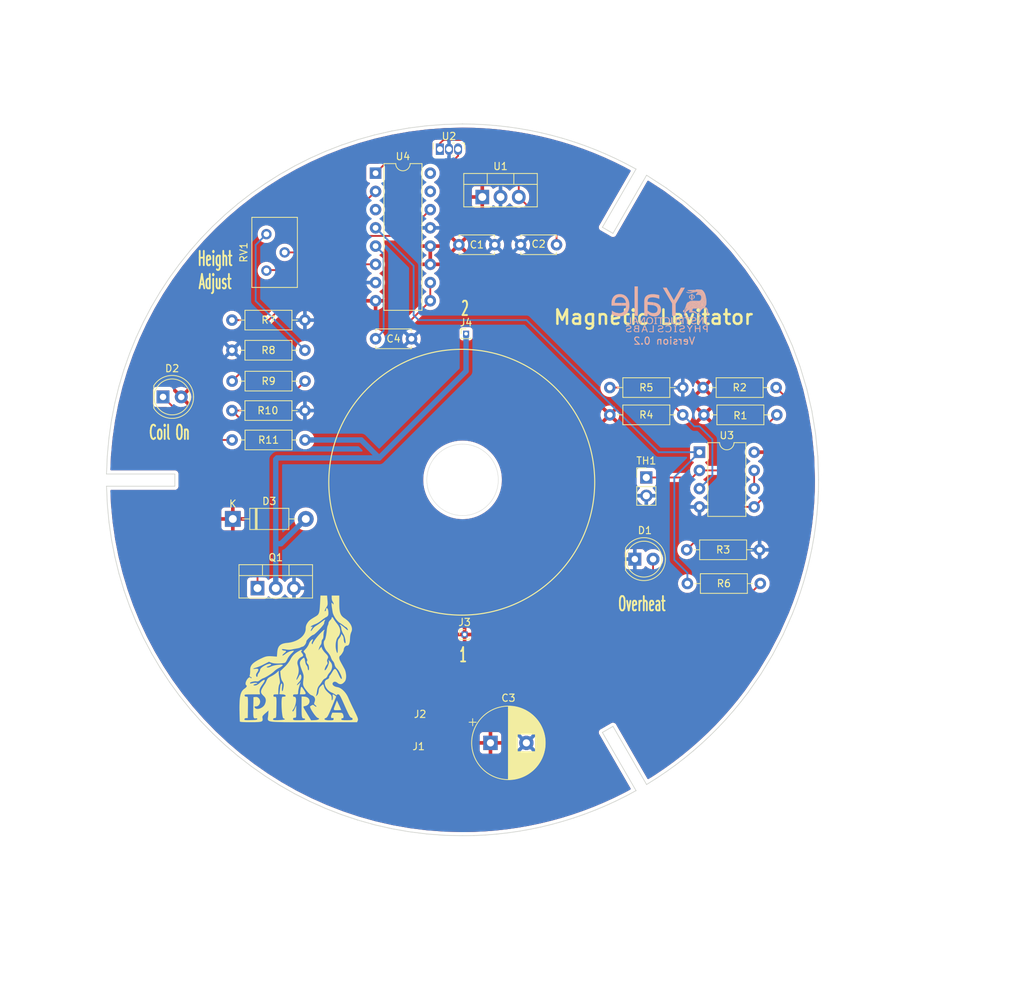
<source format=kicad_pcb>
(kicad_pcb (version 20211014) (generator pcbnew)
  (layers (0 "F.Cu" signal) (31 "B.Cu" signal) (34 "B.Paste" user) (35 "F.Paste" user) (36 "B.SilkS" user "B.Silkscreen") (37 "F.SilkS" user "F.Silkscreen") (38 "B.Mask" user) (39 "F.Mask" user) (44 "Edge.Cuts" user))
  (net 0 "")
  (net 1 "VCC")
  (net 2 "GND")
  (net 3 "/V5")
  (net 4 "Net-(C4-Pad1)")
  (net 5 "Net-(D1-Pad2)")
  (net 6 "Net-(D2-Pad1)")
  (net 7 "Net-(Q1-Pad1)")
  (net 8 "Net-(R1-Pad2)")
  (net 9 "Net-(R2-Pad2)")
  (net 10 "Net-(R4-Pad2)")
  (net 11 "Net-(R6-Pad1)")
  (net 12 "Net-(R7-Pad1)")
  (net 13 "Net-(R8-Pad2)")
  (net 14 "Net-(R9-Pad1)")
  (net 15 "Net-(RV1-Pad2)")
  (net 16 "Net-(RV1-Pad3)")
  (net 17 "Net-(U2-Pad3)")
  (net 18 "Net-(U3-Pad6)")
  (net 22 "Net-(J4-Pad1)")
  (footprint "Resistor_THT:R_Axial_DIN0207_L6.3mm_D2.5mm_P10.16mm_Horizontal" (layer "F.Cu") (at 126.12 114.9)
    (fp_text reference "R3")
    (fp_text value "10K")
  )
  (footprint "Resistor_THT:R_Axial_DIN0207_L6.3mm_D2.5mm_P10.16mm_Horizontal" (layer "F.Cu") (at 115.42 96.1)
    (fp_text reference "R4")
    (fp_text value "39K")
  )
  (footprint "Connector_PinHeader_1.00mm:PinHeader_1x01_P1.00mm_Vertical" (layer "F.Cu") (at 95.4 84.8)
    (fp_text reference "J4")
    (fp_text value "Conn_01x01_Female")
  )
  (footprint "Resistor_THT:R_Axial_DIN0207_L6.3mm_D2.5mm_P10.16mm_Horizontal" (layer "F.Cu") (at 62.8 95.5)
    (fp_text reference "R10")
    (fp_text value "820")
  )
  (footprint "Resistor_THT:R_Axial_DIN0207_L6.3mm_D2.5mm_P10.16mm_Horizontal" (layer "F.Cu") (at 128.52 96.1)
    (fp_text reference "R1")
    (fp_text value "39K")
  )
  (footprint "Resistor_THT:R_Axial_DIN0207_L6.3mm_D2.5mm_P10.16mm_Horizontal" (layer "F.Cu") (at 62.8 82.9)
    (fp_text reference "R7")
    (fp_text value "2.7k")
  )
  (footprint "Capacitor_THT:C_Disc_D4.7mm_W2.5mm_P5.00mm" (layer "F.Cu") (at 94.4 72.4)
    (fp_text reference "C1")
    (fp_text value ".33uF")
  )
  (footprint "Resistor_THT:R_Axial_DIN0207_L6.3mm_D2.5mm_P10.16mm_Horizontal" (layer "F.Cu") (at 126.22 119.6)
    (fp_text reference "R6")
    (fp_text value "560")
  )
  (footprint "Resistor_THT:R_Axial_DIN0207_L6.3mm_D2.5mm_P10.16mm_Horizontal" (layer "F.Cu") (at 62.82 99.6)
    (fp_text reference "R11")
    (fp_text value "560")
  )
  (footprint "Package_TO_SOT_THT:TO-220-3_Vertical" (layer "F.Cu") (at 97.66 65.745)
    (fp_text reference "U1")
    (fp_text value "LM7805_TO220")
  )
  (footprint "digikey:Test_Point_2.67x1.02mm" (layer "F.Cu") (at 88.9 143.6)
    (fp_text reference "J1")
    (fp_text value "Conn_01x01_Female")
  )
  (footprint "Package_DIP:DIP-8_W7.62mm" (layer "F.Cu") (at 127.9 101.3)
    (fp_text reference "U3")
    (fp_text value "LM358")
  )
  (footprint "Resistor_THT:R_Axial_DIN0207_L6.3mm_D2.5mm_P10.16mm_Horizontal" (layer "F.Cu") (at 62.82 91.4)
    (fp_text reference "R9")
    (fp_text value "68")
  )
  (footprint "Resistor_THT:R_Axial_DIN0207_L6.3mm_D2.5mm_P10.16mm_Horizontal" (layer "F.Cu") (at 115.42 92.3)
    (fp_text reference "R5")
    (fp_text value "5.6k")
  )
  (footprint "LED_THT:LED_D5.0mm" (layer "F.Cu") (at 118.9 116.2)
    (fp_text reference "D1")
    (fp_text value "LED")
  )
  (footprint "Connector_PinHeader_2.54mm:PinHeader_1x02_P2.54mm_Vertical" (layer "F.Cu") (at 120.5 104.825)
    (fp_text reference "TH1")
    (fp_text value "Thermistor_NTC 10K")
  )
  (footprint "LED_THT:LED_D5.0mm" (layer "F.Cu") (at 53.2 93.6)
    (fp_text reference "D2")
    (fp_text value "LED")
  )
  (footprint "Diode_THT:D_DO-41_SOD81_P10.16mm_Horizontal" (layer "F.Cu") (at 62.92 110.6)
    (fp_text reference "D3")
    (fp_text value "DIODE")
  )
  (footprint "Resistor_THT:R_Axial_DIN0207_L6.3mm_D2.5mm_P10.16mm_Horizontal" (layer "F.Cu") (at 128.42 92.3)
    (fp_text reference "R2")
    (fp_text value "10K")
  )
  (footprint "Capacitor_THT:CP_Radial_D10.0mm_P5.00mm" (layer "F.Cu") (at 98.8 141.8)
    (fp_text reference "C3")
    (fp_text value "100uF")
  )
  (footprint "digikey:Test_Point_2.67x1.02mm" (layer "F.Cu") (at 89 139.1)
    (fp_text reference "J2")
    (fp_text value "Conn_01x01_Female")
  )
  (footprint "Package_TO_SOT_THT:TO-220-3_Vertical" (layer "F.Cu") (at 66.36 120.245)
    (fp_text reference "Q1")
    (fp_text value "BUZ11")
  )
  (footprint "Resistor_THT:R_Axial_DIN0207_L6.3mm_D2.5mm_P10.16mm_Horizontal" (layer "F.Cu") (at 62.8 87.1)
    (fp_text reference "R8")
    (fp_text value "56k")
  )
  (footprint "Connector_PinHeader_1.00mm:PinHeader_1x01_P1.00mm_Vertical" (layer "F.Cu") (at 95.2 126.7)
    (fp_text reference "J3")
    (fp_text value "Conn_01x01_Female")
  )
  (footprint "Capacitor_THT:C_Disc_D4.7mm_W2.5mm_P5.00mm" (layer "F.Cu") (at 103 72.4)
    (fp_text reference "C2")
    (fp_text value ".1uF")
  )
  (footprint "Capacitor_THT:C_Disc_D4.7mm_W2.5mm_P5.00mm" (layer "F.Cu") (at 82.8 85.5)
    (fp_text reference "C4")
    (fp_text value "220nF")
  )
  (footprint "Sensor_Current:Allegro_SIP-3" (layer "F.Cu") (at 91.75 59.085)
    (fp_text reference "U2")
    (fp_text value "ACS73369xUAA-010B5")
  )
  (footprint "Package_DIP:DIP-16_W7.62mm" (layer "F.Cu") (at 82.8 62.425)
    (fp_text reference "U4")
    (fp_text value "TL494")
  )
  (footprint "Potentiometer_THT:Potentiometer_Bourns_3299Y_Vertical" (layer "F.Cu") (at 67.6 70.925 90)
    (fp_text reference "RV1")
    (fp_text value "50k")
  )
  (gr_poly (pts (xy 116.810431 79.278083) (xy 116.884214 79.279738) (xy 116.956199 79.284703) (xy 117.026385 79.292979) (xy 117.094774 79.304566) (xy 117.161364 79.319462) (xy 117.226157 79.33767) (xy 117.289151 79.359188) (xy 117.350347 79.384016) (xy 117.409745 79.412155) (xy 117.467344 79.443605) (xy 117.523146 79.478366) (xy 117.577149 79.516437) (xy 117.629354 79.557819) (xy 117.67976 79.602511) (xy 117.728369 79.650515) (xy 117.775179 79.701829) (xy 117.819358 79.755961) (xy 117.860688 79.812416) (xy 117.899167 79.871195) (xy 117.934795 79.932298) (xy 117.967573 79.995725) (xy 117.997501 80.061475) (xy 118.024579 80.129548) (xy 118.048806 80.199946) (xy 118.070183 80.272667) (xy 118.08871 80.347711) (xy 118.104386 80.425079) (xy 118.117212 80.504771) (xy 118.127188 80.586786) (xy 118.134314 80.671124) (xy 118.138589 80.757787) (xy 118.140014 80.846772) (xy 118.138522 80.936611) (xy 118.134045 81.023859) (xy 118.126584 81.108517) (xy 118.116138 81.190583) (xy 118.102709 81.270059) (xy 118.086294 81.346944) (xy 118.066896 81.421238) (xy 118.044513 81.492941) (xy 118.019146 81.562054) (xy 117.990795 81.628575) (xy 117.959459 81.692505) (xy 117.92514 81.753845) (xy 117.887836 81.812593) (xy 117.847549 81.868751) (xy 117.804277 81.922317) (xy 117.758022 81.973293) (xy 117.709108 82.021101) (xy 117.65786 82.065825) (xy 117.604279 82.107465) (xy 117.548364 82.14602) (xy 117.490115 82.181491) (xy 117.429533 82.213878) (xy 117.366617 82.24318) (xy 117.301367 82.269398) (xy 117.233783 82.292531) (xy 117.163866 82.31258) (xy 117.091615 82.329545) (xy 117.017029 82.343425) (xy 116.94011 82.35422) (xy 116.860857 82.361931) (xy 116.779269 82.366558) (xy 116.695348 82.3681) (xy 116.629006 82.366989) (xy 116.563428 82.363656) (xy 116.498614 82.358102) (xy 116.434565 82.350326) (xy 116.371281 82.34033) (xy 116.308763 82.328113) (xy 116.24701 82.313676) (xy 116.186025 82.29702) (xy 116.125576 82.278719) (xy 116.065434 82.259349) (xy 116.005599 82.238909) (xy 115.946071 82.217401) (xy 115.886849 82.194823) (xy 115.827933 82.171176) (xy 115.769322 82.146459) (xy 115.711016 82.120674) (xy 115.711016 81.58112) (xy 115.735485 81.58112) (xy 115.751123 81.595617) (xy 115.768044 81.610155) (xy 115.786246 81.624734) (xy 115.805731 81.639354) (xy 115.826497 81.654016) (xy 115.848545 81.668718) (xy 115.871875 81.683462) (xy 115.896486 81.698247) (xy 115.92238 81.713072) (xy 115.949555 81.727939) (xy 115.978011 81.742848) (xy 116.007749 81.757797) (xy 116.038769 81.772787) (xy 116.07107 81.787819) (xy 116.104652 81.802891) (xy 116.139516 81.818005) (xy 116.174705 81.832348) (xy 116.209874 81.845765) (xy 116.245025 81.858257) (xy 116.280155 81.869823) (xy 116.315267 81.880465) (xy 116.350359 81.890181) (xy 116.385432 81.898971) (xy 116.420486 81.906836) (xy 116.455521 81.913776) (xy 116.490537 81.919791) (xy 116.525533 81.92488) (xy 116.560511 81.929044) (xy 116.595469 81.932283) (xy 116.630409 81.934596) (xy 116.66533 81.935984) (xy 116.700231 81.936447) (xy 116.752341 81.93546) (xy 116.803378 81.932498) (xy 116.853344 81.927562) (xy 116.902239 81.920652) (xy 116.950063 81.911768) (xy 116.973573 81.906586) (xy 116.996815 81.90091) (xy 117.01979 81.894741) (xy 117.042496 81.888078) (xy 117.064935 81.880922) (xy 117.087107 81.873273) (xy 117.108656 81.86513) (xy 117.129843 81.856493) (xy 117.150667 81.847362) (xy 117.171127 81.837738) (xy 117.191224 81.82762) (xy 117.210958 81.817008) (xy 117.230329 81.805902) (xy 117.249336 81.794303) (xy 117.267979 81.782211) (xy 117.28626 81.769625) (xy 117.304176 81.756546) (xy 117.321729 81.742973) (xy 117.338918 81.728907) (xy 117.355744 81.714348) (xy 117.372205 81.699295) (xy 117.388303 81.683749) (xy 117.404611 81.667351) (xy 117.420479 81.650397) (xy 117.435907 81.632888) (xy 117.450894 81.614824) (xy 117.465442 81.596205) (xy 117.47955 81.577031) (xy 117.493218 81.557301) (xy 117.506446 81.537017) (xy 117.519234 81.516177) (xy 117.531581 81.494782) (xy 117.543489 81.472832) (xy 117.554957 81.450326) (xy 117.565985 81.427266) (xy 117.576573 81.40365) (xy 117.586721 81.379478) (xy 117.59643 81.354752) (xy 117.605621 81.329151) (xy 117.614219 81.303015) (xy 117.622224 81.276345) (xy 117.629636 81.24914) (xy 117.636454 81.221401) (xy 117.642679 81.193127) (xy 117.648311 81.164318) (xy 117.65335 81.134975) (xy 117.657795 81.105097) (xy 117.661648 81.074684) (xy 117.664908 81.043737) (xy 117.667575 81.012255) (xy 117.66965 80.980239) (xy 117.671131 80.947688) (xy 117.67202 80.914602) (xy 117.672316 80.880982) (xy 117.06716 80.880982) (xy 117.06716 80.501987) (xy 117.672316 80.501987) (xy 117.667907 80.459) (xy 117.662025 80.416897) (xy 117.65467 80.375679) (xy 117.645843 80.335344) (xy 117.635542 80.295893) (xy 117.623769 80.257326) (xy 117.610522 80.219643) (xy 117.595803 80.182845) (xy 117.579611 80.14693) (xy 117.561945 80.1119) (xy 117.542807 80.077754) (xy 117.522196 80.044493) (xy 117.500111 80.012116) (xy 117.476554 79.980623) (xy 117.451523 79.950015) (xy 117.425019 79.920291) (xy 117.396889 79.891925) (xy 117.367592 79.865389) (xy 117.337127 79.840683) (xy 117.305496 79.817807) (xy 117.272698 79.796761) (xy 117.238732 79.777545) (xy 117.2036 79.760159) (xy 117.1673 79.744604) (xy 117.129834 79.730878) (xy 117.091201 79.718983) (xy 117.051401 79.708918) (xy 117.010435 79.700682) (xy 116.968301 79.694277) (xy 116.925001 79.689702) (xy 116.880534 79.686957) (xy 116.8349 79.686042) (xy 116.789726 79.686875) (xy 116.746025 79.689373) (xy 116.703797 79.693537) (xy 116.663043 79.699366) (xy 116.623762 79.706861) (xy 116.585954 79.716021) (xy 116.549619 79.726847) (xy 116.514758 79.739339) (xy 116.481369 79.753496) (xy 116.449453 79.769319) (xy 116.419011 79.786807) (xy 116.390041 79.805961) (xy 116.362543 79.82678) (xy 116.336519 79.849266) (xy 116.311967 79.873417) (xy 116.288887 79.899233) (xy 116.266936 79.926572) (xy 116.246381 79.955288) (xy 116.227222 79.985383) (xy 116.209459 80.016855) (xy 116.193092 80.049705) (xy 116.178122 80.083934) (xy 116.164549 80.11954) (xy 116.152372 80.156523) (xy 116.141591 80.194885) (xy 116.132207 80.234624) (xy 116.124219 80.275741) (xy 116.117628 80.318235) (xy 116.112433 80.362107) (xy 116.108635 80.407356) (xy 116.106234 80.453983) (xy 116.105229 80.501987) (xy 117.047471 80.501987) (xy 117.047471 80.880982) (xy 115.657143 80.880982) (xy 115.657143 80.612523) (xy 115.658319 80.533716) (xy 115.661849 80.457191) (xy 115.667731 80.382949) (xy 115.675966 80.310989) (xy 115.686553 80.241312) (xy 115.699494 80.173917) (xy 115.714788 80.108804) (xy 115.732434 80.045974) (xy 115.752433 79.985426) (xy 115.774786 79.927161) (xy 115.799491 79.871178) (xy 115.82655 79.817478) (xy 115.855961 79.766061) (xy 115.887725 79.716926) (xy 115.921843 79.670073) (xy 115.958313 79.625503) (xy 115.996649 79.583432) (xy 116.036974 79.544075) (xy 116.079289 79.507432) (xy 116.123594 79.473504) (xy 116.169888 79.44229) (xy 116.218172 79.413791) (xy 116.268445 79.388006) (xy 116.320708 79.364935) (xy 116.374961 79.344579) (xy 116.431203 79.326937) (xy 116.489434 79.312009) (xy 116.549655 79.299795) (xy 116.611865 79.290296) (xy 116.676064 79.283511) (xy 116.742253 79.27944) (xy 116.810431 79.278083)) (layer "B.SilkS") (width 0.012759) (fill solid))
  (gr_poly (pts (xy 123.190412 84.510346) (xy 123.208215 84.517788) (xy 123.225191 84.524993) (xy 123.241338 84.531962) (xy 123.256657 84.538695) (xy 123.264234 84.542022) (xy 123.272391 84.545389) (xy 123.281127 84.548795) (xy 123.290443 84.552241) (xy 123.300338 84.555726) (xy 123.310813 84.55925) (xy 123.321868 84.562813) (xy 123.333502 84.566416) (xy 123.343719 84.56935) (xy 123.354163 84.572165) (xy 123.364834 84.574863) (xy 123.375734 84.577442) (xy 123.386861 84.579903) (xy 123.398215 84.582246) (xy 123.409798 84.584471) (xy 123.421608 84.586577) (xy 123.433522 84.588644) (xy 123.445746 84.590435) (xy 123.458281 84.591951) (xy 123.471127 84.593191) (xy 123.484283 84.594156) (xy 123.497749 84.594845) (xy 123.511526 84.595259) (xy 123.525613 84.595397) (xy 123.552143 84.594954) (xy 123.578071 84.593625) (xy 123.6034 84.59141) (xy 123.628128 84.588309) (xy 123.652256 84.584322) (xy 123.675783 84.579449) (xy 123.698711 84.573691) (xy 123.721037 84.567046) (xy 123.73188 84.563298) (xy 123.742546 84.559299) (xy 123.753037 84.555049) (xy 123.763352 84.550548) (xy 123.77349 84.545796) (xy 123.783453 84.540792) (xy 123.79324 84.535538) (xy 123.80285 84.530033) (xy 123.812285 84.524277) (xy 123.821544 84.51827) (xy 123.830627 84.512011) (xy 123.839533 84.505502) (xy 123.848264 84.498742) (xy 123.856819 84.491731) (xy 123.865198 84.484468) (xy 123.873401 84.476955) (xy 123.881242 84.469348) (xy 123.888865 84.46149) (xy 123.896271 84.453381) (xy 123.90346 84.445021) (xy 123.910431 84.43641) (xy 123.917185 84.427548) (xy 123.923722 84.418435) (xy 123.930041 84.409071) (xy 123.936143 84.399456) (xy 123.942027 84.38959) (xy 123.947694 84.379473) (xy 123.953144 84.369105) (xy 123.958376 84.358486) (xy 123.963391 84.347616) (xy 123.968189 84.336495) (xy 123.972769 84.325123) (xy 123.977101 84.313431) (xy 123.981153 84.301508) (xy 123.984926 84.289353) (xy 123.98842 84.276967) (xy 123.991634 84.26435) (xy 123.994568 84.251501) (xy 123.997223 84.238421) (xy 123.999599 84.22511) (xy 124.001695 84.211567) (xy 124.003511 84.197793) (xy 124.005048 84.183788) (xy 124.006306 84.169551) (xy 124.007284 84.155083) (xy 124.007983 84.140384) (xy 124.008402 84.125453) (xy 124.008542 84.110291) (xy 124.008004 84.081694) (xy 124.006389 84.053866) (xy 124.003698 84.026805) (xy 124.001948 84.013562) (xy 123.99993 84.000512) (xy 123.997642 83.987653) (xy 123.995086 83.974987) (xy 123.99226 83.962512) (xy 123.989165 83.950229) (xy 123.985801 83.938139) (xy 123.982168 83.92624) (xy 123.978266 83.914533) (xy 123.974094 83.903019) (xy 123.969669 83.89171) (xy 123.965006 83.880624) (xy 123.960105 83.869759) (xy 123.954966 83.859115) (xy 123.949589 83.848693) (xy 123.943973 83.838492) (xy 123.93812 83.828513) (xy 123.932028 83.818755) (xy 123.925699 83.809219) (xy 123.919131 83.799904) (xy 123.912326 83.790811) (xy 123.905282 83.781939) (xy 123.898 83.773289) (xy 123.89048 83.76486) (xy 123.882722 83.756652) (xy 123.874726 83.748666) (xy 123.866759 83.741141) (xy 123.858589 83.733842) (xy 123.850218 83.726769) (xy 123.841645 83.719922) (xy 123.83287 83.713302) (xy 123.823893 83.706909) (xy 123.814715 83.700742) (xy 123.805334 83.694801) (xy 123.795752 83.689086) (xy 123.785968 83.683598) (xy 123.775982 83.678337) (xy 123.765794 83.673302) (xy 123.755405 83.668493) (xy 123.744813 83.663911) (xy 123.73402 83.659555) (xy 123.723025 83.655425) (xy 123.711771 83.651534) (xy 123.700367 83.647895) (xy 123.688812 83.644506) (xy 123.677108 83.641368) (xy 123.665254 83.638482) (xy 123.65325 83.635846) (xy 123.641095 83.633461) (xy 123.628791 83.631328) (xy 123.616336 83.629445) (xy 123.603731 83.627813) (xy 123.590977 83.626433) (xy 123.578072 83.625303) (xy 123.565017 83.624425) (xy 123.551812 83.623797) (xy 123.538457 83.623421) (xy 123.524951 83.623295) (xy 123.505088 83.623581) (xy 123.485246 83.624437) (xy 123.465424 83.625864) (xy 123.445623 83.627863) (xy 123.425842 83.630432) (xy 123.406083 83.633572) (xy 123.386343 83.637283) (xy 123.366625 83.641565) (xy 123.346483 83.646566) (xy 123.325802 83.652433) (xy 123.304583 83.659166) (xy 123.282825 83.666765) (xy 123.26053 83.675231) (xy 123.237696 83.684563) (xy 123.214323 83.694762) (xy 123.190413 83.705826) (xy 123.190413 83.853878) (xy 123.20035 83.853878) (xy 123.2207 83.838206) (xy 123.230859 83.830784) (xy 123.241008 83.823637) (xy 123.251147 83.816766) (xy 123.261275 83.810171) (xy 123.271393 83.803851) (xy 123.2815 83.797807) (xy 123.291598 83.792038) (xy 123.301684 83.786546) (xy 123.311761 83.781328) (xy 123.321827 83.776387) (xy 123.331883 83.771721) (xy 123.341928 83.76733) (xy 123.351964 83.763216) (xy 123.361988 83.759376) (xy 123.372052 83.755791) (xy 123.382203 83.752437) (xy 123.392443 83.749314) (xy 123.402771 83.746422) (xy 123.413186 83.743762) (xy 123.42369 83.741333) (xy 123.434281 83.739135) (xy 123.44496 83.737169) (xy 123.455728 83.735434) (xy 123.466583 83.73393) (xy 123.477527 83.732658) (xy 123.488558 83.731617) (xy 123.499677 83.730807) (xy 123.510885 83.730229) (xy 123.52218 83.729882) (xy 123.533564 83.729766) (xy 123.55205 83.730131) (xy 123.570081 83.731223) (xy 123.578926 83.732043) (xy 123.587657 83.733044) (xy 123.596274 83.734228) (xy 123.604777 83.735594) (xy 123.613167 83.737142) (xy 123.621442 83.738872) (xy 123.629604 83.740784) (xy 123.637651 83.742879) (xy 123.645585 83.745155) (xy 123.653405 83.747614) (xy 123.661111 83.750254) (xy 123.668704 83.753077) (xy 123.676107 83.756013) (xy 123.683412 83.75915) (xy 123.690619 83.76249) (xy 123.697728 83.766031) (xy 123.704738 83.769774) (xy 123.711649 83.773719) (xy 123.718463 83.777866) (xy 123.725178 83.782215) (xy 123.731795 83.786765) (xy 123.738313 83.791517) (xy 123.744733 83.796471) (xy 123.751055 83.801627) (xy 123.757278 83.806984) (xy 123.763403 83.812544) (xy 123.76943 83.818305) (xy 123.775358 83.824268) (xy 123.780994 83.830273) (xy 123.786475 83.836474) (xy 123.791801 83.842873) (xy 123.796971 83.849468) (xy 123.801986 83.85626) (xy 123.806846 83.86325) (xy 123.81155 83.870436) (xy 123.816099 83.877819) (xy 123.820493 83.885398) (xy 123.824732 83.893175) (xy 123.828815 83.901148) (xy 123.832743 83.909319) (xy 123.836516 83.917686) (xy 123.840134 83.92625) (xy 123.843596 83.935011) (xy 123.846904 83.943969) (xy 123.849952 83.953035) (xy 123.852803 83.962279) (xy 123.855458 83.971699) (xy 123.857917 83.981297) (xy 123.860178 83.991072) (xy 123.862243 84.001024) (xy 123.864112 84.011153) (xy 123.865783 84.02146) (xy 123.867258 84.031944) (xy 123.868537 84.042605) (xy 123.869618 84.053443) (xy 123.870503 84.064458) (xy 123.871683 84.08702) (xy 123.872077 84.110291) (xy 123.871642 84.134586) (xy 123.870338 84.158014) (xy 123.868164 84.180576) (xy 123.866751 84.191533) (xy 123.865121 84.202272) (xy 123.863273 84.212795) (xy 123.861208 84.223102) (xy 123.858926 84.233192) (xy 123.856426 84.243065) (xy 123.853709 84.252722) (xy 123.850775 84.262162) (xy 123.847623 84.271386) (xy 123.844254 84.280393) (xy 123.840631 84.289188) (xy 123.836884 84.297777) (xy 123.833013 84.306159) (xy 123.829017 84.314335) (xy 123.824898 84.322303) (xy 123.820654 84.330065) (xy 123.816286 84.33762) (xy 123.811794 84.344969) (xy 123.807177 84.352111) (xy 123.802436 84.359046) (xy 123.797572 84.365774) (xy 123.792582 84.372296) (xy 123.787469 84.37861) (xy 123.782232 84.384719) (xy 123.77687 84.39062) (xy 123.771384 84.396315) (xy 123.765528 84.402049) (xy 123.759553 84.407595) (xy 123.753459 84.412955) (xy 123.747246 84.418128) (xy 123.740914 84.423114) (xy 123.734463 84.427913) (xy 123.727893 84.432525) (xy 123.721203 84.43695) (xy 123.714395 84.441187) (xy 123.707468 84.445238) (xy 123.700421 84.449102) (xy 123.693256 84.452779) (xy 123.685972 84.456268) (xy 123.678568 84.459571) (xy 123.671046 84.462687) (xy 123.663404 84.465615) (xy 123.655594 84.468285) (xy 123.647733 84.470783) (xy 123.63982 84.473109) (xy 123.631855 84.475262) (xy 123.623838 84.477243) (xy 123.61577 84.479052) (xy 123.607649 84.480688) (xy 123.599477 84.482153) (xy 123.591254 84.483445) (xy 123.582978 84.484564) (xy 123.574651 84.485512) (xy 123.566272 84.486287) (xy 123.557841 84.48689) (xy 123.549359 84.487321) (xy 123.540824 84.487579) (xy 123.532238 84.487665) (xy 123.508742 84.487183) (xy 123.497134 84.48658) (xy 123.485618 84.485736) (xy 123.474196 84.484651) (xy 123.462867 84.483324) (xy 123.451631 84.481757) (xy 123.440489 84.479948) (xy 123.429439 84.477898) (xy 123.418483 84.475607) (xy 123.40762 84.473074) (xy 123.39685 84.470301) (xy 123.386173 84.467286) (xy 123.375589 84.46403) (xy 123.365099 84.460533) (xy 123.354701 84.456795) (xy 123.344392 84.452816) (xy 123.334165 84.448595) (xy 123.324021 84.444133) (xy 123.31396 84.439431) (xy 123.303982 84.434486) (xy 123.294087 84.429301) (xy 123.284274 84.423875) (xy 123.274545 84.418207) (xy 123.264898 84.412298) (xy 123.255333 84.406148) (xy 123.245852 84.399757) (xy 123.236453 84.393125) (xy 123.227138 84.386251) (xy 123.217905 84.379136) (xy 123.208754 84.371781) (xy 123.199687 84.364183) (xy 123.190413 84.364183) (xy 123.190412 84.510346)) (layer "B.SilkS") (width 0.013569) (fill solid))
  (gr_poly (pts (xy 122.106269 84.310633) (xy 122.106375 84.31748) (xy 122.106693 84.324316) (xy 122.107224 84.331143) (xy 122.107966 84.33796) (xy 122.108921 84.344767) (xy 122.110088 84.351564) (xy 122.111467 84.358351) (xy 122.113059 84.365129) (xy 122.114863 84.371896) (xy 122.116879 84.378654) (xy 122.119107 84.385402) (xy 122.121547 84.39214) (xy 122.124199 84.398868) (xy 122.127064 84.405587) (xy 122.130141 84.412296) (xy 122.13343 84.418994) (xy 122.136828 84.425624) (xy 122.140396 84.432126) (xy 122.144135 84.4385) (xy 122.148045 84.444746) (xy 122.152126 84.450864) (xy 122.156378 84.456854) (xy 122.1608 84.462716) (xy 122.165394 84.46845) (xy 122.170158 84.474056) (xy 122.175092 84.479534) (xy 122.180198 84.484884) (xy 122.185474 84.490106) (xy 122.190921 84.495201) (xy 122.196539 84.500167) (xy 122.202328 84.505005) (xy 122.208287 84.509716) (xy 122.214982 84.514687) (xy 122.221816 84.51952) (xy 122.228789 84.524215) (xy 122.235903 84.528773) (xy 122.243156 84.533193) (xy 122.250549 84.537475) (xy 122.258082 84.541619) (xy 122.265754 84.545626) (xy 122.273567 84.549494) (xy 122.281519 84.553225) (xy 122.28961 84.556818) (xy 122.297842 84.560274) (xy 122.306213 84.563591) (xy 122.314724 84.56677) (xy 122.323375 84.569812) (xy 122.332165 84.572716) (xy 122.341056 84.575463) (xy 122.350175 84.578032) (xy 122.359522 84.580424) (xy 122.369097 84.582639) (xy 122.378899 84.584677) (xy 122.388929 84.586537) (xy 122.399186 84.588221) (xy 122.409672 84.589727) (xy 122.431326 84.592207) (xy 122.45389 84.593979) (xy 122.477366 84.595042) (xy 122.501752 84.595397) (xy 122.528084 84.595101) (xy 122.553754 84.594215) (xy 122.578762 84.592739) (xy 122.603107 84.590672) (xy 122.62679 84.588014) (xy 122.64981 84.584765) (xy 122.672168 84.580926) (xy 122.693864 84.576496) (xy 122.715114 84.571485) (xy 122.736468 84.565903) (xy 122.757925 84.559751) (xy 122.779486 84.553028) (xy 122.80115 84.545733) (xy 122.822918 84.537868) (xy 122.844789 84.529432) (xy 122.866764 84.520425) (xy 122.866764 84.364183) (xy 122.857489 84.364183) (xy 122.848042 84.37148) (xy 122.838413 84.378566) (xy 122.828603 84.385439) (xy 122.818612 84.392101) (xy 122.80844 84.398551) (xy 122.798086 84.40479) (xy 122.787552 84.410817) (xy 122.776836 84.416632) (xy 122.765939 84.422236) (xy 122.754861 84.427628) (xy 122.743602 84.432808) (xy 122.732162 84.437777) (xy 122.720541 84.442534) (xy 122.708738 84.44708) (xy 122.696754 84.451413) (xy 122.68459 84.455535) (xy 122.660265 84.463066) (xy 122.636313 84.469592) (xy 122.612734 84.475114) (xy 122.589528 84.479633) (xy 122.566694 84.483147) (xy 122.544233 84.485657) (xy 122.522144 84.487163) (xy 122.500428 84.487665) (xy 122.485404 84.487495) (xy 122.470805 84.486986) (xy 122.456629 84.486137) (xy 122.442878 84.484948) (xy 122.429552 84.48342) (xy 122.416649 84.481552) (xy 122.404171 84.479345) (xy 122.392118 84.476798) (xy 122.380489 84.473911) (xy 122.369284 84.470685) (xy 122.358503 84.467119) (xy 122.348148 84.463213) (xy 122.338216 84.458968) (xy 122.328709 84.454383) (xy 122.319626 84.449459) (xy 122.310968 84.444195) (xy 122.302705 84.438648) (xy 122.294975 84.432875) (xy 122.287779 84.426875) (xy 122.281116 84.420649) (xy 122.274985 84.414196) (xy 122.27212 84.410885) (xy 122.269388 84.407517) (xy 122.266789 84.404093) (xy 122.264324 84.400611) (xy 122.261992 84.397074) (xy 122.259793 84.39348) (xy 122.257727 84.389829) (xy 122.255795 84.386121) (xy 122.253996 84.382357) (xy 122.25233 84.378537) (xy 122.250797 84.374659) (xy 122.249398 84.370726) (xy 122.248132 84.366735) (xy 122.246999 84.362688) (xy 122.246 84.358584) (xy 122.245134 84.354424) (xy 122.244401 84.350207) (xy 122.243801 84.345934) (xy 122.243335 84.341604) (xy 122.243001 84.337217) (xy 122.242735 84.328274) (xy 122.242862 84.320606) (xy 122.243242 84.313193) (xy 122.243876 84.306037) (xy 122.244764 84.299136) (xy 122.245905 84.292491) (xy 122.247299 84.286103) (xy 122.248948 84.27997) (xy 122.25085 84.274093) (xy 122.253005 84.268472) (xy 122.255414 84.263107) (xy 122.258077 84.257998) (xy 122.260993 84.253145) (xy 122.264163 84.248548) (xy 122.267587 84.244207) (xy 122.271264 84.240122) (xy 122.275194 84.236293) (xy 122.279301 84.232643) (xy 122.283672 84.229097) (xy 122.288306 84.225654) (xy 122.293205 84.222314) (xy 122.298367 84.219078) (xy 122.303794 84.215945) (xy 122.309484 84.212916) (xy 122.315439 84.20999) (xy 122.321657 84.207167) (xy 122.328139 84.204448) (xy 122.334885 84.201832) (xy 122.341895 84.199319) (xy 122.34917 84.19691) (xy 122.356708 84.194604) (xy 122.36451 84.192401) (xy 122.372576 84.190302) (xy 122.385131 84.187221) (xy 122.397956 84.184277) (xy 122.411049 84.181472) (xy 122.424412 84.178804) (xy 122.438044 84.176274) (xy 122.451945 84.173882) (xy 122.466115 84.171628) (xy 122.480554 84.169512) (xy 122.509827 84.165141) (xy 122.54001 84.160219) (xy 122.571103 84.154746) (xy 122.603108 84.148721) (xy 122.619239 84.145269) (xy 122.634843 84.141525) (xy 122.649919 84.137492) (xy 122.664467 84.133168) (xy 122.678487 84.128554) (xy 122.69198 84.123649) (xy 122.704944 84.118454) (xy 122.717381 84.112968) (xy 122.729289 84.107193) (xy 122.74067 84.101126) (xy 122.751523 84.09477) (xy 122.761848 84.088123) (xy 122.771645 84.081185) (xy 122.780914 84.073957) (xy 122.789655 84.066439) (xy 122.797869 84.05863) (xy 122.805489 84.050448) (xy 122.812619 84.041965) (xy 122.819256 84.033181) (xy 122.825402 84.024098) (xy 122.831056 84.014714) (xy 122.836219 84.00503) (xy 122.84089 83.995046) (xy 122.845069 83.984762) (xy 122.848756 83.974177) (xy 122.851952 83.963292) (xy 122.854656 83.952107) (xy 122.856869 83.940622) (xy 122.85859 83.928836) (xy 122.859819 83.916751) (xy 122.860557 83.904364) (xy 122.860802 83.891678) (xy 122.860394 83.877119) (xy 122.859167 83.862895) (xy 122.857123 83.849005) (xy 122.854261 83.83545) (xy 122.850581 83.82223) (xy 122.846084 83.809344) (xy 122.840768 83.796793) (xy 122.834636 83.784577) (xy 122.827685 83.772695) (xy 122.819917 83.761149) (xy 122.811331 83.749936) (xy 122.801927 83.739059) (xy 122.791706 83.728516) (xy 122.780667 83.718308) (xy 122.76881 83.708435) (xy 122.756135 83.698896) (xy 122.742832 83.689741) (xy 122.729088 83.681177) (xy 122.714905 83.673204) (xy 122.700282 83.665821) (xy 122.685219 83.659028) (xy 122.669716 83.652827) (xy 122.653773 83.647216) (xy 122.637391 83.642195) (xy 122.620568 83.637766) (xy 122.603305 83.633927) (xy 122.585603 83.630678) (xy 122.56746 83.62802) (xy 122.548878 83.625953) (xy 122.529856 83.624476) (xy 122.510394 83.62359) (xy 122.490492 83.623295) (xy 122.46476 83.62359) (xy 122.439566 83.624476) (xy 122.41491 83.625953) (xy 122.390793 83.62802) (xy 122.367214 83.630678) (xy 122.344173 83.633927) (xy 122.32167 83.637766) (xy 122.299706 83.642195) (xy 122.278321 83.647058) (xy 122.257557 83.652196) (xy 122.237414 83.65761) (xy 122.217892 83.6633) (xy 122.198992 83.669265) (xy 122.180712 83.675507) (xy 122.163054 83.682023) (xy 122.146017 83.688816) (xy 122.146017 83.836238) (xy 122.155291 83.836238) (xy 122.16247 83.830629) (xy 122.169927 83.825143) (xy 122.177665 83.819781) (xy 122.185681 83.814541) (xy 122.193977 83.809425) (xy 122.202553 83.804432) (xy 122.211408 83.799561) (xy 122.220543 83.794814) (xy 122.229957 83.79019) (xy 122.23965 83.785689) (xy 122.249623 83.781311) (xy 122.259876 83.777056) (xy 122.270408 83.772924) (xy 122.281219 83.768915) (xy 122.29231 83.765029) (xy 122.303681 83.761266) (xy 122.326608 83.754179) (xy 122.34968 83.748036) (xy 122.372897 83.742839) (xy 122.396259 83.738586) (xy 122.419765 83.735279) (xy 122.443417 83.732916) (xy 122.467213 83.731499) (xy 122.491155 83.731026) (xy 122.504161 83.731188) (xy 122.516846 83.731676) (xy 122.52921 83.732488) (xy 122.541253 83.733625) (xy 122.552975 83.735087) (xy 122.564377 83.736873) (xy 122.575457 83.738985) (xy 122.586217 83.741421) (xy 122.596656 83.744182) (xy 122.606773 83.747268) (xy 122.61657 83.750679) (xy 122.626046 83.754415) (xy 122.635202 83.758476) (xy 122.644036 83.762861) (xy 122.652549 83.767571) (xy 122.660742 83.772607) (xy 122.668443 83.777898) (xy 122.675647 83.783376) (xy 122.682354 83.789041) (xy 122.688565 83.794893) (xy 122.694279 83.800932) (xy 122.699496 83.807159) (xy 122.701918 83.810342) (xy 122.704216 83.813572) (xy 122.706389 83.816849) (xy 122.708439 83.820172) (xy 122.710364 83.823542) (xy 122.712165 83.82696) (xy 122.713842 83.830423) (xy 122.715395 83.833934) (xy 122.716823 83.837491) (xy 122.718127 83.841095) (xy 122.719307 83.844746) (xy 122.720363 83.848444) (xy 122.721295 83.852188) (xy 122.722102 83.855979) (xy 122.722785 83.859817) (xy 122.723344 83.863702) (xy 122.723779 83.867633) (xy 122.72409 83.871611) (xy 122.724338 83.879708) (xy 122.724214 83.886933) (xy 122.723841 83.893962) (xy 122.72322 83.900793) (xy 122.722351 83.907428) (xy 122.721233 83.913866) (xy 122.719867 83.920107) (xy 122.718252 83.926151) (xy 122.716389 83.931998) (xy 122.714277 83.937649) (xy 122.711917 83.943102) (xy 122.709309 83.948359) (xy 122.706452 83.953419) (xy 122.703347 83.958282) (xy 122.699994 83.962948) (xy 122.696392 83.967417) (xy 122.692541 83.971689) (xy 122.688377 83.975801) (xy 122.683836 83.979791) (xy 122.678917 83.983657) (xy 122.673619 83.9874) (xy 122.667945 83.99102) (xy 122.661892 83.994517) (xy 122.655462 83.997891) (xy 122.648653 84.001142) (xy 122.641467 84.00427) (xy 122.633903 84.007275) (xy 122.625962 84.010156) (xy 122.617642 84.012915) (xy 122.608945 84.015551) (xy 122.59987 84.018063) (xy 122.590417 84.020453) (xy 122.580587 84.02272) (xy 122.557152 84.027366) (xy 122.529246 84.032485) (xy 122.496869 84.038076) (xy 122.46002 84.04414) (xy 122.422426 84.050479) (xy 122.387813 84.056898) (xy 122.356181 84.063394) (xy 122.327529 84.06997) (xy 122.313996 84.073546) (xy 122.300886 84.077343) (xy 122.288201 84.081362) (xy 122.275941 84.085602) (xy 122.264105 84.090064) (xy 122.252693 84.094747) (xy 122.241706 84.099652) (xy 122.231143 84.104778) (xy 122.221004 84.110126) (xy 122.21129 84.115695) (xy 122.202 84.121486) (xy 122.193135 84.127498) (xy 122.184694 84.133731) (xy 122.176677 84.140187) (xy 122.169085 84.146863) (xy 122.161917 84.153761) (xy 122.155178 84.160945) (xy 122.148874 84.168478) (xy 122.143005 84.17636) (xy 122.137571 84.184592) (xy 122.132572 84.193174) (xy 122.128007 84.202105) (xy 122.123877 84.211385) (xy 122.120182 84.221015) (xy 122.116921 84.230994) (xy 122.114096 84.241323) (xy 122.111705 84.252001) (xy 122.109749 84.263028) (xy 122.108227 84.274405) (xy 122.10714 84.286132) (xy 122.106488 84.298208) (xy 122.106271 84.310633) (xy 122.106269 84.310633)) (layer "B.SilkS") (width 0.013569) (fill solid))
  (gr_line (start 127.802269 81.977123) (end 127.801514 81.985597) (layer "B.SilkS") (width 0.013229))
  (gr_poly (pts (xy 128.531037 80.192205) (xy 128.505637 80.040599) (xy 128.423484 79.954741) (xy 128.424278 80.036365) (xy 128.531037 80.192205)) (layer "B.SilkS") (width 0.013229) (fill solid))
  (gr_poly (pts (xy 126.590848 81.847306) (xy 126.61982 81.792273) (xy 126.60969 81.789116) (xy 126.600271 81.78568) (xy 126.59154 81.781969) (xy 126.583475 81.777989) (xy 126.576052 81.773748) (xy 126.569249 81.769252) (xy 126.563044 81.764505) (xy 126.557413 81.759516) (xy 126.552335 81.754289) (xy 126.547785 81.748832) (xy 126.543743 81.74315) (xy 126.540185 81.73725) (xy 126.537088 81.731138) (xy 126.53443 81.72482) (xy 126.532189 81.718302) (xy 126.530341 81.711591) (xy 126.528864 81.704693) (xy 126.527735 81.697613) (xy 126.526932 81.690359) (xy 126.526431 81.682937) (xy 126.526211 81.675352) (xy 126.526249 81.667611) (xy 126.527007 81.651686) (xy 126.528523 81.635211) (xy 126.530617 81.618236) (xy 126.535814 81.582987) (xy 126.537003 81.572396) (xy 126.537396 81.561667) (xy 126.537074 81.550814) (xy 126.536116 81.53985) (xy 126.534601 81.528789) (xy 126.53261 81.517644) (xy 126.53022 81.506431) (xy 126.527513 81.495162) (xy 126.521461 81.472512) (xy 126.51509 81.449804) (xy 126.509035 81.42715) (xy 126.506325 81.415876) (xy 126.503932 81.404658) (xy 126.49229 81.405981) (xy 126.480648 81.405451) (xy 126.424821 81.461146) (xy 126.434698 81.464599) (xy 126.443571 81.468301) (xy 126.451485 81.472243) (xy 126.458484 81.476412) (xy 126.464613 81.480798) (xy 126.469916 81.485389) (xy 126.474437 81.490174) (xy 126.478222 81.495143) (xy 126.481314 81.500283) (xy 126.483757 81.505584) (xy 126.485597 81.511035) (xy 126.486878 81.516624) (xy 126.487644 81.52234) (xy 126.487939 81.528173) (xy 126.487809 81.53411) (xy 126.487296 81.540141) (xy 126.486447 81.546254) (xy 126.485304 81.552439) (xy 126.482319 81.564978) (xy 126.478696 81.577669) (xy 126.474791 81.590422) (xy 126.470958 81.603148) (xy 126.467553 81.615757) (xy 126.464932 81.628161) (xy 126.464027 81.634257) (xy 126.463451 81.640269) (xy 126.459616 81.693845) (xy 126.455397 81.747409) (xy 126.446649 81.854449) (xy 126.58119 81.847702) (xy 126.581299 81.847676) (xy 126.581605 81.847647) (xy 126.582699 81.847584) (xy 126.586019 81.847454) (xy 126.590847 81.847305) (xy 126.590847 81.847306) (xy 126.590848 81.847306)) (layer "B.SilkS") (width 0.013229) (fill solid))
  (gr_line (start 127.812743 81.91456) (end 127.818056 81.902892) (layer "B.SilkS") (width 0.013229))
  (gr_line (start 127.917002 81.808256) (end 127.910512 81.815032) (layer "B.SilkS") (width 0.013229))
  (gr_line (start 128.002141 81.690381) (end 128.010339 81.679991) (layer "B.SilkS") (width 0.013229))
  (gr_line (start 127.893391 81.851407) (end 127.900902 81.841864) (layer "B.SilkS") (width 0.013229))
  (gr_line (start 127.827113 82.049448) (end 127.827015 82.036425) (layer "B.SilkS") (width 0.013229))
  (gr_line (start 127.92908 81.794249) (end 127.923211 81.801338) (layer "B.SilkS") (width 0.013229))
  (gr_line (start 127.842591 81.946458) (end 127.847071 81.933972) (layer "B.SilkS") (width 0.013229))
  (gr_poly (pts (xy 126.480649 81.405319) (xy 126.492291 81.405849) (xy 126.498111 81.405237) (xy 126.502113 81.404788) (xy 126.503432 81.404621) (xy 126.503802 81.404562) (xy 126.503932 81.404526) (xy 126.59098 81.258211) (xy 126.480649 81.405319)) (layer "B.SilkS") (width 0.013229) (fill solid))
  (gr_poly (pts (xy 123.990518 83.072533) (xy 123.99089 83.097644) (xy 123.992008 83.121949) (xy 123.993871 83.145446) (xy 123.99648 83.168136) (xy 123.999834 83.190019) (xy 124.003933 83.211095) (xy 124.008777 83.231363) (xy 124.014366 83.250825) (xy 124.017383 83.260176) (xy 124.020639 83.269331) (xy 124.024132 83.278289) (xy 124.027864 83.28705) (xy 124.031833 83.295614) (xy 124.036041 83.303982) (xy 124.040487 83.312152) (xy 124.04517 83.320126) (xy 124.050092 83.327902) (xy 124.055252 83.335482) (xy 124.06065 83.342865) (xy 124.066286 83.350051) (xy 124.07216 83.35704) (xy 124.078272 83.363832) (xy 124.084622 83.370428) (xy 124.09121 83.376826) (xy 124.097654 83.382711) (xy 124.104232 83.388393) (xy 124.110945 83.393873) (xy 124.117792 83.399152) (xy 124.124773 83.404229) (xy 124.13189 83.409104) (xy 124.13914 83.413778) (xy 124.146526 83.418249) (xy 124.154046 83.422519) (xy 124.1617 83.426587) (xy 124.169489 83.430453) (xy 124.177412 83.434117) (xy 124.185471 83.43758) (xy 124.193663 83.440841) (xy 124.20199 83.4439) (xy 124.210452 83.446757) (xy 124.219069 83.449427) (xy 124.227862 83.451925) (xy 124.236831 83.454251) (xy 124.245976 83.456404) (xy 124.255297 83.458385) (xy 124.264794 83.460194) (xy 124.274467 83.461831) (xy 124.284316 83.463295) (xy 124.304541 83.465707) (xy 124.325471 83.467429) (xy 124.347104 83.468463) (xy 124.369441 83.468808) (xy 124.392254 83.468443) (xy 124.414322 83.467351) (xy 124.435645 83.465529) (xy 124.456222 83.46298) (xy 124.476054 83.459702) (xy 124.495141 83.455695) (xy 124.513483 83.45096) (xy 124.531079 83.445497) (xy 124.539606 83.442497) (xy 124.547961 83.439325) (xy 124.556146 83.435981) (xy 124.564161 83.432464) (xy 124.572004 83.428775) (xy 124.579677 83.424914) (xy 124.587178 83.42088) (xy 124.594509 83.416674) (xy 124.60167 83.412296) (xy 124.608659 83.407746) (xy 124.615478 83.403023) (xy 124.622125 83.398128) (xy 124.628602 83.393061) (xy 124.634909 83.387822) (xy 124.641044 83.38241) (xy 124.647009 83.376826) (xy 124.6536 83.370285) (xy 124.659958 83.363576) (xy 124.666083 83.3567) (xy 124.671975 83.349657) (xy 124.677634 83.342446) (xy 124.683061 83.335069) (xy 124.688254 83.327523) (xy 124.693215 83.319811) (xy 124.697942 83.311931) (xy 124.702437 83.303883) (xy 124.706699 83.295669) (xy 124.710728 83.287286) (xy 124.714524 83.278737) (xy 124.718088 83.27002) (xy 124.721418 83.261136) (xy 124.724515 83.252085) (xy 124.727323 83.242819) (xy 124.729949 83.233293) (xy 124.732395 83.223506) (xy 124.734659 83.213457) (xy 124.736742 83.203148) (xy 124.738644 83.192579) (xy 124.740365 83.181748) (xy 124.741905 83.170656) (xy 124.744441 83.147691) (xy 124.746252 83.123681) (xy 124.747339 83.098629) (xy 124.747701 83.072533) (xy 124.747701 82.511196) (xy 124.616535 82.511196) (xy 124.616535 83.078833) (xy 124.61637 83.097389) (xy 124.615873 83.11494) (xy 124.615045 83.131488) (xy 124.613886 83.147031) (xy 124.612395 83.161571) (xy 124.610573 83.175106) (xy 124.60842 83.187637) (xy 124.605936 83.199165) (xy 124.604471 83.204645) (xy 124.602893 83.210062) (xy 124.601201 83.215414) (xy 124.599394 83.220703) (xy 124.597474 83.225928) (xy 124.59544 83.231088) (xy 124.593293 83.236185) (xy 124.591031 83.241218) (xy 124.588655 83.246186) (xy 124.586166 83.251091) (xy 124.583563 83.255932) (xy 124.580846 83.260708) (xy 124.578015 83.265421) (xy 124.57507 83.27007) (xy 124.572011 83.274655) (xy 124.568838 83.279176) (xy 124.565115 83.284216) (xy 124.561231 83.289098) (xy 124.557186 83.293823) (xy 124.552981 83.298391) (xy 124.548616 83.302801) (xy 124.54409 83.307053) (xy 124.539404 83.311148) (xy 124.534557 83.315086) (xy 124.52955 83.318866) (xy 124.524382 83.322488) (xy 124.519054 83.325953) (xy 124.513565 83.329261) (xy 124.507916 83.332411) (xy 124.502107 83.335404) (xy 124.496137 83.338239) (xy 124.490007 83.340916) (xy 124.483636 83.343434) (xy 124.47711 83.345789) (xy 124.470428 83.347982) (xy 124.463591 83.350012) (xy 124.456599 83.35188) (xy 124.449452 83.353585) (xy 124.44215 83.355128) (xy 124.434692 83.356509) (xy 124.427079 83.357727) (xy 124.419311 83.358783) (xy 124.411387 83.359676) (xy 124.403308 83.360407) (xy 124.395074 83.360976) (xy 124.386685 83.361382) (xy 124.37814 83.361625) (xy 124.36944 83.361707) (xy 124.352051 83.361391) (xy 124.335324 83.360446) (xy 124.31926 83.358871) (xy 124.311476 83.357848) (xy 124.303858 83.356666) (xy 124.296405 83.355328) (xy 124.289118 83.353831) (xy 124.281997 83.352178) (xy 124.275041 83.350366) (xy 124.268251 83.348397) (xy 124.261626 83.346271) (xy 124.255167 83.343987) (xy 124.248874 83.341546) (xy 124.242741 83.338866) (xy 124.236763 83.336024) (xy 124.230941 83.333019) (xy 124.225274 83.329852) (xy 124.219762 83.326522) (xy 124.214406 83.32303) (xy 124.209204 83.319375) (xy 124.204158 83.315558) (xy 124.199268 83.311579) (xy 124.194532 83.307437) (xy 124.189952 83.303133) (xy 124.185527 83.298666) (xy 124.181257 83.294037) (xy 124.177143 83.289246) (xy 124.173184 83.284292) (xy 124.16938 83.279176) (xy 124.16621 83.274647) (xy 124.163159 83.27004) (xy 124.160227 83.265355) (xy 124.157414 83.26059) (xy 124.15472 83.255747) (xy 124.152145 83.250825) (xy 124.14969 83.245825) (xy 124.147353 83.240745) (xy 124.145135 83.235587) (xy 124.143037 83.23035) (xy 124.141057 83.225034) (xy 124.139197 83.21964) (xy 124.137455 83.214167) (xy 124.135832 83.208615) (xy 124.134329 83.202984) (xy 124.132944 83.197275) (xy 124.130305 83.185275) (xy 124.128018 83.172586) (xy 124.126082 83.159209) (xy 124.124498 83.145142) (xy 124.123266 83.130386) (xy 124.122387 83.11494) (xy 124.121859 83.098806) (xy 124.121683 83.081983) (xy 124.121683 82.511196) (xy 123.990517 82.511196) (xy 123.990518 83.072533)) (layer "B.SilkS") (width 0.013569) (fill solid))
  (gr_poly (pts (xy 128.424278 80.036365) (xy 128.405201 80.076845) (xy 128.385717 80.116524) (xy 128.375469 80.135781) (xy 128.364698 80.1545) (xy 128.35326 80.172569) (xy 128.341017 80.189873) (xy 128.327826 80.206303) (xy 128.313547 80.221743) (xy 128.298039 80.236083) (xy 128.28978 80.242804) (xy 128.281161 80.249208) (xy 128.272164 80.255281) (xy 128.262772 80.261008) (xy 128.252967 80.266375) (xy 128.242732 80.271368) (xy 128.232048 80.275974) (xy 128.220899 80.280178) (xy 128.209267 80.283965) (xy 128.197133 80.287323) (xy 128.193868 80.288378) (xy 128.190694 80.289844) (xy 128.187605 80.291701) (xy 128.184598 80.293929) (xy 128.181668 80.296509) (xy 128.178811 80.299421) (xy 128.176023 80.302646) (xy 128.1733 80.306164) (xy 128.170636 80.309955) (xy 128.168029 80.314) (xy 128.162963 80.322774) (xy 128.158069 80.332328) (xy 128.153311 80.342505) (xy 128.148656 80.353149) (xy 128.144069 80.364102) (xy 128.13496 80.386312) (xy 128.130369 80.397255) (xy 128.125708 80.40788) (xy 128.120943 80.418031) (xy 128.116038 80.427552) (xy 128.134252 80.413137) (xy 128.152154 80.400052) (xy 128.169735 80.388294) (xy 128.186986 80.377859) (xy 128.203901 80.368742) (xy 128.220471 80.36094) (xy 128.236687 80.354449) (xy 128.252543 80.349266) (xy 128.268028 80.345387) (xy 128.283137 80.342807) (xy 128.29786 80.341523) (xy 128.312189 80.341532) (xy 128.326117 80.342828) (xy 128.339634 80.34541) (xy 128.352734 80.349272) (xy 128.365408 80.354411) (xy 128.377648 80.360824) (xy 128.389445 80.368505) (xy 128.400793 80.377453) (xy 128.411682 80.387662) (xy 128.422104 80.399129) (xy 128.432052 80.41185) (xy 128.441518 80.425821) (xy 128.450492 80.44104) (xy 128.458968 80.4575) (xy 128.466937 80.4752) (xy 128.474391 80.494135) (xy 128.481322 80.514301) (xy 128.487722 80.535695) (xy 128.493582 80.558313) (xy 128.498895 80.58215) (xy 128.503653 80.607204) (xy 128.505372 80.812918) (xy 128.61491 80.842683) (xy 128.642824 80.842022) (xy 128.645866 80.727325) (xy 128.615571 80.486951) (xy 128.585674 80.311003) (xy 128.585938 80.310474) (xy 128.529979 80.191015) (xy 128.530905 80.192338) (xy 128.424278 80.036366) (xy 128.424278 80.036365)) (layer "B.SilkS") (width 0.013229) (fill solid))
  (gr_line (start 127.862 81.836833) (end 127.87077 81.826668) (layer "B.SilkS") (width 0.013229))
  (gr_poly (pts (xy 128.642956 80.841889) (xy 128.615042 80.842551) (xy 128.615704 80.932245) (xy 128.642956 80.841889)) (layer "B.SilkS") (width 0.013229) (fill solid))
  (gr_poly (pts (xy 126.78492 81.020748) (xy 126.701047 81.135312) (xy 126.730978 81.179481) (xy 126.738507 81.190473) (xy 126.746142 81.201373) (xy 126.753925 81.212147) (xy 126.761901 81.222757) (xy 126.77142 81.234935) (xy 126.7811 81.246981) (xy 126.800795 81.270795) (xy 126.840482 81.318139) (xy 126.925413 81.314038) (xy 127.035216 81.230165) (xy 127.200051 81.257285) (xy 127.19788 81.241198) (xy 127.195056 81.22598) (xy 127.191601 81.211602) (xy 127.187539 81.198034) (xy 127.182894 81.185245) (xy 127.177688 81.173205) (xy 127.171946 81.161884) (xy 127.16569 81.151251) (xy 127.158945 81.141278) (xy 127.151734 81.131933) (xy 127.14408 81.123186) (xy 127.136006 81.115008) (xy 127.127537 81.107368) (xy 127.118695 81.100235) (xy 127.109505 81.09358) (xy 127.099989 81.087373) (xy 127.090171 81.081583) (xy 127.080075 81.076181) (xy 127.059141 81.066417) (xy 127.037375 81.05784) (xy 127.014965 81.05021) (xy 126.992098 81.043283) (xy 126.968962 81.036821) (xy 126.922635 81.02432) (xy 126.914444 81.022302) (xy 126.906148 81.020732) (xy 126.897758 81.019565) (xy 126.889285 81.018757) (xy 126.88074 81.018263) (xy 126.872131 81.018039) (xy 126.85477 81.018218) (xy 126.819758 81.019836) (xy 126.802275 81.020559) (xy 126.78492 81.020748)) (layer "B.SilkS") (width 0.013229) (fill solid))
  (gr_line (start 127.939564 81.779429) (end 127.934551 81.786956) (layer "B.SilkS") (width 0.013229))
  (gr_poly (pts (xy 128.697195 80.456391) (xy 128.809643 80.486686) (xy 128.834117 80.371592) (xy 128.726696 80.130689) (xy 128.643882 80.249355) (xy 128.669679 80.30968) (xy 128.697195 80.456391)) (layer "B.SilkS") (width 0.013229) (fill solid))
  (gr_poly (pts (xy 127.20005 81.257285) (xy 127.387739 81.243196) (xy 127.481522 81.235705) (xy 127.57523 81.227122) (xy 127.594548 81.224768) (xy 127.613815 81.221684) (xy 127.633042 81.218032) (xy 127.65224 81.213976) (xy 127.69059 81.205301) (xy 127.709764 81.201007) (xy 127.728953 81.19696) (xy 127.511812 81.089523) (xy 127.403447 81.035314) (xy 127.295565 80.980002) (xy 127.288966 80.976367) (xy 127.282506 80.972428) (xy 127.27617 80.968215) (xy 127.269944 80.963759) (xy 127.263815 80.959091) (xy 127.25777 80.954241) (xy 127.245873 80.944118) (xy 127.222472 80.923038) (xy 127.210747 80.912571) (xy 127.204831 80.907463) (xy 127.19886 80.902479) (xy 126.871306 80.902214) (xy 126.785052 81.020748) (xy 126.802407 81.020559) (xy 126.819888 81.019836) (xy 126.854885 81.018218) (xy 126.872231 81.018039) (xy 126.880829 81.018263) (xy 126.889361 81.018757) (xy 126.897819 81.019565) (xy 126.906191 81.020732) (xy 126.914467 81.022302) (xy 126.922635 81.02432) (xy 126.968956 81.036783) (xy 126.992086 81.043234) (xy 127.014946 81.050154) (xy 127.037348 81.057782) (xy 127.059106 81.066359) (xy 127.080032 81.076126) (xy 127.099939 81.087324) (xy 127.109452 81.093534) (xy 127.11864 81.100192) (xy 127.12748 81.107329) (xy 127.135948 81.114973) (xy 127.14402 81.123156) (xy 127.151675 81.131906) (xy 127.158887 81.141255) (xy 127.165634 81.151233) (xy 127.171892 81.161869) (xy 127.177639 81.173193) (xy 127.182849 81.185237) (xy 127.187501 81.198028) (xy 127.19157 81.211599) (xy 127.195034 81.225979) (xy 127.197868 81.241198) (xy 127.20005 81.257285)) (layer "B.SilkS") (width 0.013229) (fill solid))
  (gr_line (start 127.944059 81.771635) (end 127.944059 81.771635) (layer "B.SilkS") (width 0.013229))
  (gr_poly (pts (xy 125.866154 82.185973) (xy 125.850544 82.205022) (xy 125.875811 82.226057) (xy 125.876519 82.224561) (xy 125.87729 82.223053) (xy 125.878957 82.220011) (xy 125.880681 82.216953) (xy 125.882327 82.213903) (xy 125.883079 82.212388) (xy 125.883762 82.210883) (xy 125.884358 82.209393) (xy 125.884852 82.207918) (xy 125.885227 82.206464) (xy 125.885365 82.205744) (xy 125.885466 82.205031) (xy 125.885529 82.204324) (xy 125.885552 82.203624) (xy 125.885532 82.20293) (xy 125.885469 82.202245) (xy 125.885366 82.201703) (xy 125.885208 82.201171) (xy 125.884998 82.200646) (xy 125.884736 82.200129) (xy 125.884427 82.199619) (xy 125.884072 82.199114) (xy 125.883673 82.198615) (xy 125.883232 82.198121) (xy 125.882753 82.19763) (xy 125.882236 82.197144) (xy 125.881102 82.196177) (xy 125.879847 82.195217) (xy 125.878491 82.194257) (xy 125.87705 82.193293) (xy 125.875545 82.192319) (xy 125.872409 82.19032) (xy 125.870816 82.189284) (xy 125.869231 82.188218) (xy 125.867671 82.187116) (xy 125.866154 82.185973)) (layer "B.SilkS") (width 0.013229) (fill solid))
  (gr_line (start 127.853543 81.847273) (end 127.862 81.836833) (layer "B.SilkS") (width 0.013229))
  (gr_poly (pts (xy 127.981497 79.210998) (xy 128.004976 79.227411) (xy 128.026245 79.241348) (xy 128.045449 79.252762) (xy 128.054321 79.25751) (xy 128.062731 79.26161) (xy 128.070696 79.265056) (xy 128.078236 79.267844) (xy 128.085367 79.269967) (xy 128.092107 79.27142) (xy 128.098475 79.272196) (xy 128.104489 79.272291) (xy 128.110166 79.271699) (xy 128.115526 79.270413) (xy 128.120584 79.268429) (xy 128.125361 79.26574) (xy 128.129873 79.262341) (xy 128.134138 79.258226) (xy 128.138175 79.25339) (xy 128.142002 79.247826) (xy 128.145637 79.241529) (xy 128.149097 79.234494) (xy 128.1524 79.226714) (xy 128.155566 79.218185) (xy 128.161553 79.198853) (xy 128.167203 79.176452) (xy 128.172659 79.150937) (xy 128.157622 79.143442) (xy 128.142801 79.136735) (xy 128.128237 79.130969) (xy 128.113973 79.126296) (xy 128.100051 79.122869) (xy 128.093231 79.12167) (xy 128.086513 79.120839) (xy 128.079901 79.120397) (xy 128.073401 79.120361) (xy 128.067018 79.12075) (xy 128.060757 79.121585) (xy 128.054623 79.122884) (xy 128.048623 79.124665) (xy 128.04276 79.126949) (xy 128.037041 79.129754) (xy 128.03147 79.133099) (xy 128.026053 79.137003) (xy 128.020795 79.141486) (xy 128.015701 79.146566) (xy 128.010777 79.152262) (xy 128.006028 79.158594) (xy 128.001458 79.16558) (xy 127.997075 79.17324) (xy 127.992881 79.181593) (xy 127.988884 79.190657) (xy 127.985087 79.200453) (xy 127.981497 79.210998)) (layer "B.SilkS") (width 0.013229) (fill solid))
  (gr_line (start 127.824044 81.891378) (end 127.830648 81.88004) (layer "B.SilkS") (width 0.013229))
  (gr_poly (pts (xy 128.780671 79.893887) (xy 128.754478 79.775354) (xy 128.504843 79.448461) (xy 128.281535 79.419622) (xy 128.588584 79.834091) (xy 128.643088 79.893887) (xy 128.642956 79.893755) (xy 128.780671 79.893887)) (layer "B.SilkS") (width 0.013229) (fill solid))
  (gr_line (start 127.934551 81.786956) (end 127.92908 81.794249) (layer "B.SilkS") (width 0.013229))
  (gr_line (start 127.87077 81.826668) (end 127.879828 81.816702) (layer "B.SilkS") (width 0.013229))
  (gr_poly (pts (xy 128.645998 80.727192) (xy 128.780275 80.696501) (xy 128.809643 80.486554) (xy 128.697195 80.456391) (xy 128.615704 80.486819) (xy 128.645999 80.727192) (xy 128.645998 80.727192)) (layer "B.SilkS") (width 0.013229) (fill solid))
  (gr_poly (pts (xy 121.408885 79.288599) (xy 121.470826 79.289339) (xy 121.532997 79.291561) (xy 121.595398 79.295264) (xy 121.658028 79.300448) (xy 121.720888 79.307112) (xy 121.783977 79.315257) (xy 121.847296 79.324882) (xy 121.910844 79.335986) (xy 122.030668 79.359178) (xy 122.135491 79.381381) (xy 122.182279 79.392112) (xy 122.225317 79.402597) (xy 122.264607 79.412835) (xy 122.300148 79.422828) (xy 122.300148 79.925562) (xy 122.275679 79.925562) (xy 122.216531 79.901956) (xy 122.157841 79.879829) (xy 122.099611 79.859182) (xy 122.04184 79.840015) (xy 121.984528 79.822328) (xy 121.927675 79.806123) (xy 121.871281 79.791398) (xy 121.815346 79.778155) (xy 121.76029 79.765818) (xy 121.706534 79.755126) (xy 121.654079 79.74608) (xy 121.602923 79.738679) (xy 121.553069 79.732923) (xy 121.504516 79.728812) (xy 121.457264 79.726345) (xy 121.411314 79.725523) (xy 121.374165 79.725852) (xy 121.3374 79.726839) (xy 121.301018 79.728484) (xy 121.265019 79.730788) (xy 121.229403 79.733749) (xy 121.194169 79.737369) (xy 121.159316 79.741646) (xy 121.124845 79.746581) (xy 121.107858 79.749367) (xy 121.091177 79.752462) (xy 121.074801 79.755865) (xy 121.058732 79.759577) (xy 121.042968 79.763598) (xy 121.02751 79.767926) (xy 121.012359 79.772564) (xy 120.997513 79.777509) (xy 120.982973 79.782764) (xy 120.96874 79.788326) (xy 120.954813 79.794197) (xy 120.941191 79.800377) (xy 120.927876 79.806864) (xy 120.914868 79.813661) (xy 120.902165 79.820765) (xy 120.889769 79.828178) (xy 120.877106 79.836259) (xy 120.864824 79.84471) (xy 120.852926 79.853532) (xy 120.84141 79.862723) (xy 120.830277 79.872284) (xy 120.819526 79.882216) (xy 120.809158 79.892517) (xy 120.799172 79.903189) (xy 120.789569 79.914231) (xy 120.780349 79.925643) (xy 120.771511 79.937425) (xy 120.763056 79.949577) (xy 120.754983 79.9621) (xy 120.747293 79.974992) (xy 120.739986 79.988255) (xy 120.733061 80.001888) (xy 120.726241 80.015933) (xy 120.719861 80.03043) (xy 120.713921 80.045379) (xy 120.70842 80.060781) (xy 120.70336 80.076635) (xy 120.698739 80.092942) (xy 120.694559 80.109701) (xy 120.690818 80.126913) (xy 120.687517 80.144577) (xy 120.684656 80.162693) (xy 120.682236 80.181262) (xy 120.680255 80.200283) (xy 120.678714 80.219756) (xy 120.677614 80.239681) (xy 120.676954 80.260059) (xy 120.676734 80.280889) (xy 120.676734 80.357215) (xy 120.874307 80.36906) (xy 121.065457 80.383539) (xy 121.250179 80.400649) (xy 121.42847 80.42039) (xy 121.446523 80.422629) (xy 121.464422 80.424978) (xy 121.482187 80.42743) (xy 121.499836 80.429976) (xy 121.499836 80.842457) (xy 121.46476 80.835601) (xy 121.428082 80.82907) (xy 121.389791 80.822864) (xy 121.349877 80.816985) (xy 121.308332 80.811435) (xy 121.265145 80.806216) (xy 121.220307 80.801329) (xy 121.173809 80.796775) (xy 121.035309 80.784437) (xy 120.906295 80.773745) (xy 120.786769 80.764697) (xy 120.676734 80.757294) (xy 120.676734 81.575849) (xy 120.720044 81.610764) (xy 120.764273 81.644445) (xy 120.809421 81.67689) (xy 120.855488 81.708102) (xy 120.902473 81.73808) (xy 120.950375 81.766825) (xy 120.999196 81.794336) (xy 121.048933 81.820615) (xy 121.074194 81.832726) (xy 121.09978 81.844056) (xy 121.125691 81.854605) (xy 121.151928 81.864373) (xy 121.17849 81.873359) (xy 121.205378 81.881563) (xy 121.23259 81.888987) (xy 121.260128 81.895629) (xy 121.287991 81.901489) (xy 121.316179 81.906569) (xy 121.344693 81.910867) (xy 121.373531 81.914383) (xy 121.402695 81.917118) (xy 121.432183 81.919072) (xy 121.461997 81.920244) (xy 121.492136 81.920634) (xy 121.527975 81.920141) (xy 121.562647 81.918661) (xy 121.596152 81.916194) (xy 121.628489 81.912741) (xy 121.65966 81.9083) (xy 121.689663 81.902873) (xy 121.7185 81.896459) (xy 121.746169 81.889057) (xy 121.772672 81.880669) (xy 121.798007 81.871294) (xy 121.822176 81.860931) (xy 121.845178 81.849582) (xy 121.867014 81.837245) (xy 121.887682 81.823921) (xy 121.907184 81.80961) (xy 121.92552 81.794311) (xy 121.942717 81.777707) (xy 121.958806 81.760135) (xy 121.973785 81.741597) (xy 121.987655 81.722093) (xy 122.000415 81.701622) (xy 122.012067 81.680184) (xy 122.022608 81.65778) (xy 122.032041 81.634409) (xy 122.040363 81.610072) (xy 122.047577 81.584769) (xy 122.05368 81.558499) (xy 122.058674 81.531263) (xy 122.062558 81.50306) (xy 122.065333 81.473891) (xy 122.066998 81.443756) (xy 122.067552 81.412655) (xy 122.067074 81.38507) (xy 122.065639 81.358246) (xy 122.063247 81.332183) (xy 122.059898 81.306881) (xy 122.055592 81.282339) (xy 122.05033 81.258559) (xy 122.044112 81.235539) (xy 122.036936 81.213281) (xy 122.028805 81.191783) (xy 122.019717 81.171045) (xy 122.009672 81.151069) (xy 121.998671 81.131854) (xy 121.986714 81.113399) (xy 121.973801 81.095705) (xy 121.959931 81.078771) (xy 121.945105 81.062599) (xy 121.929505 81.046745) (xy 121.913312 81.031426) (xy 121.896527 81.016642) (xy 121.879148 81.002392) (xy 121.861177 80.988678) (xy 121.842612 80.975498) (xy 121.823455 80.962852) (xy 121.803704 80.950742) (xy 121.783361 80.939166) (xy 121.762424 80.928124) (xy 121.740895 80.917618) (xy 121.718772 80.907645) (xy 121.696056 80.898208) (xy 121.672747 80.889304) (xy 121.648845 80.880936) (xy 121.62435 80.873101) (xy 121.612416 80.869598) (xy 121.600165 80.866158) (xy 121.587603 80.86278) (xy 121.574739 80.859463) (xy 121.548139 80.853005) (xy 121.520429 80.846772) (xy 121.520429 80.433076) (xy 121.592152 80.4453) (xy 121.661525 80.459309) (xy 121.728547 80.475104) (xy 121.793216 80.492688) (xy 121.855533 80.51206) (xy 121.915496 80.533222) (xy 121.973104 80.556176) (xy 122.028356 80.580923) (xy 122.05883 80.596078) (xy 122.088424 80.611932) (xy 122.117138 80.628486) (xy 122.144972 80.645739) (xy 122.171927 80.663692) (xy 122.198001 80.682344) (xy 122.223196 80.701695) (xy 122.247511 80.721745) (xy 122.270946 80.742494) (xy 122.293501 80.763942) (xy 122.315176 80.78609) (xy 122.33597 80.808936) (xy 122.355885 80.832482) (xy 122.37492 80.856726) (xy 122.393074 80.881669) (xy 122.410348 80.907311) (xy 122.426359 80.933477) (xy 122.441338 80.96065) (xy 122.455283 80.988831) (xy 122.468195 81.018019) (xy 122.480073 81.048214) (xy 122.490919 81.079417) (xy 122.500732 81.111628) (xy 122.509511 81.144845) (xy 122.517258 81.179071) (xy 122.523971 81.214304) (xy 122.529652 81.250545) (xy 122.5343 81.287793) (xy 122.537915 81.326049) (xy 122.540497 81.365313) (xy 122.542046 81.405585) (xy 122.542562 81.446865) (xy 122.541558 81.497295) (xy 122.538546 81.546594) (xy 122.533525 81.594763) (xy 122.526495 81.641801) (xy 122.517458 81.687707) (xy 122.506411 81.732483) (xy 122.493356 81.776128) (xy 122.478293 81.818642) (xy 122.461221 81.860025) (xy 122.44214 81.900277) (xy 122.421051 81.939398) (xy 122.397953 81.977388) (xy 122.372846 82.014247) (xy 122.34573 82.049975) (xy 122.316606 82.084572) (xy 122.285472 82.118038) (xy 122.252895 82.149911) (xy 122.219437 82.179727) (xy 122.1851 82.207487) (xy 122.149882 82.233191) (xy 122.113785 82.256839) (xy 122.076808 82.278431) (xy 122.038951 82.297967) (xy 122.000213 82.315446) (xy 121.960596 82.330869) (xy 121.920099 82.344236) (xy 121.878722 82.355546) (xy 121.836465 82.3648) (xy 121.793328 82.371998) (xy 121.749311 82.377139) (xy 121.704414 82.380224) (xy 121.658638 82.381252) (xy 121.609244 82.380594) (xy 121.561457 82.37862) (xy 121.515276 82.375329) (xy 121.470702 82.370722) (xy 121.427735 82.364799) (xy 121.386375 82.357561) (xy 121.346622 82.349006) (xy 121.308477 82.339136) (xy 121.271672 82.328936) (xy 121.235937 82.318079) (xy 121.201274 82.306564) (xy 121.167681 82.29439) (xy 121.135159 82.281558) (xy 121.103709 82.268069) (xy 121.07333 82.253922) (xy 121.044023 82.239116) (xy 121.019462 82.226779) (xy 120.994749 82.213456) (xy 120.969884 82.199147) (xy 120.944866 82.183851) (xy 120.919695 82.167568) (xy 120.894371 82.150297) (xy 120.868893 82.132039) (xy 120.84326 82.112793) (xy 120.793367 82.074298) (xy 120.748978 82.040406) (xy 120.710099 82.011121) (xy 120.676734 81.986444) (xy 120.676734 82.299655) (xy 120.218854 82.299655) (xy 120.218854 80.304583) (xy 120.220116 80.234957) (xy 120.223903 80.16821) (xy 120.226743 80.135915) (xy 120.230215 80.104341) (xy 120.234318 80.073486) (xy 120.239052 80.04335) (xy 120.244417 80.013935) (xy 120.250413 79.985239) (xy 120.257041 79.957262) (xy 120.2643 79.930006) (xy 120.272191 79.903469) (xy 120.280712 79.877652) (xy 120.289866 79.852555) (xy 120.29965 79.828178) (xy 120.310038 79.804438) (xy 120.320999 79.781254) (xy 120.332535 79.758625) (xy 120.344645 79.736551) (xy 120.357329 79.715032) (xy 120.370586 79.694068) (xy 120.384418 79.67366) (xy 120.398824 79.653807) (xy 120.413803 79.634508) (xy 120.429357 79.615766) (xy 120.445484 79.597578) (xy 120.462185 79.579946) (xy 120.47946 79.562868) (xy 120.497308 79.546346) (xy 120.51573 79.530379) (xy 120.534726 79.514967) (xy 120.554544 79.499792) (xy 120.574821 79.485193) (xy 120.595557 79.471169) (xy 120.616752 79.457721) (xy 120.638406 79.444849) (xy 120.660519 79.432553) (xy 120.683091 79.420832) (xy 120.706122 79.409688) (xy 120.729612 79.399119) (xy 120.753561 79.389126) (xy 120.777969 79.379708) (xy 120.802837 79.370867) (xy 120.828164 79.362601) (xy 120.85395 79.35491) (xy 120.880195 79.347796) (xy 120.9069 79.341257) (xy 120.961344 79.328919) (xy 121.018162 79.318224) (xy 121.077353 79.309173) (xy 121.138916 79.301768) (xy 121.202851 79.296007) (xy 121.269158 79.291891) (xy 121.337836 79.289422) (xy 121.408885 79.288599)) (layer "B.SilkS") (width 0.012759) (fill solid))
  (gr_line (start 127.79887 81.992798) (end 127.798453 81.986702) (layer "B.SilkS") (width 0.013229))
  (gr_poly (pts (xy 128.58607 80.310341) (xy 128.530111 80.190882) (xy 128.58607 80.310341)) (layer "B.SilkS") (width 0.013229) (fill solid))
  (gr_line (start 127.885211 81.862569) (end 127.893391 81.851407) (layer "B.SilkS") (width 0.013229))
  (gr_poly (pts (xy 127.561471 80.545953) (xy 127.744563 80.603764) (xy 127.917865 80.88118) (xy 127.984276 80.863453) (xy 128.001738 80.507456) (xy 128.116171 80.42742) (xy 128.121074 80.417898) (xy 128.125835 80.407742) (xy 128.135074 80.386161) (xy 128.144167 80.363935) (xy 128.153394 80.342323) (xy 128.158146 80.33214) (xy 128.163037 80.322584) (xy 128.168102 80.31381) (xy 128.173376 80.305976) (xy 128.178895 80.29924) (xy 128.181756 80.296332) (xy 128.184692 80.293758) (xy 128.187707 80.291538) (xy 128.190804 80.28969) (xy 128.193989 80.288234) (xy 128.197265 80.28719) (xy 128.209399 80.283845) (xy 128.221032 80.280067) (xy 128.232181 80.275872) (xy 128.242864 80.271274) (xy 128.2531 80.266287) (xy 128.262905 80.260925) (xy 128.272297 80.255203) (xy 128.281293 80.249134) (xy 128.289912 80.242732) (xy 128.298171 80.236013) (xy 128.306088 80.228989) (xy 128.313679 80.221676) (xy 128.320964 80.214087) (xy 128.327958 80.206236) (xy 128.341149 80.189807) (xy 128.353393 80.172502) (xy 128.36483 80.154435) (xy 128.375602 80.135718) (xy 128.385849 80.116466) (xy 128.395713 80.096791) (xy 128.405334 80.076807) (xy 128.42441 80.036365) (xy 128.423616 79.954741) (xy 128.423145 79.951114) (xy 128.422726 79.947476) (xy 128.422358 79.943828) (xy 128.422045 79.940173) (xy 128.421788 79.936511) (xy 128.421589 79.932845) (xy 128.421448 79.929176) (xy 128.421367 79.925505) (xy 128.226767 79.686189) (xy 128.231125 79.71546) (xy 128.233832 79.744394) (xy 128.234965 79.773) (xy 128.234599 79.801287) (xy 128.23281 79.829266) (xy 128.229676 79.856946) (xy 128.225271 79.884337) (xy 128.219672 79.911449) (xy 128.212956 79.938291) (xy 128.205198 79.964872) (xy 128.196475 79.991204) (xy 128.186862 80.017295) (xy 128.176436 80.043154) (xy 128.165273 80.068793) (xy 128.15345 80.09422) (xy 128.141041 80.119444) (xy 128.136198 80.129862) (xy 128.131541 80.141117) (xy 128.122186 80.164905) (xy 128.11719 80.176824) (xy 128.111783 80.188349) (xy 128.105815 80.199174) (xy 128.102575 80.204227) (xy 128.099138 80.208989) (xy 128.095487 80.213423) (xy 128.091602 80.217489) (xy 128.087465 80.221149) (xy 128.083058 80.224364) (xy 128.078361 80.227097) (xy 128.073356 80.229309) (xy 128.068025 80.23096) (xy 128.062349 80.232014) (xy 128.056308 80.232431) (xy 128.049885 80.232173) (xy 128.043061 80.231202) (xy 128.035816 80.229479) (xy 128.028134 80.226965) (xy 128.019994 80.223623) (xy 128.011378 80.219413) (xy 128.002267 80.214297) (xy 127.94988 80.218663) (xy 127.932577 80.244696) (xy 127.923801 80.256925) (xy 127.914891 80.268299) (xy 127.905808 80.278574) (xy 127.901189 80.283222) (xy 127.896513 80.287503) (xy 127.891775 80.291386) (xy 127.886969 80.294839) (xy 127.882091 80.297833) (xy 127.877136 80.300337) (xy 127.872099 80.302319) (xy 127.866976 80.303749) (xy 127.861761 80.304596) (xy 127.85645 80.30483) (xy 127.851038 80.304419) (xy 127.84552 80.303333) (xy 127.839892 80.301541) (xy 127.834147 80.299012) (xy 127.828283 80.295715) (xy 127.822293 80.29162) (xy 127.816174 80.286696) (xy 127.809919 80.280912) (xy 127.803525 80.274238) (xy 127.796987 80.266641) (xy 127.790299 80.258093) (xy 127.783457 80.248561) (xy 127.561604 80.250413) (xy 127.450743 80.427155) (xy 127.506008 80.486603) (xy 127.561471 80.545953)) (layer "B.SilkS") (width 0.013229) (fill solid))
  (gr_poly (pts (xy 128.505505 80.812785) (xy 128.503785 80.607072) (xy 128.474427 80.582982) (xy 128.446109 80.561558) (xy 128.418795 80.542792) (xy 128.392449 80.526678) (xy 128.367035 80.513207) (xy 128.342516 80.502373) (xy 128.330581 80.497943) (xy 128.318857 80.494169) (xy 128.307338 80.491051) (xy 128.296021 80.488588) (xy 128.284901 80.486778) (xy 128.273973 80.485622) (xy 128.263233 80.485117) (xy 128.252676 80.485264) (xy 128.242299 80.486061) (xy 128.232095 80.487507) (xy 128.222062 80.489602) (xy 128.212194 80.492344) (xy 128.202486 80.495733) (xy 128.192935 80.499767) (xy 128.183536 80.504447) (xy 128.174284 80.50977) (xy 128.165175 80.515737) (xy 128.156205 80.522346) (xy 128.147368 80.529596) (xy 128.13866 80.537486) (xy 128.130855 80.545322) (xy 128.123416 80.553634) (xy 128.116347 80.562395) (xy 128.109651 80.571581) (xy 128.103332 80.581168) (xy 128.097393 80.59113) (xy 128.086669 80.61208) (xy 128.077509 80.634233) (xy 128.069939 80.657388) (xy 128.063987 80.681347) (xy 128.059682 80.70591) (xy 128.057051 80.730878) (xy 128.056123 80.75605) (xy 128.056924 80.781229) (xy 128.059484 80.806214) (xy 128.063829 80.830806) (xy 128.069988 80.854806) (xy 128.073757 80.866521) (xy 128.077989 80.878013) (xy 128.082689 80.889258) (xy 128.08786 80.90023) (xy 128.093905 80.911818) (xy 128.100155 80.922774) (xy 128.106607 80.93311) (xy 128.113259 80.942833) (xy 128.120108 80.951953) (xy 128.12715 80.96048) (xy 128.134382 80.968423) (xy 128.141802 80.975791) (xy 128.149407 80.982594) (xy 128.157192 80.988841) (xy 128.165157 80.994542) (xy 128.173297 80.999705) (xy 128.181609 81.004341) (xy 128.190091 81.008458) (xy 128.198739 81.012066) (xy 128.207551 81.015175) (xy 128.216523 81.017793) (xy 128.225653 81.019931) (xy 128.234937 81.021596) (xy 128.244373 81.0228) (xy 128.253957 81.023551) (xy 128.263686 81.023859) (xy 128.273558 81.023732) (xy 128.283569 81.023181) (xy 128.293717 81.022214) (xy 128.303998 81.020842) (xy 128.31441 81.019073) (xy 128.324948 81.016917) (xy 128.335612 81.014383) (xy 128.346397 81.011481) (xy 128.368318 81.004608) (xy 128.374852 81.002492) (xy 128.381446 81.000577) (xy 128.388087 80.998818) (xy 128.39476 80.997167) (xy 128.408149 80.994004) (xy 128.414836 80.9924) (xy 128.4215 80.990717) (xy 128.505505 80.812785)) (layer "B.SilkS") (width 0.013229) (fill solid))
  (gr_poly (pts (xy 128.059814 81.170634) (xy 128.065676 81.184321) (xy 128.07019 81.196538) (xy 128.07343 81.207368) (xy 128.075472 81.216892) (xy 128.076391 81.225193) (xy 128.076262 81.23235) (xy 128.07516 81.238448) (xy 128.073159 81.243566) (xy 128.070335 81.247787) (xy 128.066763 81.251194) (xy 128.062518 81.253866) (xy 128.057675 81.255887) (xy 128.052308 81.257338) (xy 128.046493 81.2583) (xy 128.033819 81.259087) (xy 128.006391 81.2584) (xy 127.992838 81.258233) (xy 127.986364 81.25848) (xy 127.980191 81.259056) (xy 127.974395 81.260044) (xy 127.969052 81.261524) (xy 127.964234 81.263578) (xy 127.960019 81.266289) (xy 127.95648 81.269738) (xy 127.953693 81.274007) (xy 127.951732 81.279177) (xy 127.950674 81.285331) (xy 128.002532 81.369336) (xy 127.922495 81.61434) (xy 127.975858 81.570667) (xy 128.002621 81.548911) (xy 128.029519 81.527292) (xy 128.058479 81.504282) (xy 128.087562 81.48142) (xy 128.145804 81.435746) (xy 128.288811 81.351477) (xy 128.286827 81.353461) (xy 128.282726 81.228445) (xy 128.283122 81.198547) (xy 128.268455 81.184062) (xy 128.253886 81.169576) (xy 128.172659 81.169576) (xy 128.062195 81.139281) (xy 128.059814 81.170634)) (layer "B.SilkS") (width 0.013229) (fill solid))
  (gr_poly (pts (xy 128.168161 78.65868) (xy 128.204806 78.671777) (xy 128.168161 78.65868)) (layer "B.SilkS") (width 0.013229) (fill solid))
  (gr_poly (pts (xy 125.924362 82.325937) (xy 126.008764 82.270903) (xy 125.99327 82.253706) (xy 125.977676 82.236508) (xy 125.951118 82.281173) (xy 125.924362 82.325937)) (layer "B.SilkS") (width 0.013229) (fill solid))
  (gr_line (start 127.849283 81.87487) (end 127.843253 81.881966) (layer "B.SilkS") (width 0.013229))
  (gr_line (start 127.799462 81.962381) (end 127.801466 81.950293) (layer "B.SilkS") (width 0.013229))
  (gr_poly (pts (xy 128.002003 80.214298) (xy 128.002413 80.210825) (xy 128.002753 80.20735) (xy 128.003028 80.203873) (xy 128.003243 80.200391) (xy 128.003402 80.196902) (xy 128.00351 80.193406) (xy 128.003571 80.1899) (xy 128.00359 80.186384) (xy 127.834389 80.214298) (xy 127.842591 80.225675) (xy 127.949615 80.218796) (xy 127.975809 80.216497) (xy 128.002003 80.214298)) (layer "B.SilkS") (width 0.013229) (fill solid))
  (gr_line (start 127.947135 81.74941) (end 127.96628 81.730188) (layer "B.SilkS") (width 0.013229))
  (gr_line (start 127.801514 81.985597) (end 127.801188 81.994091) (layer "B.SilkS") (width 0.013229))
  (gr_poly (pts (xy 119.49324 83.640297) (xy 119.49324 84.578379) (xy 119.275346 84.578379) (xy 119.275346 84.471926) (xy 119.362085 84.471926) (xy 119.362085 84.122903) (xy 119.275346 84.122903) (xy 119.275346 84.017689) (xy 119.362085 84.017689) (xy 119.362085 83.746776) (xy 119.205738 83.746776) (xy 119.174271 83.747053) (xy 119.145455 83.747883) (xy 119.13204 83.748504) (xy 119.119287 83.749264) (xy 119.107197 83.75016) (xy 119.09577 83.751194) (xy 119.090273 83.751718) (xy 119.08488 83.752345) (xy 119.079591 83.753075) (xy 119.074405 83.753909) (xy 119.069322 83.754845) (xy 119.064343 83.755885) (xy 119.059467 83.757028) (xy 119.054695 83.758274) (xy 119.050026 83.759623) (xy 119.045461 83.761076) (xy 119.040999 83.762633) (xy 119.036641 83.764292) (xy 119.032387 83.766056) (xy 119.028236 83.767923) (xy 119.024189 83.769894) (xy 119.020245 83.771968) (xy 119.016989 83.773814) (xy 119.013848 83.775729) (xy 119.01082 83.777712) (xy 119.007907 83.779765) (xy 119.005107 83.781886) (xy 119.002421 83.784076) (xy 118.999849 83.786336) (xy 118.99739 83.788664) (xy 118.995046 83.791061) (xy 118.992815 83.793527) (xy 118.990699 83.796062) (xy 118.988696 83.798666) (xy 118.986807 83.801338) (xy 118.985032 83.80408) (xy 118.983371 83.80689) (xy 118.981823 83.809769) (xy 118.98038 83.812725) (xy 118.979029 83.815765) (xy 118.977772 83.818888) (xy 118.976609 83.822095) (xy 118.975538 83.825385) (xy 118.974561 83.82876) (xy 118.973677 83.832218) (xy 118.972886 83.835759) (xy 118.972189 83.839385) (xy 118.971585 83.843094) (xy 118.971073 83.846887) (xy 118.970655 83.850763) (xy 118.97033 83.854723) (xy 118.970097 83.858766) (xy 118.969958 83.862894) (xy 118.969911 83.867104) (xy 118.969963 83.872181) (xy 118.970119 83.877174) (xy 118.970378 83.882084) (xy 118.970741 83.886909) (xy 118.971207 83.891651) (xy 118.971777 83.896309) (xy 118.97245 83.900883) (xy 118.973227 83.905374) (xy 118.974107 83.909781) (xy 118.975091 83.914104) (xy 118.976179 83.918344) (xy 118.977369 83.9225) (xy 118.978664 83.926573) (xy 118.980061 83.930562) (xy 118.981562 83.934467) (xy 118.983167 83.938289) (xy 118.984813 83.941948) (xy 118.986603 83.945525) (xy 118.988538 83.949017) (xy 118.990619 83.952427) (xy 118.992844 83.955752) (xy 118.995214 83.958995) (xy 118.997729 83.962153) (xy 119.000389 83.965228) (xy 119.003193 83.96822) (xy 119.006143 83.971127) (xy 119.009238 83.973951) (xy 119.012477 83.976691) (xy 119.015862 83.979347) (xy 119.019391 83.98192) (xy 119.023065 83.984408) (xy 119.026885 83.986813) (xy 119.030797 83.989126) (xy 119.034751 83.991341) (xy 119.038747 83.993457) (xy 119.042783 83.995474) (xy 119.046861 83.997393) (xy 119.050981 83.999214) (xy 119.055142 84.000936) (xy 119.059344 84.002559) (xy 119.063587 84.004084) (xy 119.067872 84.005511) (xy 119.072199 84.006839) (xy 119.076567 84.008069) (xy 119.080976 84.0092) (xy 119.085426 84.010234) (xy 119.089919 84.011169) (xy 119.094452 84.012005) (xy 119.103954 84.013335) (xy 119.114242 84.014488) (xy 119.125315 84.015465) (xy 119.137175 84.016265) (xy 119.149821 84.016888) (xy 119.163254 84.017333) (xy 119.177475 84.0176) (xy 119.192483 84.017689) (xy 119.271755 84.017689) (xy 119.271755 84.122903) (xy 119.156051 84.122903) (xy 119.140131 84.122981) (xy 119.124833 84.123217) (xy 119.110155 84.123611) (xy 119.096098 84.124162) (xy 119.082663 84.12487) (xy 119.069848 84.125736) (xy 119.057655 84.12676) (xy 119.046083 84.127941) (xy 119.034874 84.129221) (xy 119.0241 84.130854) (xy 119.013763 84.132841) (xy 119.003861 84.135183) (xy 118.999073 84.136487) (xy 118.994393 84.137879) (xy 118.989822 84.13936) (xy 118.98536 84.14093) (xy 118.981006 84.142588) (xy 118.97676 84.144335) (xy 118.972623 84.146171) (xy 118.968594 84.148095) (xy 118.962828 84.151048) (xy 118.95729 84.15408) (xy 118.95198 84.15719) (xy 118.946897 84.160378) (xy 118.942042 84.163646) (xy 118.937414 84.166992) (xy 118.933014 84.170416) (xy 118.928841 84.173919) (xy 118.924897 84.177502) (xy 118.92118 84.181162) (xy 118.917691 84.184902) (xy 118.914429 84.188721) (xy 118.911396 84.192618) (xy 118.90859 84.196594) (xy 118.906012 84.20065) (xy 118.903662 84.204784) (xy 118.901497 84.209049) (xy 118.899471 84.213496) (xy 118.897585 84.218125) (xy 118.895838 84.222937) (xy 118.894232 84.227931) (xy 118.892765 84.233107) (xy 118.891438 84.238465) (xy 118.890251 84.244005) (xy 118.889203 84.249728) (xy 118.888296 84.255632) (xy 118.887528 84.261719) (xy 118.886899 84.267987) (xy 118.88641 84.274438) (xy 118.886061 84.281071) (xy 118.885852 84.287885) (xy 118.885782 84.294882) (xy 118.885849 84.301032) (xy 118.886051 84.307039) (xy 118.886386 84.312903) (xy 118.886856 84.318624) (xy 118.887461 84.324202) (xy 118.888199 84.329637) (xy 118.889073 84.33493) (xy 118.89008 84.34008) (xy 118.891223 84.345087) (xy 118.8925 84.349952) (xy 118.893911 84.354674) (xy 118.895458 84.359253) (xy 118.897139 84.363689) (xy 118.898955 84.367983) (xy 118.900905 84.372134) (xy 118.902991 84.376143) (xy 118.905222 84.380054) (xy 118.907608 84.38391) (xy 118.91015 84.387712) (xy 118.912848 84.39146) (xy 118.9157 84.395154) (xy 118.918709 84.398794) (xy 118.921873 84.402379) (xy 118.925192 84.40591) (xy 118.928666 84.409388) (xy 118.932295 84.412811) (xy 118.93608 84.41618) (xy 118.94002 84.419494) (xy 118.944114 84.422755) (xy 118.948364 84.425962) (xy 118.952769 84.429114) (xy 118.957328 84.432212) (xy 118.961794 84.434994) (xy 118.966415 84.437667) (xy 118.971191 84.440232) (xy 118.976122 84.44269) (xy 118.981208 84.445039) (xy 118.986449 84.44728) (xy 118.991845 84.449414) (xy 118.997396 84.451439) (xy 119.003102 84.453355) (xy 119.008964 84.455164) (xy 119.014981 84.456864) (xy 119.021154 84.458455) (xy 119.027482 84.459938) (xy 119.033966 84.461312) (xy 119.040605 84.462578) (xy 119.0474 84.463735) (xy 119.061633 84.465654) (xy 119.076838 84.467318) (xy 119.093017 84.468726) (xy 119.110168 84.469878) (xy 119.128293 84.470774) (xy 119.14739 84.471414) (xy 119.16746 84.471798) (xy 119.188504 84.471926) (xy 119.271755 84.471926) (xy 119.271755 84.578379) (xy 119.143468 84.578379) (xy 119.118367 84.578104) (xy 119.094404 84.577279) (xy 119.071579 84.575904) (xy 119.049893 84.573978) (xy 119.029346 84.571501) (xy 119.009937 84.568472) (xy 118.991667 84.564891) (xy 118.974536 84.560757) (xy 118.966217 84.558459) (xy 118.957986 84.555973) (xy 118.949842 84.5533) (xy 118.941787 84.550441) (xy 118.93382 84.547394) (xy 118.92594 84.54416) (xy 118.918149 84.540739) (xy 118.910446 84.537132) (xy 118.902831 84.533337) (xy 118.895303 84.529355) (xy 118.887864 84.525186) (xy 118.880512 84.52083) (xy 118.873249 84.516287) (xy 118.866073 84.511557) (xy 118.858986 84.50664) (xy 118.851986 84.501536) (xy 118.846182 84.497131) (xy 118.840528 84.492578) (xy 118.835024 84.487876) (xy 118.82967 84.483028) (xy 118.824467 84.478031) (xy 118.819413 84.472887) (xy 118.81451 84.467595) (xy 118.809757 84.462155) (xy 118.805153 84.456568) (xy 118.8007 84.450833) (xy 118.796397 84.44495) (xy 118.792244 84.43892) (xy 118.788241 84.432742) (xy 118.784388 84.426417) (xy 118.780686 84.419944) (xy 118.777133 84.413324) (xy 118.773763 84.406567) (xy 118.770612 84.399681) (xy 118.767677 84.392667) (xy 118.764959 84.385525) (xy 118.762459 84.378256) (xy 118.760177 84.370858) (xy 118.758111 84.363333) (xy 118.756263 84.355679) (xy 118.754633 84.347898) (xy 118.753219 84.339988) (xy 118.752023 84.331951) (xy 118.751045 84.323785) (xy 118.750284 84.315492) (xy 118.74974 84.30707) (xy 118.749414 84.298521) (xy 118.749305 84.289843) (xy 118.749531 84.27777) (xy 118.750206 84.265962) (xy 118.751332 84.25442) (xy 118.752909 84.243144) (xy 118.754936 84.232134) (xy 118.757413 84.221389) (xy 118.760341 84.210911) (xy 118.763719 84.200698) (xy 118.767547 84.19075) (xy 118.771826 84.181069) (xy 118.776555 84.171653) (xy 118.781733 84.162503) (xy 118.787362 84.153619) (xy 118.793442 84.145001) (xy 118.799971 84.136648) (xy 118.80695 84.128561) (xy 118.81432 84.120703) (xy 118.822021 84.113195) (xy 118.830053 84.106036) (xy 118.838417 84.099226) (xy 118.847111 84.092766) (xy 118.856138 84.086655) (xy 118.865495 84.080894) (xy 118.875183 84.075482) (xy 118.885203 84.07042) (xy 118.895554 84.065707) (xy 118.906236 84.061343) (xy 118.91725 84.057329) (xy 118.928594 84.053665) (xy 118.94027 84.05035) (xy 118.952277 84.047384) (xy 118.964615 84.044768) (xy 118.964615 84.03973) (xy 118.957256 84.036114) (xy 118.950082 84.032356) (xy 118.943095 84.028455) (xy 118.936295 84.024411) (xy 118.92968 84.020224) (xy 118.923252 84.015894) (xy 118.917011 84.011421) (xy 118.910955 84.006806) (xy 118.905086 84.002048) (xy 118.899404 83.997147) (xy 118.893907 83.992103) (xy 118.888597 83.986917) (xy 118.883473 83.981589) (xy 118.878536 83.976117) (xy 118.873785 83.970504) (xy 118.86922 83.964747) (xy 118.864888 83.958765) (xy 118.860835 83.95263) (xy 118.857062 83.946342) (xy 118.853568 83.939902) (xy 118.850353 83.93331) (xy 118.847417 83.926565) (xy 118.844761 83.919668) (xy 118.842384 83.912618) (xy 118.840287 83.905415) (xy 118.838469 83.89806) (xy 118.836931 83.890552) (xy 118.835672 83.882892) (xy 118.834693 83.875079) (xy 118.833994 83.867113) (xy 118.833574 83.858994) (xy 118.833435 83.850723) (xy 118.83353 83.843387) (xy 118.833818 83.836184) (xy 118.834297 83.829115) (xy 118.834968 83.822178) (xy 118.835831 83.815375) (xy 118.836885 83.808705) (xy 118.83813 83.802167) (xy 118.839567 83.795763) (xy 118.841196 83.789491) (xy 118.843016 83.783353) (xy 118.845027 83.777347) (xy 118.84723 83.771474) (xy 118.849624 83.765733) (xy 118.85221 83.760126) (xy 118.854987 83.754651) (xy 118.857955 83.749308) (xy 118.861135 83.744014) (xy 118.864548 83.738843) (xy 118.868194 83.733795) (xy 118.872073 83.72887) (xy 118.876185 83.724068) (xy 118.88053 83.719388) (xy 118.885108 83.714832) (xy 118.889918 83.710398) (xy 118.894962 83.706088) (xy 118.900238 83.701901) (xy 118.905748 83.697837) (xy 118.91149 83.693896) (xy 118.917465 83.690078) (xy 118.923673 83.686383) (xy 118.930113 83.682812) (xy 118.936787 83.679364) (xy 118.949115 83.673635) (xy 118.961588 83.668418) (xy 118.974206 83.663713) (xy 118.986968 83.659521) (xy 118.999876 83.65584) (xy 119.012929 83.65267) (xy 119.026126 83.650013) (xy 119.039468 83.647867) (xy 119.053732 83.646095) (xy 119.069693 83.644558) (xy 119.087353 83.643257) (xy 119.10671 83.642192) (xy 119.127765 83.641363) (xy 119.150517 83.640771) (xy 119.174966 83.640415) (xy 119.201113 83.640297) (xy 119.49324 83.640297)) (layer "B.SilkS") (width 0.013565) (fill solid))
  (gr_poly (pts (xy 128.680684 83.449277) (xy 129.070206 83.449277) (xy 129.070206 83.353516) (xy 128.941028 83.353516) (xy 128.941028 82.606957) (xy 129.070206 82.606957) (xy 129.070206 82.511196) (xy 128.680684 82.511196) (xy 128.680684 82.606957) (xy 128.809862 82.606957) (xy 128.809862 83.353516) (xy 128.680684 83.353516) (xy 128.680684 83.449277)) (layer "B.SilkS") (width 0.013569) (fill solid))
  (gr_poly (pts (xy 126.285783 80.545821) (xy 126.257208 80.57638) (xy 126.285783 80.545821)) (layer "B.SilkS") (width 0.013229) (fill solid))
  (gr_line (start 127.804387 81.93828) (end 127.808167 81.926363) (layer "B.SilkS") (width 0.013229))
  (gr_line (start 127.910512 81.815032) (end 127.903802 81.821699) (layer "B.SilkS") (width 0.013229))
  (gr_line (start 127.869012 81.854495) (end 127.862222 81.861166) (layer "B.SilkS") (width 0.013229))
  (gr_line (start 127.940672 81.782523) (end 127.94255 81.777134) (layer "B.SilkS") (width 0.013229))
  (gr_poly (pts (xy 127.14343 78.911357) (xy 127.147842 78.913397) (xy 127.152292 78.915661) (xy 127.161266 78.920638) (xy 127.170282 78.925845) (xy 127.179264 78.930837) (xy 127.183721 78.933115) (xy 127.188142 78.935172) (xy 127.192518 78.936955) (xy 127.19684 78.938407) (xy 127.2011 78.939473) (xy 127.203204 78.939843) (xy 127.205288 78.940097) (xy 127.207352 78.940226) (xy 127.209395 78.940225) (xy 127.211415 78.940085) (xy 127.213412 78.9398) (xy 127.255273 78.931715) (xy 127.297301 78.923065) (xy 127.382977 78.904247) (xy 127.568615 78.861748) (xy 127.464105 78.799571) (xy 127.461724 78.762661) (xy 127.756866 78.762661) (xy 127.808725 78.772319) (xy 127.839879 78.78153) (xy 127.871034 78.79084) (xy 128.118287 78.655638) (xy 127.879038 78.637795) (xy 127.759425 78.629239) (xy 127.639788 78.621639) (xy 127.598803 78.619511) (xy 127.578364 78.618861) (xy 127.558016 78.618685) (xy 127.537797 78.619131) (xy 127.517749 78.620348) (xy 127.497912 78.622485) (xy 127.478326 78.62569) (xy 127.459032 78.630112) (xy 127.440069 78.6359) (xy 127.421479 78.643202) (xy 127.4033 78.652167) (xy 127.394379 78.657319) (xy 127.385575 78.662943) (xy 127.376894 78.669057) (xy 127.368342 78.67568) (xy 127.359923 78.68283) (xy 127.351643 78.690525) (xy 127.343506 78.698785) (xy 127.335517 78.707628) (xy 127.145944 78.678789) (xy 126.973303 78.70194) (xy 127.113532 78.722842) (xy 126.86231 78.751813) (xy 126.862442 78.795999) (xy 127.091042 78.795999) (xy 127.362373 78.775097) (xy 127.367267 78.835951) (xy 127.228096 78.859631) (xy 127.185763 78.885395) (xy 127.14343 78.911357)) (layer "B.SilkS") (width 0.013229) (fill solid))
  (gr_line (start 127.807071 81.951955) (end 127.805052 81.960288) (layer "B.SilkS") (width 0.013229))
  (gr_poly (pts (xy 127.779885 81.998251) (xy 127.690456 82.142316) (xy 127.714862 82.173263) (xy 127.737723 82.203803) (xy 127.759552 82.233506) (xy 127.780861 82.261941) (xy 127.791481 82.275548) (xy 127.802164 82.288677) (xy 127.812973 82.301273) (xy 127.823973 82.313283) (xy 127.835229 82.324652) (xy 127.846803 82.335327) (xy 127.858761 82.345255) (xy 127.871166 82.35438) (xy 127.875901 82.357458) (xy 127.880797 82.360297) (xy 127.885848 82.362906) (xy 127.891045 82.365295) (xy 127.901849 82.369446) (xy 127.913146 82.37282) (xy 127.924875 82.375488) (xy 127.936974 82.37752) (xy 127.949381 82.378988) (xy 127.962034 82.379962) (xy 127.974872 82.380512) (xy 127.987832 82.38071) (xy 128.013874 82.380332) (xy 128.064709 82.378457) (xy 128.066434 82.378232) (xy 128.068254 82.37767) (xy 128.070158 82.376792) (xy 128.072135 82.37562) (xy 128.074174 82.374175) (xy 128.076265 82.372477) (xy 128.078396 82.370549) (xy 128.080557 82.368411) (xy 128.084927 82.363592) (xy 128.089287 82.358189) (xy 128.093551 82.352371) (xy 128.097633 82.34631) (xy 128.101447 82.340174) (xy 128.104907 82.334134) (xy 128.107926 82.328359) (xy 128.110418 82.323019) (xy 128.112297 82.318283) (xy 128.113476 82.314321) (xy 128.113777 82.312684) (xy 128.11387 82.311304) (xy 128.113746 82.310203) (xy 128.113392 82.309401) (xy 128.107993 82.30213) (xy 128.102376 82.295041) (xy 128.096562 82.288114) (xy 128.090572 82.281334) (xy 128.084427 82.274683) (xy 128.078148 82.268143) (xy 128.065271 82.255327) (xy 128.052109 82.242746) (xy 128.038829 82.230261) (xy 128.025599 82.217733) (xy 128.012586 82.205022) (xy 127.909762 82.102133) (xy 127.807137 81.999044) (xy 127.803758 81.99882) (xy 127.800368 81.998641) (xy 127.793561 81.998399) (xy 127.786729 81.998282) (xy 127.779885 81.998251)) (layer "B.SilkS") (width 0.013229) (fill solid))
  (gr_poly (pts (xy 121.605688 83.449277) (xy 121.995211 83.449277) (xy 121.995211 83.353516) (xy 121.866033 83.353516) (xy 121.866033 82.606957) (xy 121.995211 82.606957) (xy 121.995211 82.511196) (xy 121.605688 82.511196) (xy 121.605688 82.606957) (xy 121.734867 82.606957) (xy 121.734867 83.353516) (xy 121.605688 83.353516) (xy 121.605688 83.449277)) (layer "B.SilkS") (width 0.013569) (fill solid))
  (gr_poly (pts (xy 122.087291 82.622077) (xy 122.439717 82.622077) (xy 122.439717 83.449277) (xy 122.570882 83.449277) (xy 122.570882 82.622077) (xy 122.923307 82.622077) (xy 122.923307 82.511196) (xy 122.087291 82.511196) (xy 122.087291 82.622077)) (layer "B.SilkS") (width 0.013569) (fill solid))
  (gr_poly (pts (xy 127.753427 78.853943) (xy 127.738263 78.868825) (xy 127.722999 78.883708) (xy 127.723524 78.885472) (xy 127.724004 78.887243) (xy 127.724442 78.889019) (xy 127.724837 78.8908) (xy 127.725189 78.892587) (xy 127.725499 78.89438) (xy 127.725767 78.896177) (xy 127.725993 78.897979) (xy 127.726176 78.899786) (xy 127.726318 78.901597) (xy 127.726419 78.903413) (xy 127.726478 78.905232) (xy 127.726497 78.907056) (xy 127.726474 78.908883) (xy 127.726411 78.910714) (xy 127.726307 78.912548) (xy 127.784647 78.885957) (xy 127.769087 78.8699) (xy 127.753427 78.853943)) (layer "B.SilkS") (width 0.013229) (fill solid))
  (gr_poly (pts (xy 127.674052 79.242748) (xy 127.616637 79.152128) (xy 127.555386 79.149747) (xy 127.553858 79.149446) (xy 127.552348 79.149238) (xy 127.550858 79.149123) (xy 127.549388 79.1491) (xy 127.547937 79.149169) (xy 127.546508 79.14933) (xy 127.545099 79.149584) (xy 127.543711 79.149929) (xy 127.542346 79.150365) (xy 127.541002 79.150893) (xy 127.539681 79.151511) (xy 127.538383 79.152221) (xy 127.537107 79.153021) (xy 127.535856 79.153912) (xy 127.534629 79.154893) (xy 127.533426 79.155964) (xy 127.532764 79.297649) (xy 127.618886 79.366705) (xy 127.671406 79.361281) (xy 127.867726 79.367499) (xy 127.947101 79.390517) (xy 128.005177 79.389327) (xy 128.004781 79.358635) (xy 127.949218 79.211527) (xy 127.921701 79.211709) (xy 127.894185 79.211791) (xy 127.888654 79.222145) (xy 127.883002 79.231898) (xy 127.877234 79.24105) (xy 127.871351 79.249601) (xy 127.865357 79.257549) (xy 127.859257 79.264895) (xy 127.853053 79.271639) (xy 127.846748 79.277778) (xy 127.840346 79.283314) (xy 127.83385 79.288245) (xy 127.827264 79.292571) (xy 127.820592 79.296291) (xy 127.813835 79.299405) (xy 127.806998 79.301913) (xy 127.800085 79.303814) (xy 127.793097 79.305107) (xy 127.78604 79.305792) (xy 127.778916 79.305868) (xy 127.771728 79.305335) (xy 127.764481 79.304193) (xy 127.757177 79.30244) (xy 127.749819 79.300077) (xy 127.742411 79.297103) (xy 127.734957 79.293517) (xy 127.72746 79.289318) (xy 127.719923 79.284508) (xy 127.712349 79.279084) (xy 127.704742 79.273046) (xy 127.697106 79.266394) (xy 127.689443 79.259127) (xy 127.681757 79.251245) (xy 127.674051 79.242748) (xy 127.674052 79.242748)) (layer "B.SilkS") (width 0.013229) (fill solid))
  (gr_line (start 127.984735 81.710582) (end 127.993591 81.700569) (layer "B.SilkS") (width 0.013229))
  (gr_line (start 127.923211 81.801338) (end 127.917002 81.808256) (layer "B.SilkS") (width 0.013229))
  (gr_poly (pts (xy 126.589921 79.03333) (xy 126.636092 79.006739) (xy 126.589921 79.03333)) (layer "B.SilkS") (width 0.013229) (fill solid))
  (gr_poly (pts (xy 127.784515 81.259137) (xy 127.72882 81.196828) (xy 127.709638 81.200875) (xy 127.690476 81.205168) (xy 127.652157 81.213844) (xy 127.632968 81.2179) (xy 127.613739 81.221552) (xy 127.594454 81.224636) (xy 127.575098 81.22699) (xy 127.481371 81.235573) (xy 127.387558 81.243064) (xy 127.199918 81.257153) (xy 127.035083 81.230033) (xy 127.032966 81.289299) (xy 127.259846 81.288473) (xy 127.373299 81.287402) (xy 127.486727 81.284669) (xy 127.524015 81.283029) (xy 127.561273 81.280605) (xy 127.598506 81.277567) (xy 127.63572 81.274086) (xy 127.784515 81.259137)) (layer "B.SilkS") (width 0.013229) (fill solid))
  (gr_poly (pts (xy 128.971304 81.612488) (xy 129.066157 81.61143) (xy 129.068127 81.595121) (xy 129.069275 81.579124) (xy 129.069641 81.563425) (xy 129.069264 81.548009) (xy 129.068182 81.532861) (xy 129.066434 81.517966) (xy 129.06406 81.50331) (xy 129.061099 81.488878) (xy 129.053569 81.460628) (xy 129.044156 81.433097) (xy 129.033172 81.406167) (xy 129.02093 81.379721) (xy 129.00774 81.353641) (xy 128.993914 81.327809) (xy 128.965605 81.276418) (xy 128.951744 81.250623) (xy 128.938495 81.224605) (xy 128.92617 81.198246) (xy 128.91508 81.171428) (xy 128.914159 81.169498) (xy 128.912945 81.167695) (xy 128.911451 81.166014) (xy 128.909692 81.164449) (xy 128.907682 81.162993) (xy 128.905434 81.161641) (xy 128.902962 81.160386) (xy 128.900282 81.159222) (xy 128.894349 81.157144) (xy 128.887749 81.155357) (xy 128.880593 81.153812) (xy 128.872994 81.152461) (xy 128.856919 81.150141) (xy 128.840424 81.148006) (xy 128.824409 81.145663) (xy 128.816863 81.144292) (xy 128.809776 81.142721) (xy 128.729607 81.227387) (xy 128.755517 81.256977) (xy 128.781711 81.286334) (xy 128.834101 81.345044) (xy 128.859872 81.374749) (xy 128.885077 81.404921) (xy 128.909503 81.435734) (xy 128.921358 81.451436) (xy 128.932939 81.467364) (xy 128.937599 81.474603) (xy 128.941696 81.482298) (xy 128.945284 81.490405) (xy 128.948421 81.498877) (xy 128.951163 81.507669) (xy 128.953566 81.516736) (xy 128.955686 81.526032) (xy 128.957579 81.535511) (xy 128.960909 81.554838) (xy 128.964007 81.574353) (xy 128.967322 81.593691) (xy 128.969202 81.60318) (xy 128.971304 81.612489) (xy 128.971304 81.612488)) (layer "B.SilkS") (width 0.013229) (fill solid))
  (gr_line (start 127.89693 81.828289) (end 127.869012 81.854495) (layer "B.SilkS") (width 0.013229))
  (gr_poly (pts (xy 127.703566 83.449277) (xy 127.865867 83.449277) (xy 128.333559 82.610107) (xy 128.333559 83.449277) (xy 128.456112 83.449277) (xy 128.456112 82.511196) (xy 128.25274 82.511196) (xy 127.82612 83.277285) (xy 127.82612 82.511196) (xy 127.703566 82.511196) (xy 127.703566 83.449277)) (layer "B.SilkS") (width 0.013569) (fill solid))
  (gr_poly (pts (xy 126.58119 81.84757) (xy 126.44665 81.854317) (xy 126.58119 81.84757)) (layer "B.SilkS") (width 0.013229) (fill solid))
  (gr_poly (pts (xy 128.810305 80.816092) (xy 128.780407 80.696633) (xy 128.646131 80.727325) (xy 128.643088 80.842022) (xy 128.615836 80.932377) (xy 128.694153 81.022468) (xy 128.810305 80.816092)) (layer "B.SilkS") (width 0.013229) (fill solid))
  (gr_poly (pts (xy 128.729739 81.227387) (xy 128.809908 81.142721) (xy 128.700635 81.079353) (xy 128.423219 81.024452) (xy 128.421119 81.052829) (xy 128.419118 81.081205) (xy 128.588055 81.17037) (xy 128.669414 81.224477) (xy 128.699477 81.225982) (xy 128.729739 81.227387)) (layer "B.SilkS") (width 0.013229) (fill solid))
  (gr_poly (pts (xy 127.753294 78.826161) (xy 127.756999 78.762529) (xy 127.461856 78.762529) (xy 127.464237 78.799438) (xy 127.568747 78.861615) (xy 127.383109 78.904114) (xy 127.297434 78.922933) (xy 127.255405 78.931582) (xy 127.213544 78.939667) (xy 127.211548 78.939964) (xy 127.209527 78.940114) (xy 127.207485 78.940125) (xy 127.20542 78.940003) (xy 127.203336 78.939755) (xy 127.201232 78.939389) (xy 127.199111 78.938912) (xy 127.196973 78.93833) (xy 127.19265 78.936881) (xy 127.188274 78.935098) (xy 127.183853 78.933037) (xy 127.179396 78.930754) (xy 127.170414 78.925747) (xy 127.161399 78.920524) (xy 127.152424 78.915534) (xy 127.147974 78.913266) (xy 127.143562 78.911225) (xy 127.117368 78.825103) (xy 127.104255 78.810418) (xy 127.091042 78.795734) (xy 126.862442 78.795734) (xy 126.86231 78.751549) (xy 127.113532 78.722577) (xy 126.973303 78.701675) (xy 126.812171 78.709612) (xy 126.723271 78.741759) (xy 126.713727 78.757034) (xy 126.703958 78.77176) (xy 126.693904 78.785797) (xy 126.683509 78.799004) (xy 126.672714 78.811243) (xy 126.661461 78.822373) (xy 126.655645 78.827478) (xy 126.649692 78.832254) (xy 126.643595 78.836682) (xy 126.637348 78.840746) (xy 126.630942 78.844428) (xy 126.624372 78.84771) (xy 126.617628 78.850575) (xy 126.610705 78.853006) (xy 126.603594 78.854984) (xy 126.596289 78.856492) (xy 126.588782 78.857514) (xy 126.581066 78.858031) (xy 126.573134 78.858026) (xy 126.564978 78.857481) (xy 126.556592 78.85638) (xy 126.547967 78.854704) (xy 126.539098 78.852435) (xy 126.529975 78.849558) (xy 126.520593 78.846053) (xy 126.510943 78.841904) (xy 126.55025 78.819679) (xy 126.6095 78.786341) (xy 126.505784 78.765572) (xy 126.340287 78.746654) (xy 126.30007 78.74295) (xy 126.254165 78.763587) (xy 126.255022 78.766048) (xy 126.255816 78.768647) (xy 126.25728 78.774123) (xy 126.258678 78.779751) (xy 126.260134 78.785267) (xy 126.260922 78.787899) (xy 126.26177 78.790403) (xy 126.262694 78.792747) (xy 126.263708 78.794897) (xy 126.264829 78.79682) (xy 126.265434 78.797685) (xy 126.266071 78.798482) (xy 126.266743 78.799205) (xy 126.26745 78.799851) (xy 126.268196 78.800415) (xy 126.268981 78.800894) (xy 126.29099 78.812011) (xy 126.313107 78.82208) (xy 126.357646 78.839277) (xy 126.402559 78.852886) (xy 126.447802 78.86331) (xy 126.493336 78.870954) (xy 126.539118 78.876219) (xy 126.585107 78.879509) (xy 126.631262 78.881228) (xy 126.723902 78.88156) (xy 126.816706 78.880442) (xy 126.909343 78.881097) (xy 126.955495 78.883098) (xy 127.00148 78.886751) (xy 127.059953 78.906462) (xy 127.060609 78.915436) (xy 127.061627 78.925372) (xy 127.063823 78.945621) (xy 127.064534 78.954682) (xy 127.064692 78.958672) (xy 127.064678 78.962198) (xy 127.064465 78.965182) (xy 127.064023 78.967545) (xy 127.063706 78.968469) (xy 127.063322 78.969208) (xy 127.062866 78.969754) (xy 127.062334 78.970095) (xy 127.034267 78.981666) (xy 127.006042 78.99282) (xy 126.949241 79.014181) (xy 126.835057 79.05529) (xy 126.840084 79.062963) (xy 126.934144 79.0668) (xy 126.994608 79.055896) (xy 127.055261 79.045676) (xy 127.176601 79.02531) (xy 127.237022 79.014174) (xy 127.297098 79.001743) (xy 127.356697 78.987524) (xy 127.386276 78.979589) (xy 127.415685 78.971021) (xy 127.433655 78.965927) (xy 127.450926 78.961838) (xy 127.467537 78.958795) (xy 127.483524 78.956841) (xy 127.498924 78.956018) (xy 127.513775 78.95637) (xy 127.528112 78.957939) (xy 127.535101 78.959194) (xy 127.541974 78.960768) (xy 127.548739 78.962668) (xy 127.555398 78.964899) (xy 127.561956 78.967466) (xy 127.568419 78.970375) (xy 127.574791 78.97363) (xy 127.581076 78.977238) (xy 127.587279 78.981203) (xy 127.593405 78.985531) (xy 127.599458 78.990228) (xy 127.605443 78.995298) (xy 127.617228 79.006579) (xy 127.628796 79.019419) (xy 127.640184 79.033859) (xy 127.645873 79.033727) (xy 127.726042 78.912283) (xy 127.726145 78.910449) (xy 127.726209 78.908618) (xy 127.726231 78.906791) (xy 127.726213 78.904968) (xy 127.726154 78.903148) (xy 127.726053 78.901333) (xy 127.725911 78.899521) (xy 127.725727 78.897714) (xy 127.725502 78.895912) (xy 127.725234 78.894115) (xy 127.724924 78.892323) (xy 127.724572 78.890536) (xy 127.724177 78.888754) (xy 127.723739 78.886978) (xy 127.723258 78.885208) (xy 127.722734 78.883444) (xy 127.604995 78.865187) (xy 127.608831 78.825897) (xy 127.681162 78.826128) (xy 127.753294 78.826161)) (layer "B.SilkS") (width 0.013229) (fill solid))
  (gr_poly (pts (xy 128.145671 81.435746) (xy 128.08743 81.48137) (xy 128.058347 81.504263) (xy 128.029387 81.527292) (xy 128.002563 81.548912) (xy 127.975825 81.570667) (xy 127.922363 81.61434) (xy 127.906703 81.644767) (xy 127.891142 81.675194) (xy 127.864816 81.788039) (xy 127.89736 81.823361) (xy 127.924744 81.811835) (xy 127.952129 81.80021) (xy 128.005442 81.732609) (xy 128.174908 81.437334) (xy 128.145671 81.435747) (xy 128.145671 81.435746)) (layer "B.SilkS") (width 0.013229) (fill solid))
  (gr_poly (pts (xy 127.450479 80.427287) (xy 127.561339 80.250546) (xy 127.170285 80.251736) (xy 127.170384 80.261354) (xy 127.170962 80.270309) (xy 127.172001 80.278627) (xy 127.17348 80.286338) (xy 127.17538 80.29347) (xy 127.177678 80.300049) (xy 127.180357 80.306104) (xy 127.183395 80.311662) (xy 127.186771 80.316753) (xy 127.190467 80.321402) (xy 127.194462 80.32564) (xy 127.198735 80.329492) (xy 127.203266 80.332988) (xy 127.208036 80.336154) (xy 127.213023 80.33902) (xy 127.218208 80.341612) (xy 127.223571 80.343959) (xy 127.22909 80.346088) (xy 127.240521 80.349806) (xy 127.252339 80.352989) (xy 127.264382 80.35586) (xy 127.288497 80.361557) (xy 127.300245 80.36483) (xy 127.311573 80.368682) (xy 127.367135 80.397919) (xy 127.450479 80.427287)) (layer "B.SilkS") (width 0.013229) (fill solid))
  (gr_line (start 127.805052 81.960288) (end 127.80345 81.968682) (layer "B.SilkS") (width 0.013229))
  (gr_line (start 127.809502 81.943697) (end 127.807071 81.951955) (layer "B.SilkS") (width 0.013229))
  (gr_poly (pts (xy 126.096341 81.704431) (xy 126.424822 81.461015) (xy 126.480649 81.40532) (xy 126.591112 81.258344) (xy 126.590848 81.258741) (xy 126.754889 80.846255) (xy 126.871306 80.902215) (xy 127.19886 80.902479) (xy 127.338295 80.874698) (xy 127.394916 80.694913) (xy 127.34502 80.691689) (xy 127.294868 80.689554) (xy 127.194511 80.68557) (xy 127.144661 80.682231) (xy 127.119897 80.679898) (xy 127.095269 80.676998) (xy 127.0708 80.673439) (xy 127.046513 80.669127) (xy 127.022429 80.663969) (xy 126.99857 80.657872) (xy 126.971277 80.65124) (xy 126.944758 80.64673) (xy 126.919004 80.64428) (xy 126.894006 80.643824) (xy 126.869757 80.6453) (xy 126.846249 80.648644) (xy 126.823474 80.653793) (xy 126.801423 80.660683) (xy 126.780088 80.66925) (xy 126.759461 80.679431) (xy 126.739534 80.691163) (xy 126.720299 80.704381) (xy 126.701747 80.719022) (xy 126.683872 80.735023) (xy 126.666663 80.752319) (xy 126.650114 80.770849) (xy 126.59647 80.836129) (xy 126.544417 80.902934) (xy 126.493561 80.970892) (xy 126.443508 81.039632) (xy 126.344235 81.177968) (xy 126.294228 81.24682) (xy 126.24345 81.314964) (xy 126.236724 81.323515) (xy 126.229715 81.331821) (xy 126.222449 81.339905) (xy 126.214955 81.347793) (xy 126.207262 81.355509) (xy 126.199399 81.363078) (xy 126.183273 81.377869) (xy 126.150227 81.406754) (xy 126.133762 81.421238) (xy 126.11764 81.436011) (xy 126.104163 81.450166) (xy 126.090785 81.464321) (xy 126.007573 81.643577) (xy 126.096341 81.704431)) (layer "B.SilkS") (width 0.013229) (fill solid))
  (gr_poly (pts (xy 125.839828 81.495277) (xy 125.813105 81.464189) (xy 125.792279 81.468275) (xy 125.772311 81.473198) (xy 125.753269 81.47904) (xy 125.73522 81.485885) (xy 125.718233 81.493814) (xy 125.710158 81.498212) (xy 125.702374 81.502912) (xy 125.69489 81.507925) (xy 125.687712 81.513261) (xy 125.680851 81.51893) (xy 125.674314 81.524944) (xy 125.668111 81.531311) (xy 125.662248 81.538044) (xy 125.656735 81.545151) (xy 125.651581 81.552643) (xy 125.646794 81.560532) (xy 125.642381 81.568826) (xy 125.638352 81.577537) (xy 125.634716 81.586674) (xy 125.63148 81.596249) (xy 125.628653 81.606271) (xy 125.626243 81.616752) (xy 125.624259 81.6277) (xy 125.62271 81.639127) (xy 125.621603 81.651044) (xy 125.620948 81.663459) (xy 125.620753 81.676385) (xy 125.621235 81.697475) (xy 125.622612 81.716711) (xy 125.624925 81.734046) (xy 125.626445 81.741987) (xy 125.628215 81.749435) (xy 125.630239 81.756384) (xy 125.632523 81.762829) (xy 125.635072 81.768764) (xy 125.637891 81.774183) (xy 125.640986 81.779081) (xy 125.644361 81.783451) (xy 125.648022 81.787288) (xy 125.651973 81.790586) (xy 125.656221 81.793338) (xy 125.660771 81.79554) (xy 125.665626 81.797186) (xy 125.670794 81.798269) (xy 125.676278 81.798784) (xy 125.682084 81.798725) (xy 125.688217 81.798086) (xy 125.694683 81.796861) (xy 125.701486 81.795045) (xy 125.708633 81.792632) (xy 125.716127 81.789616) (xy 125.723974 81.78599) (xy 125.732179 81.781751) (xy 125.740748 81.77689) (xy 125.749686 81.771404) (xy 125.758998 81.765285) (xy 125.813766 81.673342) (xy 125.813634 81.673474) (xy 125.814808 81.654821) (xy 125.815883 81.636168) (xy 125.839828 81.495277)) (layer "B.SilkS") (width 0.013229) (fill solid))
  (gr_poly (pts (xy 126.724461 83.181524) (xy 126.724567 83.18837) (xy 126.724885 83.195207) (xy 126.725416 83.202034) (xy 126.726159 83.208851) (xy 126.727113 83.215658) (xy 126.728281 83.222455) (xy 126.72966 83.229242) (xy 126.731251 83.23602) (xy 126.733055 83.242787) (xy 126.735071 83.249545) (xy 126.737299 83.256293) (xy 126.739739 83.263031) (xy 126.742391 83.269759) (xy 126.745256 83.276478) (xy 126.748332 83.283187) (xy 126.751621 83.289885) (xy 126.755019 83.296515) (xy 126.758588 83.303017) (xy 126.762327 83.309391) (xy 126.766237 83.315637) (xy 126.770318 83.321755) (xy 126.774569 83.327745) (xy 126.778992 83.333607) (xy 126.783585 83.339341) (xy 126.788349 83.344947) (xy 126.793283 83.350425) (xy 126.798389 83.355775) (xy 126.803665 83.360997) (xy 126.809112 83.366092) (xy 126.81473 83.371058) (xy 126.820519 83.375896) (xy 126.826478 83.380606) (xy 126.833173 83.385578) (xy 126.840007 83.390411) (xy 126.846981 83.395106) (xy 126.854094 83.399664) (xy 126.861348 83.404084) (xy 126.868741 83.408366) (xy 126.876274 83.41251) (xy 126.883946 83.416517) (xy 126.891759 83.420385) (xy 126.899711 83.424116) (xy 126.907802 83.427709) (xy 126.916034 83.431164) (xy 126.924405 83.434482) (xy 126.932916 83.437661) (xy 126.941567 83.440703) (xy 126.950357 83.443607) (xy 126.959249 83.446354) (xy 126.968368 83.448923) (xy 126.977714 83.451315) (xy 126.987289 83.45353) (xy 126.997091 83.455568) (xy 127.007121 83.457428) (xy 127.017379 83.459111) (xy 127.027864 83.460617) (xy 127.049518 83.463098) (xy 127.072083 83.46487) (xy 127.095559 83.465933) (xy 127.119945 83.466287) (xy 127.146278 83.465992) (xy 127.171948 83.465106) (xy 127.196955 83.463629) (xy 127.2213 83.461562) (xy 127.244983 83.458904) (xy 127.268003 83.455656) (xy 127.290361 83.451817) (xy 127.312057 83.447387) (xy 127.333307 83.442377) (xy 127.354661 83.436795) (xy 127.376118 83.430643) (xy 127.397679 83.423919) (xy 127.419343 83.416625) (xy 127.441111 83.40876) (xy 127.462982 83.400323) (xy 127.484957 83.391316) (xy 127.484957 83.235074) (xy 127.475683 83.235074) (xy 127.466235 83.242371) (xy 127.456606 83.249456) (xy 127.446796 83.25633) (xy 127.436805 83.262992) (xy 127.426632 83.269442) (xy 127.416279 83.27568) (xy 127.405745 83.281707) (xy 127.395029 83.287523) (xy 127.384132 83.293126) (xy 127.373054 83.298518) (xy 127.361795 83.303699) (xy 127.350355 83.308667) (xy 127.338733 83.313424) (xy 127.326931 83.31797) (xy 127.314947 83.322303) (xy 127.302782 83.326426) (xy 127.278458 83.333956) (xy 127.254506 83.340483) (xy 127.230927 83.346005) (xy 127.20772 83.350523) (xy 127.184886 83.354038) (xy 127.162425 83.356548) (xy 127.140336 83.358054) (xy 127.11862 83.358556) (xy 127.103596 83.358386) (xy 127.088996 83.357877) (xy 127.074821 83.357028) (xy 127.06107 83.355839) (xy 127.047743 83.354311) (xy 127.034841 83.352443) (xy 127.022363 83.350235) (xy 127.010309 83.347688) (xy 126.99868 83.344802) (xy 126.987475 83.341575) (xy 126.976695 83.338009) (xy 126.966339 83.334104) (xy 126.956407 83.329859) (xy 126.9469 83.325274) (xy 126.937817 83.32035) (xy 126.929159 83.315086) (xy 126.920896 83.309539) (xy 126.913167 83.303765) (xy 126.90597 83.297765) (xy 126.899307 83.291539) (xy 126.893177 83.285086) (xy 126.890312 83.281775) (xy 126.88758 83.278407) (xy 126.884981 83.274983) (xy 126.882516 83.271502) (xy 126.880183 83.267964) (xy 126.877984 83.26437) (xy 126.875919 83.260719) (xy 126.873986 83.257012) (xy 126.872187 83.253248) (xy 126.870522 83.249427) (xy 126.868989 83.24555) (xy 126.86759 83.241616) (xy 126.866324 83.237626) (xy 126.865191 83.233578) (xy 126.864191 83.229475) (xy 126.863325 83.225315) (xy 126.862592 83.221098) (xy 126.861992 83.216824) (xy 126.861526 83.212494) (xy 126.861193 83.208107) (xy 126.860926 83.199164) (xy 126.861053 83.191496) (xy 126.861434 83.184083) (xy 126.862068 83.176927) (xy 126.862955 83.170026) (xy 126.864096 83.163382) (xy 126.865491 83.156993) (xy 126.867139 83.15086) (xy 126.869041 83.144984) (xy 126.871197 83.139363) (xy 126.873606 83.133998) (xy 126.876269 83.128889) (xy 126.879185 83.124036) (xy 126.882355 83.119439) (xy 126.885779 83.115097) (xy 126.889456 83.111012) (xy 126.893386 83.107183) (xy 126.897493 83.103533) (xy 126.901864 83.099987) (xy 126.906498 83.096544) (xy 126.911397 83.093204) (xy 126.916559 83.089968) (xy 126.921986 83.086835) (xy 126.927676 83.083806) (xy 126.93363 83.08088) (xy 126.939849 83.078057) (xy 126.946331 83.075338) (xy 126.953077 83.072722) (xy 126.960087 83.070209) (xy 126.967361 83.0678) (xy 126.974899 83.065494) (xy 126.982701 83.063292) (xy 126.990767 83.061192) (xy 127.003323 83.058111) (xy 127.016147 83.055168) (xy 127.029241 83.052362) (xy 127.042604 83.049695) (xy 127.056236 83.047165) (xy 127.070137 83.044773) (xy 127.084308 83.042518) (xy 127.098747 83.040402) (xy 127.128019 83.036031) (xy 127.158202 83.031109) (xy 127.189296 83.025636) (xy 127.221301 83.019611) (xy 127.237433 83.016159) (xy 127.253036 83.012415) (xy 127.268112 83.008382) (xy 127.28266 83.004058) (xy 127.296681 82.999444) (xy 127.310173 82.994539) (xy 127.323137 82.989344) (xy 127.335574 82.983858) (xy 127.347482 82.978083) (xy 127.358863 82.972016) (xy 127.369716 82.96566) (xy 127.380041 82.959013) (xy 127.389838 82.952075) (xy 127.399107 82.944847) (xy 127.407848 82.937329) (xy 127.416062 82.92952) (xy 127.423682 82.921338) (xy 127.430812 82.912855) (xy 127.437449 82.904072) (xy 127.443595 82.894988) (xy 127.449249 82.885605) (xy 127.454411 82.875921) (xy 127.459082 82.865936) (xy 127.463261 82.855652) (xy 127.466949 82.845067) (xy 127.470145 82.834183) (xy 127.472849 82.822997) (xy 127.475061 82.811512) (xy 127.476782 82.799726) (xy 127.478011 82.787641) (xy 127.478749 82.775255) (xy 127.478995 82.762568) (xy 127.478586 82.748009) (xy 127.477359 82.733785) (xy 127.475315 82.719895) (xy 127.472453 82.70634) (xy 127.468773 82.69312) (xy 127.464276 82.680234) (xy 127.458961 82.667683) (xy 127.452828 82.655467) (xy 127.445877 82.643586) (xy 127.438109 82.632039) (xy 127.429523 82.620827) (xy 127.420119 82.609949) (xy 127.409898 82.599406) (xy 127.398859 82.589198) (xy 127.387002 82.579325) (xy 127.374327 82.569786) (xy 127.361024 82.560632) (xy 127.347281 82.552067) (xy 127.333097 82.544094) (xy 127.318474 82.536711) (xy 127.303411 82.529919) (xy 127.287908 82.523717) (xy 127.271966 82.518106) (xy 127.255583 82.513085) (xy 127.23876 82.508656) (xy 127.221497 82.504817) (xy 127.203795 82.501568) (xy 127.185653 82.49891) (xy 127.16707 82.496843) (xy 127.148048 82.495366) (xy 127.128586 82.494481) (xy 127.108684 82.494185) (xy 127.082952 82.494481) (xy 127.057758 82.495366) (xy 127.033102 82.496843) (xy 127.008985 82.49891) (xy 126.985405 82.501568) (xy 126.962364 82.504817) (xy 126.939862 82.508656) (xy 126.917897 82.513086) (xy 126.896512 82.517948) (xy 126.875749 82.523087) (xy 126.855606 82.528501) (xy 126.836084 82.534191) (xy 126.817184 82.540156) (xy 126.798904 82.546397) (xy 126.781245 82.552914) (xy 126.764208 82.559706) (xy 126.764208 82.707128) (xy 126.773482 82.707128) (xy 126.780661 82.701519) (xy 126.788118 82.696034) (xy 126.795856 82.690671) (xy 126.803872 82.685432) (xy 126.812169 82.680315) (xy 126.820744 82.675322) (xy 126.829599 82.670452) (xy 126.838734 82.665704) (xy 126.848148 82.66108) (xy 126.857842 82.656579) (xy 126.867815 82.652201) (xy 126.878067 82.647946) (xy 126.888599 82.643814) (xy 126.899411 82.639805) (xy 126.910501 82.63592) (xy 126.921872 82.632157) (xy 126.944799 82.625069) (xy 126.967871 82.618926) (xy 126.991088 82.613729) (xy 127.014449 82.609476) (xy 127.037956 82.606169) (xy 127.061608 82.603806) (xy 127.085404 82.602389) (xy 127.109346 82.601916) (xy 127.122352 82.602079) (xy 127.135037 82.602566) (xy 127.147401 82.603378) (xy 127.159444 82.604515) (xy 127.171166 82.605977) (xy 127.182568 82.607763) (xy 127.193648 82.609875) (xy 127.204408 82.612311) (xy 127.214847 82.615072) (xy 127.224965 82.618159) (xy 127.234762 82.621569) (xy 127.244238 82.625305) (xy 127.253393 82.629366) (xy 127.262228 82.633751) (xy 127.270741 82.638462) (xy 127.278934 82.643497) (xy 127.286635 82.648788) (xy 127.293839 82.654266) (xy 127.300546 82.659931) (xy 127.306757 82.665783) (xy 127.312471 82.671823) (xy 127.317687 82.678049) (xy 127.32011 82.681232) (xy 127.322407 82.684462) (xy 127.324581 82.687739) (xy 127.326631 82.691063) (xy 127.328556 82.694433) (xy 127.330357 82.69785) (xy 127.332034 82.701314) (xy 127.333586 82.704824) (xy 127.335015 82.708382) (xy 127.336319 82.711986) (xy 127.337499 82.715637) (xy 127.338555 82.719334) (xy 127.339486 82.723078) (xy 127.340293 82.72687) (xy 127.340977 82.730707) (xy 127.341536 82.734592) (xy 127.34197 82.738523) (xy 127.342281 82.742502) (xy 127.342529 82.750598) (xy 127.342405 82.757824) (xy 127.342032 82.764852) (xy 127.341411 82.771684) (xy 127.340542 82.778319) (xy 127.339424 82.784756) (xy 127.338058 82.790998) (xy 127.336443 82.797042) (xy 127.33458 82.802889) (xy 127.332468 82.808539) (xy 127.330108 82.813993) (xy 127.3275 82.819249) (xy 127.324643 82.824309) (xy 127.321538 82.829172) (xy 127.318184 82.833838) (xy 127.314582 82.838307) (xy 127.310732 82.842579) (xy 127.306568 82.846691) (xy 127.302027 82.850681) (xy 127.297107 82.854547) (xy 127.29181 82.85829) (xy 127.286136 82.86191) (xy 127.280083 82.865407) (xy 127.273652 82.868781) (xy 127.266844 82.872032) (xy 127.259658 82.87516) (xy 127.252094 82.878165) (xy 127.244153 82.881046) (xy 127.235833 82.883805) (xy 127.227136 82.886441) (xy 127.218061 82.888953) (xy 127.208608 82.891343) (xy 127.198777 82.89361) (xy 127.175343 82.898256) (xy 127.147437 82.903375) (xy 127.11506 82.908966) (xy 127.078211 82.91503) (xy 127.040617 82.921369) (xy 127.006004 82.927788) (xy 126.974372 82.934285) (xy 126.945721 82.94086) (xy 126.932187 82.944436) (xy 126.919078 82.948233) (xy 126.906393 82.952252) (xy 126.894132 82.956492) (xy 126.882296 82.960954) (xy 126.870884 82.965637) (xy 126.859897 82.970542) (xy 126.849333 82.975668) (xy 126.839195 82.981016) (xy 126.829481 82.986585) (xy 126.820191 82.992376) (xy 126.811325 82.998388) (xy 126.802884 83.004621) (xy 126.794867 83.011076) (xy 126.787275 83.017753) (xy 126.780107 83.024651) (xy 126.773369 83.031835) (xy 126.767065 83.039368) (xy 126.761196 83.04725) (xy 126.755762 83.055482) (xy 126.750763 83.064064) (xy 126.746198 83.072994) (xy 126.742068 83.082275) (xy 126.738373 83.091905) (xy 126.735112 83.101884) (xy 126.732286 83.112212) (xy 126.729895 83.122891) (xy 126.727939 83.133918) (xy 126.726417 83.145295) (xy 126.725331 83.157022) (xy 126.724678 83.169098) (xy 126.724461 83.181523) (xy 126.724461 83.181524)) (layer "B.SilkS") (width 0.013569) (fill solid))
  (gr_poly (pts (xy 125.894861 81.63802) (xy 125.86192 81.669373) (xy 125.894861 81.63802)) (layer "B.SilkS") (width 0.013229) (fill solid))
  (gr_poly (pts (xy 129.028472 83.640297) (xy 129.028472 84.578379) (xy 128.897317 84.578379) (xy 128.897317 84.228736) (xy 128.766137 84.228736) (xy 128.740208 84.228362) (xy 128.715418 84.227238) (xy 128.691768 84.225366) (xy 128.669255 84.222745) (xy 128.647882 84.219377) (xy 128.627647 84.21526) (xy 128.60855 84.210396) (xy 128.599429 84.207683) (xy 128.590592 84.204784) (xy 128.58197 84.201619) (xy 128.573492 84.198268) (xy 128.56516 84.19473) (xy 128.556973 84.191004) (xy 128.548931 84.187092) (xy 128.541034 84.182993) (xy 128.533281 84.178707) (xy 128.525674 84.174234) (xy 128.518212 84.169574) (xy 128.510894 84.164727) (xy 128.503721 84.159692) (xy 128.496693 84.154471) (xy 128.489811 84.149062) (xy 128.483072 84.143467) (xy 128.476479 84.137684) (xy 128.470031 84.131713) (xy 128.464969 84.126777) (xy 128.460052 84.121732) (xy 128.455279 84.116578) (xy 128.450651 84.111317) (xy 128.446168 84.105947) (xy 128.441829 84.100468) (xy 128.437635 84.094882) (xy 128.433587 84.089187) (xy 128.429683 84.083383) (xy 128.425924 84.077472) (xy 128.42231 84.071452) (xy 128.418841 84.065324) (xy 128.415517 84.059088) (xy 128.412338 84.052743) (xy 128.409305 84.046291) (xy 128.406417 84.03973) (xy 128.403609 84.033002) (xy 128.400983 84.026205) (xy 128.398538 84.019339) (xy 128.396274 84.012405) (xy 128.394192 84.005402) (xy 128.392291 83.99833) (xy 128.390571 83.991189) (xy 128.389032 83.98398) (xy 128.387674 83.976701) (xy 128.386498 83.969354) (xy 128.385502 83.961937) (xy 128.384688 83.954452) (xy 128.384054 83.946897) (xy 128.383602 83.939274) (xy 128.38333 83.931581) (xy 128.38324 83.923819) (xy 128.383362 83.913692) (xy 128.383726 83.903786) (xy 128.384335 83.894102) (xy 128.385186 83.884638) (xy 128.38628 83.875396) (xy 128.387618 83.866375) (xy 128.389199 83.857575) (xy 128.391024 83.848997) (xy 128.393091 83.84064) (xy 128.395402 83.832505) (xy 128.397956 83.824592) (xy 128.400753 83.8169) (xy 128.403794 83.809429) (xy 128.407078 83.802181) (xy 128.410605 83.795154) (xy 128.414375 83.78835) (xy 128.418285 83.781725) (xy 128.422397 83.775238) (xy 128.426712 83.768889) (xy 128.431228 83.762678) (xy 128.435946 83.756605) (xy 128.440866 83.75067) (xy 128.445988 83.744873) (xy 128.451311 83.739214) (xy 128.456837 83.733692) (xy 128.462564 83.728308) (xy 128.468494 83.723062) (xy 128.474625 83.717954) (xy 128.480957 83.712983) (xy 128.487492 83.70815) (xy 128.494228 83.703455) (xy 128.501166 83.698898) (xy 128.507182 83.695181) (xy 128.513307 83.691593) (xy 128.51954 83.688133) (xy 128.525882 83.6848) (xy 128.532332 83.681596) (xy 128.538891 83.678519) (xy 128.545559 83.675571) (xy 128.552336 83.67275) (xy 128.559221 83.670057) (xy 128.566214 83.667492) (xy 128.573317 83.665055) (xy 128.580528 83.662747) (xy 128.587848 83.660566) (xy 128.595277 83.658513) (xy 128.602815 83.656589) (xy 128.610461 83.654792) (xy 128.626288 83.651396) (xy 128.642963 83.648452) (xy 128.660487 83.64596) (xy 128.67886 83.643922) (xy 128.698082 83.642336) (xy 128.718153 83.641203) (xy 128.739072 83.640523) (xy 128.76084 83.640297) (xy 128.792517 83.640297) (xy 128.792517 83.747396) (xy 128.767454 83.747396) (xy 128.752228 83.747535) (xy 128.737685 83.74795) (xy 128.723825 83.748642) (xy 128.710649 83.749609) (xy 128.698155 83.750853) (xy 128.686345 83.752371) (xy 128.675217 83.754165) (xy 128.664773 83.756233) (xy 128.65465 83.758458) (xy 128.649698 83.759703) (xy 128.644818 83.761037) (xy 128.64001 83.76246) (xy 128.635275 83.763971) (xy 128.630613 83.765571) (xy 128.626023 83.76726) (xy 128.621505 83.769037) (xy 128.61706 83.770903) (xy 128.612687 83.772857) (xy 128.608387 83.7749) (xy 128.604159 83.777032) (xy 128.600004 83.779252) (xy 128.59592 83.78156) (xy 128.591909 83.783957) (xy 128.587428 83.786844) (xy 128.583091 83.789833) (xy 128.578899 83.792926) (xy 128.574853 83.796122) (xy 128.570951 83.799421) (xy 128.567195 83.802823) (xy 128.563583 83.806328) (xy 128.560116 83.809937) (xy 128.556795 83.813649) (xy 128.553618 83.817465) (xy 128.550586 83.821384) (xy 128.547698 83.825406) (xy 128.544956 83.829532) (xy 128.542358 83.833762) (xy 128.539906 83.838095) (xy 128.537597 83.842532) (xy 128.535432 83.847071) (xy 128.533406 83.851708) (xy 128.53152 83.856443) (xy 128.529773 83.861278) (xy 128.528167 83.866211) (xy 128.5267 83.871243) (xy 128.525373 83.876373) (xy 128.524186 83.881602) (xy 128.523138 83.886929) (xy 128.522231 83.892355) (xy 128.521463 83.897879) (xy 128.520834 83.903501) (xy 128.520346 83.909221) (xy 128.519997 83.91504) (xy 128.519787 83.920957) (xy 128.519717 83.926972) (xy 128.519924 83.937238) (xy 128.520181 83.942275) (xy 128.520542 83.947248) (xy 128.521007 83.952156) (xy 128.521574 83.957001) (xy 128.522245 83.961781) (xy 128.52302 83.966498) (xy 128.523898 83.97115) (xy 128.524879 83.975738) (xy 128.525964 83.980263) (xy 128.527153 83.984723) (xy 128.528446 83.98912) (xy 128.529842 83.993453) (xy 128.531342 83.997723) (xy 128.532947 84.001928) (xy 128.534593 84.00609) (xy 128.536384 84.010227) (xy 128.538321 84.01434) (xy 128.540403 84.018428) (xy 128.54263 84.022492) (xy 128.545002 84.026531) (xy 128.547519 84.030545) (xy 128.550181 84.034536) (xy 128.552989 84.038501) (xy 128.555941 84.042442) (xy 128.559037 84.046358) (xy 128.562279 84.050249) (xy 128.565665 84.054116) (xy 128.569196 84.057958) (xy 128.572871 84.061775) (xy 128.576691 84.065568) (xy 128.580655 84.069207) (xy 128.584763 84.072724) (xy 128.589016 84.076117) (xy 128.593414 84.079387) (xy 128.597956 84.082534) (xy 128.602643 84.085557) (xy 128.607475 84.088458) (xy 128.612452 84.091235) (xy 128.617573 84.09389) (xy 128.62284 84.096421) (xy 128.628251 84.09883) (xy 128.633808 84.101115) (xy 128.63951 84.103278) (xy 128.645357 84.105317) (xy 128.651349 84.107234) (xy 128.657487 84.109028) (xy 128.663814 84.11063) (xy 128.670374 84.112129) (xy 128.684194 84.114816) (xy 128.698946 84.11709) (xy 128.71463 84.11895) (xy 128.731245 84.120397) (xy 128.748792 84.12143) (xy 128.76727 84.12205) (xy 128.786678 84.122257) (xy 128.897317 84.122257) (xy 128.897317 83.747396) (xy 128.795566 83.747396) (xy 128.795566 83.640297) (xy 129.028472 83.640297)) (layer "B.SilkS") (width 0.013565) (fill solid))
  (gr_poly (pts (xy 126.258134 80.575454) (xy 126.229559 80.606013) (xy 126.243747 80.590783) (xy 126.250916 80.583112) (xy 126.258134 80.575454)) (layer "B.SilkS") (width 0.013229) (fill solid))
  (gr_line (start 127.819223 81.919507) (end 127.815582 81.927459) (layer "B.SilkS") (width 0.013229))
  (gr_line (start 127.801466 81.950293) (end 127.804387 81.93828) (layer "B.SilkS") (width 0.013229))
  (gr_poly (pts (xy 127.753294 78.826161) (xy 127.609097 78.826161) (xy 127.60526 78.865452) (xy 127.723 78.883708) (xy 127.753427 78.853943) (xy 127.753768 78.85047) (xy 127.754002 78.846997) (xy 127.754129 78.843525) (xy 127.754155 78.840052) (xy 127.754081 78.836579) (xy 127.753911 78.833107) (xy 127.753648 78.829634) (xy 127.753295 78.826161) (xy 127.753294 78.826161)) (layer "B.SilkS") (width 0.013229) (fill solid))
  (gr_poly (pts (xy 127.926993 81.823096) (xy 127.913674 81.848855) (xy 127.900804 81.874831) (xy 127.888387 81.901017) (xy 127.876425 81.927408) (xy 127.864922 81.953998) (xy 127.853882 81.98078) (xy 127.843306 82.007748) (xy 127.833199 82.034895) (xy 127.832834 82.035828) (xy 127.832434 82.03674) (xy 127.832 82.037631) (xy 127.831534 82.038498) (xy 127.831035 82.039342) (xy 127.830506 82.04016) (xy 127.829945 82.040952) (xy 127.829356 82.041717) (xy 127.828738 82.042452) (xy 127.828093 82.043158) (xy 127.82742 82.043833) (xy 127.826722 82.044476) (xy 127.825999 82.045086) (xy 127.825253 82.04566) (xy 127.824482 82.0462) (xy 127.82369 82.046702) (xy 127.822877 82.047167) (xy 127.822043 82.047592) (xy 127.821189 82.047977) (xy 127.820317 82.048321) (xy 127.819427 82.048622) (xy 127.81852 82.048879) (xy 127.817598 82.049091) (xy 127.81666 82.049257) (xy 127.815708 82.049376) (xy 127.814743 82.049446) (xy 127.813766 82.049467) (xy 127.812777 82.049437) (xy 127.811777 82.049355) (xy 127.810768 82.04922) (xy 127.80975 82.04903) (xy 127.808725 82.048786) (xy 127.807813 82.048512) (xy 127.806916 82.048187) (xy 127.806035 82.047813) (xy 127.805171 82.047392) (xy 127.804326 82.046927) (xy 127.803501 82.046418) (xy 127.8027 82.045867) (xy 127.801922 82.045278) (xy 127.80117 82.044651) (xy 127.800446 82.043989) (xy 127.79975 82.043293) (xy 127.799086 82.042565) (xy 127.798454 82.041808) (xy 127.797856 82.041023) (xy 127.797293 82.040212) (xy 127.796769 82.039377) (xy 127.796283 82.038519) (xy 127.795838 82.037642) (xy 127.795436 82.036746) (xy 127.795078 82.035834) (xy 127.794766 82.034908) (xy 127.794501 82.033969) (xy 127.794286 82.03302) (xy 127.794121 82.032061) (xy 127.794009 82.031096) (xy 127.793951 82.030126) (xy 127.793948 82.029154) (xy 127.794004 82.02818) (xy 127.794118 82.027207) (xy 127.794294 82.026236) (xy 127.794532 82.025271) (xy 127.794834 82.024312) (xy 127.805394 81.99593) (xy 127.816437 81.967741) (xy 127.82796 81.93975) (xy 127.839962 81.911963) (xy 127.852442 81.884388) (xy 127.865397 81.857029) (xy 127.878827 81.829894) (xy 127.89273 81.802988) (xy 127.893909 81.801002) (xy 127.895207 81.799259) (xy 127.896611 81.797749) (xy 127.898109 81.796467) (xy 127.899687 81.795404) (xy 127.901333 81.794553) (xy 127.903035 81.793908) (xy 127.904781 81.79346) (xy 127.906557 81.793203) (xy 127.908351 81.793129) (xy 127.91015 81.793231) (xy 127.911943 81.793502) (xy 127.913715 81.793934) (xy 127.915456 81.79452) (xy 127.917152 81.795253) (xy 127.918791 81.796125) (xy 127.92036 81.797129) (xy 127.921847 81.798258) (xy 127.923239 81.799505) (xy 127.924524 81.800862) (xy 127.925688 81.802322) (xy 127.92672 81.803878) (xy 127.927607 81.805522) (xy 127.928337 81.807248) (xy 127.928896 81.809047) (xy 127.929273 81.810913) (xy 127.929454 81.812837) (xy 127.929428 81.814814) (xy 127.929181 81.816836) (xy 127.928701 81.818895) (xy 127.927976 81.820984) (xy 127.926993 81.823096)) (layer "B.SilkS") (width 0.013229) (fill solid))
  (gr_line (start 127.847071 81.933972) (end 127.852096 81.921626) (layer "B.SilkS") (width 0.013229))
  (gr_line (start 127.855626 81.867947) (end 127.849283 81.87487) (layer "B.SilkS") (width 0.013229))
  (gr_line (start 127.832493 81.896483) (end 127.827683 81.904005) (layer "B.SilkS") (width 0.013229))
  (gr_poly (pts (xy 126.840482 81.318139) (xy 126.839372 81.342171) (xy 126.837975 81.366229) (xy 126.835207 81.414332) (xy 126.834279 81.438329) (xy 126.833952 81.46226) (xy 126.834446 81.486102) (xy 126.835071 81.497981) (xy 126.835984 81.50983) (xy 126.836288 81.512352) (xy 126.836751 81.514858) (xy 126.837363 81.51735) (xy 126.838118 81.519827) (xy 126.839008 81.522292) (xy 126.840025 81.524743) (xy 126.841162 81.527183) (xy 126.842412 81.529611) (xy 126.84522 81.534438) (xy 126.848388 81.539228) (xy 126.851856 81.543988) (xy 126.855563 81.548723) (xy 126.863458 81.558144) (xy 126.871591 81.567538) (xy 126.879483 81.57695) (xy 126.883188 81.581677) (xy 126.886652 81.586427) (xy 126.980447 81.318404) (xy 126.925281 81.314038) (xy 126.840482 81.318139)) (layer "B.SilkS") (width 0.013229) (fill solid))
  (gr_poly (pts (xy 128.588584 79.834091) (xy 128.643088 79.893887) (xy 128.615786 79.864039) (xy 128.588584 79.834091)) (layer "B.SilkS") (width 0.013229) (fill solid))
  (gr_poly (pts (xy 118.862343 82.299657) (xy 119.322678 82.299657) (xy 119.322678 78.204203) (xy 118.862343 78.204203) (xy 118.862343 82.299657)) (layer "B.SilkS") (width 0.012768) (fill solid))
  (gr_poly (pts (xy 126.117772 81.436011) (xy 126.118169 81.347243) (xy 126.087742 81.250141) (xy 125.893141 81.638285) (xy 126.005589 81.612224) (xy 126.090918 81.464321) (xy 126.097588 81.457201) (xy 126.104296 81.450117) (xy 126.117773 81.436011) (xy 126.117772 81.436011)) (layer "B.SilkS") (width 0.013229) (fill solid))
  (gr_line (start 127.801188 81.994091) (end 127.801297 82.002591) (layer "B.SilkS") (width 0.013229))
  (gr_poly (pts (xy 126.482897 80.339181) (xy 126.507305 80.322992) (xy 126.531713 80.306902) (xy 126.531954 80.30542) (xy 126.532228 80.30395) (xy 126.532536 80.302493) (xy 126.532879 80.301048) (xy 126.533256 80.299615) (xy 126.533667 80.298195) (xy 126.534112 80.296788) (xy 126.534591 80.295392) (xy 126.535104 80.29401) (xy 126.535651 80.292639) (xy 126.536232 80.291281) (xy 126.536848 80.289935) (xy 126.537497 80.288602) (xy 126.538181 80.287281) (xy 126.538899 80.285973) (xy 126.539651 80.284677) (xy 126.534905 80.279187) (xy 126.532563 80.276454) (xy 126.530258 80.273697) (xy 126.482897 80.339181)) (layer "B.SilkS") (width 0.013229) (fill solid))
  (gr_poly (pts (xy 120.35745 83.640297) (xy 120.716498 84.578379) (xy 120.583354 84.578379) (xy 120.486641 84.316922) (xy 120.304405 84.316922) (xy 120.304405 84.209822) (xy 120.446877 84.209822) (xy 120.273321 83.749308) (xy 120.100412 84.209822) (xy 120.300839 84.209822) (xy 120.300839 84.316922) (xy 120.060001 84.316922) (xy 119.963288 84.578379) (xy 119.823504 84.578379) (xy 120.182578 83.640297) (xy 120.35745 83.640297)) (layer "B.SilkS") (width 0.013565) (fill solid))
  (gr_poly (pts (xy 125.676454 82.511192) (xy 125.676454 83.449275) (xy 125.545299 83.449275) (xy 125.545299 83.0763) (xy 125.360479 83.0763) (xy 125.030576 83.449275) (xy 124.860328 83.449275) (xy 125.231288 83.039145) (xy 125.219687 83.034683) (xy 125.208402 83.029961) (xy 125.197434 83.024978) (xy 125.186781 83.019734) (xy 125.176443 83.01423) (xy 125.166422 83.008465) (xy 125.156716 83.002439) (xy 125.147327 82.996152) (xy 125.138252 82.989604) (xy 125.129494 82.982795) (xy 125.121051 82.975726) (xy 125.112924 82.968395) (xy 125.105112 82.960804) (xy 125.097616 82.952952) (xy 125.090436 82.944838) (xy 125.08357 82.936464) (xy 125.077073 82.927752) (xy 125.070994 82.918783) (xy 125.065334 82.909559) (xy 125.060093 82.900078) (xy 125.055272 82.890341) (xy 125.05087 82.880348) (xy 125.046887 82.870099) (xy 125.043323 82.859594) (xy 125.040178 82.848833) (xy 125.037452 82.837817) (xy 125.035146 82.826544) (xy 125.033259 82.815016) (xy 125.031792 82.803231) (xy 125.030743 82.791191) (xy 125.030114 82.778896) (xy 125.029904 82.766345) (xy 125.030023 82.757077) (xy 125.03038 82.748016) (xy 125.030975 82.739161) (xy 125.031808 82.730513) (xy 125.032878 82.722072) (xy 125.034187 82.713838) (xy 125.035733 82.70581) (xy 125.037518 82.69799) (xy 125.039541 82.690375) (xy 125.041801 82.682968) (xy 125.0443 82.675767) (xy 125.047037 82.668773) (xy 125.050013 82.661986) (xy 125.053226 82.655405) (xy 125.056678 82.649031) (xy 125.060368 82.642864) (xy 125.064187 82.636788) (xy 125.068194 82.630845) (xy 125.072386 82.625035) (xy 125.076766 82.619358) (xy 125.081331 82.613815) (xy 125.086084 82.608404) (xy 125.091022 82.603126) (xy 125.096147 82.597981) (xy 125.101459 82.592969) (xy 125.106956 82.58809) (xy 125.11264 82.583343) (xy 125.11851 82.57873) (xy 125.124566 82.574249) (xy 125.130808 82.569901) (xy 125.137237 82.565685) (xy 125.143851 82.561603) (xy 125.149859 82.558128) (xy 125.155961 82.55479) (xy 125.162155 82.551591) (xy 125.168443 82.548529) (xy 125.174823 82.545605) (xy 125.181297 82.542818) (xy 125.187863 82.54017) (xy 125.194523 82.537659) (xy 125.201276 82.535286) (xy 125.208122 82.533051) (xy 125.215061 82.530954) (xy 125.222094 82.528994) (xy 125.22922 82.527172) (xy 125.236439 82.525489) (xy 125.243751 82.523943) (xy 125.251157 82.522535) (xy 125.266529 82.519877) (xy 125.282832 82.517574) (xy 125.300068 82.515624) (xy 125.318235 82.514029) (xy 125.337334 82.512788) (xy 125.357364 82.511902) (xy 125.378325 82.51137) (xy 125.400218 82.511192) (xy 125.454426 82.511192) (xy 125.454426 82.618292) (xy 125.390942 82.618292) (xy 125.37791 82.61841) (xy 125.365312 82.618766) (xy 125.353149 82.619358) (xy 125.34142 82.620187) (xy 125.330126 82.621252) (xy 125.319267 82.622553) (xy 125.308843 82.62409) (xy 125.298854 82.625862) (xy 125.29401 82.626773) (xy 125.289249 82.627772) (xy 125.28457 82.628859) (xy 125.279975 82.630035) (xy 125.275462 82.631299) (xy 125.271032 82.632652) (xy 125.266685 82.634094) (xy 125.262421 82.635624) (xy 125.25824 82.637242) (xy 125.254141 82.638949) (xy 125.250125 82.640745) (xy 125.246192 82.64263) (xy 125.242342 82.644603) (xy 125.238575 82.646665) (xy 125.23489 82.648815) (xy 125.231288 82.651055) (xy 125.227059 82.653772) (xy 125.222987 82.656567) (xy 125.219069 82.659441) (xy 125.215307 82.662394) (xy 125.2117 82.665426) (xy 125.208249 82.668536) (xy 125.204952 82.671725) (xy 125.201812 82.674993) (xy 125.198826 82.67834) (xy 125.195996 82.681765) (xy 125.19332 82.685269) (xy 125.190801 82.688852) (xy 125.188436 82.692514) (xy 125.186226 82.696254) (xy 125.184172 82.700073) (xy 125.182273 82.703971) (xy 125.180427 82.707867) (xy 125.178701 82.711837) (xy 125.177094 82.715882) (xy 125.175605 82.72) (xy 125.174236 82.724193) (xy 125.172985 82.728459) (xy 125.171854 82.7328) (xy 125.170841 82.737214) (xy 125.169948 82.741702) (xy 125.169173 82.746264) (xy 125.168518 82.7509) (xy 125.167982 82.755609) (xy 125.167564 82.760392) (xy 125.167266 82.765248) (xy 125.167088 82.770178) (xy 125.167028 82.775182) (xy 125.167256 82.788126) (xy 125.167939 82.800499) (xy 125.169077 82.812301) (xy 125.169817 82.817988) (xy 125.170671 82.823532) (xy 125.171639 82.828933) (xy 125.17272 82.834192) (xy 125.173915 82.839308) (xy 125.175225 82.844281) (xy 125.176648 82.849111) (xy 125.178185 82.853799) (xy 125.179836 82.858345) (xy 125.1816 82.862747) (xy 125.183401 82.86697) (xy 125.185327 82.871133) (xy 125.187376 82.875237) (xy 125.189549 82.879282) (xy 125.191847 82.883267) (xy 125.194269 82.887193) (xy 125.196815 82.89106) (xy 125.199485 82.894868) (xy 125.202279 82.898617) (xy 125.205198 82.902306) (xy 125.208241 82.905937) (xy 125.211408 82.909509) (xy 125.214699 82.913022) (xy 125.218115 82.916476) (xy 125.221655 82.919872) (xy 125.225319 82.923209) (xy 125.229431 82.926684) (xy 125.233651 82.930021) (xy 125.23798 82.93322) (xy 125.242418 82.936282) (xy 125.246965 82.939206) (xy 125.25162 82.941993) (xy 125.256384 82.944641) (xy 125.261257 82.947152) (xy 125.266239 82.949525) (xy 125.271329 82.95176) (xy 125.276527 82.953858) (xy 125.281835 82.955817) (xy 125.287251 82.957639) (xy 125.292776 82.959323) (xy 125.298409 82.960868) (xy 125.304151 82.962276) (xy 125.315993 82.964638) (xy 125.328332 82.966686) (xy 125.341168 82.968418) (xy 125.354501 82.969834) (xy 125.368332 82.970936) (xy 125.382658 82.971723) (xy 125.397481 82.972196) (xy 125.412801 82.972353) (xy 125.545299 82.972353) (xy 125.545299 82.618292) (xy 125.460886 82.618292) (xy 125.460886 82.511192) (xy 125.676454 82.511192)) (layer "B.SilkS") (width 0.013565) (fill solid))
  (gr_poly (pts (xy 128.971304 81.612488) (xy 128.97061 81.643267) (xy 128.968257 81.674126) (xy 128.964651 81.705043) (xy 128.960202 81.735999) (xy 128.9504 81.797947) (xy 128.945865 81.828898) (xy 128.942117 81.859808) (xy 128.939564 81.890655) (xy 128.938614 81.92142) (xy 128.939676 81.952083) (xy 128.943157 81.982624) (xy 128.945931 81.997842) (xy 128.949464 82.013022) (xy 128.953805 82.028161) (xy 128.959006 82.043257) (xy 128.965118 82.058307) (xy 128.972192 82.073309) (xy 128.980278 82.08826) (xy 128.989428 82.103158) (xy 128.992595 82.107666) (xy 128.996027 82.111977) (xy 128.999698 82.116111) (xy 129.003581 82.120087) (xy 129.007649 82.123925) (xy 129.011875 82.127645) (xy 129.016234 82.131266) (xy 129.020698 82.134808) (xy 129.029837 82.141737) (xy 129.03908 82.148588) (xy 129.048215 82.155519) (xy 129.052675 82.159064) (xy 129.057029 82.162689) (xy 129.064342 82.151568) (xy 129.071957 82.140572) (xy 129.079664 82.129612) (xy 129.087257 82.118603) (xy 129.094528 82.107457) (xy 129.097977 82.101806) (xy 129.101268 82.096088) (xy 129.104374 82.090293) (xy 129.10727 82.08441) (xy 129.10993 82.078427) (xy 129.112327 82.072334) (xy 129.11509 82.064448) (xy 129.117638 82.056471) (xy 129.119993 82.048414) (xy 129.122176 82.040284) (xy 129.126109 82.023846) (xy 129.129607 82.00723) (xy 129.135972 81.973754) (xy 129.139176 81.95704) (xy 129.142621 81.940439) (xy 129.142621 81.881173) (xy 129.066157 81.611562) (xy 128.971304 81.612488)) (layer "B.SilkS") (width 0.013229) (fill solid))
  (gr_poly (pts (xy 128.226634 79.686322) (xy 128.142629 79.567524) (xy 128.149547 79.708712) (xy 128.150334 79.743854) (xy 128.150324 79.77886) (xy 128.149308 79.813692) (xy 128.147077 79.848313) (xy 128.143421 79.882686) (xy 128.138132 79.916774) (xy 128.130998 79.950539) (xy 128.121811 79.983945) (xy 128.110362 80.016954) (xy 128.096441 80.049528) (xy 128.079838 80.081632) (xy 128.060343 80.113227) (xy 128.053749 80.122741) (xy 128.046901 80.132062) (xy 128.039859 80.141235) (xy 128.032678 80.150302) (xy 128.018132 80.168293) (xy 128.010882 80.177305) (xy 128.003723 80.186384) (xy 128.003742 80.189901) (xy 128.0037 80.193408) (xy 128.003599 80.196909) (xy 128.003442 80.200407) (xy 128.003228 80.203905) (xy 128.00296 80.207406) (xy 128.002639 80.210913) (xy 128.002267 80.21443) (xy 128.011378 80.219545) (xy 128.019994 80.223755) (xy 128.028134 80.227098) (xy 128.035816 80.229611) (xy 128.043061 80.231335) (xy 128.049885 80.232306) (xy 128.056308 80.232564) (xy 128.062349 80.232147) (xy 128.068025 80.231093) (xy 128.073356 80.229441) (xy 128.078361 80.22723) (xy 128.083058 80.224497) (xy 128.087465 80.221281) (xy 128.091602 80.217621) (xy 128.095487 80.213555) (xy 128.099138 80.209122) (xy 128.102575 80.204359) (xy 128.105815 80.199306) (xy 128.108878 80.194001) (xy 128.111783 80.188482) (xy 128.11719 80.176957) (xy 128.122186 80.165038) (xy 128.131541 80.141249) (xy 128.136198 80.129995) (xy 128.141041 80.119577) (xy 128.153426 80.094352) (xy 128.16523 80.068925) (xy 128.176375 80.043287) (xy 128.186785 80.017427) (xy 128.196385 79.991336) (xy 128.205098 79.965005) (xy 128.212847 79.938423) (xy 128.219556 79.911581) (xy 128.22515 79.88447) (xy 128.22955 79.857079) (xy 128.232682 79.829398) (xy 128.234468 79.801419) (xy 128.234833 79.773132) (xy 128.2337 79.744526) (xy 128.230992 79.715593) (xy 128.226634 79.686322)) (layer "B.SilkS") (width 0.013229) (fill solid))
  (gr_poly (pts (xy 128.005178 79.389327) (xy 127.947102 79.390517) (xy 127.976669 79.402606) (xy 128.006236 79.414595) (xy 128.005885 79.408321) (xy 128.005608 79.40201) (xy 128.005178 79.389327)) (layer "B.SilkS") (width 0.013229) (fill solid))
  (gr_line (start 128.010339 81.679991) (end 128.018142 81.669373) (layer "B.SilkS") (width 0.013229))
  (gr_poly (pts (xy 126.700385 79.005152) (xy 127.060086 78.906859) (xy 127.001481 78.887016) (xy 126.694961 78.984647) (xy 126.694749 78.984739) (xy 126.694533 78.984864) (xy 126.694315 78.985022) (xy 126.694096 78.985209) (xy 126.693876 78.985424) (xy 126.693657 78.985665) (xy 126.693223 78.986218) (xy 126.6928 78.986851) (xy 126.692396 78.987549) (xy 126.692017 78.988297) (xy 126.691671 78.989078) (xy 126.691362 78.989879) (xy 126.6911 78.990683) (xy 126.69089 78.991474) (xy 126.690738 78.992237) (xy 126.690687 78.992603) (xy 126.690653 78.992957) (xy 126.690637 78.993296) (xy 126.690641 78.993618) (xy 126.690664 78.993921) (xy 126.690707 78.994204) (xy 126.690773 78.994465) (xy 126.69086 78.994701) (xy 126.69103 78.995094) (xy 126.691215 78.995478) (xy 126.691414 78.995855) (xy 126.691628 78.996224) (xy 126.691855 78.996587) (xy 126.692095 78.996943) (xy 126.692609 78.997636) (xy 126.693166 78.998308) (xy 126.693758 78.998961) (xy 126.694381 78.999599) (xy 126.695028 79.000224) (xy 126.696372 79.00145) (xy 126.697744 79.002663) (xy 126.699097 79.003889) (xy 126.699752 79.004514) (xy 126.700385 79.005152)) (layer "B.SilkS") (width 0.013229) (fill solid))
  (gr_line (start 127.908582 81.832338) (end 127.916178 81.82276) (layer "B.SilkS") (width 0.013229))
  (gr_poly (pts (xy 120.91296 84.578386) (xy 121.536989 84.578386) (xy 121.536989 83.640306) (xy 121.405823 83.640306) (xy 121.405823 84.467505) (xy 120.91296 84.467505) (xy 120.91296 84.578386)) (layer "B.SilkS") (width 0.013569) (fill solid))
  (gr_poly (pts (xy 126.723404 78.741892) (xy 126.616446 78.74295) (xy 126.509488 78.744405) (xy 126.509222 78.74442) (xy 126.508946 78.744462) (xy 126.50866 78.744532) (xy 126.508366 78.744627) (xy 126.508065 78.744746) (xy 126.507759 78.744889) (xy 126.507448 78.745053) (xy 126.507134 78.745238) (xy 126.5065 78.745664) (xy 126.505867 78.746156) (xy 126.505245 78.746705) (xy 126.504643 78.747299) (xy 126.50407 78.747929) (xy 126.503536 78.748584) (xy 126.503051 78.749255) (xy 126.502624 78.74993) (xy 126.502264 78.7506) (xy 126.502112 78.75093) (xy 126.50198 78.751255) (xy 126.501871 78.751573) (xy 126.501784 78.751883) (xy 126.501721 78.752184) (xy 126.501683 78.752475) (xy 126.501667 78.752885) (xy 126.50167 78.753295) (xy 126.501724 78.754118) (xy 126.50184 78.754944) (xy 126.502012 78.755772) (xy 126.502232 78.756602) (xy 126.502494 78.757435) (xy 126.502793 78.75827) (xy 126.503122 78.759106) (xy 126.503842 78.760783) (xy 126.504604 78.762465) (xy 126.505356 78.76415) (xy 126.505713 78.764993) (xy 126.506049 78.765836) (xy 126.609633 78.786606) (xy 126.550482 78.819844) (xy 126.511076 78.842169) (xy 126.520725 78.846306) (xy 126.530108 78.849799) (xy 126.53923 78.852666) (xy 126.5481 78.854925) (xy 126.556724 78.856592) (xy 126.565111 78.857685) (xy 126.573267 78.858221) (xy 126.581199 78.858219) (xy 126.588915 78.857696) (xy 126.596421 78.856668) (xy 126.603727 78.855154) (xy 126.610837 78.85317) (xy 126.617761 78.850735) (xy 126.624504 78.847866) (xy 126.631075 78.84458) (xy 126.637481 78.840895) (xy 126.643728 78.836828) (xy 126.649824 78.832397) (xy 126.655777 78.827619) (xy 126.661594 78.822512) (xy 126.672847 78.811379) (xy 126.683642 78.799139) (xy 126.694037 78.78593) (xy 126.704091 78.771893) (xy 126.71386 78.757167) (xy 126.723404 78.741892)) (layer "B.SilkS") (width 0.013229) (fill solid))
  (gr_poly (pts (xy 120.97966 82.491659) (xy 121.004927 82.492171) (xy 121.017382 82.492811) (xy 121.029717 82.493707) (xy 121.041934 82.494859) (xy 121.054031 82.496266) (xy 121.06601 82.49793) (xy 121.07787 82.49985) (xy 121.08961 82.502026) (xy 121.101231 82.504457) (xy 121.112734 82.507145) (xy 121.124117 82.510089) (xy 121.135382 82.513288) (xy 121.146527 82.516743) (xy 121.157553 82.520455) (xy 121.16846 82.524422) (xy 121.179117 82.52863) (xy 121.189556 82.533065) (xy 121.199779 82.537727) (xy 121.209784 82.542616) (xy 121.219573 82.547731) (xy 121.229144 82.553072) (xy 121.238497 82.55864) (xy 121.247634 82.564435) (xy 121.256553 82.570456) (xy 121.265255 82.576703) (xy 121.273739 82.583176) (xy 121.282006 82.589876) (xy 121.290055 82.596802) (xy 121.297887 82.603955) (xy 121.3055 82.611333) (xy 121.312896 82.618938) (xy 121.3204 82.627152) (xy 121.327677 82.635574) (xy 121.334725 82.644202) (xy 121.341546 82.653037) (xy 121.348138 82.662079) (xy 121.354503 82.671327) (xy 121.36064 82.680783) (xy 121.36655 82.690444) (xy 121.372231 82.700313) (xy 121.377685 82.710389) (xy 121.382912 82.720671) (xy 121.38791 82.731159) (xy 121.392681 82.741855) (xy 121.397225 82.752757) (xy 121.401541 82.763866) (xy 121.405629 82.775182) (xy 121.40948 82.786615) (xy 121.413082 82.798235) (xy 121.416437 82.810042) (xy 121.419542 82.822035) (xy 121.4224 82.834215) (xy 121.425009 82.846583) (xy 121.42737 82.859137) (xy 121.429482 82.871878) (xy 121.431346 82.884806) (xy 121.432962 82.897921) (xy 121.434329 82.911223) (xy 121.435447 82.924712) (xy 121.436318 82.938389) (xy 121.436939 82.952253) (xy 121.437436 82.980543) (xy 121.436939 83.009278) (xy 121.435447 83.037205) (xy 121.432962 83.064325) (xy 121.429482 83.090638) (xy 121.425009 83.116144) (xy 121.419542 83.140842) (xy 121.413082 83.164734) (xy 121.40948 83.176377) (xy 121.405629 83.187818) (xy 121.401466 83.199047) (xy 121.39709 83.210055) (xy 121.392501 83.220841) (xy 121.387701 83.231406) (xy 121.382688 83.24175) (xy 121.377463 83.251872) (xy 121.372025 83.261772) (xy 121.366376 83.271451) (xy 121.360514 83.280909) (xy 121.35444 83.290144) (xy 121.348154 83.299159) (xy 121.341656 83.307952) (xy 121.334945 83.316523) (xy 121.328023 83.324874) (xy 121.320888 83.333002) (xy 121.313542 83.340909) (xy 121.305991 83.34859) (xy 121.298243 83.356039) (xy 121.290299 83.363258) (xy 121.282159 83.370245) (xy 121.273822 83.377001) (xy 121.265288 83.383525) (xy 121.256557 83.389818) (xy 121.24763 83.39588) (xy 121.238506 83.401711) (xy 121.229186 83.40731) (xy 121.219669 83.412678) (xy 121.209955 83.417814) (xy 121.200044 83.422719) (xy 121.189937 83.427393) (xy 121.179633 83.431835) (xy 121.169133 83.436045) (xy 121.151699 83.442317) (xy 121.133882 83.447913) (xy 121.115683 83.452836) (xy 121.097106 83.45709) (xy 121.07815 83.460677) (xy 121.058819 83.463599) (xy 121.039115 83.465861) (xy 121.019038 83.467465) (xy 121.019038 83.359074) (xy 121.033774 83.357321) (xy 121.048166 83.355006) (xy 121.062214 83.352129) (xy 121.075919 83.348688) (xy 121.08928 83.344685) (xy 121.102297 83.340118) (xy 121.11497 83.334988) (xy 121.127299 83.329294) (xy 121.139283 83.323036) (xy 121.150923 83.316214) (xy 121.162218 83.308828) (xy 121.173169 83.300876) (xy 121.183775 83.29236) (xy 121.194035 83.283279) (xy 121.203951 83.273633) (xy 121.213522 83.26342) (xy 121.224111 83.250798) (xy 121.234016 83.237501) (xy 121.243239 83.22353) (xy 121.251778 83.208885) (xy 121.259633 83.193565) (xy 121.266806 83.177571) (xy 121.273295 83.160902) (xy 121.279101 83.14356) (xy 121.284224 83.125543) (xy 121.288664 83.106851) (xy 121.292421 83.087486) (xy 121.295494 83.067446) (xy 121.297885 83.046731) (xy 121.299593 83.025343) (xy 121.300617 83.00328) (xy 121.300959 82.980543) (xy 121.300625 82.958033) (xy 121.299624 82.936177) (xy 121.297955 82.914976) (xy 121.295619 82.89443) (xy 121.292615 82.874538) (xy 121.288944 82.855301) (xy 121.284606 82.836719) (xy 121.279599 82.818791) (xy 121.273925 82.801517) (xy 121.267584 82.784899) (xy 121.260574 82.768935) (xy 121.252897 82.753625) (xy 121.244553 82.73897) (xy 121.23554 82.72497) (xy 121.22586 82.711624) (xy 121.215512 82.698933) (xy 121.204496 82.686879) (xy 121.192978 82.675603) (xy 121.180958 82.665106) (xy 121.168436 82.655385) (xy 121.155412 82.646443) (xy 121.141886 82.638279) (xy 121.127858 82.630892) (xy 121.113328 82.624283) (xy 121.098296 82.618452) (xy 121.082761 82.613398) (xy 121.066725 82.609122) (xy 121.050187 82.605623) (xy 121.033147 82.602902) (xy 121.015605 82.600959) (xy 120.997561 82.599793) (xy 120.979015 82.599404) (xy 120.960629 82.599793) (xy 120.942735 82.600959) (xy 120.925332 82.602902) (xy 120.908421 82.605623) (xy 120.892001 82.609122) (xy 120.876073 82.613398) (xy 120.860636 82.618452) (xy 120.845692 82.624283) (xy 120.831238 82.630892) (xy 120.817277 82.638279) (xy 120.803807 82.646443) (xy 120.790829 82.655385) (xy 120.778343 82.665106) (xy 120.766348 82.675603) (xy 120.754846 82.686879) (xy 120.743835 82.698933) (xy 120.733407 82.711624) (xy 120.723651 82.72497) (xy 120.714568 82.73897) (xy 120.706158 82.753625) (xy 120.698421 82.768935) (xy 120.691357 82.784899) (xy 120.684965 82.801517) (xy 120.679246 82.818791) (xy 120.6742 82.836719) (xy 120.669827 82.855301) (xy 120.666127 82.874538) (xy 120.663099 82.89443) (xy 120.660744 82.914976) (xy 120.659062 82.936177) (xy 120.658053 82.958033) (xy 120.657717 82.980543) (xy 120.658058 83.00328) (xy 120.659083 83.025343) (xy 120.66079 83.046731) (xy 120.663181 83.067446) (xy 120.666254 83.087486) (xy 120.670011 83.106851) (xy 120.674451 83.125543) (xy 120.679574 83.14356) (xy 120.68538 83.160902) (xy 120.691869 83.177571) (xy 120.699042 83.193565) (xy 120.706897 83.208885) (xy 120.715436 83.22353) (xy 120.724658 83.237501) (xy 120.734564 83.250798) (xy 120.745153 83.26342) (xy 120.756236 83.275246) (xy 120.767791 83.286308) (xy 120.779817 83.296608) (xy 120.792314 83.306145) (xy 120.805282 83.31492) (xy 120.818721 83.322932) (xy 120.832632 83.330181) (xy 120.847013 83.336667) (xy 120.861865 83.342391) (xy 120.877189 83.347351) (xy 120.892983 83.351549) (xy 120.909248 83.354983) (xy 120.925984 83.357654) (xy 120.94319 83.359562) (xy 120.960867 83.360707) (xy 120.979015 83.361089) (xy 120.983214 83.361065) (xy 120.987387 83.360995) (xy 120.995656 83.360725) (xy 121.003827 83.360294) (xy 121.011907 83.359719) (xy 121.011907 83.467904) (xy 121.003926 83.468274) (xy 120.995899 83.468559) (xy 120.987813 83.468743) (xy 120.97966 83.468808) (xy 120.95337 83.468306) (xy 120.927826 83.466798) (xy 120.915333 83.465668) (xy 120.903028 83.464286) (xy 120.890908 83.462653) (xy 120.878975 83.46077) (xy 120.867229 83.458635) (xy 120.855668 83.456249) (xy 120.844294 83.453612) (xy 120.833106 83.450725) (xy 120.822104 83.447586) (xy 120.811288 83.444197) (xy 120.800659 83.440557) (xy 120.790215 83.436666) (xy 120.779869 83.432526) (xy 120.7697 83.428141) (xy 120.759706 83.42351) (xy 120.749889 83.418632) (xy 120.740247 83.413509) (xy 120.730782 83.40814) (xy 120.721493 83.402524) (xy 120.712379 83.396663) (xy 120.703442 83.390555) (xy 120.69468 83.384201) (xy 120.686094 83.377601) (xy 120.677685 83.370755) (xy 120.669451 83.363663) (xy 120.661393 83.356324) (xy 120.653511 83.34874) (xy 120.645805 83.340909) (xy 120.638538 83.333152) (xy 120.631478 83.32516) (xy 120.624625 83.316931) (xy 120.617978 83.308466) (xy 120.611539 83.299766) (xy 120.605305 83.290829) (xy 120.599279 83.281656) (xy 120.59346 83.272247) (xy 120.587848 83.262601) (xy 120.582442 83.252719) (xy 120.577244 83.242601) (xy 120.572253 83.232247) (xy 120.56747 83.221656) (xy 120.562894 83.210828) (xy 120.558525 83.199764) (xy 120.554364 83.188464) (xy 120.550353 83.176873) (xy 120.546601 83.165094) (xy 120.543109 83.153128) (xy 120.539876 83.140974) (xy 120.536902 83.128633) (xy 120.534187 83.116106) (xy 120.531731 83.103391) (xy 120.529534 83.090489) (xy 120.527595 83.0774) (xy 120.525915 83.064124) (xy 120.524494 83.050661) (xy 120.523331 83.037011) (xy 120.522427 83.023174) (xy 120.521781 83.009151) (xy 120.521394 82.99494) (xy 120.521265 82.980543) (xy 120.521772 82.951947) (xy 120.523293 82.924118) (xy 120.525827 82.897057) (xy 120.529376 82.870764) (xy 120.533939 82.845239) (xy 120.539517 82.820481) (xy 120.542687 82.80839) (xy 120.54611 82.796491) (xy 120.549787 82.784784) (xy 120.553717 82.77327) (xy 120.557803 82.761962) (xy 120.562112 82.750876) (xy 120.566644 82.740011) (xy 120.571398 82.729369) (xy 120.576375 82.718948) (xy 120.581574 82.708749) (xy 120.586996 82.698772) (xy 120.59264 82.689016) (xy 120.598507 82.679482) (xy 120.604596 82.670169) (xy 120.610908 82.661077) (xy 120.617443 82.652207) (xy 120.6242 82.643558) (xy 120.631179 82.63513) (xy 120.638381 82.626923) (xy 120.645805 82.618938) (xy 120.653275 82.61141) (xy 120.660948 82.604103) (xy 120.668821 82.597018) (xy 120.676897 82.590154) (xy 120.685174 82.583512) (xy 120.693652 82.577092) (xy 120.702333 82.570893) (xy 120.711215 82.564915) (xy 120.720299 82.559159) (xy 120.729585 82.553624) (xy 120.739073 82.548311) (xy 120.748763 82.543219) (xy 120.758655 82.538349) (xy 120.768749 82.533701) (xy 120.779045 82.529273) (xy 120.789543 82.525067) (xy 120.800144 82.521024) (xy 120.810917 82.517241) (xy 120.82186 82.513718) (xy 120.832974 82.510456) (xy 120.844258 82.507455) (xy 120.855713 82.504714) (xy 120.867339 82.502235) (xy 120.879136 82.500016) (xy 120.891104 82.498057) (xy 120.903242 82.49636) (xy 120.915551 82.494924) (xy 120.928031 82.493749) (xy 120.940682 82.492834) (xy 120.953504 82.492181) (xy 120.966497 82.491789) (xy 120.97966 82.491659)) (layer "B.SilkS") (width 0.013565) (fill solid))
  (gr_poly (pts (xy 128.423087 81.024584) (xy 128.700503 81.079485) (xy 128.69402 81.022335) (xy 128.615704 80.932244) (xy 128.615042 80.842551) (xy 128.505505 80.812785) (xy 128.421367 80.99085) (xy 128.423087 81.024584)) (layer "B.SilkS") (width 0.013229) (fill solid))
  (gr_poly (pts (xy 122.811914 78.38055) (xy 124.094973 80.580935) (xy 124.094973 82.299657) (xy 124.579793 82.299657) (xy 124.579793 80.636208) (xy 125.86775 78.38055) (xy 125.33151 78.38055) (xy 124.334935 80.133489) (xy 123.328566 78.38055) (xy 122.811914 78.38055)) (layer "B.SilkS") (width 0.012768) (fill solid))
  (gr_poly (pts (xy 126.700914 79.031478) (xy 126.636092 79.006739) (xy 126.589921 79.03333) (xy 126.50671 79.037563) (xy 126.424292 79.037299) (xy 126.070545 78.965332) (xy 126.062739 79.00502) (xy 126.199529 79.098285) (xy 126.209821 79.090507) (xy 126.220041 79.083166) (xy 126.230159 79.076436) (xy 126.240147 79.070494) (xy 126.249975 79.065515) (xy 126.25482 79.063442) (xy 126.259614 79.061676) (xy 126.264353 79.060238) (xy 126.269035 79.059152) (xy 126.273655 79.058438) (xy 126.27821 79.058118) (xy 126.282695 79.058215) (xy 126.287108 79.058751) (xy 126.291445 79.059748) (xy 126.295701 79.061227) (xy 126.299875 79.06321) (xy 126.303961 79.06572) (xy 126.307956 79.068779) (xy 126.311857 79.072408) (xy 126.31566 79.076629) (xy 126.319361 79.081465) (xy 126.322957 79.086937) (xy 126.326444 79.093067) (xy 126.329818 79.099878) (xy 126.333076 79.107391) (xy 126.336214 79.115628) (xy 126.339229 79.124611) (xy 126.339229 79.124082) (xy 126.729886 79.122891) (xy 126.729489 79.123024) (xy 126.84207 79.094449) (xy 126.84154 79.094978) (xy 126.840929 79.079103) (xy 126.840218 79.063228) (xy 126.83519 79.055555) (xy 126.700914 79.031478)) (layer "B.SilkS") (width 0.013229) (fill solid))
  (gr_poly (pts (xy 125.810327 81.860799) (xy 125.812311 81.81754) (xy 125.810327 81.860799)) (layer "B.SilkS") (width 0.013229) (fill solid))
  (gr_poly (pts (xy 126.840349 79.063228) (xy 126.840961 79.079103) (xy 126.841672 79.094978) (xy 126.934409 79.067064) (xy 126.840349 79.063228)) (layer "B.SilkS") (width 0.013229) (fill solid))
  (gr_line (start 127.827683 81.904005) (end 127.823258 81.911684) (layer "B.SilkS") (width 0.013229))
  (gr_poly (pts (xy 127.89736 81.823361) (xy 127.864816 81.788039) (xy 127.780017 81.998383) (xy 127.78344 81.998352) (xy 127.786861 81.998358) (xy 127.790279 81.998401) (xy 127.793693 81.998482) (xy 127.7971 81.9986) (xy 127.8005 81.998755) (xy 127.80389 81.998947) (xy 127.807269 81.999176) (xy 127.89736 81.823361)) (layer "B.SilkS") (width 0.013229) (fill solid))
  (gr_line (start 127.800558 82.004991) (end 127.799569 81.998895) (layer "B.SilkS") (width 0.013229))
  (gr_line (start 127.798453 81.986702) (end 127.798312 81.98061) (layer "B.SilkS") (width 0.013229))
  (gr_poly (pts (xy 127.338163 80.874698) (xy 127.19886 80.902479) (xy 127.204831 80.907463) (xy 127.210747 80.912571) (xy 127.222472 80.923038) (xy 127.234144 80.933635) (xy 127.245873 80.944118) (xy 127.251794 80.94924) (xy 127.25777 80.954241) (xy 127.263815 80.959091) (xy 127.269944 80.963759) (xy 127.27617 80.968215) (xy 127.282506 80.972428) (xy 127.288966 80.976367) (xy 127.295565 80.980002) (xy 127.403447 81.035314) (xy 127.511812 81.089523) (xy 127.728953 81.19696) (xy 127.784647 81.25927) (xy 127.950674 81.285331) (xy 127.951732 81.279189) (xy 127.953693 81.274029) (xy 127.95648 81.269769) (xy 127.960019 81.266328) (xy 127.964234 81.263623) (xy 127.969052 81.261573) (xy 127.974395 81.260097) (xy 127.980191 81.259113) (xy 127.992838 81.258292) (xy 128.006391 81.258458) (xy 128.033819 81.259137) (xy 128.046493 81.258343) (xy 128.052308 81.257377) (xy 128.057675 81.255922) (xy 128.062518 81.253897) (xy 128.066763 81.25122) (xy 128.070335 81.24781) (xy 128.073159 81.243585) (xy 128.07516 81.238462) (xy 128.076262 81.232362) (xy 128.076391 81.225201) (xy 128.075472 81.216898) (xy 128.07343 81.207372) (xy 128.07019 81.19654) (xy 128.065676 81.184321) (xy 128.059814 81.170634) (xy 128.011283 81.161709) (xy 127.963395 81.150984) (xy 127.916109 81.13857) (xy 127.869387 81.12458) (xy 127.823187 81.109127) (xy 127.777471 81.092323) (xy 127.732199 81.07428) (xy 127.687331 81.055111) (xy 127.598647 81.013843) (xy 127.511104 80.969419) (xy 127.424381 80.922737) (xy 127.338163 80.874698)) (layer "B.SilkS") (width 0.013229) (fill solid))
  (gr_line (start 127.87077 81.826668) (end 127.87077 81.826668) (layer "B.SilkS") (width 0.013229))
  (gr_line (start 127.830251 81.997482) (end 127.832488 81.984597) (layer "B.SilkS") (width 0.013229))
  (gr_line (start 127.837685 81.889132) (end 127.832493 81.896483) (layer "B.SilkS") (width 0.013229))
  (gr_poly (pts (xy 126.09224 80.899701) (xy 126.092494 80.896978) (xy 126.09266 80.894264) (xy 126.092735 80.891557) (xy 126.09272 80.888853) (xy 126.092611 80.886149) (xy 126.092408 80.883441) (xy 126.092108 80.880728) (xy 126.091711 80.878005) (xy 126.091711 80.723356) (xy 126.080334 80.716609) (xy 126.035173 80.858194) (xy 126.012115 80.928764) (xy 126.000136 80.963862) (xy 125.98773 80.998787) (xy 125.944816 81.115448) (xy 125.901095 81.231786) (xy 125.812973 81.464189) (xy 125.839696 81.495278) (xy 125.851735 81.487824) (xy 125.863232 81.480032) (xy 125.874203 81.471909) (xy 125.884663 81.463467) (xy 125.89463 81.454716) (xy 125.904118 81.445665) (xy 125.913145 81.436325) (xy 125.921725 81.426705) (xy 125.929875 81.416816) (xy 125.93761 81.406668) (xy 125.944948 81.39627) (xy 125.951903 81.385633) (xy 125.96473 81.363682) (xy 125.976221 81.340894) (xy 125.986502 81.317349) (xy 125.995702 81.293127) (xy 126.003948 81.26831) (xy 126.011369 81.242977) (xy 126.018092 81.217208) (xy 126.024246 81.191084) (xy 126.035355 81.13809) (xy 126.09224 80.899701)) (layer "B.SilkS") (width 0.013229) (fill solid))
  (gr_poly (pts (xy 124.357361 84.578386) (xy 124.746884 84.578386) (xy 124.746884 84.482625) (xy 124.617705 84.482625) (xy 124.617705 83.736066) (xy 124.746884 83.736066) (xy 124.746884 83.640305) (xy 124.357361 83.640305) (xy 124.357361 83.736066) (xy 124.48654 83.736066) (xy 124.48654 84.482625) (xy 124.357361 84.482625) (xy 124.357361 84.578386)) (layer "B.SilkS") (width 0.013569) (fill solid))
  (gr_poly (pts (xy 127.146076 78.678656) (xy 127.335649 78.707496) (xy 127.146076 78.678656)) (layer "B.SilkS") (width 0.013229) (fill solid))
  (gr_poly (pts (xy 125.096366 84.310633) (xy 125.096473 84.31748) (xy 125.096791 84.324316) (xy 125.097321 84.331143) (xy 125.098064 84.33796) (xy 125.099019 84.344767) (xy 125.100186 84.351564) (xy 125.101565 84.358351) (xy 125.103156 84.365129) (xy 125.10496 84.371896) (xy 125.106976 84.378654) (xy 125.109204 84.385402) (xy 125.111644 84.39214) (xy 125.114296 84.398868) (xy 125.117161 84.405587) (xy 125.120238 84.412296) (xy 125.123527 84.418994) (xy 125.126924 84.425624) (xy 125.130493 84.432126) (xy 125.134232 84.4385) (xy 125.138142 84.444746) (xy 125.142223 84.450864) (xy 125.146475 84.456854) (xy 125.150897 84.462716) (xy 125.15549 84.46845) (xy 125.160254 84.474056) (xy 125.165189 84.479534) (xy 125.170294 84.484884) (xy 125.175571 84.490106) (xy 125.181018 84.495201) (xy 125.186636 84.500167) (xy 125.192424 84.505005) (xy 125.198384 84.509716) (xy 125.205078 84.514687) (xy 125.211912 84.51952) (xy 125.218886 84.524215) (xy 125.226 84.528773) (xy 125.233253 84.533193) (xy 125.240646 84.537475) (xy 125.248179 84.541619) (xy 125.255852 84.545626) (xy 125.263664 84.549494) (xy 125.271616 84.553225) (xy 125.279708 84.556818) (xy 125.287939 84.560274) (xy 125.296311 84.563591) (xy 125.304822 84.56677) (xy 125.313472 84.569812) (xy 125.322263 84.572716) (xy 125.331154 84.575463) (xy 125.340273 84.578032) (xy 125.34962 84.580424) (xy 125.359194 84.582639) (xy 125.368997 84.584677) (xy 125.379027 84.586537) (xy 125.389284 84.588221) (xy 125.39977 84.589727) (xy 125.421424 84.592207) (xy 125.443988 84.593979) (xy 125.467464 84.595042) (xy 125.491851 84.595397) (xy 125.518183 84.595101) (xy 125.543853 84.594215) (xy 125.568861 84.592739) (xy 125.593206 84.590672) (xy 125.616888 84.588014) (xy 125.639909 84.584765) (xy 125.662266 84.580926) (xy 125.683962 84.576496) (xy 125.705212 84.571485) (xy 125.726566 84.565903) (xy 125.748023 84.559751) (xy 125.769584 84.553028) (xy 125.791248 84.545733) (xy 125.813016 84.537868) (xy 125.834887 84.529432) (xy 125.856862 84.520425) (xy 125.856862 84.364183) (xy 125.847588 84.364183) (xy 125.83814 84.37148) (xy 125.828511 84.378566) (xy 125.818701 84.385439) (xy 125.80871 84.392101) (xy 125.798538 84.398551) (xy 125.788184 84.40479) (xy 125.77765 84.410817) (xy 125.766934 84.416632) (xy 125.756037 84.422236) (xy 125.744959 84.427628) (xy 125.7337 84.432808) (xy 125.72226 84.437777) (xy 125.710639 84.442534) (xy 125.698836 84.44708) (xy 125.686853 84.451413) (xy 125.674688 84.455535) (xy 125.650363 84.463066) (xy 125.626412 84.469592) (xy 125.602832 84.475114) (xy 125.579626 84.479633) (xy 125.556792 84.483147) (xy 125.534331 84.485657) (xy 125.512242 84.487163) (xy 125.490526 84.487665) (xy 125.475502 84.487495) (xy 125.460902 84.486986) (xy 125.446727 84.486137) (xy 125.432975 84.484948) (xy 125.419649 84.48342) (xy 125.406746 84.481552) (xy 125.394268 84.479345) (xy 125.382215 84.476798) (xy 125.370586 84.473911) (xy 125.359381 84.470685) (xy 125.348601 84.467119) (xy 125.338245 84.463213) (xy 125.328313 84.458968) (xy 125.318806 84.454383) (xy 125.309723 84.449459) (xy 125.301065 84.444195) (xy 125.292802 84.438648) (xy 125.285072 84.432875) (xy 125.277876 84.426875) (xy 125.271213 84.420649) (xy 125.265082 84.414196) (xy 125.262217 84.410885) (xy 125.259485 84.407517) (xy 125.256886 84.404093) (xy 125.254421 84.400611) (xy 125.252089 84.397074) (xy 125.24989 84.39348) (xy 125.247824 84.389829) (xy 125.245892 84.386121) (xy 125.244093 84.382357) (xy 125.242427 84.378537) (xy 125.240894 84.374659) (xy 125.239495 84.370726) (xy 125.238229 84.366735) (xy 125.237096 84.362688) (xy 125.236097 84.358584) (xy 125.235231 84.354424) (xy 125.234498 84.350207) (xy 125.233898 84.345934) (xy 125.233432 84.341604) (xy 125.233098 84.337217) (xy 125.232832 84.328274) (xy 125.232959 84.320606) (xy 125.233339 84.313193) (xy 125.233973 84.306037) (xy 125.234861 84.299136) (xy 125.236002 84.292491) (xy 125.237397 84.286103) (xy 125.239045 84.27997) (xy 125.240947 84.274093) (xy 125.243102 84.268472) (xy 125.245512 84.263107) (xy 125.248174 84.257998) (xy 125.251091 84.253145) (xy 125.254261 84.248548) (xy 125.257684 84.244207) (xy 125.261362 84.240122) (xy 125.265292 84.236293) (xy 125.269399 84.232643) (xy 125.27377 84.229097) (xy 125.278404 84.225654) (xy 125.283303 84.222314) (xy 125.288465 84.219078) (xy 125.293892 84.215945) (xy 125.299582 84.212916) (xy 125.305536 84.20999) (xy 125.311755 84.207167) (xy 125.318237 84.204448) (xy 125.324983 84.201832) (xy 125.331993 84.199319) (xy 125.339267 84.19691) (xy 125.346805 84.194604) (xy 125.354607 84.192401) (xy 125.362673 84.190302) (xy 125.375228 84.187221) (xy 125.388053 84.184277) (xy 125.401147 84.181472) (xy 125.41451 84.178804) (xy 125.428142 84.176274) (xy 125.442043 84.173882) (xy 125.456213 84.171628) (xy 125.470653 84.169512) (xy 125.499925 84.165141) (xy 125.530108 84.160219) (xy 125.561202 84.154746) (xy 125.593206 84.148721) (xy 125.609338 84.145269) (xy 125.624942 84.141525) (xy 125.640018 84.137492) (xy 125.654566 84.133168) (xy 125.668586 84.128554) (xy 125.682078 84.123649) (xy 125.695043 84.118454) (xy 125.707479 84.112968) (xy 125.719388 84.107193) (xy 125.730769 84.101126) (xy 125.741622 84.09477) (xy 125.751947 84.088123) (xy 125.761744 84.081185) (xy 125.771013 84.073957) (xy 125.779754 84.066439) (xy 125.787968 84.05863) (xy 125.795588 84.050448) (xy 125.802718 84.041965) (xy 125.809355 84.033181) (xy 125.815501 84.024098) (xy 125.821155 84.014714) (xy 125.826318 84.00503) (xy 125.830988 83.995046) (xy 125.835168 83.984762) (xy 125.838855 83.974177) (xy 125.842051 83.963292) (xy 125.844755 83.952107) (xy 125.846968 83.940622) (xy 125.848688 83.928836) (xy 125.849918 83.916751) (xy 125.850655 83.904364) (xy 125.850901 83.891678) (xy 125.850492 83.877119) (xy 125.849266 83.862895) (xy 125.847221 83.849005) (xy 125.844359 83.83545) (xy 125.840679 83.82223) (xy 125.836182 83.809344) (xy 125.830867 83.796793) (xy 125.824734 83.784577) (xy 125.817783 83.772695) (xy 125.810015 83.761149) (xy 125.801429 83.749936) (xy 125.792025 83.739059) (xy 125.781804 83.728516) (xy 125.770765 83.718308) (xy 125.758908 83.708435) (xy 125.746233 83.698896) (xy 125.732929 83.689741) (xy 125.719186 83.681177) (xy 125.705003 83.673204) (xy 125.69038 83.665821) (xy 125.675317 83.659028) (xy 125.659814 83.652827) (xy 125.643871 83.647216) (xy 125.627488 83.642195) (xy 125.610666 83.637766) (xy 125.593403 83.633927) (xy 125.575701 83.630678) (xy 125.557558 83.62802) (xy 125.538976 83.625953) (xy 125.519954 83.624476) (xy 125.500492 83.62359) (xy 125.48059 83.623295) (xy 125.454858 83.62359) (xy 125.429664 83.624476) (xy 125.405008 83.625953) (xy 125.380891 83.62802) (xy 125.357311 83.630678) (xy 125.33427 83.633927) (xy 125.311768 83.637766) (xy 125.289803 83.642195) (xy 125.268418 83.647058) (xy 125.247654 83.652196) (xy 125.227512 83.65761) (xy 125.20799 83.6633) (xy 125.18909 83.669265) (xy 125.17081 83.675507) (xy 125.153152 83.682023) (xy 125.136114 83.688816) (xy 125.136114 83.836238) (xy 125.145388 83.836238) (xy 125.152567 83.830629) (xy 125.160024 83.825143) (xy 125.167762 83.819781) (xy 125.175778 83.814541) (xy 125.184074 83.809425) (xy 125.19265 83.804432) (xy 125.201505 83.799561) (xy 125.21064 83.794814) (xy 125.220054 83.79019) (xy 125.229747 83.785689) (xy 125.23972 83.781311) (xy 125.249973 83.777056) (xy 125.260505 83.772924) (xy 125.271316 83.768915) (xy 125.282407 83.765029) (xy 125.293777 83.761266) (xy 125.316705 83.754179) (xy 125.339777 83.748036) (xy 125.362994 83.742839) (xy 125.386356 83.738586) (xy 125.409862 83.735279) (xy 125.433514 83.732916) (xy 125.45731 83.731499) (xy 125.481252 83.731026) (xy 125.494258 83.731188) (xy 125.506943 83.731676) (xy 125.519307 83.732488) (xy 125.53135 83.733625) (xy 125.543072 83.735087) (xy 125.554474 83.736873) (xy 125.565554 83.738985) (xy 125.576314 83.741421) (xy 125.586753 83.744182) (xy 125.59687 83.747268) (xy 125.606667 83.750679) (xy 125.616144 83.754415) (xy 125.625299 83.758476) (xy 125.634133 83.762861) (xy 125.642647 83.767571) (xy 125.65084 83.772607) (xy 125.658541 83.777898) (xy 125.665745 83.783376) (xy 125.672452 83.789041) (xy 125.678663 83.794893) (xy 125.684376 83.800932) (xy 125.689593 83.807159) (xy 125.692015 83.810342) (xy 125.694313 83.813572) (xy 125.696487 83.816849) (xy 125.698536 83.820172) (xy 125.700461 83.823542) (xy 125.702262 83.82696) (xy 125.703939 83.830423) (xy 125.705492 83.833934) (xy 125.70692 83.837491) (xy 125.708225 83.841095) (xy 125.709405 83.844746) (xy 125.71046 83.848444) (xy 125.711392 83.852188) (xy 125.712199 83.855979) (xy 125.712882 83.859817) (xy 125.713441 83.863702) (xy 125.713876 83.867633) (xy 125.714187 83.871611) (xy 125.714435 83.879708) (xy 125.714311 83.886933) (xy 125.713938 83.893962) (xy 125.713317 83.900793) (xy 125.712448 83.907428) (xy 125.71133 83.913866) (xy 125.709964 83.920107) (xy 125.708349 83.926151) (xy 125.706486 83.931998) (xy 125.704374 83.937649) (xy 125.702014 83.943102) (xy 125.699406 83.948359) (xy 125.696549 83.953419) (xy 125.693444 83.958282) (xy 125.69009 83.962948) (xy 125.686488 83.967417) (xy 125.682638 83.971689) (xy 125.678474 83.975801) (xy 125.673933 83.979791) (xy 125.669013 83.983657) (xy 125.663716 83.9874) (xy 125.658041 83.99102) (xy 125.651989 83.994517) (xy 125.645558 83.997891) (xy 125.63875 84.001142) (xy 125.631564 84.00427) (xy 125.624 84.007275) (xy 125.616058 84.010156) (xy 125.607739 84.012915) (xy 125.599042 84.015551) (xy 125.589967 84.018063) (xy 125.580514 84.020453) (xy 125.570683 84.02272) (xy 125.547249 84.027366) (xy 125.519343 84.032485) (xy 125.486966 84.038076) (xy 125.450117 84.04414) (xy 125.412522 84.050479) (xy 125.377909 84.056898) (xy 125.346277 84.063394) (xy 125.317626 84.06997) (xy 125.304092 84.073546) (xy 125.290983 84.077343) (xy 125.278298 84.081362) (xy 125.266038 84.085602) (xy 125.254201 84.090064) (xy 125.24279 84.094747) (xy 125.231802 84.099652) (xy 125.221239 84.104778) (xy 125.211101 84.110126) (xy 125.201386 84.115695) (xy 125.192096 84.121486) (xy 125.183231 84.127498) (xy 125.17479 84.133731) (xy 125.166773 84.140187) (xy 125.159181 84.146863) (xy 125.152013 84.153761) (xy 125.145274 84.160945) (xy 125.138971 84.168478) (xy 125.133102 84.17636) (xy 125.127668 84.184592) (xy 125.122668 84.193174) (xy 125.118103 84.202105) (xy 125.113973 84.211385) (xy 125.110278 84.221015) (xy 125.107018 84.230994) (xy 125.104192 84.241323) (xy 125.101801 84.252001) (xy 125.099845 84.263028) (xy 125.098323 84.274405) (xy 125.097236 84.286132) (xy 125.096584 84.298208) (xy 125.096367 84.310633) (xy 125.096366 84.310633)) (layer "B.SilkS") (width 0.013569) (fill solid))
  (gr_poly (pts (xy 126.424292 79.037299) (xy 126.50671 79.037563) (xy 126.424292 79.037299)) (layer "B.SilkS") (width 0.013229) (fill solid))
  (gr_poly (pts (xy 127.949218 79.211527) (xy 128.004781 79.358635) (xy 128.028769 79.350769) (xy 128.053069 79.343482) (xy 128.101767 79.329085) (xy 128.125746 79.321197) (xy 128.137552 79.316911) (xy 128.1492 79.312331) (xy 128.160664 79.30741) (xy 128.171919 79.302098) (xy 128.182937 79.296347) (xy 128.193693 79.290108) (xy 128.201857 79.284942) (xy 128.209433 79.279788) (xy 128.216422 79.274652) (xy 128.222828 79.269538) (xy 128.228651 79.264448) (xy 128.233894 79.259387) (xy 128.238558 79.254359) (xy 128.242645 79.249369) (xy 128.246158 79.244419) (xy 128.249098 79.239514) (xy 128.251467 79.234657) (xy 128.253266 79.229854) (xy 128.254499 79.225107) (xy 128.255166 79.220421) (xy 128.25527 79.215799) (xy 128.254812 79.211246) (xy 128.253795 79.206765) (xy 128.252219 79.202361) (xy 128.250088 79.198037) (xy 128.247403 79.193797) (xy 128.244166 79.189646) (xy 128.240379 79.185587) (xy 128.236043 79.181624) (xy 128.231161 79.177762) (xy 128.225734 79.174003) (xy 128.219765 79.170352) (xy 128.213255 79.166813) (xy 128.206206 79.163391) (xy 128.19862 79.160088) (xy 128.190499 79.156908) (xy 128.181844 79.153857) (xy 128.172659 79.150937) (xy 128.167179 79.176452) (xy 128.161509 79.198852) (xy 128.158558 79.208899) (xy 128.155505 79.218185) (xy 128.152332 79.226714) (xy 128.149022 79.234494) (xy 128.145556 79.241529) (xy 128.141917 79.247826) (xy 128.138086 79.25339) (xy 128.134045 79.258226) (xy 128.129777 79.262341) (xy 128.125263 79.26574) (xy 128.120485 79.268429) (xy 128.115426 79.270413) (xy 128.110068 79.271699) (xy 128.104391 79.272291) (xy 128.098379 79.272196) (xy 128.092014 79.27142) (xy 128.085277 79.269967) (xy 128.07815 79.267844) (xy 128.070616 79.265056) (xy 128.062656 79.26161) (xy 128.054253 79.25751) (xy 128.045388 79.252762) (xy 128.026201 79.241348) (xy 128.004953 79.227411) (xy 127.981497 79.210998) (xy 127.965358 79.211312) (xy 127.949218 79.211527)) (layer "B.SilkS") (width 0.013229) (fill solid))
  (gr_line (start 127.903802 81.821699) (end 127.89693 81.828289) (layer "B.SilkS") (width 0.013229))
  (gr_poly (pts (xy 128.66915 81.224477) (xy 128.58779 81.17037) (xy 128.282726 81.228313) (xy 128.286827 81.353329) (xy 128.321853 81.327211) (xy 128.339447 81.314537) (xy 128.357164 81.302345) (xy 128.375059 81.290803) (xy 128.393183 81.28008) (xy 128.411589 81.270345) (xy 128.43033 81.261767) (xy 128.449459 81.254514) (xy 128.459185 81.251437) (xy 128.469027 81.248755) (xy 128.478993 81.246489) (xy 128.489089 81.24466) (xy 128.499321 81.243288) (xy 128.509697 81.242396) (xy 128.520222 81.242004) (xy 128.530903 81.242133) (xy 128.541747 81.242805) (xy 128.55276 81.24404) (xy 128.563949 81.245859) (xy 128.575321 81.248284) (xy 128.586881 81.251336) (xy 128.598638 81.255036) (xy 128.600402 81.255538) (xy 128.60222 81.25586) (xy 128.60409 81.25601) (xy 128.606009 81.255997) (xy 128.607974 81.255829) (xy 128.609982 81.255515) (xy 128.612032 81.255064) (xy 128.61412 81.254484) (xy 128.616245 81.253785) (xy 128.618403 81.252974) (xy 128.622809 81.251053) (xy 128.627318 81.24879) (xy 128.631909 81.246256) (xy 128.636563 81.243518) (xy 128.641258 81.240646) (xy 128.650691 81.234777) (xy 128.655387 81.231919) (xy 128.660043 81.229203) (xy 128.664637 81.226699) (xy 128.66915 81.224477)) (layer "B.SilkS") (width 0.013229) (fill solid))
  (gr_line (start 127.877543 81.87397) (end 127.885211 81.862569) (layer "B.SilkS") (width 0.013229))
  (gr_line (start 127.801845 82.011083) (end 127.800558 82.004991) (layer "B.SilkS") (width 0.013229))
  (gr_poly (pts (xy 126.98932 79.268419) (xy 126.884675 79.356915) (xy 126.935785 79.372772) (xy 126.981654 79.387798) (xy 127.022571 79.402212) (xy 127.058822 79.416234) (xy 127.090697 79.430084) (xy 127.118484 79.443982) (xy 127.142469 79.458147) (xy 127.162942 79.472799) (xy 127.180191 79.488158) (xy 127.187696 79.496171) (xy 127.194503 79.504444) (xy 127.200648 79.513003) (xy 127.206166 79.521876) (xy 127.215469 79.540674) (xy 127.222699 79.561059) (xy 127.228145 79.583249) (xy 127.232094 79.607465) (xy 127.234835 79.633926) (xy 127.236016 79.652944) (xy 127.236429 79.671161) (xy 127.236092 79.688601) (xy 127.235023 79.705285) (xy 127.233241 79.721235) (xy 127.230763 79.736474) (xy 127.227607 79.751024) (xy 127.223791 79.764907) (xy 127.219333 79.778146) (xy 127.214251 79.790762) (xy 127.208563 79.802778) (xy 127.202287 79.814216) (xy 127.19544 79.825098) (xy 127.188042 79.835447) (xy 127.18011 79.845284) (xy 127.171661 79.854633) (xy 127.162715 79.863514) (xy 127.153288 79.871951) (xy 127.143398 79.879965) (xy 127.133065 79.887579) (xy 127.111137 79.901696) (xy 127.087647 79.914478) (xy 127.06274 79.926104) (xy 127.036558 79.936751) (xy 127.009247 79.946596) (xy 126.980949 79.955819) (xy 126.980949 79.904039) (xy 126.988646 79.901441) (xy 126.996116 79.898614) (xy 127.00336 79.895558) (xy 127.010378 79.892272) (xy 127.017171 79.888758) (xy 127.02374 79.885014) (xy 127.030085 79.881041) (xy 127.036207 79.876839) (xy 127.042107 79.872407) (xy 127.047785 79.867745) (xy 127.053242 79.862854) (xy 127.058478 79.857733) (xy 127.063495 79.852383) (xy 127.068292 79.846803) (xy 127.072871 79.840992) (xy 127.077231 79.834952) (xy 127.081375 79.828682) (xy 127.085302 79.822181) (xy 127.089013 79.815451) (xy 127.092508 79.80849) (xy 127.095789 79.801298) (xy 127.098856 79.793877) (xy 127.101709 79.786225) (xy 127.10435 79.778342) (xy 127.106778 79.770228) (xy 127.108995 79.761884) (xy 127.112797 79.744504) (xy 127.11576 79.726199) (xy 127.117891 79.706971) (xy 127.119596 79.678508) (xy 127.119614 79.651767) (xy 127.117893 79.626688) (xy 127.116363 79.614753) (xy 127.11438 79.60321) (xy 127.111935 79.592053) (xy 127.109022 79.581273) (xy 127.105635 79.570863) (xy 127.101767 79.560816) (xy 127.097412 79.551124) (xy 127.092562 79.541779) (xy 127.087211 79.532775) (xy 127.081354 79.524102) (xy 127.074982 79.515754) (xy 127.06809 79.507724) (xy 127.060671 79.500003) (xy 127.052718 79.492584) (xy 127.044224 79.48546) (xy 127.035184 79.478623) (xy 127.025591 79.472066) (xy 127.015437 79.46578) (xy 127.004716 79.459759) (xy 126.993423 79.453995) (xy 126.969089 79.443206) (xy 126.942383 79.433354) (xy 126.913252 79.424378) (xy 126.913252 79.916519) (xy 126.922037 79.915774) (xy 126.930622 79.91483) (xy 126.939007 79.91369) (xy 126.947194 79.912352) (xy 126.955183 79.910819) (xy 126.962976 79.909089) (xy 126.970574 79.907165) (xy 126.977977 79.905047) (xy 126.977977 79.956723) (xy 126.952603 79.964355) (xy 126.926713 79.971786) (xy 126.873694 79.986489) (xy 127.002678 80.094312) (xy 126.695617 80.094312) (xy 126.807006 79.978686) (xy 126.787984 79.973906) (xy 126.769667 79.969026) (xy 126.751958 79.964054) (xy 126.734762 79.958997) (xy 126.734762 79.908044) (xy 126.739749 79.909124) (xy 126.744809 79.910139) (xy 126.749949 79.911084) (xy 126.755178 79.911953) (xy 126.760501 79.912738) (xy 126.765926 79.913434) (xy 126.77146 79.914033) (xy 126.777111 79.914529) (xy 126.777111 79.422931) (xy 126.76422 79.425499) (xy 126.751789 79.428461) (xy 126.739814 79.431812) (xy 126.728292 79.435545) (xy 126.71722 79.439654) (xy 126.706594 79.444135) (xy 126.696412 79.44898) (xy 126.686671 79.454185) (xy 126.677366 79.459743) (xy 126.668495 79.465648) (xy 126.660054 79.471895) (xy 126.652041 79.478478) (xy 126.644452 79.485391) (xy 126.637284 79.492627) (xy 126.630533 79.500182) (xy 126.624197 79.50805) (xy 126.618272 79.516224) (xy 126.612755 79.524699) (xy 126.607643 79.533468) (xy 126.602933 79.542527) (xy 126.59862 79.551869) (xy 126.594703 79.561488) (xy 126.591178 79.571379) (xy 126.588042 79.581535) (xy 126.58529 79.591951) (xy 126.582922 79.602622) (xy 126.580932 79.61354) (xy 126.579318 79.624701) (xy 126.577204 79.647726) (xy 126.576555 79.67165) (xy 126.577053 79.692613) (xy 126.578495 79.713056) (xy 126.580938 79.732912) (xy 126.584437 79.752112) (xy 126.589046 79.770589) (xy 126.59482 79.788275) (xy 126.601816 79.805103) (xy 126.610089 79.821006) (xy 126.614721 79.828589) (xy 126.619693 79.835915) (xy 126.625011 79.842975) (xy 126.630683 79.849762) (xy 126.636716 79.856267) (xy 126.643116 79.862481) (xy 126.649891 79.868396) (xy 126.657046 79.874004) (xy 126.66459 79.879295) (xy 126.672529 79.884262) (xy 126.68087 79.888897) (xy 126.689619 79.893189) (xy 126.698785 79.897132) (xy 126.708373 79.900717) (xy 126.718391 79.903935) (xy 126.728845 79.906778) (xy 126.728845 79.957214) (xy 126.692007 79.945189) (xy 126.658179 79.932563) (xy 126.627278 79.919278) (xy 126.599222 79.905273) (xy 126.573928 79.890491) (xy 126.551314 79.874872) (xy 126.540986 79.86673) (xy 126.531297 79.858357) (xy 126.522237 79.849744) (xy 126.513796 79.840885) (xy 126.505963 79.831773) (xy 126.498727 79.822399) (xy 126.49208 79.812757) (xy 126.486009 79.802839) (xy 126.480506 79.792638) (xy 126.475559 79.782146) (xy 126.471158 79.771356) (xy 126.467294 79.76026) (xy 126.463956 79.748852) (xy 126.461132 79.737123) (xy 126.456992 79.712675) (xy 126.45479 79.686857) (xy 126.454443 79.65961) (xy 126.454983 79.644681) (xy 126.456016 79.63025) (xy 126.457557 79.616303) (xy 126.45962 79.60283) (xy 126.46222 79.589818) (xy 126.465371 79.577257) (xy 126.469088 79.565133) (xy 126.473384 79.553435) (xy 126.478274 79.542153) (xy 126.483774 79.531273) (xy 126.489896 79.520784) (xy 126.496655 79.510675) (xy 126.504066 79.500934) (xy 126.512143 79.491549) (xy 126.520901 79.482508) (xy 126.530353 79.4738) (xy 126.540515 79.465413) (xy 126.551401 79.457335) (xy 126.563024 79.449554) (xy 126.5754 79.442059) (xy 126.588543 79.434839) (xy 126.602466 79.42788) (xy 126.617186 79.421172) (xy 126.632715 79.414703) (xy 126.649069 79.408461) (xy 126.666261 79.402435) (xy 126.70322 79.390982) (xy 126.743705 79.380249) (xy 126.787834 79.370144) (xy 126.758068 79.268419) (xy 126.98932 79.268419)) (layer "B.SilkS") (width 0.013229) (fill solid))
  (gr_line (start 127.916178 81.82276) (end 127.919866 81.817929) (layer "B.SilkS") (width 0.013229))
  (gr_poly (pts (xy 127.783192 80.248694) (xy 127.790046 80.258214) (xy 127.796744 80.266752) (xy 127.803291 80.27434) (xy 127.809692 80.281007) (xy 127.815953 80.286785) (xy 127.822078 80.291704) (xy 127.828071 80.295795) (xy 127.833938 80.299088) (xy 127.839684 80.301616) (xy 127.845314 80.303407) (xy 127.850832 80.304493) (xy 127.856244 80.304904) (xy 127.861553 80.304672) (xy 127.866766 80.303827) (xy 127.871887 80.302399) (xy 127.876921 80.30042) (xy 127.881873 80.29792) (xy 127.886747 80.294929) (xy 127.891549 80.291479) (xy 127.896284 80.287601) (xy 127.900955 80.283324) (xy 127.90557 80.27868) (xy 127.914645 80.268413) (xy 127.923548 80.257046) (xy 127.932318 80.244823) (xy 127.940994 80.231991) (xy 127.949615 80.218796) (xy 127.842591 80.225675) (xy 127.783192 80.248694)) (layer "B.SilkS") (width 0.013229) (fill solid))
  (gr_line (start 127.944059 81.771635) (end 127.939564 81.779429) (layer "B.SilkS") (width 0.013229))
  (gr_line (start 127.975616 81.720446) (end 127.984735 81.710582) (layer "B.SilkS") (width 0.013229))
  (gr_poly (pts (xy 127.228097 78.859367) (xy 127.117369 78.825235) (xy 127.143562 78.911357) (xy 127.228097 78.859367)) (layer "B.SilkS") (width 0.013229) (fill solid))
  (gr_poly (pts (xy 128.504843 79.448594) (xy 128.406931 79.263567) (xy 128.309713 79.078045) (xy 128.299469 79.057718) (xy 128.289599 79.036704) (xy 128.284816 79.025789) (xy 128.280141 79.014523) (xy 128.275578 79.002846) (xy 128.271134 78.990699) (xy 128.266811 78.978022) (xy 128.262617 78.964754) (xy 128.258554 78.950838) (xy 128.254628 78.936211) (xy 128.250844 78.920816) (xy 128.247207 78.904593) (xy 128.243722 78.887481) (xy 128.240392 78.869421) (xy 127.864684 78.887148) (xy 128.042219 79.032536) (xy 127.895772 79.032536) (xy 127.845634 79.135988) (xy 127.616637 79.151996) (xy 127.674052 79.242615) (xy 127.894185 79.211659) (xy 127.921702 79.211477) (xy 127.949218 79.211395) (xy 127.981365 79.210998) (xy 127.984955 79.200453) (xy 127.988751 79.190657) (xy 127.992749 79.181593) (xy 127.996942 79.17324) (xy 128.001326 79.16558) (xy 128.005895 79.158594) (xy 128.010645 79.152262) (xy 128.015569 79.146566) (xy 128.020662 79.141486) (xy 128.02592 79.137003) (xy 128.031337 79.133099) (xy 128.036908 79.129754) (xy 128.042628 79.126949) (xy 128.04849 79.124665) (xy 128.054491 79.122884) (xy 128.060624 79.121585) (xy 128.066885 79.12075) (xy 128.073269 79.120361) (xy 128.079769 79.120397) (xy 128.086381 79.120839) (xy 128.093099 79.12167) (xy 128.099919 79.122868) (xy 128.106834 79.124417) (xy 128.113841 79.126296) (xy 128.120933 79.128486) (xy 128.128105 79.130969) (xy 128.142668 79.136735) (xy 128.15749 79.143442) (xy 128.172527 79.150937) (xy 128.181712 79.153857) (xy 128.190366 79.156908) (xy 128.198487 79.160088) (xy 128.206073 79.163391) (xy 128.213122 79.166813) (xy 128.219632 79.170352) (xy 128.225602 79.174003) (xy 128.231028 79.177761) (xy 128.235911 79.181624) (xy 128.240246 79.185587) (xy 128.244034 79.189646) (xy 128.247271 79.193797) (xy 128.249956 79.198037) (xy 128.252087 79.202361) (xy 128.253662 79.206765) (xy 128.25468 79.211246) (xy 128.255137 79.215799) (xy 128.255034 79.220421) (xy 128.254367 79.225107) (xy 128.253134 79.229854) (xy 128.251334 79.234657) (xy 128.248965 79.239514) (xy 128.246026 79.244419) (xy 128.242513 79.249369) (xy 128.238425 79.254359) (xy 128.233761 79.259387) (xy 128.228519 79.264448) (xy 128.222695 79.269538) (xy 128.21629 79.274652) (xy 128.2093 79.279788) (xy 128.201725 79.284942) (xy 128.193561 79.290108) (xy 128.182805 79.296347) (xy 128.171786 79.302098) (xy 128.160532 79.30741) (xy 128.149067 79.312331) (xy 128.137419 79.316911) (xy 128.125614 79.321197) (xy 128.101635 79.329085) (xy 128.052937 79.343482) (xy 128.028637 79.350769) (xy 128.004648 79.358635) (xy 128.005045 79.389327) (xy 128.005192 79.395675) (xy 128.005426 79.40201) (xy 128.005734 79.408321) (xy 128.006104 79.414595) (xy 128.007471 79.415274) (xy 128.008845 79.415922) (xy 128.010225 79.416539) (xy 128.011612 79.417125) (xy 128.013006 79.41768) (xy 128.014408 79.418204) (xy 128.015816 79.418697) (xy 128.017233 79.419159) (xy 128.018657 79.41959) (xy 128.020089 79.41999) (xy 128.021529 79.420359) (xy 128.022977 79.420697) (xy 128.024434 79.421004) (xy 128.0259 79.42128) (xy 128.027374 79.421524) (xy 128.028858 79.421738) (xy 128.171336 79.448726) (xy 128.281403 79.419489) (xy 128.504843 79.448594)) (layer "B.SilkS") (width 0.013229) (fill solid))
  (gr_line (start 127.828589 82.010425) (end 127.830251 81.997482) (layer "B.SilkS") (width 0.013229))
  (gr_poly (pts (xy 128.418986 81.081337) (xy 128.283123 81.198547) (xy 128.282726 81.228445) (xy 128.58779 81.170502) (xy 128.418986 81.081337)) (layer "B.SilkS") (width 0.013229) (fill solid))
  (gr_line (start 127.801297 82.002591) (end 127.801845 82.011083) (layer "B.SilkS") (width 0.013229))
  (gr_line (start 127.808167 81.926363) (end 127.812743 81.91456) (layer "B.SilkS") (width 0.013229))
  (gr_line (start 127.919866 81.817929) (end 127.923438 81.813059) (layer "B.SilkS") (width 0.013229))
  (gr_poly (pts (xy 126.339229 79.124744) (xy 126.336214 79.11576) (xy 126.333076 79.107523) (xy 126.329818 79.10001) (xy 126.326443 79.0932) (xy 126.322956 79.087069) (xy 126.319361 79.081597) (xy 126.315659 79.076761) (xy 126.311857 79.07254) (xy 126.307956 79.068911) (xy 126.30396 79.065853) (xy 126.299874 79.063343) (xy 126.295701 79.061359) (xy 126.291444 79.05988) (xy 126.287108 79.058884) (xy 126.282695 79.058348) (xy 126.278209 79.05825) (xy 126.273655 79.05857) (xy 126.269035 79.059284) (xy 126.264353 79.060371) (xy 126.259613 79.061808) (xy 126.254819 79.063574) (xy 126.249974 79.065647) (xy 126.245082 79.068005) (xy 126.240146 79.070626) (xy 126.230159 79.076568) (xy 126.220041 79.083298) (xy 126.209821 79.09064) (xy 126.199529 79.098418) (xy 126.339229 79.124744)) (layer "B.SilkS") (width 0.013229) (fill solid))
  (gr_poly (pts (xy 119.054583 82.511192) (xy 119.413633 83.449275) (xy 119.280488 83.449275) (xy 119.18375 83.187818) (xy 119.028797 83.187818) (xy 119.028797 83.080719) (xy 119.14401 83.080719) (xy 118.970455 82.620178) (xy 118.797545 83.080719) (xy 119.02164 83.080719) (xy 119.02164 83.187818) (xy 118.757134 83.187818) (xy 118.660421 83.449275) (xy 118.520637 83.449275) (xy 118.879685 82.511192) (xy 119.054583 82.511192)) (layer "B.SilkS") (width 0.013565) (fill solid))
  (gr_line (start 127.798312 81.98061) (end 127.798438 81.974524) (layer "B.SilkS") (width 0.013229))
  (gr_poly (pts (xy 119.560697 83.449277) (xy 119.722998 83.449277) (xy 120.190689 82.610107) (xy 120.190689 83.449277) (xy 120.313243 83.449277) (xy 120.313243 82.511196) (xy 120.10987 82.511196) (xy 119.68325 83.277285) (xy 119.68325 82.511196) (xy 119.560696 82.511196) (xy 119.560697 83.449277)) (layer "B.SilkS") (width 0.013569) (fill solid))
  (gr_poly (pts (xy 126.035355 81.13809) (xy 126.086816 81.234531) (xy 126.09224 80.899701) (xy 126.035355 81.13809)) (layer "B.SilkS") (width 0.013229) (fill solid))
  (gr_poly (pts (xy 125.866154 82.185973) (xy 125.867647 82.187116) (xy 125.869187 82.188218) (xy 125.872334 82.19032) (xy 125.875451 82.192319) (xy 125.878391 82.194257) (xy 125.879749 82.195217) (xy 125.881008 82.196177) (xy 125.882151 82.197144) (xy 125.883158 82.198121) (xy 125.884011 82.199114) (xy 125.884374 82.199619) (xy 125.884693 82.200129) (xy 125.884964 82.200646) (xy 125.885185 82.201171) (xy 125.885354 82.201703) (xy 125.885468 82.202245) (xy 125.885544 82.20293) (xy 125.885573 82.203622) (xy 125.885559 82.204321) (xy 125.885504 82.205026) (xy 125.885408 82.205736) (xy 125.885276 82.206452) (xy 125.884908 82.2079) (xy 125.884417 82.209366) (xy 125.883819 82.210849) (xy 125.883133 82.212345) (xy 125.882376 82.213853) (xy 125.880715 82.216895) (xy 125.878976 82.219955) (xy 125.877295 82.223015) (xy 125.87652 82.22454) (xy 125.875811 82.226057) (xy 125.850543 82.205022) (xy 125.858299 82.195597) (xy 125.866154 82.185973)) (layer "B.SilkS") (width 0.013229) (fill solid))
  (gr_poly (pts (xy 126.539651 80.284677) (xy 126.538899 80.285973) (xy 126.538181 80.287281) (xy 126.537497 80.288602) (xy 126.536848 80.289936) (xy 126.536232 80.291281) (xy 126.535651 80.292639) (xy 126.535104 80.29401) (xy 126.534591 80.295393) (xy 126.534112 80.296788) (xy 126.533667 80.298196) (xy 126.533256 80.299616) (xy 126.532879 80.301048) (xy 126.532536 80.302493) (xy 126.532228 80.30395) (xy 126.531954 80.30542) (xy 126.531713 80.306902) (xy 126.661541 80.309779) (xy 126.693978 80.31008) (xy 126.726362 80.30973) (xy 126.758667 80.308486) (xy 126.790872 80.306108) (xy 126.794263 80.305697) (xy 126.79764 80.305116) (xy 126.801004 80.304372) (xy 126.804355 80.303473) (xy 126.811021 80.301243) (xy 126.817645 80.298493) (xy 126.824231 80.295287) (xy 126.830786 80.29169) (xy 126.837315 80.287768) (xy 126.843822 80.283586) (xy 126.856796 80.274699) (xy 126.869751 80.265553) (xy 126.882731 80.256666) (xy 126.889244 80.252484) (xy 126.89578 80.248561) (xy 126.622862 80.257028) (xy 126.53965 80.284677) (xy 126.539651 80.284677)) (layer "B.SilkS") (width 0.013229) (fill solid))
  (gr_poly (pts (xy 126.729754 79.123024) (xy 126.339097 79.124214) (xy 126.729754 79.123024)) (layer "B.SilkS") (width 0.013229) (fill solid))
  (gr_poly (pts (xy 128.642956 79.893887) (xy 128.64322 80.012288) (xy 128.726696 80.130689) (xy 128.834117 80.371592) (xy 128.780671 79.893755) (xy 128.642956 79.893887)) (layer "B.SilkS") (width 0.013229) (fill solid))
  (gr_poly (pts (xy 128.253754 81.169576) (xy 128.172527 81.169576) (xy 128.21319 81.169477) (xy 128.253754 81.169576)) (layer "B.SilkS") (width 0.013229) (fill solid))
  (gr_line (start 127.827508 82.023412) (end 127.828589 82.010425) (layer "B.SilkS") (width 0.013229))
  (gr_line (start 127.81234 81.935527) (end 127.809502 81.943697) (layer "B.SilkS") (width 0.013229))
  (gr_poly (pts (xy 127.228097 78.859367) (xy 127.367267 78.835686) (xy 127.362373 78.774832) (xy 127.091043 78.795734) (xy 127.117369 78.825103) (xy 127.228097 78.859367)) (layer "B.SilkS") (width 0.013229) (fill solid))
  (gr_line (start 127.801845 82.011083) (end 127.801845 82.011083) (layer "B.SilkS") (width 0.013229))
  (gr_line (start 127.870391 81.885592) (end 127.877543 81.87397) (layer "B.SilkS") (width 0.013229))
  (gr_poly (pts (xy 128.643882 80.249355) (xy 128.615042 80.131615) (xy 128.505637 80.040466) (xy 128.531037 80.192073) (xy 128.530111 80.19075) (xy 128.58607 80.310209) (xy 128.585806 80.310738) (xy 128.669811 80.309548) (xy 128.656797 80.279551) (xy 128.643882 80.249355)) (layer "B.SilkS") (width 0.013229) (fill solid))
  (gr_poly (pts (xy 127.89101 81.675194) (xy 127.90667 81.644767) (xy 127.922231 81.61434) (xy 128.002267 81.369336) (xy 127.89101 81.675194)) (layer "B.SilkS") (width 0.013229) (fill solid))
  (gr_poly (pts (xy 126.340022 80.458773) (xy 126.284989 80.546879) (xy 126.340022 80.458773)) (layer "B.SilkS") (width 0.013229) (fill solid))
  (gr_line (start 127.815582 81.927459) (end 127.81234 81.935527) (layer "B.SilkS") (width 0.013229))
  (gr_poly (pts (xy 127.395313 80.693987) (xy 127.555915 80.859749) (xy 127.579232 80.841773) (xy 127.617034 80.812785) (xy 127.561471 80.545953) (xy 127.450479 80.427287) (xy 127.367267 80.397786) (xy 127.311705 80.36855) (xy 127.300378 80.364697) (xy 127.288629 80.361425) (xy 127.264514 80.355728) (xy 127.252471 80.352857) (xy 127.240653 80.349674) (xy 127.229223 80.345956) (xy 127.21834 80.34148) (xy 127.213155 80.338887) (xy 127.208168 80.336022) (xy 127.203398 80.332855) (xy 127.198867 80.32936) (xy 127.194594 80.325507) (xy 127.190599 80.32127) (xy 127.186903 80.31662) (xy 127.183527 80.31153) (xy 127.180489 80.305971) (xy 127.17781 80.299916) (xy 127.175512 80.293337) (xy 127.173612 80.286206) (xy 127.172133 80.278495) (xy 127.171094 80.270176) (xy 127.170516 80.261222) (xy 127.170417 80.251604) (xy 127.008757 80.250281) (xy 127.008947 80.260881) (xy 127.008566 80.270701) (xy 127.00764 80.279772) (xy 127.006196 80.288128) (xy 127.00426 80.2958) (xy 127.001857 80.302819) (xy 126.999015 80.309219) (xy 126.995759 80.315031) (xy 126.992116 80.320288) (xy 126.988111 80.325021) (xy 126.983771 80.329263) (xy 126.979122 80.333046) (xy 126.974189 80.336401) (xy 126.969001 80.339361) (xy 126.963581 80.341958) (xy 126.957957 80.344224) (xy 126.952155 80.346192) (xy 126.9462 80.347893) (xy 126.93394 80.350622) (xy 126.921385 80.35267) (xy 126.908744 80.354293) (xy 126.884045 80.357291) (xy 126.872405 80.35918) (xy 126.861516 80.36167) (xy 126.8349 80.369656) (xy 126.808384 80.378948) (xy 126.782007 80.389504) (xy 126.755811 80.401281) (xy 126.729834 80.414235) (xy 126.704118 80.428323) (xy 126.653626 80.459727) (xy 126.604656 80.495149) (xy 126.557528 80.534241) (xy 126.512563 80.576658) (xy 126.470082 80.622053) (xy 126.430405 80.670081) (xy 126.393854 80.720395) (xy 126.360748 80.77265) (xy 126.331409 80.826498) (xy 126.306157 80.881594) (xy 126.295165 80.909502) (xy 126.285314 80.937592) (xy 126.276645 80.965822) (xy 126.269199 80.994146) (xy 126.263015 81.022524) (xy 126.258134 81.05091) (xy 126.273018 81.033956) (xy 126.288199 81.017191) (xy 126.319145 80.984033) (xy 126.350351 80.951042) (xy 126.381198 80.917825) (xy 126.396293 80.901008) (xy 126.411065 80.883987) (xy 126.425437 80.866713) (xy 126.439332 80.849136) (xy 126.452672 80.831208) (xy 126.465379 80.812878) (xy 126.477376 80.794097) (xy 126.488586 80.774817) (xy 126.498047 80.758235) (xy 126.507489 80.742837) (xy 126.517001 80.728574) (xy 126.526674 80.7154) (xy 126.536596 80.703267) (xy 126.546857 80.692127) (xy 126.557547 80.681934) (xy 126.568755 80.672639) (xy 126.574581 80.668313) (xy 126.58057 80.664195) (xy 126.586734 80.660277) (xy 126.593083 80.656555) (xy 126.606383 80.649671) (xy 126.620559 80.643495) (xy 126.635701 80.637981) (xy 126.651898 80.633081) (xy 126.669241 80.628746) (xy 126.687817 80.624931) (xy 126.711205 80.619919) (xy 126.734409 80.613691) (xy 126.75746 80.606361) (xy 126.780386 80.598043) (xy 126.803219 80.58885) (xy 126.825988 80.578897) (xy 126.871455 80.557165) (xy 126.917027 80.533758) (xy 126.962945 80.509589) (xy 127.009448 80.485569) (xy 127.056778 80.462609) (xy 127.077646 80.491488) (xy 127.088633 80.505733) (xy 127.100094 80.519608) (xy 127.112109 80.53293) (xy 127.124758 80.545518) (xy 127.138121 80.55719) (xy 127.145094 80.562626) (xy 127.152277 80.567764) (xy 127.159677 80.572583) (xy 127.167305 80.57706) (xy 127.175172 80.581171) (xy 127.183286 80.584895) (xy 127.191659 80.588208) (xy 127.200299 80.591088) (xy 127.209218 80.593512) (xy 127.218424 80.595457) (xy 127.227929 80.596901) (xy 127.237741 80.597821) (xy 127.247871 80.598194) (xy 127.258328 80.597997) (xy 127.269123 80.597209) (xy 127.280266 80.595806) (xy 127.291767 80.593765) (xy 127.303635 80.591064) (xy 127.305719 80.590779) (xy 127.3079 80.590928) (xy 127.310173 80.591489) (xy 127.312533 80.592443) (xy 127.314977 80.593767) (xy 127.317499 80.595442) (xy 127.320095 80.597447) (xy 127.322759 80.59976) (xy 127.325488 80.602362) (xy 127.328277 80.605231) (xy 127.334014 80.611689) (xy 127.339935 80.618966) (xy 127.346001 80.626899) (xy 127.358422 80.644062) (xy 127.370979 80.661851) (xy 127.383376 80.678935) (xy 127.38942 80.686798) (xy 127.395313 80.693987)) (layer "B.SilkS") (width 0.013229) (fill solid))
  (gr_line (start 127.930109 81.803166) (end 127.933144 81.798125) (layer "B.SilkS") (width 0.013229))
  (gr_line (start 127.832488 81.984597) (end 127.835294 81.971787) (layer "B.SilkS") (width 0.013229))
  (gr_poly (pts (xy 117.746901 83.449277) (xy 118.370932 83.449277) (xy 118.370932 82.511196) (xy 118.239766 82.511196) (xy 118.239766 83.338396) (xy 117.746903 83.338396) (xy 117.746901 83.449277)) (layer "B.SilkS") (width 0.013569) (fill solid))
  (gr_poly (pts (xy 125.918409 82.333081) (xy 125.925001 82.342811) (xy 125.931534 82.35163) (xy 125.938011 82.359562) (xy 125.944435 82.36663) (xy 125.950808 82.372861) (xy 125.957134 82.378278) (xy 125.963414 82.382905) (xy 125.969653 82.386768) (xy 125.975853 82.389891) (xy 125.982017 82.392299) (xy 125.988148 82.394015) (xy 125.994248 82.395065) (xy 126.000321 82.395473) (xy 126.00637 82.395264) (xy 126.012397 82.394462) (xy 126.018405 82.393092) (xy 126.024397 82.391177) (xy 126.030376 82.388744) (xy 126.036345 82.385816) (xy 126.042307 82.382417) (xy 126.048264 82.378574) (xy 126.05422 82.374309) (xy 126.060178 82.369647) (xy 126.066139 82.364614) (xy 126.078087 82.353529) (xy 126.090086 82.34125) (xy 126.102161 82.327975) (xy 126.114333 82.313898) (xy 126.008896 82.270903) (xy 125.924494 82.325937) (xy 125.918409 82.333081)) (layer "B.SilkS") (width 0.013229) (fill solid))
  (gr_poly (pts (xy 126.230353 80.60522) (xy 126.146348 80.724944) (xy 126.230353 80.60522)) (layer "B.SilkS") (width 0.013229) (fill solid))
  (gr_line (start 127.862222 81.861166) (end 127.855626 81.867947) (layer "B.SilkS") (width 0.013229))
  (gr_poly (pts (xy 127.646138 79.033991) (xy 127.653938 79.033238) (xy 127.661736 79.031983) (xy 127.669532 79.030279) (xy 127.677326 79.028183) (xy 127.692911 79.023032) (xy 127.708493 79.016967) (xy 127.739653 79.003854) (xy 127.755236 78.997682) (xy 127.770823 78.992353) (xy 127.778619 78.990141) (xy 127.786416 78.988304) (xy 127.794216 78.986896) (xy 127.802017 78.985974) (xy 127.809822 78.985591) (xy 127.817629 78.985802) (xy 127.825439 78.986662) (xy 127.833252 78.988227) (xy 127.841069 78.99055) (xy 127.84889 78.993687) (xy 127.856714 78.997693) (xy 127.864543 79.002622) (xy 127.872376 79.008529) (xy 127.880214 79.015469) (xy 127.888057 79.023498) (xy 127.895905 79.032669) (xy 128.042352 79.032669) (xy 127.864816 78.88728) (xy 127.78478 78.886089) (xy 127.726439 78.91268) (xy 127.646138 79.033992) (xy 127.646138 79.033991)) (layer "B.SilkS") (width 0.013229) (fill solid))
  (gr_line (start 127.935938 81.79301) (end 127.938457 81.787813) (layer "B.SilkS") (width 0.013229))
  (gr_poly (pts (xy 125.810276 82.622077) (xy 126.162701 82.622077) (xy 126.162701 83.449277) (xy 126.293867 83.449277) (xy 126.293867 82.622077) (xy 126.646291 82.622077) (xy 126.646291 82.511196) (xy 125.810276 82.511196) (xy 125.810276 82.622077)) (layer "B.SilkS") (width 0.013569) (fill solid))
  (gr_line (start 127.908196 81.787543) (end 127.947135 81.74941) (layer "B.SilkS") (width 0.013229))
  (gr_poly (pts (xy 126.78492 81.020748) (xy 126.871174 80.902214) (xy 126.754757 80.846255) (xy 126.590716 81.25874) (xy 126.701047 81.135312) (xy 126.78492 81.020748)) (layer "B.SilkS") (width 0.013229) (fill solid))
  (gr_poly (pts (xy 127.867727 79.367631) (xy 127.671406 79.361413) (xy 127.867727 79.367631)) (layer "B.SilkS") (width 0.013229) (fill solid))
  (gr_poly (pts (xy 128.059814 81.170634) (xy 128.062195 81.139281) (xy 128.057012 81.130842) (xy 128.052 81.122094) (xy 128.042318 81.103982) (xy 128.032811 81.085556) (xy 128.023136 81.06743) (xy 128.018129 81.05867) (xy 128.012953 81.050215) (xy 128.007564 81.042141) (xy 128.00192 81.034525) (xy 127.995978 81.027442) (xy 127.989696 81.02097) (xy 127.983031 81.015185) (xy 127.979542 81.012575) (xy 127.975941 81.010164) (xy 127.932288 80.983305) (xy 127.888031 80.957541) (xy 127.8433 80.932639) (xy 127.798224 80.908366) (xy 127.617034 80.812917) (xy 127.555915 80.859881) (xy 127.395313 80.69412) (xy 127.394784 80.695046) (xy 127.338163 80.87483) (xy 127.424381 80.922826) (xy 127.511104 80.969474) (xy 127.598647 81.013875) (xy 127.642827 81.034951) (xy 127.687331 81.055127) (xy 127.732199 81.074291) (xy 127.777471 81.09233) (xy 127.823187 81.109131) (xy 127.869387 81.124582) (xy 127.916109 81.138571) (xy 127.963395 81.150984) (xy 128.011283 81.161709) (xy 128.059814 81.170634)) (layer "B.SilkS") (width 0.013229) (fill solid))
  (gr_line (start 127.830648 81.88004) (end 127.837806 81.868896) (layer "B.SilkS") (width 0.013229))
  (gr_poly (pts (xy 126.723404 78.741892) (xy 126.812304 78.709745) (xy 126.340419 78.746919) (xy 126.505917 78.765836) (xy 126.505603 78.764993) (xy 126.505262 78.76415) (xy 126.504527 78.762465) (xy 126.503768 78.760783) (xy 126.503039 78.759106) (xy 126.502704 78.75827) (xy 126.502397 78.757435) (xy 126.502126 78.756602) (xy 126.501898 78.755772) (xy 126.501719 78.754944) (xy 126.501597 78.754118) (xy 126.501539 78.753295) (xy 126.501536 78.752885) (xy 126.501551 78.752475) (xy 126.501589 78.752184) (xy 126.501652 78.751883) (xy 126.501738 78.751573) (xy 126.501848 78.751255) (xy 126.50198 78.75093) (xy 126.502131 78.7506) (xy 126.502491 78.74993) (xy 126.502919 78.749255) (xy 126.503404 78.748584) (xy 126.503938 78.747929) (xy 126.504511 78.747299) (xy 126.505113 78.746705) (xy 126.505735 78.746156) (xy 126.506368 78.745664) (xy 126.507002 78.745238) (xy 126.507316 78.745053) (xy 126.507627 78.744889) (xy 126.507933 78.744747) (xy 126.508234 78.744627) (xy 126.508528 78.744532) (xy 126.508813 78.744462) (xy 126.50909 78.74442) (xy 126.509356 78.744405) (xy 126.616429 78.74295) (xy 126.723404 78.741892)) (layer "B.SilkS") (width 0.013229) (fill solid))
  (gr_line (start 127.96628 81.730188) (end 127.975616 81.720446) (layer "B.SilkS") (width 0.013229))
  (gr_line (start 127.852096 81.921626) (end 127.857662 81.909436) (layer "B.SilkS") (width 0.013229))
  (gr_line (start 127.798824 81.968447) (end 127.799462 81.962381) (layer "B.SilkS") (width 0.013229))
  (gr_line (start 127.893391 81.851407) (end 127.893391 81.851407) (layer "B.SilkS") (width 0.013229))
  (gr_line (start 127.845458 81.857967) (end 127.853543 81.847273) (layer "B.SilkS") (width 0.013229))
  (gr_poly (pts (xy 127.274589 84.578386) (xy 127.405755 84.578386) (xy 127.405755 84.119111) (xy 127.897957 84.119111) (xy 127.897957 84.578386) (xy 128.029123 84.578386) (xy 128.029123 83.640306) (xy 127.897957 83.640306) (xy 127.897957 84.008229) (xy 127.405755 84.008229) (xy 127.405755 83.640306) (xy 127.274589 83.640306) (xy 127.274589 84.578386)) (layer "B.SilkS") (width 0.013569) (fill solid))
  (gr_poly (pts (xy 128.810702 79.774296) (xy 128.787859 79.664392) (xy 128.763393 79.554995) (xy 128.735978 79.446774) (xy 128.720751 79.393313) (xy 128.70429 79.340396) (xy 128.686428 79.288107) (xy 128.667001 79.236529) (xy 128.645843 79.185746) (xy 128.622788 79.135842) (xy 128.59767 79.086899) (xy 128.570323 79.039002) (xy 128.540583 78.992235) (xy 128.508283 78.946679) (xy 128.446242 78.863321) (xy 128.430126 78.842657) (xy 128.413586 78.822359) (xy 128.396531 78.802573) (xy 128.378869 78.783448) (xy 128.360509 78.76513) (xy 128.34136 78.747767) (xy 128.321332 78.731508) (xy 128.300333 78.716498) (xy 128.278272 78.702886) (xy 128.266814 78.69665) (xy 128.255058 78.690818) (xy 128.24299 78.68541) (xy 128.230599 78.680444) (xy 128.217875 78.675937) (xy 128.204806 78.671909) (xy 128.168161 78.658812) (xy 128.118419 78.655637) (xy 127.871166 78.790839) (xy 127.808857 78.772319) (xy 127.756999 78.762661) (xy 127.753294 78.826294) (xy 127.753647 78.829766) (xy 127.75391 78.833237) (xy 127.75408 78.836705) (xy 127.754154 78.840168) (xy 127.754129 78.843625) (xy 127.754001 78.847074) (xy 127.753768 78.850514) (xy 127.753427 78.853943) (xy 127.78478 78.885957) (xy 127.864816 78.887148) (xy 128.240524 78.869288) (xy 128.243854 78.887348) (xy 128.247339 78.90446) (xy 128.250976 78.920684) (xy 128.25476 78.936079) (xy 128.258686 78.950705) (xy 128.262749 78.964622) (xy 128.271266 78.990567) (xy 128.280273 79.014391) (xy 128.289731 79.036571) (xy 128.299601 79.057586) (xy 128.309845 79.077912) (xy 128.407014 79.263435) (xy 128.504976 79.448461) (xy 128.75461 79.775354) (xy 128.782606 79.774874) (xy 128.810702 79.774296)) (layer "B.SilkS") (width 0.013229) (fill solid))
  (gr_poly (pts (xy 122.977627 83.381236) (xy 122.995431 83.388678) (xy 123.012406 83.395884) (xy 123.028554 83.402853) (xy 123.043873 83.409586) (xy 123.05145 83.412914) (xy 123.059606 83.41628) (xy 123.068342 83.419687) (xy 123.077658 83.423132) (xy 123.087554 83.426617) (xy 123.098029 83.430141) (xy 123.109083 83.433704) (xy 123.120718 83.437307) (xy 123.130934 83.440241) (xy 123.141378 83.443056) (xy 123.15205 83.445753) (xy 123.162949 83.448332) (xy 123.174076 83.450793) (xy 123.185431 83.453136) (xy 123.197013 83.455361) (xy 123.208823 83.457468) (xy 123.220737 83.459535) (xy 123.232962 83.461326) (xy 123.245497 83.462842) (xy 123.258342 83.464082) (xy 123.271498 83.465047) (xy 123.284964 83.465736) (xy 123.298741 83.466149) (xy 123.312829 83.466287) (xy 123.339358 83.465844) (xy 123.365287 83.464515) (xy 123.390616 83.4623) (xy 123.415344 83.4592) (xy 123.439472 83.455213) (xy 123.462999 83.45034) (xy 123.485926 83.444582) (xy 123.508253 83.437937) (xy 123.519095 83.434189) (xy 123.529762 83.43019) (xy 123.540252 83.42594) (xy 123.550567 83.421439) (xy 123.560705 83.416687) (xy 123.570668 83.411683) (xy 123.580455 83.406429) (xy 123.590065 83.400924) (xy 123.5995 83.395168) (xy 123.608759 83.389161) (xy 123.617842 83.382902) (xy 123.626748 83.376393) (xy 123.635479 83.369633) (xy 123.644034 83.362621) (xy 123.652413 83.355359) (xy 123.660616 83.347846) (xy 123.668457 83.340239) (xy 123.67608 83.332381) (xy 123.683486 83.324272) (xy 123.690675 83.315912) (xy 123.697646 83.307301) (xy 123.7044 83.298439) (xy 123.710937 83.289326) (xy 123.717256 83.279963) (xy 123.723358 83.270348) (xy 123.729242 83.260482) (xy 123.734909 83.250364) (xy 123.740359 83.239996) (xy 123.745591 83.229377) (xy 123.750606 83.218507) (xy 123.755404 83.207386) (xy 123.759984 83.196014) (xy 123.764316 83.184322) (xy 123.768368 83.172399) (xy 123.772141 83.160244) (xy 123.775635 83.147858) (xy 123.778849 83.135241) (xy 123.781783 83.122392) (xy 123.784438 83.109312) (xy 123.786814 83.096001) (xy 123.78891 83.082458) (xy 123.790726 83.068684) (xy 123.792263 83.054679) (xy 123.793521 83.040442) (xy 123.794499 83.025974) (xy 123.795198 83.011275) (xy 123.795617 82.996344) (xy 123.795757 82.981182) (xy 123.795219 82.952586) (xy 123.793604 82.924757) (xy 123.790913 82.897696) (xy 123.789163 82.884454) (xy 123.787145 82.871403) (xy 123.784858 82.858545) (xy 123.782301 82.845878) (xy 123.779475 82.833403) (xy 123.77638 82.821121) (xy 123.773016 82.80903) (xy 123.769383 82.797131) (xy 123.765481 82.785424) (xy 123.761309 82.773909) (xy 123.756884 82.762601) (xy 123.752221 82.751515) (xy 123.74732 82.74065) (xy 123.742181 82.730006) (xy 123.736804 82.719584) (xy 123.731188 82.709383) (xy 123.725335 82.699404) (xy 123.719244 82.689646) (xy 123.712914 82.68011) (xy 123.706347 82.670795) (xy 123.699541 82.661702) (xy 123.692497 82.65283) (xy 123.685216 82.64418) (xy 123.677696 82.635751) (xy 123.669938 82.627543) (xy 123.661942 82.619558) (xy 123.653974 82.612032) (xy 123.645805 82.604733) (xy 123.637434 82.59766) (xy 123.62886 82.590813) (xy 123.620086 82.584193) (xy 123.611109 82.5778) (xy 123.60193 82.571633) (xy 123.59255 82.565692) (xy 123.582967 82.559978) (xy 123.573183 82.55449) (xy 123.563197 82.549228) (xy 123.55301 82.544193) (xy 123.54262 82.539384) (xy 123.532029 82.534802) (xy 123.521235 82.530446) (xy 123.51024 82.526317) (xy 123.498986 82.522426) (xy 123.487582 82.518786) (xy 123.476028 82.515397) (xy 123.464324 82.51226) (xy 123.452469 82.509373) (xy 123.440465 82.506737) (xy 123.428311 82.504352) (xy 123.416006 82.502219) (xy 123.403551 82.500336) (xy 123.390947 82.498704) (xy 123.378192 82.497324) (xy 123.365287 82.496194) (xy 123.352232 82.495316) (xy 123.339027 82.494688) (xy 123.325672 82.494312) (xy 123.312167 82.494186) (xy 123.292303 82.494471) (xy 123.272461 82.495328) (xy 123.252639 82.496755) (xy 123.232838 82.498754) (xy 123.213057 82.501323) (xy 123.193298 82.504463) (xy 123.173559 82.508174) (xy 123.15384 82.512456) (xy 123.133698 82.517457) (xy 123.113017 82.523324) (xy 123.091798 82.530057) (xy 123.07004 82.537657) (xy 123.047744 82.546122) (xy 123.02491 82.555454) (xy 123.001538 82.565652) (xy 122.977627 82.576717) (xy 122.977627 82.724769) (xy 122.987565 82.724769) (xy 123.007915 82.709097) (xy 123.018074 82.701675) (xy 123.028223 82.694528) (xy 123.038362 82.687657) (xy 123.04849 82.681062) (xy 123.058608 82.674742) (xy 123.068715 82.668698) (xy 123.078813 82.66293) (xy 123.0889 82.657437) (xy 123.098976 82.65222) (xy 123.109042 82.647278) (xy 123.119098 82.642612) (xy 123.129144 82.638222) (xy 123.139179 82.634107) (xy 123.149203 82.630268) (xy 123.159267 82.626682) (xy 123.169419 82.623328) (xy 123.179658 82.620205) (xy 123.189986 82.617313) (xy 123.200401 82.614653) (xy 123.210905 82.612224) (xy 123.221496 82.610026) (xy 123.232176 82.60806) (xy 123.242943 82.606325) (xy 123.253798 82.604821) (xy 123.264742 82.603549) (xy 123.275773 82.602508) (xy 123.286893 82.601698) (xy 123.2981 82.60112) (xy 123.309396 82.600773) (xy 123.320779 82.600657) (xy 123.339265 82.601021) (xy 123.357297 82.602114) (xy 123.366141 82.602934) (xy 123.374872 82.603935) (xy 123.383489 82.605119) (xy 123.391992 82.606485) (xy 123.400382 82.608033) (xy 123.408657 82.609763) (xy 123.416819 82.611675) (xy 123.424867 82.61377) (xy 123.432801 82.616046) (xy 123.440621 82.618504) (xy 123.448327 82.621145) (xy 123.455919 82.623968) (xy 123.463323 82.626904) (xy 123.470628 82.630041) (xy 123.477835 82.633381) (xy 123.484943 82.636922) (xy 123.491953 82.640666) (xy 123.498865 82.64461) (xy 123.505678 82.648757) (xy 123.512393 82.653106) (xy 123.51901 82.657656) (xy 123.525528 82.662408) (xy 123.531949 82.667362) (xy 123.53827 82.672518) (xy 123.544494 82.677876) (xy 123.550619 82.683435) (xy 123.556645 82.689196) (xy 123.562574 82.695159) (xy 123.56821 82.701164) (xy 123.57369 82.707365) (xy 123.579016 82.713764) (xy 123.584186 82.720359) (xy 123.589201 82.727152) (xy 123.594061 82.734141) (xy 123.598765 82.741327) (xy 123.603315 82.74871) (xy 123.607709 82.756289) (xy 123.611947 82.764066) (xy 123.616031 82.772039) (xy 123.619959 82.78021) (xy 123.623732 82.788577) (xy 123.627349 82.797141) (xy 123.630812 82.805902) (xy 123.634119 82.81486) (xy 123.637167 82.823926) (xy 123.640019 82.83317) (xy 123.642674 82.84259) (xy 123.645132 82.852188) (xy 123.647394 82.861963) (xy 123.649459 82.871915) (xy 123.651327 82.882044) (xy 123.652999 82.892351) (xy 123.654474 82.902835) (xy 123.655752 82.913496) (xy 123.656834 82.924334) (xy 123.657719 82.935349) (xy 123.658899 82.957911) (xy 123.659292 82.981182) (xy 123.658857 83.005477) (xy 123.657553 83.028905) (xy 123.65538 83.051467) (xy 123.653967 83.062423) (xy 123.652336 83.073163) (xy 123.650489 83.083686) (xy 123.648424 83.093993) (xy 123.646141 83.104083) (xy 123.643642 83.113956) (xy 123.640925 83.123613) (xy 123.63799 83.133053) (xy 123.634838 83.142277) (xy 123.631469 83.151284) (xy 123.627846 83.160079) (xy 123.624099 83.168668) (xy 123.620228 83.17705) (xy 123.616233 83.185226) (xy 123.612113 83.193194) (xy 123.607869 83.200956) (xy 123.603501 83.208511) (xy 123.599009 83.21586) (xy 123.594392 83.223002) (xy 123.589652 83.229937) (xy 123.584787 83.236665) (xy 123.579798 83.243186) (xy 123.574684 83.249501) (xy 123.569447 83.255609) (xy 123.564085 83.261511) (xy 123.558599 83.267205) (xy 123.552743 83.272939) (xy 123.546768 83.278486) (xy 123.540674 83.283846) (xy 123.534461 83.289019) (xy 123.528129 83.294005) (xy 123.521678 83.298804) (xy 123.515108 83.303416) (xy 123.508418 83.307841) (xy 123.50161 83.312078) (xy 123.494683 83.316129) (xy 123.487636 83.319993) (xy 123.480471 83.32367) (xy 123.473187 83.327159) (xy 123.465783 83.330462) (xy 123.458261 83.333578) (xy 123.450619 83.336506) (xy 123.442809 83.339176) (xy 123.434948 83.341674) (xy 123.427035 83.344) (xy 123.41907 83.346153) (xy 123.411053 83.348134) (xy 123.402985 83.349943) (xy 123.394864 83.351579) (xy 123.386692 83.353044) (xy 123.378469 83.354336) (xy 123.370193 83.355456) (xy 123.361866 83.356403) (xy 123.353487 83.357178) (xy 123.345056 83.357781) (xy 123.336574 83.358212) (xy 123.328039 83.35847) (xy 123.319453 83.358556) (xy 123.295957 83.358074) (xy 123.284349 83.357471) (xy 123.272833 83.356627) (xy 123.261411 83.355542) (xy 123.250082 83.354215) (xy 123.238846 83.352648) (xy 123.227704 83.350839) (xy 123.216654 83.348789) (xy 123.205698 83.346498) (xy 123.194835 83.343965) (xy 123.184065 83.341192) (xy 123.173388 83.338177) (xy 123.162804 83.334921) (xy 123.152314 83.331424) (xy 123.141916 83.327686) (xy 123.131607 83.323707) (xy 123.12138 83.319486) (xy 123.111236 83.315024) (xy 123.101175 83.310321) (xy 123.091197 83.305377) (xy 123.081302 83.300192) (xy 123.071489 83.294766) (xy 123.061759 83.289098) (xy 123.052113 83.283189) (xy 123.042548 83.277039) (xy 123.033067 83.270648) (xy 123.023669 83.264016) (xy 123.014353 83.257142) (xy 123.00512 83.250028) (xy 122.99597 83.242672) (xy 122.986903 83.235075) (xy 122.977628 83.235075) (xy 122.977627 83.381236)) (layer "B.SilkS") (width 0.013569) (fill solid))
  (gr_poly (pts (xy 126.925413 81.313906) (xy 126.952996 81.316105) (xy 126.980579 81.318404) (xy 127.033231 81.289432) (xy 127.03424 81.259782) (xy 127.035348 81.230033) (xy 126.925413 81.313906)) (layer "B.SilkS") (width 0.013229) (fill solid))
  (gr_poly (pts (xy 128.005442 81.732609) (xy 127.952129 81.80021) (xy 128.005442 81.732609)) (layer "B.SilkS") (width 0.013229) (fill solid))
  (gr_poly (pts (xy 126.254298 78.763852) (xy 126.300203 78.743214) (xy 126.277581 78.708025) (xy 126.254298 78.763852)) (layer "B.SilkS") (width 0.013229) (fill solid))
  (gr_poly (pts (xy 126.842069 79.094449) (xy 126.729489 79.123024) (xy 126.842069 79.094449)) (layer "B.SilkS") (width 0.013229) (fill solid))
  (gr_line (start 127.879828 81.816702) (end 127.889115 81.806876) (layer "B.SilkS") (width 0.013229))
  (gr_line (start 127.993591 81.700569) (end 128.002141 81.690381) (layer "B.SilkS") (width 0.013229))
  (gr_poly (pts (xy 126.700914 79.031478) (xy 126.835323 79.055555) (xy 126.949441 79.014396) (xy 127.006196 78.993066) (xy 127.034405 78.981926) (xy 127.062467 78.970359) (xy 127.062999 78.970018) (xy 127.063455 78.969473) (xy 127.063839 78.968733) (xy 127.064156 78.967809) (xy 127.064407 78.966711) (xy 127.064598 78.965447) (xy 127.064811 78.962463) (xy 127.064825 78.958937) (xy 127.064667 78.954946) (xy 127.064368 78.95057) (xy 127.063956 78.945885) (xy 127.06176 78.925636) (xy 127.060742 78.915701) (xy 127.060354 78.911055) (xy 127.060086 78.906727) (xy 126.700385 79.00502) (xy 126.700561 79.011665) (xy 126.700699 79.018298) (xy 126.700914 79.031478)) (layer "B.SilkS") (width 0.013229) (fill solid))
  (gr_poly (pts (xy 128.588584 79.834091) (xy 128.281535 79.419622) (xy 128.171468 79.448858) (xy 128.196627 79.478832) (xy 128.222399 79.508418) (xy 128.24834 79.537899) (xy 128.274011 79.567557) (xy 128.298968 79.597673) (xy 128.311042 79.612992) (xy 128.322771 79.628531) (xy 128.334101 79.644326) (xy 128.344976 79.660411) (xy 128.355342 79.676824) (xy 128.365143 79.693598) (xy 128.371642 79.70618) (xy 128.377396 79.719238) (xy 128.382479 79.732727) (xy 128.386965 79.746597) (xy 128.390928 79.760802) (xy 128.394442 79.775295) (xy 128.397579 79.790028) (xy 128.400416 79.804954) (xy 128.405478 79.835196) (xy 128.41022 79.865643) (xy 128.415231 79.895916) (xy 128.418022 79.910869) (xy 128.421103 79.925637) (xy 128.421226 79.929303) (xy 128.421398 79.932959) (xy 128.421617 79.936609) (xy 128.42188 79.940256) (xy 128.422187 79.943902) (xy 128.422535 79.947552) (xy 128.423352 79.954874) (xy 128.505505 80.040731) (xy 128.614778 80.13188) (xy 128.642956 80.012421) (xy 128.642691 79.89402) (xy 128.642824 79.894152) (xy 128.629363 79.879093) (xy 128.615803 79.864072) (xy 128.588584 79.834092) (xy 128.588584 79.834091)) (layer "B.SilkS") (width 0.013229) (fill solid))
  (gr_poly (pts (xy 127.674052 79.242748) (xy 127.681757 79.251246) (xy 127.689443 79.259129) (xy 127.697106 79.266397) (xy 127.704743 79.273051) (xy 127.712349 79.279092) (xy 127.719923 79.284519) (xy 127.72746 79.289333) (xy 127.734957 79.293535) (xy 127.742412 79.297125) (xy 127.749819 79.300104) (xy 127.757177 79.302471) (xy 127.764481 79.304228) (xy 127.771729 79.305374) (xy 127.778916 79.305911) (xy 127.78604 79.305838) (xy 127.793098 79.305156) (xy 127.800085 79.303866) (xy 127.806998 79.301968) (xy 127.813835 79.299462) (xy 127.820592 79.296349) (xy 127.827265 79.292629) (xy 127.833851 79.288303) (xy 127.840346 79.283371) (xy 127.846748 79.277834) (xy 127.853053 79.271692) (xy 127.859257 79.264945) (xy 127.865358 79.257594) (xy 127.871351 79.249639) (xy 127.877234 79.241081) (xy 127.883003 79.23192) (xy 127.888654 79.222157) (xy 127.894185 79.211791) (xy 127.674052 79.242748)) (layer "B.SilkS") (width 0.013229) (fill solid))
  (gr_poly (pts (xy 126.096341 81.704431) (xy 126.007706 81.643577) (xy 126.005589 81.612224) (xy 125.893141 81.638285) (xy 125.894861 81.638021) (xy 125.86192 81.669374) (xy 125.859275 81.667654) (xy 125.817206 81.792537) (xy 125.816171 81.795576) (xy 125.81525 81.798641) (xy 125.814448 81.801734) (xy 125.813766 81.804857) (xy 125.813209 81.80801) (xy 125.812977 81.809599) (xy 125.812778 81.811196) (xy 125.812612 81.812802) (xy 125.812478 81.814417) (xy 125.812378 81.81604) (xy 125.812311 81.817673) (xy 125.810327 81.860932) (xy 125.809655 81.861783) (xy 125.809031 81.86265) (xy 125.808453 81.863532) (xy 125.807923 81.864431) (xy 125.80744 81.865346) (xy 125.807004 81.866278) (xy 125.806616 81.867226) (xy 125.806275 81.868191) (xy 125.805983 81.869174) (xy 125.805739 81.870173) (xy 125.805544 81.87119) (xy 125.805397 81.872224) (xy 125.805299 81.873277) (xy 125.80525 81.874347) (xy 125.80525 81.875435) (xy 125.8053 81.876542) (xy 125.781884 82.001558) (xy 125.77432 82.017492) (xy 125.767804 82.032932) (xy 125.762308 82.047892) (xy 125.757804 82.062386) (xy 125.754264 82.076426) (xy 125.751658 82.090026) (xy 125.749958 82.1032) (xy 125.749136 82.115961) (xy 125.749163 82.128323) (xy 125.75001 82.140298) (xy 125.751649 82.1519) (xy 125.754051 82.163143) (xy 125.757188 82.174041) (xy 125.761031 82.184605) (xy 125.765552 82.194851) (xy 125.770722 82.204791) (xy 125.776512 82.214439) (xy 125.782895 82.223808) (xy 125.789841 82.232911) (xy 125.797321 82.241763) (xy 125.813773 82.258764) (xy 125.832021 82.274918) (xy 125.851837 82.290332) (xy 125.872993 82.305115) (xy 125.89526 82.319373) (xy 125.918409 82.333213) (xy 125.924362 82.326069) (xy 125.977808 82.23664) (xy 125.934566 82.16001) (xy 125.912492 82.122005) (xy 125.889835 82.084372) (xy 125.889699 82.084324) (xy 125.889419 82.084372) (xy 125.88843 82.084726) (xy 125.884799 82.086235) (xy 125.88219 82.08726) (xy 125.879073 82.088379) (xy 125.875464 82.089527) (xy 125.87138 82.09064) (xy 125.869165 82.091162) (xy 125.866837 82.091651) (xy 125.864399 82.092099) (xy 125.861852 82.092497) (xy 125.859198 82.092838) (xy 125.85644 82.093112) (xy 125.853579 82.093313) (xy 125.850618 82.093432) (xy 125.847559 82.093461) (xy 125.844403 82.093391) (xy 125.841152 82.093216) (xy 125.83781 82.092925) (xy 125.834377 82.092513) (xy 125.830856 82.091969) (xy 125.827248 82.091287) (xy 125.823556 82.090458) (xy 125.994742 81.846776) (xy 126.045443 81.775454) (xy 126.096342 81.70443) (xy 126.096342 81.704431) (xy 126.096341 81.704431)) (layer "B.SilkS") (width 0.013229) (fill solid))
  (gr_poly (pts (xy 127.561471 80.545953) (xy 127.617034 80.812785) (xy 127.798274 80.908184) (xy 127.843335 80.932472) (xy 127.88805 80.95739) (xy 127.932293 80.983168) (xy 127.975941 81.010032) (xy 127.979531 81.012454) (xy 127.98301 81.015075) (xy 127.986384 81.017885) (xy 127.989659 81.020876) (xy 127.992839 81.024037) (xy 127.995929 81.027359) (xy 128.001864 81.034448) (xy 128.007505 81.042068) (xy 128.012895 81.050141) (xy 128.018075 81.058593) (xy 128.023087 81.067347) (xy 128.032776 81.085459) (xy 128.0423 81.103868) (xy 128.051994 81.121967) (xy 128.057011 81.130711) (xy 128.062196 81.139149) (xy 128.172659 81.169443) (xy 128.253886 81.169443) (xy 128.268554 81.183946) (xy 128.275857 81.191228) (xy 128.283123 81.198547) (xy 128.418986 81.081337) (xy 128.423087 81.024584) (xy 128.421367 80.990982) (xy 128.394628 80.997382) (xy 128.387955 80.999048) (xy 128.381314 81.000823) (xy 128.37472 81.002751) (xy 128.368186 81.004873) (xy 128.346264 81.011723) (xy 128.324816 81.017143) (xy 128.303866 81.021057) (xy 128.283437 81.023389) (xy 128.263554 81.024064) (xy 128.253824 81.023757) (xy 128.24424 81.023007) (xy 128.234805 81.021804) (xy 128.225521 81.02014) (xy 128.216391 81.018005) (xy 128.207419 81.01539) (xy 128.198607 81.012285) (xy 128.189959 81.00868) (xy 128.181477 81.004567) (xy 128.173164 80.999935) (xy 128.165025 80.994776) (xy 128.15706 80.989079) (xy 128.149274 80.982836) (xy 128.14167 80.976037) (xy 128.13425 80.968673) (xy 128.127017 80.960733) (xy 128.119975 80.95221) (xy 128.113127 80.943092) (xy 128.106475 80.933371) (xy 128.100022 80.923038) (xy 128.093772 80.912082) (xy 128.087728 80.900495) (xy 128.077859 80.878278) (xy 128.069862 80.85507) (xy 128.063708 80.831071) (xy 128.05937 80.806479) (xy 128.056818 80.781494) (xy 128.056025 80.756315) (xy 128.056962 80.731142) (xy 128.059599 80.706175) (xy 128.06391 80.681612) (xy 128.069865 80.657653) (xy 128.077435 80.634497) (xy 128.086593 80.612345) (xy 128.09731 80.591394) (xy 128.109557 80.571846) (xy 128.123306 80.553898) (xy 128.130734 80.545587) (xy 128.138528 80.537751) (xy 128.147247 80.529849) (xy 128.156096 80.522589) (xy 128.165077 80.515971) (xy 128.174195 80.509997) (xy 128.183456 80.504667) (xy 128.192864 80.499983) (xy 128.202422 80.495944) (xy 128.212136 80.492553) (xy 128.22201 80.489809) (xy 128.232048 80.487713) (xy 128.242256 80.486267) (xy 128.252637 80.48547) (xy 128.263196 80.485325) (xy 128.273938 80.485832) (xy 128.284867 80.486991) (xy 128.295988 80.488803) (xy 128.307305 80.49127) (xy 128.318822 80.494391) (xy 128.330545 80.498169) (xy 128.342477 80.502603) (xy 128.354623 80.507695) (xy 128.366988 80.513445) (xy 128.379576 80.519854) (xy 128.392391 80.526924) (xy 128.405439 80.534654) (xy 128.418724 80.543046) (xy 128.446021 80.561817) (xy 128.474318 80.583245) (xy 128.503653 80.607336) (xy 128.498895 80.582283) (xy 128.493581 80.558445) (xy 128.487718 80.535828) (xy 128.481316 80.514434) (xy 128.474383 80.494267) (xy 128.466926 80.475332) (xy 128.458953 80.457633) (xy 128.450474 80.441172) (xy 128.441495 80.425954) (xy 128.432026 80.411982) (xy 128.422073 80.399261) (xy 128.411647 80.387794) (xy 128.400754 80.377585) (xy 128.389403 80.368637) (xy 128.377601 80.360956) (xy 128.365358 80.354543) (xy 128.352682 80.349404) (xy 128.339579 80.345542) (xy 128.32606 80.342961) (xy 128.312131 80.341664) (xy 128.297801 80.341655) (xy 128.283078 80.342939) (xy 128.267971 80.345519) (xy 128.252487 80.349398) (xy 128.236634 80.354582) (xy 128.220422 80.361072) (xy 128.203857 80.368874) (xy 128.186948 80.377991) (xy 128.169704 80.388426) (xy 128.152132 80.400185) (xy 128.134241 80.413269) (xy 128.116038 80.427684) (xy 128.001606 80.507721) (xy 127.984144 80.863718) (xy 127.917733 80.881445) (xy 127.744431 80.604029) (xy 127.659301 80.576876) (xy 127.561471 80.545953)) (layer "B.SilkS") (width 0.013229) (fill solid))
  (gr_line (start 127.835294 81.971787) (end 127.838664 81.959069) (layer "B.SilkS") (width 0.013229))
  (gr_poly (pts (xy 127.446642 79.262062) (xy 127.532764 79.297649) (xy 127.533426 79.155832) (xy 127.446642 79.262062)) (layer "B.SilkS") (width 0.013229) (fill solid))
  (gr_line (start 127.827015 82.036425) (end 127.827508 82.023412) (layer "B.SilkS") (width 0.013229))
  (gr_line (start 127.863762 81.89742) (end 127.870391 81.885592) (layer "B.SilkS") (width 0.013229))
  (gr_poly (pts (xy 127.618886 79.366837) (xy 127.532764 79.297781) (xy 127.446642 79.262195) (xy 127.415157 79.376627) (xy 127.421536 79.378459) (xy 127.427923 79.380453) (xy 127.44071 79.384765) (xy 127.453503 79.389228) (xy 127.466288 79.393511) (xy 127.472672 79.39548) (xy 127.479047 79.397278) (xy 127.485413 79.398865) (xy 127.491766 79.400198) (xy 127.498106 79.401235) (xy 127.50443 79.401936) (xy 127.510736 79.402258) (xy 127.517022 79.402159) (xy 127.523462 79.401572) (xy 127.529885 79.400582) (xy 127.536293 79.399228) (xy 127.542686 79.397552) (xy 127.549067 79.395592) (xy 127.555438 79.39339) (xy 127.561799 79.390985) (xy 127.568152 79.388417) (xy 127.580842 79.382955) (xy 127.593519 79.377324) (xy 127.606196 79.371844) (xy 127.612539 79.369262) (xy 127.618886 79.366837)) (layer "B.SilkS") (width 0.013229) (fill solid))
  (gr_poly (pts (xy 128.145671 81.435746) (xy 128.160224 81.436557) (xy 128.174776 81.437466) (xy 128.288679 81.351609) (xy 128.145671 81.435746)) (layer "B.SilkS") (width 0.013229) (fill solid))
  (gr_poly (pts (xy 126.616645 80.247635) (xy 126.530258 80.273697) (xy 126.539651 80.284677) (xy 126.622995 80.257028) (xy 126.616645 80.247635)) (layer "B.SilkS") (width 0.013229) (fill solid))
  (gr_line (start 127.837806 81.868896) (end 127.845458 81.857967) (layer "B.SilkS") (width 0.013229))
  (gr_line (start 127.838664 81.959069) (end 127.842591 81.946458) (layer "B.SilkS") (width 0.013229))
  (gr_line (start 127.799569 81.998895) (end 127.79887 81.992798) (layer "B.SilkS") (width 0.013229))
  (gr_poly (pts (xy 126.89578 80.248561) (xy 127.008624 80.250413) (xy 127.170285 80.251736) (xy 127.561339 80.250546) (xy 127.783192 80.248694) (xy 127.842591 80.225675) (xy 127.834389 80.214298) (xy 127.351855 80.204955) (xy 127.110601 80.201405) (xy 126.869322 80.200275) (xy 126.853521 80.200645) (xy 126.837721 80.201664) (xy 126.82192 80.203266) (xy 126.806119 80.205387) (xy 126.790319 80.207961) (xy 126.774518 80.210923) (xy 126.742917 80.217754) (xy 126.679715 80.233222) (xy 126.648113 80.24082) (xy 126.616512 80.247635) (xy 126.622862 80.257028) (xy 126.89578 80.248561)) (layer "B.SilkS") (width 0.013229) (fill solid))
  (gr_poly (pts (xy 128.810702 79.774296) (xy 128.78259 79.774874) (xy 128.754478 79.775354) (xy 128.780672 79.893887) (xy 128.834117 80.371593) (xy 128.809643 80.486686) (xy 128.780275 80.696633) (xy 128.810173 80.816092) (xy 128.813405 80.809976) (xy 128.816864 80.803876) (xy 128.824237 80.791712) (xy 128.831846 80.779562) (xy 128.839244 80.767393) (xy 128.842724 80.761289) (xy 128.845984 80.755167) (xy 128.848969 80.749023) (xy 128.851621 80.742851) (xy 128.853886 80.736647) (xy 128.855708 80.730407) (xy 128.856435 80.727272) (xy 128.85703 80.724126) (xy 128.857487 80.720969) (xy 128.857798 80.7178) (xy 128.865839 80.599119) (xy 128.871479 80.480541) (xy 128.873929 80.362122) (xy 128.872399 80.243915) (xy 128.869895 80.184908) (xy 128.866101 80.125974) (xy 128.860917 80.067121) (xy 128.854244 80.008355) (xy 128.845985 79.949683) (xy 128.836041 79.891111) (xy 128.824313 79.832646) (xy 128.810702 79.774296)) (layer "B.SilkS") (width 0.013229) (fill solid))
  (gr_poly (pts (xy 126.258002 81.051043) (xy 126.118037 81.347243) (xy 126.11764 81.436011) (xy 126.133757 81.421195) (xy 126.150209 81.40668) (xy 126.183224 81.37777) (xy 126.199341 81.362984) (xy 126.207204 81.355424) (xy 126.2149 81.347719) (xy 126.2224 81.339845) (xy 126.229677 81.331777) (xy 126.236703 81.323492) (xy 126.24345 81.314964) (xy 126.294229 81.246858) (xy 126.344235 81.178024) (xy 126.443508 81.039682) (xy 126.493561 80.970927) (xy 126.544418 80.902952) (xy 126.596471 80.836134) (xy 126.650115 80.770849) (xy 126.666662 80.752319) (xy 126.683867 80.735023) (xy 126.701737 80.719022) (xy 126.720281 80.70438) (xy 126.739508 80.691162) (xy 126.74938 80.685107) (xy 126.759426 80.679431) (xy 126.769648 80.674143) (xy 126.780045 80.66925) (xy 126.79062 80.664761) (xy 126.801374 80.660683) (xy 126.812306 80.657024) (xy 126.823419 80.653793) (xy 126.834714 80.650997) (xy 126.846192 80.648644) (xy 126.857853 80.646743) (xy 126.869699 80.6453) (xy 126.881732 80.644325) (xy 126.893951 80.643824) (xy 126.906358 80.643806) (xy 126.918955 80.64428) (xy 126.931742 80.645252) (xy 126.944721 80.64673) (xy 126.957892 80.648724) (xy 126.971256 80.65124) (xy 126.984816 80.654287) (xy 126.998571 80.657872) (xy 127.022408 80.663971) (xy 127.046475 80.669133) (xy 127.070752 80.673451) (xy 127.095214 80.677017) (xy 127.119839 80.679924) (xy 127.144604 80.682266) (xy 127.194462 80.68562) (xy 127.29485 80.689609) (xy 127.345015 80.691727) (xy 127.394917 80.694913) (xy 127.395446 80.693987) (xy 127.389531 80.686799) (xy 127.38347 80.678936) (xy 127.371055 80.661853) (xy 127.35849 80.644069) (xy 127.346068 80.626915) (xy 127.340002 80.61899) (xy 127.33408 80.611721) (xy 127.32834 80.605274) (xy 127.322818 80.599816) (xy 127.31755 80.595513) (xy 127.315022 80.593847) (xy 127.312572 80.592532) (xy 127.310204 80.591588) (xy 127.307922 80.591037) (xy 127.305731 80.5909) (xy 127.303636 80.591197) (xy 127.291768 80.593898) (xy 127.280267 80.595938) (xy 127.269124 80.597342) (xy 127.258329 80.59813) (xy 127.247871 80.598326) (xy 127.237742 80.597953) (xy 127.227929 80.597033) (xy 127.218425 80.595589) (xy 127.209219 80.593644) (xy 127.2003 80.59122) (xy 127.19166 80.58834) (xy 127.183287 80.585027) (xy 127.175172 80.581304) (xy 127.167306 80.577192) (xy 127.159678 80.572716) (xy 127.152277 80.567897) (xy 127.138121 80.557322) (xy 127.124759 80.54565) (xy 127.11211 80.533063) (xy 127.100094 80.519741) (xy 127.088633 80.505866) (xy 127.077647 80.49162) (xy 127.056779 80.462741) (xy 127.009449 80.485696) (xy 126.962945 80.509703) (xy 126.917027 80.533856) (xy 126.871455 80.557247) (xy 126.825988 80.578971) (xy 126.803219 80.588924) (xy 126.780387 80.598119) (xy 126.75746 80.606444) (xy 126.73441 80.613786) (xy 126.711206 80.62003) (xy 126.687817 80.625063) (xy 126.669241 80.628879) (xy 126.651899 80.633213) (xy 126.635702 80.638113) (xy 126.62056 80.643628) (xy 126.606384 80.649803) (xy 126.593084 80.656687) (xy 126.580571 80.664327) (xy 126.568755 80.672771) (xy 126.557547 80.682066) (xy 126.546857 80.692259) (xy 126.536596 80.703399) (xy 126.526674 80.715532) (xy 126.517002 80.728706) (xy 126.507489 80.742969) (xy 126.498047 80.758368) (xy 126.488586 80.77495) (xy 126.477353 80.794208) (xy 126.465336 80.812972) (xy 126.452611 80.831291) (xy 126.439256 80.849213) (xy 126.425349 80.866787) (xy 126.410966 80.884062) (xy 126.396185 80.901086) (xy 126.381083 80.917908) (xy 126.350227 80.951139) (xy 126.319015 80.984146) (xy 126.288068 81.017318) (xy 126.258002 81.051043)) (layer "B.SilkS") (width 0.013229) (fill solid))
  (gr_line (start 127.857662 81.909436) (end 127.863762 81.89742) (layer "B.SilkS") (width 0.013229))
  (gr_line (start 127.823258 81.911684) (end 127.819223 81.919507) (layer "B.SilkS") (width 0.013229))
  (gr_poly (pts (xy 126.840747 81.703902) (xy 126.61982 81.792273) (xy 126.590848 81.847306) (xy 126.760495 81.830571) (xy 126.845288 81.822042) (xy 126.930044 81.813042) (xy 126.965299 81.809992) (xy 126.999974 81.808653) (xy 127.034069 81.809059) (xy 127.067583 81.811242) (xy 127.100517 81.815237) (xy 127.132871 81.821077) (xy 127.164643 81.828795) (xy 127.195834 81.838426) (xy 127.226444 81.850002) (xy 127.256472 81.863557) (xy 127.285918 81.879125) (xy 127.314783 81.89674) (xy 127.343065 81.916434) (xy 127.370765 81.938241) (xy 127.397883 81.962195) (xy 127.424417 81.988329) (xy 127.427004 81.990844) (xy 127.429748 81.993207) (xy 127.432643 81.995425) (xy 127.43568 81.997501) (xy 127.438853 81.999443) (xy 127.442153 82.001255) (xy 127.449108 82.00451) (xy 127.456486 82.007309) (xy 127.464226 82.009695) (xy 127.472271 82.01171) (xy 127.480559 82.013398) (xy 127.489031 82.0148) (xy 127.497629 82.01596) (xy 127.514961 82.017722) (xy 127.548507 82.020211) (xy 127.549656 82.020156) (xy 127.550891 82.019828) (xy 127.552202 82.019245) (xy 127.553582 82.018424) (xy 127.555021 82.017383) (xy 127.556511 82.016139) (xy 127.559611 82.013111) (xy 127.562814 82.009479) (xy 127.56605 82.005382) (xy 127.569252 82.000959) (xy 127.572353 81.996349) (xy 127.575282 81.991691) (xy 127.577973 81.987124) (xy 127.580357 81.982787) (xy 127.582365 81.978818) (xy 127.583931 81.975357) (xy 127.584984 81.972543) (xy 127.585298 81.971422) (xy 127.585458 81.970515) (xy 127.585456 81.969839) (xy 127.585284 81.969411) (xy 127.573954 81.956614) (xy 127.562311 81.944106) (xy 127.550389 81.931865) (xy 127.538221 81.919868) (xy 127.525843 81.908094) (xy 127.513289 81.896522) (xy 127.500591 81.88513) (xy 127.487785 81.873896) (xy 127.483758 81.87063) (xy 127.479454 81.867557) (xy 127.474932 81.864641) (xy 127.47025 81.86185) (xy 127.451091 81.851242) (xy 127.446485 81.848559) (xy 127.442068 81.845795) (xy 127.437901 81.842917) (xy 127.43404 81.83989) (xy 127.430544 81.836679) (xy 127.428951 81.834995) (xy 127.427471 81.833252) (xy 127.426112 81.831447) (xy 127.424881 81.829574) (xy 127.423784 81.82763) (xy 127.42283 81.82561) (xy 127.41619 81.811042) (xy 127.409155 81.797523) (xy 127.40174 81.785012) (xy 127.39396 81.773467) (xy 127.385831 81.762848) (xy 127.377369 81.753114) (xy 127.368588 81.744224) (xy 127.359504 81.736136) (xy 127.350132 81.728809) (xy 127.340488 81.722204) (xy 127.330587 81.716277) (xy 127.320445 81.710989) (xy 127.310077 81.706299) (xy 127.299499 81.702165) (xy 127.288725 81.698547) (xy 127.277772 81.695402) (xy 127.266654 81.692691) (xy 127.255388 81.690373) (xy 127.232469 81.686748) (xy 127.20914 81.6842) (xy 127.185523 81.682401) (xy 127.13792 81.679733) (xy 127.11418 81.678209) (xy 127.090646 81.676121) (xy 127.147531 81.720174) (xy 127.141181 81.742664) (xy 126.840747 81.703902)) (layer "B.SilkS") (width 0.013229) (fill solid))
  (gr_line (start 127.938457 81.787813) (end 127.940672 81.782523) (layer "B.SilkS") (width 0.013229))
  (gr_poly (pts (xy 127.007566 81.641063) (xy 126.886652 81.586427) (xy 126.883188 81.581677) (xy 126.879483 81.57695) (xy 126.871591 81.567538) (xy 126.863458 81.558144) (xy 126.859451 81.55344) (xy 126.855563 81.548723) (xy 126.851856 81.543988) (xy 126.848388 81.539228) (xy 126.84522 81.534438) (xy 126.842413 81.529611) (xy 126.841163 81.527183) (xy 126.840025 81.524743) (xy 126.839008 81.522292) (xy 126.838118 81.519827) (xy 126.837363 81.51735) (xy 126.836751 81.514858) (xy 126.836289 81.512352) (xy 126.835984 81.50983) (xy 126.835071 81.497958) (xy 126.834446 81.486058) (xy 126.833952 81.462186) (xy 126.834279 81.438236) (xy 126.835207 81.414232) (xy 126.837975 81.366155) (xy 126.839372 81.342128) (xy 126.840482 81.318139) (xy 126.800695 81.270845) (xy 126.790811 81.258983) (xy 126.781025 81.247037) (xy 126.771376 81.234973) (xy 126.761901 81.222757) (xy 126.753925 81.212147) (xy 126.746141 81.201373) (xy 126.738507 81.190473) (xy 126.730977 81.179481) (xy 126.716061 81.157366) (xy 126.701046 81.135312) (xy 126.590715 81.25874) (xy 126.59098 81.258343) (xy 126.5038 81.404658) (xy 126.506215 81.415877) (xy 126.508941 81.42715) (xy 126.515014 81.449805) (xy 126.521387 81.472512) (xy 126.52743 81.495162) (xy 126.530131 81.506431) (xy 126.532513 81.517645) (xy 126.534496 81.528789) (xy 126.536003 81.53985) (xy 126.536953 81.550814) (xy 126.537269 81.561667) (xy 126.536872 81.572396) (xy 126.535682 81.582987) (xy 126.530485 81.618242) (xy 126.528391 81.635223) (xy 126.526874 81.651705) (xy 126.526117 81.667638) (xy 126.526299 81.682972) (xy 126.527602 81.697656) (xy 126.528731 81.704739) (xy 126.530208 81.711641) (xy 126.532056 81.718355) (xy 126.534298 81.724875) (xy 126.536956 81.731195) (xy 126.540053 81.737309) (xy 126.543611 81.743209) (xy 126.547653 81.748891) (xy 126.552202 81.754347) (xy 126.557281 81.759572) (xy 126.562911 81.764559) (xy 126.569117 81.769301) (xy 126.57592 81.773793) (xy 126.583342 81.778028) (xy 126.591408 81.782) (xy 126.600139 81.785702) (xy 126.609558 81.789128) (xy 126.619687 81.792273) (xy 126.840614 81.703902) (xy 127.007566 81.641064) (xy 127.007566 81.641063)) (layer "B.SilkS") (width 0.013229) (fill solid))
  (gr_poly (pts (xy 117.665831 84.310633) (xy 117.665937 84.31748) (xy 117.666255 84.324316) (xy 117.666785 84.331143) (xy 117.667528 84.33796) (xy 117.668483 84.344767) (xy 117.66965 84.351564) (xy 117.671029 84.358351) (xy 117.672621 84.365129) (xy 117.674424 84.371896) (xy 117.67644 84.378654) (xy 117.678668 84.385402) (xy 117.681109 84.39214) (xy 117.683761 84.398868) (xy 117.686625 84.405587) (xy 117.689702 84.412296) (xy 117.692991 84.418994) (xy 117.696389 84.425624) (xy 117.699957 84.432126) (xy 117.703696 84.4385) (xy 117.707607 84.444746) (xy 117.711687 84.450864) (xy 117.715939 84.456854) (xy 117.720361 84.462716) (xy 117.724955 84.46845) (xy 117.729719 84.474056) (xy 117.734654 84.479534) (xy 117.739759 84.484884) (xy 117.745035 84.490106) (xy 117.750483 84.495201) (xy 117.7561 84.500167) (xy 117.761889 84.505005) (xy 117.767849 84.509716) (xy 117.774543 84.514687) (xy 117.781377 84.51952) (xy 117.788351 84.524215) (xy 117.795464 84.528773) (xy 117.802718 84.533193) (xy 117.810111 84.537475) (xy 117.817643 84.541619) (xy 117.825316 84.545626) (xy 117.833128 84.549494) (xy 117.84108 84.553225) (xy 117.849172 84.556818) (xy 117.857404 84.560274) (xy 117.865775 84.563591) (xy 117.874286 84.56677) (xy 117.882937 84.569812) (xy 117.891727 84.572716) (xy 117.900618 84.575463) (xy 117.909737 84.578032) (xy 117.919084 84.580424) (xy 117.928659 84.582639) (xy 117.938461 84.584677) (xy 117.948491 84.586537) (xy 117.958749 84.588221) (xy 117.969234 84.589727) (xy 117.990888 84.592207) (xy 118.013453 84.593979) (xy 118.036928 84.595042) (xy 118.061315 84.595397) (xy 118.087647 84.595101) (xy 118.113317 84.594215) (xy 118.138325 84.592739) (xy 118.16267 84.590672) (xy 118.186353 84.588014) (xy 118.209373 84.584765) (xy 118.231731 84.580926) (xy 118.253426 84.576496) (xy 118.274676 84.571485) (xy 118.29603 84.565903) (xy 118.317487 84.559751) (xy 118.339048 84.553028) (xy 118.360712 84.545733) (xy 118.38248 84.537868) (xy 118.404351 84.529432) (xy 118.426326 84.520425) (xy 118.426326 84.364183) (xy 118.417052 84.364183) (xy 118.407604 84.37148) (xy 118.397975 84.378566) (xy 118.388165 84.385439) (xy 118.378174 84.392101) (xy 118.368002 84.398551) (xy 118.357649 84.40479) (xy 118.347114 84.410817) (xy 118.336398 84.416632) (xy 118.325501 84.422236) (xy 118.314423 84.427628) (xy 118.303164 84.432808) (xy 118.291724 84.437777) (xy 118.280103 84.442534) (xy 118.2683 84.44708) (xy 118.256316 84.451413) (xy 118.244152 84.455535) (xy 118.219827 84.463066) (xy 118.195875 84.469592) (xy 118.172296 84.475114) (xy 118.14909 84.479633) (xy 118.126256 84.483147) (xy 118.103795 84.485657) (xy 118.081706 84.487163) (xy 118.05999 84.487665) (xy 118.044966 84.487495) (xy 118.030366 84.486986) (xy 118.016191 84.486137) (xy 118.00244 84.484948) (xy 117.989113 84.48342) (xy 117.976211 84.481552) (xy 117.963733 84.479345) (xy 117.951679 84.476798) (xy 117.94005 84.473911) (xy 117.928845 84.470685) (xy 117.918065 84.467119) (xy 117.907709 84.463213) (xy 117.897777 84.458968) (xy 117.88827 84.454383) (xy 117.879187 84.449459) (xy 117.870529 84.444195) (xy 117.862266 84.438648) (xy 117.854537 84.432875) (xy 117.847341 84.426875) (xy 117.840677 84.420649) (xy 117.834547 84.414196) (xy 117.831682 84.410885) (xy 117.82895 84.407517) (xy 117.826351 84.404093) (xy 117.823886 84.400611) (xy 117.821554 84.397074) (xy 117.819355 84.39348) (xy 117.817289 84.389829) (xy 117.815357 84.386121) (xy 117.813558 84.382357) (xy 117.811892 84.378537) (xy 117.810359 84.374659) (xy 117.80896 84.370726) (xy 117.807694 84.366735) (xy 117.806561 84.362688) (xy 117.805562 84.358584) (xy 117.804696 84.354424) (xy 117.803963 84.350207) (xy 117.803363 84.345934) (xy 117.802896 84.341604) (xy 117.802563 84.337217) (xy 117.802297 84.328274) (xy 117.802424 84.320606) (xy 117.802804 84.313193) (xy 117.803438 84.306037) (xy 117.804325 84.299136) (xy 117.805466 84.292491) (xy 117.806861 84.286103) (xy 117.808509 84.27997) (xy 117.810411 84.274093) (xy 117.812567 84.268472) (xy 117.814976 84.263107) (xy 117.817639 84.257998) (xy 117.820555 84.253145) (xy 117.823725 84.248548) (xy 117.827148 84.244207) (xy 117.830825 84.240122) (xy 117.834756 84.236293) (xy 117.838863 84.232643) (xy 117.843233 84.229097) (xy 117.847868 84.225654) (xy 117.852766 84.222314) (xy 117.857929 84.219078) (xy 117.863355 84.215945) (xy 117.869046 84.212916) (xy 117.875 84.20999) (xy 117.881218 84.207167) (xy 117.8877 84.204448) (xy 117.894447 84.201832) (xy 117.901457 84.199319) (xy 117.908731 84.19691) (xy 117.916269 84.194604) (xy 117.924071 84.192401) (xy 117.932137 84.190302) (xy 117.944693 84.187221) (xy 117.957517 84.184277) (xy 117.970611 84.181472) (xy 117.983974 84.178804) (xy 117.997606 84.176274) (xy 118.011507 84.173882) (xy 118.025677 84.171628) (xy 118.040116 84.169512) (xy 118.069389 84.165141) (xy 118.099572 84.160219) (xy 118.130665 84.154746) (xy 118.16267 84.148721) (xy 118.178802 84.145269) (xy 118.194406 84.141525) (xy 118.209482 84.137492) (xy 118.22403 84.133168) (xy 118.23805 84.128554) (xy 118.251542 84.123649) (xy 118.264506 84.118454) (xy 118.276943 84.112968) (xy 118.288852 84.107193) (xy 118.300232 84.101126) (xy 118.311085 84.09477) (xy 118.32141 84.088123) (xy 118.331207 84.081185) (xy 118.340477 84.073957) (xy 118.349218 84.066439) (xy 118.357431 84.05863) (xy 118.365052 84.050448) (xy 118.372181 84.041965) (xy 118.378818 84.033181) (xy 118.384964 84.024098) (xy 118.390618 84.014714) (xy 118.395781 84.00503) (xy 118.400452 83.995046) (xy 118.404631 83.984762) (xy 118.408318 83.974177) (xy 118.411514 83.963292) (xy 118.414218 83.952107) (xy 118.416431 83.940622) (xy 118.418151 83.928836) (xy 118.419381 83.916751) (xy 118.420118 83.904364) (xy 118.420364 83.891678) (xy 118.419955 83.877119) (xy 118.418728 83.862895) (xy 118.416684 83.849005) (xy 118.413822 83.83545) (xy 118.410142 83.82223) (xy 118.405645 83.809344) (xy 118.40033 83.796793) (xy 118.394197 83.784577) (xy 118.387246 83.772695) (xy 118.379478 83.761149) (xy 118.370892 83.749936) (xy 118.361488 83.739059) (xy 118.351267 83.728516) (xy 118.340228 83.718308) (xy 118.328371 83.708435) (xy 118.315696 83.698896) (xy 118.302393 83.689741) (xy 118.28865 83.681177) (xy 118.274466 83.673204) (xy 118.259843 83.665821) (xy 118.24478 83.659028) (xy 118.229277 83.652827) (xy 118.213334 83.647216) (xy 118.196952 83.642195) (xy 118.180129 83.637766) (xy 118.162866 83.633927) (xy 118.145164 83.630678) (xy 118.127022 83.62802) (xy 118.108439 83.625953) (xy 118.089417 83.624476) (xy 118.069955 83.62359) (xy 118.050053 83.623295) (xy 118.024321 83.62359) (xy 117.999127 83.624476) (xy 117.974471 83.625953) (xy 117.950354 83.62802) (xy 117.926775 83.630678) (xy 117.903734 83.633927) (xy 117.881231 83.637766) (xy 117.859266 83.642195) (xy 117.837881 83.647058) (xy 117.817118 83.652196) (xy 117.796975 83.65761) (xy 117.777453 83.6633) (xy 117.758553 83.669265) (xy 117.740273 83.675507) (xy 117.722615 83.682023) (xy 117.705577 83.688816) (xy 117.705577 83.836238) (xy 117.714852 83.836238) (xy 117.72203 83.830629) (xy 117.729488 83.825143) (xy 117.737225 83.819781) (xy 117.745242 83.814541) (xy 117.753538 83.809425) (xy 117.762114 83.804432) (xy 117.770969 83.799561) (xy 117.780104 83.794814) (xy 117.789518 83.79019) (xy 117.799212 83.785689) (xy 117.809185 83.781311) (xy 117.819437 83.777056) (xy 117.829969 83.772924) (xy 117.840781 83.768915) (xy 117.851872 83.765029) (xy 117.863242 83.761266) (xy 117.886169 83.754179) (xy 117.909241 83.748036) (xy 117.932458 83.742839) (xy 117.95582 83.738586) (xy 117.979326 83.735279) (xy 118.002978 83.732916) (xy 118.026774 83.731499) (xy 118.050716 83.731026) (xy 118.063722 83.731188) (xy 118.076407 83.731676) (xy 118.088771 83.732488) (xy 118.100814 83.733625) (xy 118.112536 83.735087) (xy 118.123938 83.736873) (xy 118.135019 83.738985) (xy 118.145778 83.741421) (xy 118.156217 83.744182) (xy 118.166335 83.747268) (xy 118.176132 83.750679) (xy 118.185608 83.754415) (xy 118.194763 83.758476) (xy 118.203598 83.762861) (xy 118.212111 83.767571) (xy 118.220304 83.772607) (xy 118.228005 83.777898) (xy 118.235209 83.783376) (xy 118.241916 83.789041) (xy 118.248126 83.794893) (xy 118.25384 83.800932) (xy 118.259057 83.807159) (xy 118.261479 83.810342) (xy 118.263777 83.813572) (xy 118.265951 83.816849) (xy 118.268 83.820172) (xy 118.269925 83.823542) (xy 118.271726 83.82696) (xy 118.273403 83.830423) (xy 118.274956 83.833934) (xy 118.276384 83.837491) (xy 118.277689 83.841095) (xy 118.278869 83.844746) (xy 118.279924 83.848444) (xy 118.280856 83.852188) (xy 118.281663 83.855979) (xy 118.282347 83.859817) (xy 118.282906 83.863702) (xy 118.28334 83.867633) (xy 118.283651 83.871611) (xy 118.283899 83.879708) (xy 118.283775 83.886933) (xy 118.283402 83.893962) (xy 118.282781 83.900793) (xy 118.281912 83.907428) (xy 118.280794 83.913866) (xy 118.279428 83.920107) (xy 118.277813 83.926151) (xy 118.27595 83.931998) (xy 118.273839 83.937649) (xy 118.271479 83.943102) (xy 118.26887 83.948359) (xy 118.266014 83.953419) (xy 118.262908 83.958282) (xy 118.259555 83.962948) (xy 118.255953 83.967417) (xy 118.252102 83.971689) (xy 118.247938 83.975801) (xy 118.243397 83.979791) (xy 118.238478 83.983657) (xy 118.233181 83.9874) (xy 118.227506 83.99102) (xy 118.221453 83.994517) (xy 118.215023 83.997891) (xy 118.208214 84.001142) (xy 118.201028 84.00427) (xy 118.193465 84.007275) (xy 118.185523 84.010156) (xy 118.177204 84.012915) (xy 118.168506 84.015551) (xy 118.159431 84.018063) (xy 118.149978 84.020453) (xy 118.140148 84.02272) (xy 118.116713 84.027366) (xy 118.088807 84.032485) (xy 118.05643 84.038076) (xy 118.01958 84.04414) (xy 117.981986 84.050479) (xy 117.947373 84.056898) (xy 117.915741 84.063394) (xy 117.887091 84.06997) (xy 117.873557 84.073546) (xy 117.860447 84.077343) (xy 117.847762 84.081362) (xy 117.835502 84.085602) (xy 117.823665 84.090064) (xy 117.812254 84.094747) (xy 117.801266 84.099652) (xy 117.790703 84.104778) (xy 117.780564 84.110126) (xy 117.77085 84.115695) (xy 117.76156 84.121486) (xy 117.752695 84.127498) (xy 117.744254 84.133731) (xy 117.736237 84.140187) (xy 117.728645 84.146863) (xy 117.721477 84.153761) (xy 117.714739 84.160945) (xy 117.708435 84.168478) (xy 117.702566 84.17636) (xy 117.697132 84.184592) (xy 117.692132 84.193174) (xy 117.687568 84.202105) (xy 117.683438 84.211385) (xy 117.679742 84.221015) (xy 117.676482 84.230994) (xy 117.673656 84.241323) (xy 117.671265 84.252001) (xy 117.669309 84.263028) (xy 117.667788 84.274405) (xy 117.666701 84.286132) (xy 117.666049 84.298208) (xy 117.665831 84.310633)) (layer "B.SilkS") (width 0.013569) (fill solid))
  (gr_line (start 127.933144 81.798125) (end 127.935938 81.79301) (layer "B.SilkS") (width 0.013229))
  (gr_poly (pts (xy 126.130163 83.640306) (xy 126.477288 84.166992) (xy 126.477288 84.578386) (xy 126.608453 84.578386) (xy 126.608453 84.180222) (xy 126.956904 83.640306) (xy 126.811826 83.640306) (xy 126.542208 84.05989) (xy 126.26994 83.640306) (xy 126.130163 83.640306)) (layer "B.SilkS") (width 0.013569) (fill solid))
  (gr_poly (pts (xy 126.840747 81.703902) (xy 127.141049 81.742928) (xy 127.147399 81.720438) (xy 127.090513 81.676385) (xy 127.007566 81.641063) (xy 126.840746 81.703902) (xy 126.840747 81.703902)) (layer "B.SilkS") (width 0.013229) (fill solid))
  (gr_line (start 127.798438 81.974524) (end 127.798824 81.968447) (layer "B.SilkS") (width 0.013229))
  (gr_poly (pts (xy 127.555386 79.149747) (xy 127.616637 79.152128) (xy 127.845634 79.136121) (xy 127.895772 79.032669) (xy 127.887924 79.023498) (xy 127.880082 79.015469) (xy 127.872244 79.008529) (xy 127.86441 79.002622) (xy 127.856582 78.997693) (xy 127.848757 78.993687) (xy 127.840937 78.99055) (xy 127.83312 78.988227) (xy 127.825307 78.986662) (xy 127.817496 78.985802) (xy 127.809689 78.985591) (xy 127.801885 78.985974) (xy 127.794083 78.986896) (xy 127.786284 78.988304) (xy 127.778486 78.990141) (xy 127.770691 78.992353) (xy 127.755104 78.997682) (xy 127.739521 79.003854) (xy 127.708361 79.016967) (xy 127.692779 79.023032) (xy 127.677194 79.028183) (xy 127.6694 79.030279) (xy 127.661604 79.031983) (xy 127.653806 79.033238) (xy 127.646006 79.033991) (xy 127.640317 79.034124) (xy 127.555386 79.149747)) (layer "B.SilkS") (width 0.013229) (fill solid))
  (gr_poly (pts (xy 128.171468 79.448858) (xy 128.02899 79.421871) (xy 128.142497 79.567524) (xy 128.226502 79.686322) (xy 128.421103 79.925637) (xy 128.415231 79.895916) (xy 128.41022 79.865643) (xy 128.405478 79.835196) (xy 128.400416 79.804954) (xy 128.397579 79.790028) (xy 128.394442 79.775295) (xy 128.390928 79.760802) (xy 128.386965 79.746597) (xy 128.382479 79.732727) (xy 128.377396 79.719238) (xy 128.371642 79.70618) (xy 128.365143 79.693598) (xy 128.355342 79.676825) (xy 128.344976 79.660417) (xy 128.334101 79.644337) (xy 128.322771 79.628549) (xy 128.311041 79.613018) (xy 128.298968 79.597708) (xy 128.274011 79.567606) (xy 128.222398 79.508474) (xy 128.196627 79.47887) (xy 128.171468 79.448858)) (layer "B.SilkS") (width 0.013229) (fill solid))
  (gr_line (start 127.80345 81.968682) (end 127.802269 81.977123) (layer "B.SilkS") (width 0.013229))
  (gr_line (start 127.923438 81.813059) (end 127.926863 81.808141) (layer "B.SilkS") (width 0.013229))
  (gr_line (start 127.926863 81.808141) (end 127.930109 81.803166) (layer "B.SilkS") (width 0.013229))
  (gr_line (start 127.900902 81.841864) (end 127.908582 81.832338) (layer "B.SilkS") (width 0.013229))
  (gr_poly (pts (xy 125.781884 82.001558) (xy 125.8053 81.876542) (xy 125.781884 82.001558)) (layer "B.SilkS") (width 0.013229) (fill solid))
  (gr_line (start 127.818056 81.902892) (end 127.824044 81.891378) (layer "B.SilkS") (width 0.013229))
  (gr_poly (pts (xy 128.669679 80.309812) (xy 128.585674 80.311003) (xy 128.615571 80.486951) (xy 128.697063 80.456524) (xy 128.669679 80.309812)) (layer "B.SilkS") (width 0.013229) (fill solid))
  (gr_poly (pts (xy 128.643882 80.249355) (xy 128.726696 80.130689) (xy 128.64322 80.012288) (xy 128.615042 80.131748) (xy 128.643882 80.249355)) (layer "B.SilkS") (width 0.013229) (fill solid))
  (gr_line (start 127.843253 81.881966) (end 127.843253 81.881966) (layer "B.SilkS") (width 0.013229))
  (gr_line (start 127.94255 81.777134) (end 127.944059 81.771635) (layer "B.SilkS") (width 0.013229))
  (gr_poly (pts (xy 126.482897 80.339181) (xy 126.423896 80.373048) (xy 126.340022 80.45864) (xy 126.284989 80.546747) (xy 126.285783 80.545688) (xy 126.257208 80.576248) (xy 126.258134 80.575322) (xy 126.229559 80.605881) (xy 126.230352 80.605087) (xy 126.146347 80.724811) (xy 126.147405 80.723621) (xy 126.091843 80.877873) (xy 126.09224 80.880557) (xy 126.092539 80.883251) (xy 126.092743 80.885951) (xy 126.092851 80.888654) (xy 126.092867 80.891358) (xy 126.092791 80.894058) (xy 126.092626 80.896752) (xy 126.092372 80.899436) (xy 126.086948 81.234266) (xy 126.086718 81.235257) (xy 126.086526 81.236245) (xy 126.086371 81.23723) (xy 126.086253 81.238212) (xy 126.086173 81.239193) (xy 126.086129 81.240171) (xy 126.086123 81.241147) (xy 126.086154 81.242121) (xy 126.086222 81.243094) (xy 126.086328 81.244065) (xy 126.08647 81.245036) (xy 126.08665 81.246005) (xy 126.086867 81.246974) (xy 126.087122 81.247942) (xy 126.087413 81.248909) (xy 126.087742 81.249877) (xy 126.118169 81.346979) (xy 126.258133 81.050778) (xy 126.263014 81.022391) (xy 126.269198 80.994014) (xy 126.285313 80.93746) (xy 126.306156 80.881462) (xy 126.331408 80.826366) (xy 126.360747 80.772517) (xy 126.393852 80.720263) (xy 126.430404 80.669949) (xy 126.470081 80.621921) (xy 126.512562 80.576526) (xy 126.557527 80.534109) (xy 126.604655 80.495017) (xy 126.653625 80.459595) (xy 126.704117 80.428191) (xy 126.75581 80.401149) (xy 126.808383 80.378816) (xy 126.834899 80.369524) (xy 126.861515 80.361538) (xy 126.872404 80.359048) (xy 126.884044 80.357159) (xy 126.908743 80.354161) (xy 126.921384 80.352538) (xy 126.933939 80.35049) (xy 126.946199 80.347761) (xy 126.957956 80.344092) (xy 126.96358 80.341826) (xy 126.968999 80.339229) (xy 126.974188 80.336269) (xy 126.97912 80.332914) (xy 126.98377 80.329131) (xy 126.98811 80.324889) (xy 126.992115 80.320156) (xy 126.995758 80.314899) (xy 126.999014 80.309087) (xy 127.001856 80.302687) (xy 127.004259 80.295668) (xy 127.006195 80.287996) (xy 127.007639 80.27964) (xy 127.008564 80.270569) (xy 127.008946 80.260749) (xy 127.008756 80.250149) (xy 126.895911 80.248297) (xy 126.889376 80.252219) (xy 126.882863 80.256402) (xy 126.869883 80.265288) (xy 126.856928 80.274435) (xy 126.843954 80.283321) (xy 126.837446 80.287504) (xy 126.830918 80.291426) (xy 126.824363 80.295023) (xy 126.817777 80.298229) (xy 126.811153 80.300979) (xy 126.804486 80.303208) (xy 126.801136 80.304107) (xy 126.797772 80.304851) (xy 126.794395 80.305433) (xy 126.791004 80.305844) (xy 126.758799 80.308222) (xy 126.726493 80.309465) (xy 126.69411 80.309816) (xy 126.661672 80.309515) (xy 126.531845 80.306637) (xy 126.507321 80.323008) (xy 126.482897 80.339181)) (layer "B.SilkS") (width 0.013229) (fill solid))
  (gr_poly (pts (xy 127.367267 80.397919) (xy 127.311705 80.368682) (xy 127.339486 80.383251) (xy 127.367267 80.397919)) (layer "B.SilkS") (width 0.013229) (fill solid))
  (gr_line (start 127.889115 81.806876) (end 127.908196 81.787543) (layer "B.SilkS") (width 0.013229))
  (gr_poly (pts (xy 126.340022 80.458773) (xy 126.423895 80.37318) (xy 126.411147 80.372976) (xy 126.398409 80.373597) (xy 126.385693 80.37503) (xy 126.373012 80.377264) (xy 126.360377 80.380286) (xy 126.3478 80.384086) (xy 126.335293 80.388651) (xy 126.322868 80.393968) (xy 126.310537 80.400027) (xy 126.298312 80.406816) (xy 126.286205 80.414321) (xy 126.274228 80.422533) (xy 126.262392 80.431438) (xy 126.25071 80.441024) (xy 126.239194 80.451281) (xy 126.227856 80.462196) (xy 126.216706 80.473756) (xy 126.205759 80.485951) (xy 126.195025 80.498768) (xy 126.184516 80.512196) (xy 126.164222 80.540835) (xy 126.144973 80.571772) (xy 126.126864 80.604914) (xy 126.109991 80.640164) (xy 126.094449 80.677427) (xy 126.080334 80.716609) (xy 126.091711 80.723356) (xy 126.147273 80.723753) (xy 126.146215 80.724943) (xy 126.23022 80.605219) (xy 126.229427 80.606013) (xy 126.258002 80.575454) (xy 126.257076 80.57638) (xy 126.285651 80.545821) (xy 126.284857 80.546879) (xy 126.340023 80.458773) (xy 126.340022 80.458773)) (layer "B.SilkS") (width 0.013229) (fill solid))
  (gr_line (start 127.843253 81.881966) (end 127.837685 81.889132) (layer "B.SilkS") (width 0.013229))
  (gr_poly (pts (xy 127.871166 78.790707) (xy 127.808857 78.772186) (xy 127.840012 78.781496) (xy 127.871166 78.790707)) (layer "B.SilkS") (width 0.013229) (fill solid))
  (gr_poly (pts (xy 126.090785 81.464321) (xy 126.005456 81.612223) (xy 126.007573 81.643576) (xy 126.090785 81.464321)) (layer "B.SilkS") (width 0.013229) (fill solid))
  (gr_poly (pts (xy 126.147274 80.723753) (xy 126.091711 80.723356) (xy 126.091843 80.878005) (xy 126.147274 80.723753)) (layer "B.SilkS") (width 0.013229) (fill solid))
  (gr_poly (pts (xy 72.42005 134.048907) (xy 72.415616 134.058628) (xy 72.410627 134.072729) (xy 72.405147 134.090939) (xy 72.399241 134.112985) (xy 72.386408 134.167504) (xy 72.372645 134.234115) (xy 72.358468 134.310647) (xy 72.344395 134.394932) (xy 72.330942 134.484797) (xy 72.318626 134.578074) (xy 72.25689 135.036684) (xy 72.662584 135.036684) (xy 72.749628 135.035654) (xy 72.825632 135.032163) (xy 72.859533 135.029306) (xy 72.89072 135.025609) (xy 72.919208 135.020997) (xy 72.945014 135.015394) (xy 72.968151 135.008725) (xy 72.988636 135.000915) (xy 73.006484 134.991889) (xy 73.02171 134.981571) (xy 73.03433 134.969888) (xy 73.044358 134.956764) (xy 73.051811 134.942123) (xy 73.056704 134.92589) (xy 73.059051 134.907991) (xy 73.058869 134.88835) (xy 73.056172 134.866893) (xy 73.050976 134.843544) (xy 73.043297 134.818228) (xy 73.033149 134.790869) (xy 73.020548 134.761394) (xy 73.005509 134.729726) (xy 72.988048 134.695791) (xy 72.968181 134.659514) (xy 72.921285 134.579632) (xy 72.864946 134.489479) (xy 72.799286 134.388455) (xy 72.70359 134.245268) (xy 72.629029 134.137583) (xy 72.598528 134.096004) (xy 72.571935 134.062041) (xy 72.548792 134.035273) (xy 72.528639 134.015282) (xy 72.511019 134.001647) (xy 72.503015 133.997082) (xy 72.495471 133.993949) (xy 72.488332 133.992194) (xy 72.481539 133.991766) (xy 72.475035 133.992613) (xy 72.468763 133.994681) (xy 72.462666 133.997918) (xy 72.456685 134.002272) (xy 72.444846 134.01412) (xy 72.432787 134.029805) (xy 72.42005 134.048907)) (layer "F.SilkS") (width 0.004409) (fill solid))
  (gr_poly (pts (xy 77.18696 136.505121) (xy 77.088421 136.760859) (xy 77.05035 136.862919) (xy 77.020424 136.94947) (xy 76.999153 137.021783) (xy 76.991924 137.052999) (xy 76.987049 137.081133) (xy 76.984594 137.106343) (xy 76.984621 137.12879) (xy 76.987196 137.148632) (xy 76.99238 137.166028) (xy 77.000239 137.181138) (xy 77.010836 137.19412) (xy 77.024235 137.205133) (xy 77.0405 137.214337) (xy 77.059693 137.221891) (xy 77.08188 137.227953) (xy 77.107125 137.232683) (xy 77.135489 137.236239) (xy 77.201836 137.240469) (xy 77.281432 137.241915) (xy 77.48241 137.241545) (xy 77.588709 137.240942) (xy 77.687876 137.239202) (xy 77.777741 137.236429) (xy 77.856134 137.232726) (xy 77.920885 137.228195) (xy 77.969822 137.222942) (xy 78.000776 137.217067) (xy 78.008831 137.21393) (xy 78.011577 137.210676) (xy 78.010051 137.204068) (xy 78.005574 137.191091) (xy 77.988357 137.147425) (xy 77.961115 137.082468) (xy 77.925036 136.99901) (xy 77.88131 136.899843) (xy 77.831123 136.787757) (xy 77.775666 136.665543) (xy 77.716126 136.53599) (xy 77.416264 135.89658) (xy 77.18696 136.505121)) (layer "F.SilkS") (width 0.004409) (fill solid))
  (gr_poly (pts (xy 71.079494 132.889149) (xy 71.096349 133.210465) (xy 71.106848 133.468683) (xy 71.110423 133.671815) (xy 71.106504 133.827869) (xy 71.101557 133.890746) (xy 71.094524 133.944856) (xy 71.085333 133.991203) (xy 71.073913 134.030786) (xy 71.060194 134.064607) (xy 71.044105 134.093667) (xy 71.025573 134.118968) (xy 71.004529 134.141511) (xy 70.982646 134.163572) (xy 70.97263 134.1731) (xy 70.963205 134.181569) (xy 70.954356 134.188937) (xy 70.946064 134.195161) (xy 70.938311 134.200198) (xy 70.93108 134.204005) (xy 70.924352 134.20654) (xy 70.921172 134.207317) (xy 70.918111 134.207759) (xy 70.915167 134.207862) (xy 70.912338 134.20762) (xy 70.909622 134.207028) (xy 70.907016 134.206081) (xy 70.904518 134.204772) (xy 70.902126 134.203097) (xy 70.899838 134.201051) (xy 70.897651 134.198627) (xy 70.895564 134.195822) (xy 70.893574 134.192628) (xy 70.889876 134.185057) (xy 70.88654 134.175871) (xy 70.883548 134.165027) (xy 70.880882 134.152482) (xy 70.878524 134.138195) (xy 70.876458 134.122121) (xy 70.874664 134.104219) (xy 70.873125 134.084444) (xy 70.871824 134.062756) (xy 70.870742 134.03911) (xy 70.869862 134.013464) (xy 70.868637 133.956) (xy 70.868006 133.890024) (xy 70.867827 133.815191) (xy 70.867058 133.761266) (xy 70.86477 133.707084) (xy 70.860996 133.652798) (xy 70.85577 133.598563) (xy 70.849122 133.544535) (xy 70.841085 133.49087) (xy 70.831692 133.43772) (xy 70.820974 133.385243) (xy 70.808965 133.333592) (xy 70.795696 133.282924) (xy 70.7812 133.233392) (xy 70.765508 133.185152) (xy 70.748654 133.138359) (xy 70.73067 133.093168) (xy 70.711587 133.049734) (xy 70.691439 133.008212) (xy 70.651183 132.926037) (xy 70.616404 132.846491) (xy 70.587104 132.769516) (xy 70.563281 132.695053) (xy 70.544936 132.623045) (xy 70.532069 132.553434) (xy 70.524679 132.486161) (xy 70.522767 132.421168) (xy 70.526333 132.358397) (xy 70.535376 132.29779) (xy 70.549897 132.239289) (xy 70.569896 132.182836) (xy 70.595372 132.128372) (xy 70.626327 132.07584) (xy 70.662758 132.025181) (xy 70.704668 131.976337) (xy 70.75684 131.921912) (xy 70.780598 131.898131) (xy 70.802888 131.876834) (xy 70.823769 131.85817) (xy 70.843303 131.842285) (xy 70.861552 131.829329) (xy 70.878576 131.819447) (xy 70.886649 131.815706) (xy 70.894438 131.81279) (xy 70.901952 131.810716) (xy 70.909199 131.809503) (xy 70.916185 131.80917) (xy 70.922919 131.809735) (xy 70.929409 131.811217) (xy 70.935661 131.813634) (xy 70.941685 131.817004) (xy 70.947486 131.821347) (xy 70.953074 131.82668) (xy 70.958455 131.833022) (xy 70.963638 131.840392) (xy 70.968629 131.848807) (xy 70.978071 131.86885) (xy 70.98684 131.893298) (xy 70.994999 131.9223) (xy 71.002609 131.956002) (xy 71.009731 131.994553) (xy 71.016427 132.0381) (xy 71.022758 132.086792) (xy 71.028785 132.140776) (xy 71.03457 132.200199) (xy 71.045659 132.335956) (xy 71.056516 132.495246) (xy 71.06763 132.679249) (xy 71.079494 132.889149)) (layer "F.SilkS") (width 0.004409) (fill solid))
  (gr_poly (pts (xy 75.731751 135.711371) (xy 75.752112 135.730879) (xy 75.771026 135.751375) (xy 75.788495 135.772862) (xy 75.80452 135.795345) (xy 75.819101 135.81883) (xy 75.832239 135.84332) (xy 75.843935 135.868822) (xy 75.854189 135.895339) (xy 75.863004 135.922877) (xy 75.870378 135.95144) (xy 75.876314 135.981034) (xy 75.880811 136.011663) (xy 75.883872 136.043331) (xy 75.885495 136.076045) (xy 75.885684 136.109808) (xy 75.884437 136.144626) (xy 75.881757 136.180503) (xy 75.877643 136.217445) (xy 75.872097 136.255455) (xy 75.865119 136.29454) (xy 75.85671 136.334703) (xy 75.846872 136.37595) (xy 75.822908 136.461713) (xy 75.793234 136.551869) (xy 75.757856 136.646457) (xy 75.71678 136.745514) (xy 75.670014 136.84908) (xy 75.619247 136.953722) (xy 75.572484 137.046252) (xy 75.529287 137.12696) (xy 75.489216 137.196139) (xy 75.451832 137.254078) (xy 75.416697 137.301068) (xy 75.399835 137.320548) (xy 75.38337 137.337399) (xy 75.367247 137.351659) (xy 75.351412 137.363363) (xy 75.33581 137.372548) (xy 75.320385 137.379251) (xy 75.305083 137.383506) (xy 75.289848 137.385352) (xy 75.274627 137.384823) (xy 75.259364 137.381957) (xy 75.244004 137.37679) (xy 75.228492 137.369358) (xy 75.212773 137.359697) (xy 75.196793 137.347844) (xy 75.180496 137.333835) (xy 75.163827 137.317707) (xy 75.129157 137.279237) (xy 75.092342 137.232725) (xy 75.072757 137.205535) (xy 75.055342 137.180153) (xy 75.040097 137.156529) (xy 75.027023 137.134609) (xy 75.016119 137.114343) (xy 75.007385 137.09568) (xy 75.000822 137.078566) (xy 74.99643 137.062951) (xy 74.995047 137.05569) (xy 74.994208 137.048783) (xy 74.99391 137.042226) (xy 74.994156 137.036011) (xy 74.994944 137.030131) (xy 74.996274 137.024581) (xy 74.998148 137.019355) (xy 75.000564 137.014444) (xy 75.003522 137.009844) (xy 75.007023 137.005548) (xy 75.011067 137.001548) (xy 75.015653 136.997839) (xy 75.020782 136.994415) (xy 75.026454 136.991268) (xy 75.032668 136.988392) (xy 75.039425 136.985782) (xy 75.05639 136.979713) (xy 75.072572 136.973047) (xy 75.087986 136.965726) (xy 75.102651 136.957695) (xy 75.116582 136.948899) (xy 75.129797 136.939282) (xy 75.142313 136.928788) (xy 75.154146 136.917362) (xy 75.165314 136.904947) (xy 75.175834 136.891488) (xy 75.185723 136.876929) (xy 75.194996 136.861215) (xy 75.203673 136.84429) (xy 75.211769 136.826098) (xy 75.219301 136.806583) (xy 75.226286 136.78569) (xy 75.232742 136.763363) (xy 75.238685 136.739546) (xy 75.244133 136.714184) (xy 75.249101 136.68722) (xy 75.253608 136.6586) (xy 75.25767 136.628267) (xy 75.261304 136.596166) (xy 75.264527 136.562241) (xy 75.267356 136.526436) (xy 75.269807 136.488695) (xy 75.273648 136.407185) (xy 75.276183 136.317265) (xy 75.27755 136.218489) (xy 75.27892 136.096038) (xy 75.283139 135.986531) (xy 75.290369 135.889789) (xy 75.30077 135.805629) (xy 75.314504 135.733872) (xy 75.322671 135.702588) (xy 75.331732 135.674337) (xy 75.341708 135.649096) (xy 75.352617 135.626842) (xy 75.364481 135.607553) (xy 75.37732 135.591207) (xy 75.391153 135.57778) (xy 75.406001 135.56725) (xy 75.421884 135.559595) (xy 75.438823 135.554792) (xy 75.456837 135.552818) (xy 75.475947 135.55365) (xy 75.496173 135.557267) (xy 75.517535 135.563645) (xy 75.540053 135.572762) (xy 75.563748 135.584596) (xy 75.614747 135.616321) (xy 75.670694 135.658639) (xy 75.731751 135.711371)) (layer "F.SilkS") (width 0.004409) (fill solid))
  (gr_poly (pts (xy 75.065884 122.446928) (xy 75.040278 122.876084) (xy 75.025973 123.056697) (xy 75.009866 123.216976) (xy 74.991356 123.358651) (xy 74.969843 123.483454) (xy 74.944725 123.593116) (xy 74.915402 123.689367) (xy 74.881272 123.77394) (xy 74.841737 123.848565) (xy 74.796194 123.914974) (xy 74.744042 123.974897) (xy 74.684682 124.030066) (xy 74.617512 124.082211) (xy 74.541932 124.133065) (xy 74.457341 124.184358) (xy 74.195187 124.34024) (xy 73.982332 124.471472) (xy 73.891969 124.529831) (xy 73.811024 124.584411) (xy 73.738529 124.636007) (xy 73.673513 124.685413) (xy 73.615009 124.733424) (xy 73.562047 124.780834) (xy 73.513659 124.828438) (xy 73.468875 124.87703) (xy 73.426726 124.927405) (xy 73.386244 124.980357) (xy 73.34646 125.036681) (xy 73.306404 125.097172) (xy 73.276165 125.146196) (xy 73.248251 125.194194) (xy 73.22261 125.241378) (xy 73.199192 125.287961) (xy 73.177945 125.334156) (xy 73.158816 125.380177) (xy 73.141754 125.426237) (xy 73.126707 125.472549) (xy 73.113624 125.519325) (xy 73.102454 125.56678) (xy 73.093143 125.615127) (xy 73.085642 125.664578) (xy 73.079897 125.715347) (xy 73.075857 125.767647) (xy 73.073472 125.82169) (xy 73.072688 125.877691) (xy 73.069444 125.970328) (xy 73.059809 126.062129) (xy 73.043929 126.15298) (xy 73.02195 126.242768) (xy 72.994019 126.331381) (xy 72.960282 126.418705) (xy 72.920885 126.504627) (xy 72.875973 126.589035) (xy 72.825694 126.671815) (xy 72.770192 126.752853) (xy 72.709616 126.832038) (xy 72.64411 126.909257) (xy 72.57382 126.984395) (xy 72.498893 127.05734) (xy 72.419476 127.127979) (xy 72.335713 127.196199) (xy 72.247752 127.261886) (xy 72.155738 127.324929) (xy 72.059818 127.385213) (xy 71.960138 127.442626) (xy 71.856843 127.497055) (xy 71.75008 127.548386) (xy 71.639996 127.596507) (xy 71.526736 127.641305) (xy 71.410446 127.682666) (xy 71.291273 127.720478) (xy 71.169363 127.754627) (xy 71.044862 127.785) (xy 70.917916 127.811485) (xy 70.788671 127.833968) (xy 70.657273 127.852336) (xy 70.523869 127.866476) (xy 70.344512 127.885215) (xy 70.179799 127.91035) (xy 70.02918 127.942383) (xy 69.958985 127.961144) (xy 69.892108 127.981818) (xy 69.828479 128.004469) (xy 69.768031 128.02916) (xy 69.710695 128.055954) (xy 69.656403 128.084913) (xy 69.605085 128.1161) (xy 69.556673 128.149579) (xy 69.511098 128.185413) (xy 69.468292 128.223664) (xy 69.428186 128.264395) (xy 69.390712 128.30767) (xy 69.3558 128.353552) (xy 69.323383 128.402103) (xy 69.293391 128.453386) (xy 69.265756 128.507464) (xy 69.240409 128.564401) (xy 69.217282 128.62426) (xy 69.196307 128.687102) (xy 69.177413 128.752992) (xy 69.145599 128.894166) (xy 69.12129 129.048284) (xy 69.103939 129.215852) (xy 69.059842 129.789115) (xy 68.795258 129.767066) (xy 68.442481 129.737094) (xy 68.291026 129.727379) (xy 68.153368 129.721591) (xy 68.02739 129.720041) (xy 67.910971 129.723038) (xy 67.801994 129.730893) (xy 67.69834 129.743915) (xy 67.597889 129.762415) (xy 67.498524 129.786703) (xy 67.398126 129.817089) (xy 67.294575 129.853883) (xy 67.185753 129.897394) (xy 67.069541 129.947934) (xy 66.806474 130.071337) (xy 66.60385 130.172735) (xy 66.4189 130.27067) (xy 66.251004 130.365815) (xy 66.09954 130.458841) (xy 65.963889 130.550421) (xy 65.843432 130.641225) (xy 65.737547 130.731925) (xy 65.645614 130.823195) (xy 65.567015 130.915704) (xy 65.501127 131.010126) (xy 65.447332 131.107131) (xy 65.405009 131.207392) (xy 65.373538 131.31158) (xy 65.352299 131.420368) (xy 65.340672 131.534426) (xy 65.338036 131.654428) (xy 65.338286 131.761613) (xy 65.3359 131.86947) (xy 65.331138 131.974951) (xy 65.324256 132.075005) (xy 65.315514 132.166584) (xy 65.30517 132.24664) (xy 65.293483 132.312122) (xy 65.287216 132.338446) (xy 65.28071 132.359984) (xy 65.272502 132.38703) (xy 65.266103 132.412022) (xy 65.261564 132.435076) (xy 65.260008 132.445912) (xy 65.258937 132.456308) (xy 65.258357 132.466278) (xy 65.258274 132.475835) (xy 65.258695 132.484996) (xy 65.259626 132.493773) (xy 65.261074 132.502183) (xy 65.263045 132.510239) (xy 65.265546 132.517956) (xy 65.268583 132.525348) (xy 65.272163 132.53243) (xy 65.276292 132.539216) (xy 65.280976 132.545722) (xy 65.286222 132.551961) (xy 65.292037 132.557948) (xy 65.298426 132.563698) (xy 65.305397 132.569225) (xy 65.312956 132.574543) (xy 65.321109 132.579668) (xy 65.329863 132.584614) (xy 65.349198 132.594025) (xy 65.371014 132.602894) (xy 65.395363 132.611337) (xy 65.413852 132.617526) (xy 65.431243 132.624472) (xy 65.447472 132.632101) (xy 65.462473 132.640345) (xy 65.476182 132.649131) (xy 65.488535 132.658389) (xy 65.499467 132.668047) (xy 65.50438 132.673004) (xy 65.508913 132.678034) (xy 65.513059 132.68313) (xy 65.516809 132.68828) (xy 65.520155 132.693478) (xy 65.52309 132.698714) (xy 65.525604 132.703978) (xy 65.527691 132.709263) (xy 65.529342 132.714559) (xy 65.530548 132.719858) (xy 65.531303 132.72515) (xy 65.531597 132.730427) (xy 65.531423 132.735679) (xy 65.530772 132.740899) (xy 65.529637 132.746076) (xy 65.52801 132.751203) (xy 65.525881 132.75627) (xy 65.523245 132.761268) (xy 65.519524 132.766461) (xy 65.515802 132.771291) (xy 65.512079 132.775756) (xy 65.508353 132.779854) (xy 65.504624 132.783584) (xy 65.500891 132.786944) (xy 65.497153 132.789933) (xy 65.49341 132.792549) (xy 65.48966 132.79479) (xy 65.485903 132.796655) (xy 65.482138 132.798142) (xy 65.478364 132.79925) (xy 65.47458 132.799976) (xy 65.470785 132.80032) (xy 65.46698 132.800279) (xy 65.463162 132.799852) (xy 65.459331 132.799038) (xy 65.455487 132.797835) (xy 65.451628 132.796241) (xy 65.447754 132.794254) (xy 65.443863 132.791873) (xy 65.439956 132.789097) (xy 65.436031 132.785924) (xy 65.432087 132.782351) (xy 65.428124 132.778378) (xy 65.424141 132.774003) (xy 65.420137 132.769225) (xy 65.416111 132.764041) (xy 65.412062 132.75845) (xy 65.40799 132.75245) (xy 65.403894 132.74604) (xy 65.399772 132.739219) (xy 65.389907 132.72476) (xy 65.379344 132.711965) (xy 65.368111 132.700819) (xy 65.356235 132.691306) (xy 65.343742 132.683412) (xy 65.330658 132.67712) (xy 65.317011 132.672416) (xy 65.302827 132.669284) (xy 65.288133 132.667708) (xy 65.272955 132.667674) (xy 65.25732 132.669166) (xy 65.241255 132.672169) (xy 65.224786 132.676667) (xy 65.20794 132.682645) (xy 65.190743 132.690088) (xy 65.173223 132.69898) (xy 65.155405 132.709307) (xy 65.137318 132.721052) (xy 65.118986 132.7342) (xy 65.100437 132.748736) (xy 65.081697 132.764645) (xy 65.062794 132.781911) (xy 65.043753 132.800519) (xy 65.024602 132.820454) (xy 65.005366 132.8417) (xy 64.986074 132.864242) (xy 64.96675 132.888065) (xy 64.947423 132.913153) (xy 64.928118 132.939491) (xy 64.908862 132.967063) (xy 64.889683 132.995855) (xy 64.870606 133.025851) (xy 64.836817 133.084698) (xy 64.806587 133.143578) (xy 64.779962 133.202109) (xy 64.756987 133.25991) (xy 64.737706 133.316601) (xy 64.722165 133.371799) (xy 64.71041 133.425123) (xy 64.702485 133.476194) (xy 64.698436 133.524629) (xy 64.698308 133.570047) (xy 64.702146 133.612067) (xy 64.709995 133.650309) (xy 64.715439 133.667894) (xy 64.721901 133.684391) (xy 64.72939 133.699753) (xy 64.737909 133.713931) (xy 64.747466 133.72688) (xy 64.758064 133.73855) (xy 64.769711 133.748894) (xy 64.782411 133.757865) (xy 64.797384 133.767943) (xy 64.810881 133.778339) (xy 64.822898 133.789059) (xy 64.833433 133.800111) (xy 64.842482 133.811502) (xy 64.850043 133.823239) (xy 64.856111 133.83533) (xy 64.860684 133.847782) (xy 64.863758 133.860602) (xy 64.86533 133.873798) (xy 64.865398 133.887376) (xy 64.863957 133.901344) (xy 64.861004 133.91571) (xy 64.856537 133.93048) (xy 64.850552 133.945662) (xy 64.843045 133.961263) (xy 64.834014 133.977291) (xy 64.823455 133.993752) (xy 64.811366 134.010653) (xy 64.797742 134.028003) (xy 64.782581 134.045809) (xy 64.765879 134.064077) (xy 64.747634 134.082815) (xy 64.727841 134.10203) (xy 64.706498 134.12173) (xy 64.683602 134.141921) (xy 64.659148 134.162611) (xy 64.633135 134.183808) (xy 64.605559 134.205518) (xy 64.576416 134.227749) (xy 64.513418 134.273803) (xy 64.455403 134.317194) (xy 64.400387 134.363276) (xy 64.348319 134.412414) (xy 64.299151 134.464971) (xy 64.25283 134.521314) (xy 64.209309 134.581807) (xy 64.168536 134.646816) (xy 64.130461 134.716704) (xy 64.095035 134.791838) (xy 64.062208 134.872582) (xy 64.031928 134.959301) (xy 64.004147 135.05236) (xy 63.978814 135.152124) (xy 63.955879 135.258958) (xy 63.935292 135.373227) (xy 63.917003 135.495296) (xy 63.900962 135.625529) (xy 63.887119 135.764293) (xy 63.875424 135.911951) (xy 63.865827 136.06887) (xy 63.852724 136.411945) (xy 63.847412 136.796439) (xy 63.84949 137.225272) (xy 63.858557 137.701362) (xy 63.874213 138.227631) (xy 63.896057 138.806997) (xy 63.89753 138.814684) (xy 63.901171 138.822042) (xy 63.907057 138.829075) (xy 63.915264 138.835789) (xy 63.925867 138.842189) (xy 63.938942 138.848283) (xy 63.954566 138.854074) (xy 63.972814 138.859568) (xy 63.993762 138.864773) (xy 64.017486 138.869692) (xy 64.044062 138.874331) (xy 64.073566 138.878697) (xy 64.14166 138.886631) (xy 64.222377 138.893537) (xy 64.316322 138.899462) (xy 64.424104 138.904449) (xy 64.54633 138.908546) (xy 64.683606 138.911796) (xy 64.83654 138.914245) (xy 65.00574 138.915939) (xy 65.395363 138.917239) (xy 65.946974 138.914414) (xy 66.173086 138.909798) (xy 66.368671 138.902081) (xy 66.535678 138.89054) (xy 66.67606 138.874451) (xy 66.791765 138.853092) (xy 66.884746 138.825737) (xy 66.923325 138.809586) (xy 66.956953 138.791665) (xy 66.985876 138.771884) (xy 67.010337 138.750152) (xy 67.03058 138.726379) (xy 67.046849 138.700474) (xy 67.059387 138.672347) (xy 67.068439 138.641907) (xy 67.077058 138.573729) (xy 67.074657 138.495215) (xy 67.063187 138.405643) (xy 67.044599 138.304288) (xy 67.038399 138.268237) (xy 67.036289 138.250985) (xy 67.034892 138.234163) (xy 67.034248 138.21771) (xy 67.034396 138.201562) (xy 67.035375 138.185656) (xy 67.037226 138.16993) (xy 67.039988 138.154319) (xy 67.0437 138.138762) (xy 67.048402 138.123196) (xy 67.054133 138.107556) (xy 67.060933 138.091781) (xy 67.068843 138.075807) (xy 67.0779 138.059572) (xy 67.088145 138.043012) (xy 67.099617 138.026065) (xy 67.112356 138.008667) (xy 67.126402 137.990755) (xy 67.141793 137.972267) (xy 67.158571 137.953139) (xy 67.176773 137.933309) (xy 67.217611 137.89129) (xy 67.264625 137.845705) (xy 67.318131 137.79605) (xy 67.378444 137.741822) (xy 67.445883 137.682517) (xy 67.895675 137.294461) (xy 67.847168 137.95592) (xy 67.838147 138.052168) (xy 67.826988 138.141803) (xy 67.80438 138.302169) (xy 67.795992 138.37337) (xy 67.79159 138.438894) (xy 67.792704 138.498977) (xy 67.800866 138.553851) (xy 67.808068 138.579408) (xy 67.817606 138.603751) (xy 67.829671 138.626909) (xy 67.844455 138.648912) (xy 67.862149 138.669788) (xy 67.882944 138.689567) (xy 67.907032 138.708278) (xy 67.934605 138.72595) (xy 67.965852 138.742614) (xy 68.000967 138.758297) (xy 68.04014 138.773029) (xy 68.083562 138.78684) (xy 68.183921 138.811815) (xy 68.303574 138.833455) (xy 68.444053 138.851994) (xy 68.606889 138.867667) (xy 68.793612 138.880707) (xy 69.005754 138.891349) (xy 69.244844 138.899828) (xy 69.512415 138.906377) (xy 70.139121 138.914621) (xy 70.898119 138.917956) (xy 71.801655 138.918256) (xy 74.091334 138.917239) (xy 80.220847 138.921649) (xy 80.317862 138.701164) (xy 80.325707 138.683036) (xy 80.332668 138.664924) (xy 80.338685 138.646662) (xy 80.3437 138.628085) (xy 80.347657 138.609026) (xy 80.350496 138.58932) (xy 80.352159 138.568802) (xy 80.352589 138.547306) (xy 80.351726 138.524667) (xy 80.349514 138.500719) (xy 80.345893 138.475296) (xy 80.340806 138.448234) (xy 80.334195 138.419366) (xy 80.326001 138.388527) (xy 80.316166 138.355551) (xy 80.304632 138.320274) (xy 80.291342 138.282529) (xy 80.276236 138.242151) (xy 80.240347 138.152834) (xy 80.196499 138.050998) (xy 80.144228 137.935319) (xy 80.083069 137.804473) (xy 80.012557 137.657136) (xy 79.932225 137.491983) (xy 79.841611 137.307691) (xy 79.59632 136.808634) (xy 79.360952 136.314952) (xy 79.161963 135.883282) (xy 79.025813 135.570261) (xy 78.959301 135.420912) (xy 78.885839 135.275878) (xy 78.80602 135.135752) (xy 78.72044 135.001131) (xy 78.629691 134.872607) (xy 78.53437 134.750776) (xy 78.435069 134.636231) (xy 78.332384 134.529566) (xy 78.226908 134.431377) (xy 78.119236 134.342257) (xy 78.009962 134.2628) (xy 77.89968 134.193601) (xy 77.788985 134.135254) (xy 77.67847 134.088353) (xy 77.568731 134.053493) (xy 77.514338 134.040764) (xy 77.460361 134.031268) (xy 77.370105 134.014498) (xy 77.284843 133.992605) (xy 77.205019 133.966049) (xy 77.13108 133.935287) (xy 77.063471 133.900779) (xy 77.002638 133.862983) (xy 76.974902 133.842996) (xy 76.949027 133.822358) (xy 76.925069 133.801128) (xy 76.903083 133.779362) (xy 76.883126 133.757118) (xy 76.865253 133.734454) (xy 76.849519 133.711426) (xy 76.835981 133.688093) (xy 76.824694 133.66451) (xy 76.815714 133.640737) (xy 76.809097 133.616829) (xy 76.804898 133.592844) (xy 76.803173 133.568841) (xy 76.803977 133.544875) (xy 76.807367 133.521004) (xy 76.813399 133.497286) (xy 76.822127 133.473778) (xy 76.833607 133.450537) (xy 76.847896 133.427621) (xy 76.865049 133.405087) (xy 76.879324 133.388705) (xy 76.894031 133.373462) (xy 76.909165 133.359357) (xy 76.924718 133.346391) (xy 76.940685 133.334565) (xy 76.957059 133.323881) (xy 76.973833 133.314338) (xy 76.991002 133.305937) (xy 77.008558 133.29868) (xy 77.026495 133.292567) (xy 77.044807 133.287599) (xy 77.063487 133.283777) (xy 77.082528 133.281101) (xy 77.101925 133.279573) (xy 77.121671 133.279193) (xy 77.141759 133.279961) (xy 77.162183 133.28188) (xy 77.182937 133.284949) (xy 77.204013 133.28917) (xy 77.225406 133.294543) (xy 77.247109 133.301069) (xy 77.269116 133.308749) (xy 77.29142 133.317583) (xy 77.314014 133.327573) (xy 77.336893 133.338719) (xy 77.360049 133.351022) (xy 77.383477 133.364483) (xy 77.40717 133.379103) (xy 77.431121 133.394882) (xy 77.455324 133.411822) (xy 77.479772 133.429922) (xy 77.504459 133.449185) (xy 77.534148 133.471922) (xy 77.563688 133.493007) (xy 77.593084 133.51244) (xy 77.622342 133.530222) (xy 77.651467 133.546353) (xy 77.680466 133.560835) (xy 77.709344 133.573668) (xy 77.738106 133.584852) (xy 77.766758 133.59439) (xy 77.795306 133.602281) (xy 77.823756 133.608527) (xy 77.852113 133.613128) (xy 77.880382 133.616085) (xy 77.90857 133.617399) (xy 77.936682 133.61707) (xy 77.964724 133.6151) (xy 77.992702 133.611489) (xy 78.02062 133.606239) (xy 78.048485 133.599349) (xy 78.076302 133.590821) (xy 78.104078 133.580655) (xy 78.131817 133.568853) (xy 78.159525 133.555415) (xy 78.187208 133.540342) (xy 78.214872 133.523634) (xy 78.242523 133.505293) (xy 78.270165 133.485319) (xy 78.297804 133.463714) (xy 78.325447 133.440477) (xy 78.353099 133.415611) (xy 78.408452 133.36099) (xy 78.45124 133.32204) (xy 78.490109 133.279296) (xy 78.525191 133.233016) (xy 78.556616 133.18346) (xy 78.584516 133.130886) (xy 78.609021 133.075554) (xy 78.630263 133.017724) (xy 78.648371 132.957653) (xy 78.663477 132.895602) (xy 78.675713 132.831829) (xy 78.692093 132.700154) (xy 78.69856 132.564703) (xy 78.69616 132.427548) (xy 78.68594 132.290762) (xy 78.668948 132.156418) (xy 78.646231 132.026589) (xy 78.618836 131.903348) (xy 78.58781 131.788768) (xy 78.5542 131.684923) (xy 78.519053 131.593884) (xy 78.483417 131.517726) (xy 78.250804 131.091085) (xy 77.998348 130.631372) (xy 77.908539 130.461273) (xy 77.868969 130.380244) (xy 77.833629 130.302011) (xy 77.803024 130.22666) (xy 77.77766 130.154277) (xy 77.758041 130.084949) (xy 77.744674 130.018762) (xy 77.740492 129.986874) (xy 77.738062 129.955803) (xy 77.737447 129.925561) (xy 77.738711 129.896158) (xy 77.741917 129.867606) (xy 77.747127 129.839914) (xy 77.754405 129.813094) (xy 77.763814 129.787157) (xy 77.775418 129.762113) (xy 77.789278 129.737973) (xy 77.805459 129.714748) (xy 77.824024 129.692449) (xy 77.845036 129.671086) (xy 77.868557 129.650671) (xy 77.894652 129.631214) (xy 77.923383 129.612726) (xy 77.944295 129.591868) (xy 77.970137 129.56277) (xy 78.000041 129.526425) (xy 78.033143 129.483823) (xy 78.068574 129.435956) (xy 78.105469 129.383815) (xy 78.142963 129.328392) (xy 78.180187 129.270677) (xy 78.216277 129.211663) (xy 78.250365 129.15234) (xy 78.281586 129.093699) (xy 78.309072 129.036733) (xy 78.331959 128.982432) (xy 78.349379 128.931788) (xy 78.355769 128.908147) (xy 78.360467 128.885791) (xy 78.363365 128.864846) (xy 78.364355 128.845434) (xy 78.367037 128.809805) (xy 78.371024 128.775265) (xy 78.376252 128.741815) (xy 78.382658 128.709459) (xy 78.39018 128.678198) (xy 78.398753 128.648033) (xy 78.408314 128.618966) (xy 78.4188 128.591) (xy 78.430148 128.564136) (xy 78.442294 128.538375) (xy 78.468728 128.490172) (xy 78.497594 128.446406) (xy 78.528387 128.407091) (xy 78.5606 128.372241) (xy 78.593725 128.341871) (xy 78.627257 128.315995) (xy 78.660689 128.294627) (xy 78.693513 128.277783) (xy 78.725224 128.265476) (xy 78.755315 128.257721) (xy 78.783278 128.254532) (xy 78.817812 128.253049) (xy 78.848837 128.250297) (xy 78.876631 128.246338) (xy 78.901471 128.241233) (xy 78.923633 128.235046) (xy 78.943395 128.22784) (xy 78.961033 128.219676) (xy 78.976824 128.210617) (xy 78.991046 128.200725) (xy 79.003975 128.190064) (xy 79.015888 128.178695) (xy 79.027062 128.16668) (xy 79.037775 128.154083) (xy 79.048302 128.140966) (xy 79.06991 128.113421) (xy 79.093431 128.065886) (xy 79.114654 128.018029) (xy 79.133699 127.9699) (xy 79.150686 127.921548) (xy 79.165733 127.873021) (xy 79.178962 127.824368) (xy 79.19049 127.775639) (xy 79.200438 127.726882) (xy 79.208925 127.678147) (xy 79.216071 127.629482) (xy 79.221996 127.580937) (xy 79.226818 127.53256) (xy 79.233636 127.436509) (xy 79.237481 127.341719) (xy 79.243285 127.182384) (xy 79.254154 127.034417) (xy 79.26152 126.964374) (xy 79.270191 126.896786) (xy 79.28018 126.831523) (xy 79.291499 126.768456) (xy 79.304162 126.707456) (xy 79.318181 126.648394) (xy 79.33357 126.591141) (xy 79.350341 126.535567) (xy 79.368508 126.481544) (xy 79.388082 126.428942) (xy 79.409078 126.377631) (xy 79.431508 126.327483) (xy 79.45477 126.275099) (xy 79.474152 126.221362) (xy 79.4897 126.166364) (xy 79.501461 126.110201) (xy 79.509482 126.052966) (xy 79.513809 125.994752) (xy 79.51449 125.935653) (xy 79.511572 125.875763) (xy 79.505101 125.815175) (xy 79.495124 125.753983) (xy 79.481688 125.69228) (xy 79.464839 125.630162) (xy 79.444626 125.56772) (xy 79.421093 125.505049) (xy 79.394289 125.442242) (xy 79.36426 125.379393) (xy 79.331052 125.316596) (xy 79.294714 125.253944) (xy 79.255291 125.191531) (xy 79.21283 125.129451) (xy 79.118984 125.006664) (xy 79.013549 124.886331) (xy 78.8969 124.769202) (xy 78.769412 124.656026) (xy 78.63146 124.547553) (xy 78.483417 124.444532) (xy 78.429316 124.408087) (xy 78.377769 124.371414) (xy 78.328722 124.334359) (xy 78.282121 124.296772) (xy 78.237909 124.258499) (xy 78.196032 124.219391) (xy 78.156436 124.179294) (xy 78.119064 124.138056) (xy 78.083864 124.095527) (xy 78.050778 124.051554) (xy 78.019754 124.005986) (xy 77.990735 123.95867) (xy 77.963666 123.909455) (xy 77.938494 123.85819) (xy 77.915163 123.804721) (xy 77.893617 123.748898) (xy 77.873803 123.690569) (xy 77.855665 123.629582) (xy 77.839149 123.565785) (xy 77.824199 123.499026) (xy 77.81076 123.429153) (xy 77.798778 123.356015) (xy 77.788198 123.27946) (xy 77.778964 123.199337) (xy 77.764318 123.027775) (xy 77.754401 122.840116) (xy 77.748772 122.635146) (xy 77.746994 122.41165) (xy 77.746994 121.278352) (xy 77.217827 121.278352) (xy 76.688661 121.278352) (xy 76.69307 121.609081) (xy 76.693732 121.643456) (xy 76.69568 121.678612) (xy 76.698855 121.714298) (xy 76.703199 121.750261) (xy 76.708654 121.78625) (xy 76.715162 121.822014) (xy 76.722665 121.857299) (xy 76.731104 121.891854) (xy 76.740422 121.925428) (xy 76.75056 121.957767) (xy 76.761461 121.988621) (xy 76.773065 122.017738) (xy 76.785316 122.044865) (xy 76.798154 122.06975) (xy 76.811522 122.092142) (xy 76.825362 122.111789) (xy 76.838424 122.129693) (xy 76.851106 122.148566) (xy 76.863335 122.168239) (xy 76.87504 122.188546) (xy 76.886152 122.209318) (xy 76.896598 122.230387) (xy 76.906308 122.251585) (xy 76.91521 122.272744) (xy 76.923234 122.293697) (xy 76.930308 122.314274) (xy 76.936362 122.33431) (xy 76.941324 122.353635) (xy 76.945123 122.372081) (xy 76.947688 122.389481) (xy 76.948949 122.405667) (xy 76.948833 122.42047) (xy 76.948611 122.440619) (xy 76.947877 122.458056) (xy 76.946537 122.472753) (xy 76.945609 122.479067) (xy 76.944493 122.484686) (xy 76.943176 122.489608) (xy 76.941647 122.493829) (xy 76.939894 122.497346) (xy 76.937904 122.500155) (xy 76.935665 122.502254) (xy 76.933166 122.503639) (xy 76.930394 122.504307) (xy 76.927336 122.504255) (xy 76.923982 122.503479) (xy 76.920318 122.501977) (xy 76.916333 122.499744) (xy 76.912014 122.496779) (xy 76.90735 122.493077) (xy 76.902328 122.488635) (xy 76.896937 122.483451) (xy 76.891163 122.477521) (xy 76.878422 122.463409) (xy 76.864007 122.446274) (xy 76.847823 122.42609) (xy 76.829772 122.402831) (xy 76.810148 122.377711) (xy 76.791788 122.355349) (xy 76.774691 122.335868) (xy 76.758855 122.319391) (xy 76.744279 122.30604) (xy 76.73096 122.295938) (xy 76.724772 122.292144) (xy 76.718898 122.289209) (xy 76.713338 122.287147) (xy 76.708091 122.285974) (xy 76.703158 122.285705) (xy 76.698537 122.286356) (xy 76.69423 122.287942) (xy 76.690235 122.290478) (xy 76.686553 122.29398) (xy 76.683183 122.298463) (xy 76.680125 122.303943) (xy 76.677378 122.310434) (xy 76.674944 122.317952) (xy 76.672821 122.326513) (xy 76.669509 122.346822) (xy 76.66744 122.371486) (xy 76.666613 122.400626) (xy 76.667026 122.434366) (xy 76.668677 122.472827) (xy 76.671566 122.516133) (xy 76.67569 122.564406) (xy 76.681048 122.61777) (xy 76.687638 122.676346) (xy 76.704508 122.809628) (xy 76.726288 122.965234) (xy 76.752964 123.144147) (xy 76.784523 123.347347) (xy 76.820952 123.575817) (xy 76.840967 123.673227) (xy 76.870691 123.776115) (xy 76.90929 123.88324) (xy 76.955931 123.993363) (xy 77.009781 124.105242) (xy 77.070007 124.217638) (xy 77.135775 124.329311) (xy 77.206252 124.43902) (xy 77.280605 124.545525) (xy 77.358 124.647586) (xy 77.437604 124.743963) (xy 77.518584 124.833415) (xy 77.600107 124.914702) (xy 77.681339 124.986584) (xy 77.761447 125.04782) (xy 77.839598 125.097172) (xy 77.905786 125.135351) (xy 77.977195 125.179371) (xy 78.0516 125.227628) (xy 78.126781 125.278521) (xy 78.200514 125.330447) (xy 78.270579 125.381804) (xy 78.334753 125.430992) (xy 78.390814 125.476406) (xy 78.443334 125.519685) (xy 78.494304 125.559709) (xy 78.542587 125.595702) (xy 78.587046 125.626889) (xy 78.626544 125.652494) (xy 78.644077 125.662962) (xy 78.659944 125.671744) (xy 78.674002 125.678743) (xy 78.68611 125.683862) (xy 78.696124 125.687005) (xy 78.703904 125.688074) (xy 78.711746 125.689113) (xy 78.72034 125.692147) (xy 78.729611 125.697052) (xy 78.739483 125.703706) (xy 78.749882 125.711984) (xy 78.760732 125.721764) (xy 78.783485 125.745331) (xy 78.807143 125.773421) (xy 78.831105 125.805043) (xy 78.854769 125.839211) (xy 78.877536 125.874936) (xy 78.898804 125.911229) (xy 78.917973 125.947102) (xy 78.934441 125.981567) (xy 78.947609 126.013635) (xy 78.956875 126.042319) (xy 78.959858 126.055082) (xy 78.961639 126.066629) (xy 78.962145 126.076836) (xy 78.9613 126.085578) (xy 78.959029 126.092733) (xy 78.955257 126.098178) (xy 78.952508 126.099975) (xy 78.949233 126.101238) (xy 78.945447 126.101977) (xy 78.941167 126.1022) (xy 78.936409 126.101915) (xy 78.931189 126.101133) (xy 78.925524 126.099861) (xy 78.919429 126.098109) (xy 78.91292 126.095885) (xy 78.906014 126.093198) (xy 78.891076 126.086473) (xy 78.874742 126.078003) (xy 78.857142 126.067861) (xy 78.838405 126.056116) (xy 78.81866 126.042841) (xy 78.798037 126.028106) (xy 78.776664 126.011982) (xy 78.754672 125.99454) (xy 78.732188 125.975851) (xy 78.709343 125.955987) (xy 78.686265 125.935019) (xy 78.510427 125.779722) (xy 78.348645 125.642667) (xy 78.203814 125.525973) (xy 78.078825 125.431758) (xy 78.024677 125.393742) (xy 77.976575 125.362141) (xy 77.93488 125.337219) (xy 77.899956 125.319241) (xy 77.872162 125.308472) (xy 77.851862 125.305176) (xy 77.844635 125.306414) (xy 77.839417 125.30962) (xy 77.836253 125.314826) (xy 77.835188 125.322066) (xy 77.835594 125.331304) (xy 77.836781 125.340782) (xy 77.838705 125.350427) (xy 77.84132 125.360169) (xy 77.844581 125.369937) (xy 77.848443 125.37966) (xy 77.852861 125.389266) (xy 77.857788 125.398685) (xy 77.863181 125.407846) (xy 77.868994 125.416677) (xy 77.875181 125.425108) (xy 77.881698 125.433067) (xy 77.888499 125.440484) (xy 77.895538 125.447287) (xy 77.902772 125.453405) (xy 77.910154 125.458768) (xy 77.914313 125.461734) (xy 77.918516 125.465656) (xy 77.922756 125.470504) (xy 77.927026 125.476252) (xy 77.935627 125.490336) (xy 77.94426 125.507688) (xy 77.952868 125.52809) (xy 77.961391 125.55132) (xy 77.969772 125.577161) (xy 77.977953 125.605391) (xy 77.985876 125.635792) (xy 77.993482 125.668144) (xy 78.000713 125.702226) (xy 78.007512 125.737821) (xy 78.013819 125.774707) (xy 78.019578 125.812666) (xy 78.024729 125.851477) (xy 78.029216 125.890921) (xy 78.035342 125.931267) (xy 78.043702 125.974318) (xy 78.054156 126.019683) (xy 78.066561 126.066965) (xy 78.080774 126.115773) (xy 78.096653 126.16571) (xy 78.114058 126.216385) (xy 78.132844 126.267401) (xy 78.152871 126.318366) (xy 78.173996 126.368885) (xy 78.196076 126.418564) (xy 78.218971 126.46701) (xy 78.242538 126.513828) (xy 78.266634 126.558624) (xy 78.291118 126.601004) (xy 78.315847 126.640574) (xy 78.365691 126.724924) (xy 78.412396 126.82362) (xy 78.45551 126.933337) (xy 78.494579 127.050747) (xy 78.529153 127.172523) (xy 78.558779 127.29534) (xy 78.583004 127.41587) (xy 78.601377 127.530786) (xy 78.613446 127.636763) (xy 78.618758 127.730473) (xy 78.616861 127.808589) (xy 78.607303 127.867785) (xy 78.59951 127.889249) (xy 78.589632 127.904735) (xy 78.577613 127.913828) (xy 78.563395 127.916112) (xy 78.546924 127.91117) (xy 78.528141 127.898588) (xy 78.506991 127.877949) (xy 78.483417 127.848838) (xy 78.47118 127.830017) (xy 78.45931 127.808444) (xy 78.447867 127.784365) (xy 78.436909 127.758025) (xy 78.426493 127.729669) (xy 78.416677 127.699544) (xy 78.407521 127.667894) (xy 78.399081 127.634966) (xy 78.391417 127.601004) (xy 78.384586 127.566253) (xy 78.378647 127.530961) (xy 78.373657 127.495371) (xy 78.369674 127.459729) (xy 78.366758 127.424281) (xy 78.364965 127.389272) (xy 78.364355 127.354948) (xy 78.36354 127.319792) (xy 78.361142 127.283919) (xy 78.357233 127.247542) (xy 78.351884 127.210875) (xy 78.345165 127.17413) (xy 78.337147 127.13752) (xy 78.327903 127.101259) (xy 78.317502 127.065561) (xy 78.306016 127.030637) (xy 78.293515 126.996702) (xy 78.280072 126.963968) (xy 78.265756 126.932649) (xy 78.25064 126.902957) (xy 78.234794 126.875107) (xy 78.218289 126.849311) (xy 78.201196 126.825782) (xy 78.033625 126.622934) (xy 77.96748 126.839011) (xy 77.959958 126.862127) (xy 77.950711 126.886683) (xy 77.939875 126.912466) (xy 77.927586 126.939263) (xy 77.913979 126.966862) (xy 77.89919 126.995048) (xy 77.883354 127.023609) (xy 77.866608 127.052331) (xy 77.849086 127.081002) (xy 77.830925 127.109408) (xy 77.81226 127.137336) (xy 77.793227 127.164572) (xy 77.773962 127.190905) (xy 77.754599 127.216119) (xy 77.735276 127.240003) (xy 77.716126 127.262344) (xy 77.685658 127.296434) (xy 77.671721 127.313216) (xy 77.658619 127.330014) (xy 77.646327 127.34697) (xy 77.634823 127.364227) (xy 77.624082 127.381928) (xy 77.614082 127.400217) (xy 77.604799 127.419235) (xy 77.59621 127.439126) (xy 77.58829 127.460033) (xy 77.581018 127.482098) (xy 77.574369 127.505465) (xy 77.568319 127.530277) (xy 77.562847 127.556676) (xy 77.557927 127.584805) (xy 77.553537 127.614808) (xy 77.549653 127.646827) (xy 77.546252 127.681004) (xy 77.543311 127.717484) (xy 77.538713 127.797922) (xy 77.535672 127.889283) (xy 77.534 127.99271) (xy 77.53351 128.109347) (xy 77.534015 128.240337) (xy 77.535328 128.386823) (xy 77.5373 128.709784) (xy 77.532916 128.958847) (xy 77.528162 129.056216) (xy 77.521607 129.13577) (xy 77.513178 129.197728) (xy 77.502805 129.24231) (xy 77.490417 129.269735) (xy 77.483445 129.277082) (xy 77.475942 129.280223) (xy 77.4679 129.279184) (xy 77.45931 129.273994) (xy 77.440449 129.251267) (xy 77.419289 129.212262) (xy 77.395758 129.157198) (xy 77.369785 129.086296) (xy 77.3413 128.999775) (xy 77.307634 128.877166) (xy 77.28095 128.748369) (xy 77.261101 128.61474) (xy 77.247938 128.477636) (xy 77.241311 128.338413) (xy 77.241073 128.198428) (xy 77.247075 128.059038) (xy 77.259169 127.921598) (xy 77.277205 127.787465) (xy 77.301035 127.657996) (xy 77.330511 127.534548) (xy 77.365484 127.418476) (xy 77.405806 127.311138) (xy 77.451327 127.213889) (xy 77.5019 127.128087) (xy 77.557376 127.055088) (xy 77.598885 127.00582) (xy 77.637427 126.955607) (xy 77.673004 126.904485) (xy 77.705618 126.85249) (xy 77.735275 126.799659) (xy 77.761976 126.746027) (xy 77.785725 126.691631) (xy 77.806525 126.636508) (xy 77.82438 126.580694) (xy 77.839292 126.524225) (xy 77.851266 126.467138) (xy 77.860303 126.409468) (xy 77.866408 126.351252) (xy 77.869583 126.292527) (xy 77.869833 126.233329) (xy 77.867159 126.173694) (xy 77.861565 126.113659) (xy 77.853056 126.053259) (xy 77.841632 125.992532) (xy 77.827299 125.931513) (xy 77.810059 125.870238) (xy 77.789916 125.808745) (xy 77.766872 125.74707) (xy 77.740931 125.685248) (xy 77.712096 125.623317) (xy 77.68037 125.561312) (xy 77.645757 125.49927) (xy 77.60826 125.437227) (xy 77.567882 125.37522) (xy 77.524627 125.313285) (xy 77.429495 125.189774) (xy 77.34695 125.085664) (xy 77.266059 124.980313) (xy 77.188889 124.876616) (xy 77.117507 124.777466) (xy 77.053979 124.685757) (xy 77.000373 124.604384) (xy 76.958756 124.53624) (xy 76.943089 124.508033) (xy 76.931195 124.484219) (xy 76.921576 124.463641) (xy 76.911757 124.444084) (xy 76.901772 124.42556) (xy 76.891654 124.408083) (xy 76.881436 124.391665) (xy 76.871151 124.376319) (xy 76.860831 124.362059) (xy 76.850511 124.348896) (xy 76.840223 124.336845) (xy 76.830001 124.325917) (xy 76.819877 124.316127) (xy 76.809885 124.307486) (xy 76.800057 124.300008) (xy 76.790428 124.293706) (xy 76.781029 124.288592) (xy 76.771894 124.28468) (xy 76.763056 124.281982) (xy 76.754549 124.280511) (xy 76.746405 124.280281) (xy 76.738658 124.281303) (xy 76.73134 124.283592) (xy 76.724484 124.28716) (xy 76.718125 124.29202) (xy 76.712294 124.298184) (xy 76.707025 124.305666) (xy 76.702352 124.314479) (xy 76.698306 124.324636) (xy 76.694922 124.336149) (xy 76.692232 124.349031) (xy 76.69027 124.363296) (xy 76.689068 124.378956) (xy 76.688661 124.396024) (xy 76.688378 124.402054) (xy 76.687541 124.408554) (xy 76.686161 124.415503) (xy 76.684251 124.422879) (xy 76.678894 124.438832) (xy 76.671573 124.456245) (xy 76.662392 124.47495) (xy 76.651454 124.494779) (xy 76.638862 124.515564) (xy 76.62472 124.537136) (xy 76.609131 124.559329) (xy 76.592198 124.581974) (xy 76.574025 124.604904) (xy 76.554715 124.627949) (xy 76.534372 124.650943) (xy 76.513098 124.673717) (xy 76.490998 124.696104) (xy 76.468174 124.717935) (xy 76.446077 124.740021) (xy 76.424516 124.763161) (xy 76.403614 124.787165) (xy 76.383494 124.811848) (xy 76.364278 124.837022) (xy 76.346089 124.8625) (xy 76.32905 124.888094) (xy 76.313283 124.913617) (xy 76.298912 124.938881) (xy 76.286058 124.9637) (xy 76.274845 124.987885) (xy 76.265396 125.01125) (xy 76.257833 125.033608) (xy 76.252279 125.054771) (xy 76.248856 125.074551) (xy 76.247688 125.092761) (xy 76.24718 125.110819) (xy 76.24569 125.130149) (xy 76.24327 125.150578) (xy 76.239971 125.17193) (xy 76.235846 125.194031) (xy 76.230945 125.216708) (xy 76.225321 125.239784) (xy 76.219025 125.263087) (xy 76.212109 125.286442) (xy 76.204625 125.309673) (xy 76.196624 125.332608) (xy 76.188157 125.355071) (xy 76.179278 125.376888) (xy 76.170036 125.397885) (xy 76.160485 125.417886) (xy 76.150675 125.436719) (xy 76.140712 125.457346) (xy 76.13071 125.481015) (xy 76.120735 125.507461) (xy 76.110849 125.536421) (xy 76.101119 125.567628) (xy 76.091609 125.600818) (xy 76.082382 125.635727) (xy 76.073505 125.672089) (xy 76.057054 125.748113) (xy 76.042774 125.826773) (xy 76.036609 125.866429) (xy 76.031181 125.90595) (xy 76.026554 125.94507) (xy 76.022792 125.983525) (xy 75.998504 126.226473) (xy 75.966568 126.472728) (xy 75.928845 126.712783) (xy 75.887194 126.937128) (xy 75.843476 127.136254) (xy 75.799551 127.300654) (xy 75.778092 127.36686) (xy 75.757279 127.420819) (xy 75.737345 127.461342) (xy 75.718522 127.48724) (xy 75.693802 127.514872) (xy 75.671708 127.545568) (xy 75.652203 127.57916) (xy 75.635254 127.615484) (xy 75.620824 127.654372) (xy 75.608878 127.695658) (xy 75.599379 127.739175) (xy 75.592294 127.784758) (xy 75.587585 127.832241) (xy 75.585219 127.881456) (xy 75.585158 127.932237) (xy 75.587367 127.984419) (xy 75.598456 128.092317) (xy 75.618201 128.20382) (xy 75.646317 128.317596) (xy 75.682521 128.432316) (xy 75.726528 128.546648) (xy 75.778053 128.659261) (xy 75.836813 128.768826) (xy 75.902524 128.874011) (xy 75.937897 128.924546) (xy 75.974901 128.973486) (xy 76.013501 129.020667) (xy 76.05366 129.065921) (xy 76.100347 129.117135) (xy 76.146032 129.169713) (xy 76.190542 129.223362) (xy 76.233701 129.277794) (xy 76.275337 129.332716) (xy 76.315273 129.387839) (xy 76.353336 129.442871) (xy 76.389351 129.497522) (xy 76.423144 129.551501) (xy 76.454541 129.604518) (xy 76.483367 129.656282) (xy 76.509447 129.706502) (xy 76.532608 129.754887) (xy 76.552674 129.801147) (xy 76.569472 129.844991) (xy 76.582827 129.886129) (xy 76.594377 129.923704) (xy 76.607425 129.961835) (xy 76.621817 130.00025) (xy 76.637397 130.038678) (xy 76.654011 130.076847) (xy 76.671504 130.114487) (xy 76.68972 130.151326) (xy 76.708504 130.187092) (xy 76.727702 130.221515) (xy 76.747158 130.254323) (xy 76.766718 130.285245) (xy 76.786226 130.31401) (xy 76.805527 130.340345) (xy 76.824466 130.363981) (xy 76.842889 130.384645) (xy 76.860639 130.402066) (xy 76.878913 130.420061) (xy 76.89727 130.440806) (xy 76.915588 130.464059) (xy 76.933745 130.489572) (xy 76.951617 130.5171) (xy 76.969083 130.546398) (xy 76.986019 130.577221) (xy 77.002302 130.609323) (xy 77.017811 130.642458) (xy 77.032421 130.676382) (xy 77.046011 130.710848) (xy 77.058457 130.745611) (xy 77.069638 130.780426) (xy 77.079429 130.815047) (xy 77.08771 130.849229) (xy 77.094355 130.882726) (xy 77.102044 130.920172) (xy 77.111839 130.958019) (xy 77.123675 130.996149) (xy 77.137488 131.034448) (xy 77.153212 131.072799) (xy 77.170784 131.111084) (xy 77.190139 131.149189) (xy 77.211212 131.186997) (xy 77.233939 131.224392) (xy 77.258255 131.261256) (xy 77.284095 131.297475) (xy 77.311395 131.332931) (xy 77.340091 131.367509) (xy 77.370117 131.401093) (xy 77.401409 131.433565) (xy 77.433903 131.46481) (xy 77.506276 131.540148) (xy 77.580251 131.633232) (xy 77.654432 131.740616) (xy 77.727425 131.858859) (xy 77.797834 131.984518) (xy 77.864265 132.114149) (xy 77.92532 132.24431) (xy 77.979606 132.371558) (xy 78.025728 132.49245) (xy 78.062289 132.603542) (xy 78.087894 132.701393) (xy 78.101149 132.782558) (xy 78.102709 132.815808) (xy 78.100659 132.843595) (xy 78.094822 132.86549) (xy 78.085027 132.881062) (xy 78.071097 132.88988) (xy 78.052858 132.891515) (xy 78.030137 132.885535) (xy 78.002758 132.871511) (xy 77.997504 132.867525) (xy 77.991678 132.862208) (xy 77.978401 132.847731) (xy 77.963109 132.828383) (xy 77.945983 132.804469) (xy 77.927203 132.776291) (xy 77.90695 132.744154) (xy 77.885405 132.708361) (xy 77.862749 132.669215) (xy 77.839163 132.62702) (xy 77.814828 132.58208) (xy 77.789924 132.534698) (xy 77.764633 132.485178) (xy 77.739135 132.433823) (xy 77.713611 132.380938) (xy 77.688242 132.326825) (xy 77.663209 132.271789) (xy 77.589403 132.112163) (xy 77.521314 131.972083) (xy 77.458251 131.851253) (xy 77.399522 131.749375) (xy 77.344436 131.666152) (xy 77.318043 131.631443) (xy 77.292302 131.601287) (xy 77.267126 131.575646) (xy 77.242429 131.554483) (xy 77.218124 131.537761) (xy 77.194125 131.525443) (xy 77.170346 131.517492) (xy 77.1467 131.51387) (xy 77.123101 131.51454) (xy 77.099463 131.519466) (xy 77.075698 131.52861) (xy 77.051721 131.541934) (xy 77.027445 131.559403) (xy 77.002785 131.580978) (xy 76.977652 131.606623) (xy 76.951962 131.6363) (xy 76.898562 131.707603) (xy 76.841893 131.794589) (xy 76.781265 131.896962) (xy 76.723224 131.996233) (xy 76.665854 132.090852) (xy 76.610655 132.17865) (xy 76.559125 132.257457) (xy 76.512762 132.325101) (xy 76.473066 132.379413) (xy 76.441535 132.418222) (xy 76.429299 132.431135) (xy 76.419667 132.439358) (xy 76.415159 132.442056) (xy 76.410733 132.445178) (xy 76.406392 132.448711) (xy 76.402141 132.452639) (xy 76.397983 132.456948) (xy 76.393923 132.461624) (xy 76.389965 132.466652) (xy 76.386112 132.472018) (xy 76.38237 132.477706) (xy 76.378741 132.483703) (xy 76.371841 132.496564) (xy 76.365445 132.510484) (xy 76.359585 132.525348) (xy 76.354294 132.541038) (xy 76.349603 132.557439) (xy 76.345546 132.574434) (xy 76.342153 132.591907) (xy 76.339458 132.609742) (xy 76.337494 132.627822) (xy 76.336291 132.646032) (xy 76.335883 132.664254) (xy 76.335586 132.675365) (xy 76.334693 132.686372) (xy 76.333205 132.697275) (xy 76.33112 132.708076) (xy 76.328438 132.718773) (xy 76.325157 132.729366) (xy 76.321277 132.739857) (xy 76.316797 132.750243) (xy 76.311717 132.760527) (xy 76.306035 132.770707) (xy 76.29975 132.780784) (xy 76.292862 132.790758) (xy 76.285371 132.800628) (xy 76.277275 132.810395) (xy 76.268573 132.820058) (xy 76.259264 132.829618) (xy 76.249349 132.839075) (xy 76.238825 132.848428) (xy 76.227693 132.857678) (xy 76.215951 132.866825) (xy 76.190635 132.884808) (xy 76.16287 132.902378) (xy 76.132652 132.919535) (xy 76.099972 132.936278) (xy 76.064824 132.952607) (xy 76.027202 132.968523) (xy 75.970353 132.996338) (xy 75.919619 133.02914) (xy 75.874889 133.066619) (xy 75.836051 133.108464) (xy 75.802995 133.154365) (xy 75.775609 133.204014) (xy 75.753782 133.257098) (xy 75.737401 133.31331) (xy 75.726356 133.372337) (xy 75.720535 133.433871) (xy 75.719827 133.497601) (xy 75.72412 133.563217) (xy 75.733303 133.630409) (xy 75.747265 133.698868) (xy 75.765893 133.768282) (xy 75.789077 133.838342) (xy 75.816705 133.908739) (xy 75.848667 133.979161) (xy 75.884849 134.049299) (xy 75.925141 134.118842) (xy 75.969432 134.187481) (xy 76.01761 134.254906) (xy 76.069563 134.320806) (xy 76.125181 134.384872) (xy 76.184351 134.446794) (xy 76.246963 134.50626) (xy 76.312904 134.562962) (xy 76.382064 134.616589) (xy 76.454331 134.666832) (xy 76.529594 134.713379) (xy 76.607741 134.755922) (xy 76.688661 134.79415) (xy 76.772213 134.832382) (xy 76.856023 134.873456) (xy 76.93787 134.91608) (xy 77.015531 134.958963) (xy 77.086784 135.000812) (xy 77.149408 135.040336) (xy 77.201179 135.076243) (xy 77.2223 135.092436) (xy 77.239876 135.10724) (xy 77.257596 135.12212) (xy 77.274361 135.135334) (xy 77.290144 135.146869) (xy 77.304919 135.156711) (xy 77.318661 135.164848) (xy 77.331343 135.171267) (xy 77.34294 135.175954) (xy 77.348324 135.177645) (xy 77.353426 135.178897) (xy 77.358244 135.179711) (xy 77.362775 135.180084) (xy 77.367015 135.180014) (xy 77.370961 135.1795) (xy 77.37461 135.178541) (xy 77.377959 135.177134) (xy 77.381004 135.175278) (xy 77.383743 135.172972) (xy 77.386171 135.170213) (xy 77.388286 135.167001) (xy 77.390084 135.163333) (xy 77.391563 135.159209) (xy 77.392718 135.154625) (xy 77.393548 135.149582) (xy 77.394048 135.144076) (xy 77.394215 135.138108) (xy 77.394484 135.132773) (xy 77.395282 135.127521) (xy 77.396595 135.122359) (xy 77.39841 135.117291) (xy 77.400712 135.112323) (xy 77.403488 135.10746) (xy 77.406725 135.102709) (xy 77.410407 135.098076) (xy 77.414523 135.093565) (xy 77.419058 135.089182) (xy 77.423998 135.084933) (xy 77.42933 135.080824) (xy 77.435039 135.076861) (xy 77.441113 135.073048) (xy 77.447537 135.069392) (xy 77.454298 135.065899) (xy 77.461382 135.062573) (xy 77.468775 135.059421) (xy 77.476464 135.056448) (xy 77.484434 135.05366) (xy 77.492673 135.051062) (xy 77.501166 135.048661) (xy 77.509899 135.046462) (xy 77.518859 135.04447) (xy 77.528033 135.042691) (xy 77.537406 135.041132) (xy 77.546964 135.039796) (xy 77.556695 135.038691) (xy 77.566584 135.037822) (xy 77.576617 135.037193) (xy 77.586782 135.036813) (xy 77.597063 135.036684) (xy 77.613824 135.037284) (xy 77.630278 135.039209) (xy 77.646532 135.042647) (xy 77.662692 135.047786) (xy 77.678865 135.054815) (xy 77.695158 135.063921) (xy 77.711677 135.075293) (xy 77.728528 135.089119) (xy 77.745819 135.105586) (xy 77.763655 135.124884) (xy 77.782144 135.1472) (xy 77.801392 135.172722) (xy 77.821506 135.201639) (xy 77.842591 135.234139) (xy 77.864756 135.270409) (xy 77.888105 135.310638) (xy 77.912747 135.355014) (xy 77.938787 135.403726) (xy 77.966332 135.456961) (xy 77.995489 135.514907) (xy 78.026364 135.577752) (xy 78.059064 135.645686) (xy 78.130364 135.797568) (xy 78.210243 135.972059) (xy 78.299553 136.170663) (xy 78.399146 136.394886) (xy 78.509876 136.646233) (xy 78.70697 137.087851) (xy 78.871198 137.445702) (xy 79.0069 137.727794) (xy 79.118418 137.942139) (xy 79.166464 138.02641) (xy 79.210091 138.096747) (xy 79.249843 138.154152) (xy 79.286262 138.199626) (xy 79.319891 138.23417) (xy 79.351271 138.258787) (xy 79.380946 138.274476) (xy 79.409459 138.282239) (xy 79.430483 138.286211) (xy 79.450524 138.291481) (xy 79.469533 138.298004) (xy 79.478633 138.301721) (xy 79.487456 138.305735) (xy 79.495994 138.310039) (xy 79.504242 138.314629) (xy 79.512193 138.319498) (xy 79.51984 138.32464) (xy 79.527176 138.330051) (xy 79.534197 138.335724) (xy 79.540894 138.341654) (xy 79.547262 138.347835) (xy 79.553294 138.354261) (xy 79.558984 138.360927) (xy 79.564325 138.367827) (xy 79.569311 138.374956) (xy 79.573935 138.382308) (xy 79.57819 138.389877) (xy 79.582072 138.397657) (xy 79.585572 138.405644) (xy 79.588684 138.41383) (xy 79.591402 138.422211) (xy 79.59372 138.430781) (xy 79.595631 138.439535) (xy 79.597129 138.448466) (xy 79.598206 138.457569) (xy 79.598858 138.466838) (xy 79.599076 138.476268) (xy 79.598827 138.489539) (xy 79.598009 138.502081) (xy 79.596522 138.513914) (xy 79.594262 138.525059) (xy 79.591126 138.535535) (xy 79.587013 138.545362) (xy 79.581819 138.554561) (xy 79.578785 138.558932) (xy 79.575443 138.563153) (xy 79.571779 138.567227) (xy 79.567781 138.571156) (xy 79.563436 138.574944) (xy 79.558731 138.578592) (xy 79.548191 138.585481) (xy 79.536057 138.591842) (xy 79.522228 138.597696) (xy 79.5066 138.603063) (xy 79.489072 138.607964) (xy 79.469541 138.612418) (xy 79.447904 138.616446) (xy 79.424058 138.620067) (xy 79.397902 138.623303) (xy 79.369332 138.626173) (xy 79.338246 138.628697) (xy 79.304541 138.630896) (xy 79.268116 138.63279) (xy 79.228867 138.634398) (xy 79.186691 138.635742) (xy 79.141487 138.636841) (xy 79.041582 138.638386) (xy 78.928332 138.639195) (xy 78.800917 138.639428) (xy 78.565556 138.638231) (xy 78.381511 138.633985) (xy 78.306939 138.630412) (xy 78.243044 138.625708) (xy 78.18911 138.619751) (xy 78.14442 138.612418) (xy 78.108256 138.603587) (xy 78.079902 138.593134) (xy 78.05864 138.580937) (xy 78.043754 138.566874) (xy 78.034526 138.55082) (xy 78.030241 138.532655) (xy 78.030179 138.512254) (xy 78.033625 138.489495) (xy 78.035407 138.48212) (xy 78.037439 138.474883) (xy 78.042221 138.460858) (xy 78.047907 138.447493) (xy 78.054434 138.434857) (xy 78.061735 138.423022) (xy 78.069747 138.412059) (xy 78.074 138.406927) (xy 78.078405 138.402039) (xy 78.082956 138.397405) (xy 78.087645 138.393034) (xy 78.092462 138.388933) (xy 78.097401 138.385113) (xy 78.102453 138.381582) (xy 78.107609 138.378349) (xy 78.112863 138.375423) (xy 78.118205 138.372812) (xy 78.123628 138.370526) (xy 78.129124 138.368573) (xy 78.134684 138.366963) (xy 78.140301 138.365704) (xy 78.145967 138.364805) (xy 78.151672 138.364275) (xy 78.15741 138.364123) (xy 78.163172 138.364358) (xy 78.168951 138.364988) (xy 78.174737 138.366023) (xy 78.190109 138.368486) (xy 78.204799 138.369291) (xy 78.218795 138.368486) (xy 78.232089 138.366118) (xy 78.244669 138.362236) (xy 78.256524 138.356886) (xy 78.267645 138.350118) (xy 78.278021 138.341977) (xy 78.287641 138.332512) (xy 78.296494 138.32177) (xy 78.304571 138.3098) (xy 78.31186 138.296648) (xy 78.318352 138.282363) (xy 78.324035 138.266991) (xy 78.3289 138.250581) (xy 78.332936 138.233181) (xy 78.336131 138.214837) (xy 78.338477 138.195598) (xy 78.339962 138.175511) (xy 78.340575 138.154624) (xy 78.340307 138.132985) (xy 78.339147 138.11064) (xy 78.337083 138.087639) (xy 78.334107 138.064027) (xy 78.330207 138.039854) (xy 78.325373 138.015166) (xy 78.319594 137.990012) (xy 78.312859 137.964438) (xy 78.305159 137.938494) (xy 78.296483 137.912225) (xy 78.28682 137.88568) (xy 78.27616 137.858907) (xy 78.256537 137.81306) (xy 78.238238 137.77284) (xy 78.229224 137.754724) (xy 78.220107 137.737877) (xy 78.210744 137.722253) (xy 78.200988 137.707805) (xy 78.190697 137.694487) (xy 78.179725 137.682254) (xy 78.167927 137.671059) (xy 78.15516 137.660857) (xy 78.141279 137.651601) (xy 78.126138 137.643245) (xy 78.109595 137.635743) (xy 78.091503 137.62905) (xy 78.071719 137.623119) (xy 78.050099 137.617904) (xy 78.026496 137.613359) (xy 78.000768 137.609439) (xy 77.972769 137.606096) (xy 77.942356 137.603286) (xy 77.909382 137.600962) (xy 77.873705 137.599078) (xy 77.793659 137.596445) (xy 77.701062 137.595021) (xy 77.473592 137.594323) (xy 76.776854 137.594323) (xy 76.657793 137.880954) (xy 76.6355 137.938522) (xy 76.618148 137.993609) (xy 76.605616 138.045906) (xy 76.597779 138.095102) (xy 76.594516 138.140887) (xy 76.594561 138.162404) (xy 76.595704 138.182952) (xy 76.597928 138.202492) (xy 76.601219 138.220986) (xy 76.605561 138.238394) (xy 76.61094 138.254679) (xy 76.617338 138.269801) (xy 76.624743 138.283721) (xy 76.633137 138.296401) (xy 76.642505 138.307802) (xy 76.652833 138.317886) (xy 76.664105 138.326612) (xy 76.676305 138.333944) (xy 76.689419 138.339842) (xy 76.70343 138.344266) (xy 76.718324 138.34718) (xy 76.734085 138.348543) (xy 76.750698 138.348317) (xy 76.768148 138.346463) (xy 76.786419 138.342942) (xy 76.805495 138.337717) (xy 76.825362 138.330747) (xy 76.833488 138.327685) (xy 76.841332 138.325112) (xy 76.848895 138.323027) (xy 76.856178 138.321428) (xy 76.863184 138.320313) (xy 76.869913 138.319681) (xy 76.876368 138.319531) (xy 76.88255 138.31986) (xy 76.888461 138.320667) (xy 76.894102 138.321951) (xy 76.899475 138.323709) (xy 76.904582 138.325941) (xy 76.909424 138.328644) (xy 76.914002 138.331817) (xy 76.918319 138.335458) (xy 76.922376 138.339566) (xy 76.926174 138.344139) (xy 76.929716 138.349176) (xy 76.933003 138.354674) (xy 76.936036 138.360633) (xy 76.938817 138.36705) (xy 76.941348 138.373924) (xy 76.94363 138.381254) (xy 76.945665 138.389037) (xy 76.947454 138.397273) (xy 76.949 138.405959) (xy 76.950304 138.415094) (xy 76.951366 138.424676) (xy 76.95219 138.434704) (xy 76.952777 138.445176) (xy 76.953244 138.467447) (xy 76.953088 138.483109) (xy 76.95256 138.497868) (xy 76.951576 138.51175) (xy 76.950049 138.524782) (xy 76.947891 138.536991) (xy 76.945018 138.548402) (xy 76.941342 138.559043) (xy 76.936776 138.56894) (xy 76.931236 138.578121) (xy 76.924634 138.586611) (xy 76.916883 138.594437) (xy 76.907898 138.601626) (xy 76.897592 138.608205) (xy 76.885878 138.614199) (xy 76.872671 138.619637) (xy 76.857884 138.624544) (xy 76.84143 138.628948) (xy 76.823223 138.632874) (xy 76.803176 138.63635) (xy 76.781204 138.639401) (xy 76.75722 138.642056) (xy 76.731137 138.644339) (xy 76.70287 138.646279) (xy 76.672331 138.647902) (xy 76.604093 138.650301) (xy 76.525733 138.651752) (xy 76.43656 138.652465) (xy 76.335883 138.652656) (xy 76.218735 138.650634) (xy 76.112245 138.644749) (xy 76.016736 138.635273) (xy 75.932531 138.622477) (xy 75.859954 138.606632) (xy 75.799327 138.588009) (xy 75.773595 138.577741) (xy 75.750972 138.56688) (xy 75.731499 138.55546) (xy 75.715215 138.543516) (xy 75.70216 138.53108) (xy 75.692376 138.518188) (xy 75.685902 138.504872) (xy 75.682779 138.491168) (xy 75.683047 138.477108) (xy 75.686747 138.462726) (xy 75.693919 138.448057) (xy 75.704604 138.433135) (xy 75.718841 138.417993) (xy 75.736671 138.402665) (xy 75.758135 138.387186) (xy 75.783272 138.371588) (xy 75.844731 138.340175) (xy 75.921369 138.308698) (xy 75.936312 138.302093) (xy 75.951407 138.293792) (xy 75.966705 138.2837) (xy 75.982253 138.271723) (xy 75.998101 138.257766) (xy 76.0143 138.241735) (xy 76.030897 138.223534) (xy 76.047942 138.203071) (xy 76.065485 138.18025) (xy 76.083574 138.154976) (xy 76.102259 138.127156) (xy 76.121589 138.096695) (xy 76.141614 138.063498) (xy 76.162383 138.027471) (xy 76.206347 137.946549) (xy 76.253878 137.853173) (xy 76.305368 137.746587) (xy 76.361212 137.626036) (xy 76.421804 137.490763) (xy 76.487537 137.340014) (xy 76.558807 137.173031) (xy 76.636006 136.98906) (xy 76.719529 136.787344) (xy 77.319251 135.349775) (xy 77.125222 135.191024) (xy 77.075591 135.151866) (xy 77.030793 135.118781) (xy 76.990696 135.091844) (xy 76.972371 135.080706) (xy 76.955173 135.071135) (xy 76.939086 135.06314) (xy 76.924094 135.05673) (xy 76.910181 135.051916) (xy 76.89733 135.048708) (xy 76.885526 135.047114) (xy 76.874752 135.047144) (xy 76.864992 135.048809) (xy 76.85623 135.052118) (xy 76.84845 135.057081) (xy 76.841636 135.063707) (xy 76.835771 135.072006) (xy 76.83084 135.081987) (xy 76.826826 135.093661) (xy 76.823713 135.107037) (xy 76.821485 135.122125) (xy 76.820125 135.138935) (xy 76.819619 135.157475) (xy 76.819949 135.177757) (xy 76.823053 135.223581) (xy 76.82931 135.276484) (xy 76.838591 135.336545) (xy 76.842987 135.367616) (xy 76.846273 135.399487) (xy 76.848474 135.431927) (xy 76.849615 135.464703) (xy 76.849723 135.497582) (xy 76.848823 135.530332) (xy 76.846941 135.56272) (xy 76.844103 135.594514) (xy 76.840335 135.625481) (xy 76.835663 135.655389) (xy 76.830112 135.684005) (xy 76.823708 135.711096) (xy 76.816478 135.73643) (xy 76.808447 135.759775) (xy 76.79964 135.780898) (xy 76.790085 135.799566) (xy 76.775914 135.823156) (xy 76.769352 135.833391) (xy 76.763126 135.84256) (xy 76.757231 135.850645) (xy 76.751656 135.857624) (xy 76.746395 135.86348) (xy 76.741439 135.868192) (xy 76.736781 135.871742) (xy 76.732411 135.874109) (xy 76.728322 135.875275) (xy 76.726381 135.875401) (xy 76.724507 135.87522) (xy 76.722699 135.874729) (xy 76.720956 135.873925) (xy 76.719277 135.872806) (xy 76.717662 135.87137) (xy 76.714616 135.867537) (xy 76.711811 135.862404) (xy 76.709239 135.855955) (xy 76.706891 135.848168) (xy 76.70476 135.839024) (xy 76.702837 135.828505) (xy 76.701114 135.81659) (xy 76.699584 135.803261) (xy 76.698237 135.788498) (xy 76.697067 135.772281) (xy 76.695221 135.73541) (xy 76.693983 135.692493) (xy 76.693288 135.643374) (xy 76.69307 135.587899) (xy 76.691672 135.541023) (xy 76.689117 135.496277) (xy 76.685387 135.453625) (xy 76.680461 135.413027) (xy 76.674322 135.374444) (xy 76.666948 135.337838) (xy 76.658321 135.303169) (xy 76.648422 135.2704) (xy 76.637231 135.239491) (xy 76.624729 135.210403) (xy 76.610896 135.183099) (xy 76.595712 135.157538) (xy 76.57916 135.133683) (xy 76.561218 135.111494) (xy 76.541869 135.090933) (xy 76.521091 135.071962) (xy 76.312086 134.89261) (xy 76.221255 134.811435) (xy 76.138892 134.735169) (xy 76.064514 134.663244) (xy 75.997635 134.595092) (xy 75.937771 134.530143) (xy 75.884437 134.46783) (xy 75.83715 134.407584) (xy 75.795425 134.348836) (xy 75.758777 134.291019) (xy 75.726721 134.233564) (xy 75.698774 134.175901) (xy 75.67445 134.117464) (xy 75.653266 134.057683) (xy 75.634737 133.99599) (xy 75.595876 133.851279) (xy 75.579624 133.794161) (xy 75.564457 133.746978) (xy 75.557038 133.72706) (xy 75.5496 133.709563) (xy 75.542045 133.694465) (xy 75.534278 133.681746) (xy 75.5262 133.671384) (xy 75.517715 133.66336) (xy 75.508727 133.657651) (xy 75.499138 133.654237) (xy 75.488851 133.653096) (xy 75.47777 133.654209) (xy 75.465797 133.657553) (xy 75.452836 133.663108) (xy 75.438789 133.670852) (xy 75.423561 133.680766) (xy 75.38917 133.707016) (xy 75.348888 133.741688) (xy 75.30194 133.784616) (xy 75.184945 133.894567) (xy 75.144609 133.933442) (xy 75.107818 133.970962) (xy 75.0744 134.007525) (xy 75.044179 134.043532) (xy 75.016981 134.079385) (xy 74.992632 134.115483) (xy 74.970957 134.152227) (xy 74.951782 134.190018) (xy 74.934932 134.229255) (xy 74.920234 134.27034) (xy 74.907511 134.313673) (xy 74.896592 134.359654) (xy 74.887299 134.408685) (xy 74.879461 134.461164) (xy 74.872901 134.517494) (xy 74.867446 134.578074) (xy 74.861966 134.628457) (xy 74.85544 134.677077) (xy 74.847854 134.723927) (xy 74.839196 134.769) (xy 74.829453 134.812291) (xy 74.818611 134.853792) (xy 74.806659 134.893498) (xy 74.793583 134.931402) (xy 74.779369 134.967497) (xy 74.764006 135.001776) (xy 74.747481 135.034235) (xy 74.729779 135.064865) (xy 74.710889 135.09366) (xy 74.690798 135.120615) (xy 74.669492 135.145723) (xy 74.646959 135.168976) (xy 74.584508 135.226854) (xy 74.559513 135.249591) (xy 74.538439 135.268195) (xy 74.521111 135.282664) (xy 74.507355 135.292999) (xy 74.501763 135.296617) (xy 74.496997 135.299201) (xy 74.493038 135.300751) (xy 74.489863 135.301268) (xy 74.48745 135.300751) (xy 74.485777 135.299201) (xy 74.484823 135.296617) (xy 74.484566 135.292999) (xy 74.484984 135.288349) (xy 74.486055 135.282664) (xy 74.49007 135.268195) (xy 74.496435 135.249591) (xy 74.504978 135.226854) (xy 74.527897 135.168976) (xy 74.535534 135.148668) (xy 74.54352 135.124336) (xy 74.560281 135.064865) (xy 74.577661 134.993095) (xy 74.595145 134.911558) (xy 74.612216 134.822787) (xy 74.628356 134.729313) (xy 74.643049 134.633669) (xy 74.655779 134.538387) (xy 74.66385 134.47992) (xy 74.67322 134.423501) (xy 74.683946 134.369007) (xy 74.696087 134.316315) (xy 74.7097 134.265303) (xy 74.724844 134.215847) (xy 74.741578 134.167826) (xy 74.759958 134.121116) (xy 74.780044 134.075594) (xy 74.801894 134.031138) (xy 74.825565 133.987626) (xy 74.851115 133.944933) (xy 74.878604 133.902939) (xy 74.908089 133.861519) (xy 74.939628 133.820551) (xy 74.973279 133.779913) (xy 75.027978 133.712941) (xy 75.085107 133.639354) (xy 75.142958 133.561633) (xy 75.199828 133.482258) (xy 75.254011 133.403709) (xy 75.303801 133.328468) (xy 75.347493 133.259015) (xy 75.383383 133.197829) (xy 75.400044 133.168818) (xy 75.418488 133.13978) (xy 75.438534 133.110897) (xy 75.460002 133.08235) (xy 75.482709 133.05432) (xy 75.506476 133.026987) (xy 75.531121 133.000533) (xy 75.556464 132.975139) (xy 75.582324 132.950984) (xy 75.60852 132.928251) (xy 75.63487 132.90712) (xy 75.661195 132.887771) (xy 75.687313 132.870387) (xy 75.713044 132.855147) (xy 75.738206 132.842232) (xy 75.762619 132.831824) (xy 75.785951 132.821617) (xy 75.809541 132.809292) (xy 75.833235 132.795004) (xy 75.856877 132.778906) (xy 75.880312 132.761155) (xy 75.903386 132.741906) (xy 75.925943 132.721313) (xy 75.947828 132.699531) (xy 75.968886 132.676716) (xy 75.988962 132.653022) (xy 76.007901 132.628605) (xy 76.025549 132.60362) (xy 76.041749 132.578221) (xy 76.056348 132.552564) (xy 76.069189 132.526803) (xy 76.080119 132.501094) (xy 76.090016 132.475654) (xy 76.101419 132.44909) (xy 76.114177 132.421622) (xy 76.128144 132.393469) (xy 76.14317 132.364851) (xy 76.159107 132.335988) (xy 76.193118 132.278403) (xy 76.22899 132.222472) (xy 76.265534 132.169952) (xy 76.283687 132.145519) (xy 76.301561 132.122599) (xy 76.31901 132.101409) (xy 76.335883 132.082171) (xy 76.420417 131.985477) (xy 76.495391 131.885947) (xy 76.560753 131.784156) (xy 76.616452 131.680679) (xy 76.662435 131.576092) (xy 76.681767 131.523561) (xy 76.698652 131.470968) (xy 76.713081 131.418384) (xy 76.72505 131.365883) (xy 76.73455 131.313534) (xy 76.741577 131.261411) (xy 76.746124 131.209585) (xy 76.748183 131.158128) (xy 76.747749 131.107112) (xy 76.744816 131.056609) (xy 76.739375 131.00669) (xy 76.731423 130.957428) (xy 76.720951 130.908894) (xy 76.707953 130.86116) (xy 76.692423 130.814298) (xy 76.674355 130.76838) (xy 76.653741 130.723478) (xy 76.630576 130.679664) (xy 76.604853 130.637009) (xy 76.576566 130.595585) (xy 76.545707 130.555464) (xy 76.512272 130.516719) (xy 76.243278 130.230087) (xy 76.300606 130.472622) (xy 76.304982 130.500155) (xy 76.306623 130.531296) (xy 76.302233 130.603226) (xy 76.288503 130.686058) (xy 76.266499 130.777444) (xy 76.237285 130.87503) (xy 76.201929 130.976467) (xy 76.161495 131.079402) (xy 76.11705 131.181485) (xy 76.06966 131.280363) (xy 76.020389 131.373686) (xy 75.970305 131.459103) (xy 75.920473 131.534262) (xy 75.871958 131.596812) (xy 75.825828 131.644402) (xy 75.803989 131.661852) (xy 75.783146 131.67468) (xy 75.763432 131.682593) (xy 75.74498 131.685295) (xy 75.734363 131.683656) (xy 75.725625 131.67885) (xy 75.718705 131.671041) (xy 75.713544 131.660396) (xy 75.710081 131.64708) (xy 75.708258 131.631258) (xy 75.708013 131.613096) (xy 75.709289 131.59276) (xy 75.71616 131.546226) (xy 75.728392 131.492981) (xy 75.745508 131.434349) (xy 75.767029 131.371654) (xy 75.792477 131.30622) (xy 75.821375 131.239371) (xy 75.853245 131.172431) (xy 75.887607 131.106726) (xy 75.923985 131.043578) (xy 75.961901 130.984313) (xy 76.000876 130.930254) (xy 76.020611 130.905591) (xy 76.040432 130.882726) (xy 76.056091 130.863696) (xy 76.069999 130.844589) (xy 76.082164 130.825326) (xy 76.087594 130.815613) (xy 76.092591 130.805832) (xy 76.097155 130.795973) (xy 76.101286 130.786027) (xy 76.104987 130.775984) (xy 76.108257 130.765834) (xy 76.111098 130.755568) (xy 76.11351 130.745176) (xy 76.115494 130.734649) (xy 76.117051 130.723976) (xy 76.118181 130.713148) (xy 76.118886 130.702156) (xy 76.119167 130.690989) (xy 76.119023 130.679638) (xy 76.118456 130.668093) (xy 76.117467 130.656344) (xy 76.114226 130.632199) (xy 76.109304 130.607123) (xy 76.10271 130.581039) (xy 76.09445 130.55387) (xy 76.084529 130.525539) (xy 76.074556 130.498353) (xy 76.066141 130.471347) (xy 76.059288 130.444497) (xy 76.054005 130.417776) (xy 76.050299 130.391158) (xy 76.048175 130.364618) (xy 76.047639 130.33813) (xy 76.0487 130.311667) (xy 76.051362 130.285205) (xy 76.055633 130.258716) (xy 76.061519 130.232176) (xy 76.069026 130.205558) (xy 76.078161 130.178837) (xy 76.08893 130.151987) (xy 76.101339 130.124982) (xy 76.115396 130.097796) (xy 76.140319 130.048811) (xy 76.150965 130.025295) (xy 76.160364 130.002332) (xy 76.168487 129.979847) (xy 76.175306 129.957765) (xy 76.180793 129.936013) (xy 76.184919 129.914517) (xy 76.187656 129.893201) (xy 76.188977 129.871991) (xy 76.188852 129.850814) (xy 76.187253 129.829595) (xy 76.184153 129.80826) (xy 76.179522 129.786734) (xy 76.173333 129.764943) (xy 76.165558 129.742813) (xy 76.156167 129.72027) (xy 76.145134 129.697239) (xy 76.132429 129.673646) (xy 76.118024 129.649417) (xy 76.101891 129.624477) (xy 76.084002 129.598752) (xy 76.064329 129.572168) (xy 76.042843 129.544651) (xy 75.99432 129.48652) (xy 75.938207 129.423763) (xy 75.874277 129.355787) (xy 75.802306 129.281997) (xy 75.768237 129.247114) (xy 75.733982 129.210468) (xy 75.699764 129.172362) (xy 75.665812 129.1331) (xy 75.63235 129.092985) (xy 75.599606 129.052321) (xy 75.537172 128.97056) (xy 75.507935 128.930071) (xy 75.480319 128.890247) (xy 75.454551 128.851391) (xy 75.430856 128.813809) (xy 75.409461 128.777802) (xy 75.390592 128.743675) (xy 75.374474 128.711731) (xy 75.361334 128.682275) (xy 75.251091 128.408872) (xy 75.043835 128.655817) (xy 74.840987 128.907171) (xy 74.938002 128.59849) (xy 74.961221 128.533042) (xy 74.987335 128.466819) (xy 75.015516 128.401525) (xy 75.044937 128.338868) (xy 75.074772 128.280551) (xy 75.104193 128.22828) (xy 75.11849 128.204945) (xy 75.132374 128.183761) (xy 75.145741 128.164941) (xy 75.158487 128.148699) (xy 75.170725 128.133388) (xy 75.182594 128.115712) (xy 75.194037 128.095892) (xy 75.204996 128.074147) (xy 75.215412 128.050696) (xy 75.225227 128.02576) (xy 75.234384 127.999558) (xy 75.242823 127.97231) (xy 75.250487 127.944234) (xy 75.257318 127.915552) (xy 75.263258 127.886481) (xy 75.268248 127.857243) (xy 75.27223 127.828057) (xy 75.275147 127.799142) (xy 75.276939 127.770718) (xy 75.27755 127.743004) (xy 75.27826 127.714715) (xy 75.28034 127.686194) (xy 75.283712 127.657622) (xy 75.288298 127.629178) (xy 75.294021 127.601044) (xy 75.300804 127.573402) (xy 75.308568 127.546431) (xy 75.317237 127.520313) (xy 75.326732 127.495228) (xy 75.336977 127.471358) (xy 75.347894 127.448883) (xy 75.359405 127.427985) (xy 75.371433 127.408843) (xy 75.3839 127.391639) (xy 75.396728 127.376554) (xy 75.409841 127.363768) (xy 75.417592 127.356793) (xy 75.425134 127.349101) (xy 75.432465 127.340698) (xy 75.439581 127.331591) (xy 75.446481 127.321786) (xy 75.453162 127.311291) (xy 75.465858 127.288252) (xy 75.47765 127.262525) (xy 75.488518 127.234163) (xy 75.498443 127.203218) (xy 75.507406 127.16974) (xy 75.515387 127.133782) (xy 75.522366 127.095395) (xy 75.528325 127.054631) (xy 75.533244 127.011542) (xy 75.537104 126.966178) (xy 75.539884 126.918593) (xy 75.541567 126.868837) (xy 75.542132 126.816963) (xy 75.543941 126.726434) (xy 75.54916 126.63513) (xy 75.55748 126.545583) (xy 75.568591 126.460326) (xy 75.582181 126.38189) (xy 75.58981 126.346021) (xy 75.597943 126.312807) (xy 75.606541 126.282565) (xy 75.615565 126.25561) (xy 75.624976 126.23226) (xy 75.634737 126.21283) (xy 75.64895 126.185169) (xy 75.661008 126.160057) (xy 75.670924 126.137485) (xy 75.678714 126.117444) (xy 75.684391 126.099926) (xy 75.68797 126.084921) (xy 75.689467 126.072422) (xy 75.688894 126.062417) (xy 75.687837 126.058349) (xy 75.686268 126.0549) (xy 75.684188 126.052072) (xy 75.681601 126.049861) (xy 75.678508 126.048268) (xy 75.67491 126.047291) (xy 75.67081 126.046929) (xy 75.666208 126.047182) (xy 75.65551 126.049523) (xy 75.642831 126.054308) (xy 75.628185 126.061525) (xy 75.611586 126.071168) (xy 75.59305 126.083227) (xy 75.57259 126.097692) (xy 75.550221 126.114556) (xy 75.525959 126.133809) (xy 75.471808 126.179446) (xy 75.410255 126.234535) (xy 75.341416 126.299002) (xy 75.265406 126.372778) (xy 75.182343 126.455791) (xy 75.092342 126.54797) (xy 74.996985 126.648852) (xy 74.901648 126.753926) (xy 74.714415 126.971923) (xy 74.537415 127.192504) (xy 74.377416 127.406212) (xy 74.305907 127.507533) (xy 74.241188 127.60359) (xy 74.184103 127.6932) (xy 74.135501 127.775182) (xy 74.096225 127.848352) (xy 74.067124 127.91153) (xy 74.049043 127.963532) (xy 74.042827 128.003178) (xy 74.042749 128.009986) (xy 74.042513 128.016356) (xy 74.042115 128.022289) (xy 74.041553 128.027784) (xy 74.040822 128.032844) (xy 74.039921 128.037468) (xy 74.038845 128.041658) (xy 74.037591 128.045415) (xy 74.036156 128.048738) (xy 74.034538 128.05163) (xy 74.032732 128.05409) (xy 74.030735 128.05612) (xy 74.028545 128.057721) (xy 74.026158 128.058892) (xy 74.02357 128.059636) (xy 74.020779 128.059953) (xy 74.017781 128.059843) (xy 74.014574 128.059308) (xy 74.011153 128.058348) (xy 74.007515 128.056964) (xy 74.003658 128.055157) (xy 73.999579 128.052928) (xy 73.995273 128.050277) (xy 73.990738 128.047206) (xy 73.98597 128.043715) (xy 73.980966 128.039804) (xy 73.975724 128.035476) (xy 73.970239 128.03073) (xy 73.95853 128.019988) (xy 73.945813 128.007587) (xy 73.939845 128.001268) (xy 73.934343 127.994707) (xy 73.92931 127.987894) (xy 73.924747 127.980819) (xy 73.920655 127.973473) (xy 73.917036 127.965846) (xy 73.913892 127.957928) (xy 73.911225 127.94971) (xy 73.909035 127.941181) (xy 73.907325 127.932333) (xy 73.906097 127.923156) (xy 73.905351 127.913639) (xy 73.90509 127.903774) (xy 73.905314 127.89355) (xy 73.906027 127.882958) (xy 73.907228 127.871988) (xy 73.908921 127.860631) (xy 73.911106 127.848876) (xy 73.913786 127.836714) (xy 73.916961 127.824136) (xy 73.920633 127.811131) (xy 73.924805 127.797691) (xy 73.934651 127.769462) (xy 73.946513 127.739374) (xy 73.960404 127.707347) (xy 73.976335 127.673306) (xy 73.994321 127.637171) (xy 74.008631 127.609393) (xy 74.021778 127.582377) (xy 74.033737 127.556265) (xy 74.044481 127.5312) (xy 74.053985 127.507323) (xy 74.062223 127.484777) (xy 74.069169 127.463704) (xy 74.074798 127.444246) (xy 74.079083 127.426544) (xy 74.081998 127.410742) (xy 74.083518 127.396981) (xy 74.083618 127.385403) (xy 74.08227 127.376151) (xy 74.081045 127.372442) (xy 74.079449 127.369367) (xy 74.077478 127.366944) (xy 74.07513 127.365192) (xy 74.0724 127.364127) (xy 74.069286 127.363768) (xy 74.052837 127.365528) (xy 74.035771 127.36911) (xy 74.018145 127.374453) (xy 74.000014 127.381493) (xy 73.981434 127.390167) (xy 73.962461 127.400413) (xy 73.943151 127.412167) (xy 73.923558 127.425366) (xy 73.90374 127.439948) (xy 73.883751 127.455849) (xy 73.843486 127.491357) (xy 73.803207 127.531387) (xy 73.763361 127.575434) (xy 73.724394 127.622996) (xy 73.686751 127.673568) (xy 73.650878 127.726646) (xy 73.61722 127.781727) (xy 73.586224 127.838306) (xy 73.558335 127.89588) (xy 73.533998 127.953945) (xy 73.523302 127.983004) (xy 73.51366 128.011997) (xy 73.500519 128.048989) (xy 73.484386 128.088616) (xy 73.465476 128.130517) (xy 73.444001 128.17433) (xy 73.420175 128.219693) (xy 73.394211 128.266245) (xy 73.366322 128.313624) (xy 73.336721 128.361468) (xy 73.305621 128.409415) (xy 73.273236 128.457104) (xy 73.239779 128.504172) (xy 73.205463 128.550259) (xy 73.1705 128.595002) (xy 73.135105 128.63804) (xy 73.099491 128.679011) (xy 73.063869 128.717553) (xy 72.953583 128.834686) (xy 72.909625 128.882969) (xy 72.872804 128.925361) (xy 72.842882 128.962585) (xy 72.830434 128.979485) (xy 72.81962 128.995365) (xy 72.810412 129.010315) (xy 72.802779 129.024425) (xy 72.796692 129.037785) (xy 72.79212 129.050487) (xy 72.789034 129.06262) (xy 72.787403 129.074275) (xy 72.787199 129.085543) (xy 72.788391 129.096513) (xy 72.790949 129.107277) (xy 72.794843 129.117924) (xy 72.800043 129.128546) (xy 72.806521 129.139232) (xy 72.814245 129.150074) (xy 72.823185 129.16116) (xy 72.844598 129.184432) (xy 72.870519 129.209771) (xy 72.90071 129.2379) (xy 72.917902 129.255182) (xy 72.934687 129.273832) (xy 72.950968 129.293672) (xy 72.966649 129.314519) (xy 72.981632 129.336193) (xy 72.99582 129.358513) (xy 73.009117 129.381298) (xy 73.021425 129.404367) (xy 73.032649 129.42754) (xy 73.04269 129.450635) (xy 73.051452 129.473471) (xy 73.058839 129.495869) (xy 73.064752 129.517646) (xy 73.069097 129.538622) (xy 73.071774 129.558616) (xy 73.072688 129.577448) (xy 73.073401 129.596839) (xy 73.075496 129.618471) (xy 73.078909 129.642105) (xy 73.083575 129.667503) (xy 73.089429 129.694426) (xy 73.096408 129.722633) (xy 73.104446 129.751888) (xy 73.113478 129.781949) (xy 73.123441 129.81258) (xy 73.13427 129.843539) (xy 73.145899 129.874589) (xy 73.158265 129.905491) (xy 73.171302 129.936004) (xy 73.184947 129.965892) (xy 73.199134 129.994913) (xy 73.213799 130.02283) (xy 73.230283 130.056008) (xy 73.245003 130.087744) (xy 73.257954 130.118047) (xy 73.269128 130.146923) (xy 73.278519 130.174377) (xy 73.286121 130.200416) (xy 73.291927 130.225048) (xy 73.295931 130.248277) (xy 73.298126 130.270112) (xy 73.298506 130.290557) (xy 73.297064 130.30962) (xy 73.293795 130.327308) (xy 73.288691 130.343626) (xy 73.281746 130.35858) (xy 73.272953 130.372179) (xy 73.262307 130.384427) (xy 73.253675 130.393916) (xy 73.245963 130.404161) (xy 73.23916 130.415121) (xy 73.233256 130.42675) (xy 73.22824 130.439007) (xy 73.224102 130.451846) (xy 73.220831 130.465224) (xy 73.218416 130.479099) (xy 73.216848 130.493425) (xy 73.216115 130.50816) (xy 73.216208 130.52326) (xy 73.217116 130.538682) (xy 73.218827 130.554381) (xy 73.221333 130.570314) (xy 73.224621 130.586438) (xy 73.228682 130.602709) (xy 73.233506 130.619083) (xy 73.239081 130.635517) (xy 73.245398 130.651967) (xy 73.252445 130.66839) (xy 73.260212 130.684741) (xy 73.26869 130.700978) (xy 73.277866 130.717057) (xy 73.287731 130.732934) (xy 73.298275 130.748565) (xy 73.309486 130.763907) (xy 73.321354 130.778917) (xy 73.33387 130.79355) (xy 73.347021 130.807763) (xy 73.360798 130.821513) (xy 73.375191 130.834756) (xy 73.390188 130.847449) (xy 73.402781 130.859376) (xy 73.414915 130.874347) (xy 73.426572 130.892149) (xy 73.43773 130.912569) (xy 73.458479 130.960416) (xy 73.477005 131.016189) (xy 73.493154 131.078189) (xy 73.50677 131.144717) (xy 73.5177 131.214074) (xy 73.525787 131.284562) (xy 73.530877 131.354481) (xy 73.532815 131.422133) (xy 73.531446 131.485819) (xy 73.526614 131.54384) (xy 73.518165 131.594497) (xy 73.512536 131.616533) (xy 73.505944 131.636091) (xy 73.49837 131.652958) (xy 73.489795 131.666923) (xy 73.480199 131.677773) (xy 73.469563 131.685295) (xy 73.465004 131.686952) (xy 73.460427 131.687798) (xy 73.455841 131.687852) (xy 73.451253 131.68713) (xy 73.446671 131.685649) (xy 73.442104 131.683425) (xy 73.437559 131.680477) (xy 73.433046 131.676821) (xy 73.42857 131.672473) (xy 73.424142 131.667451) (xy 73.419769 131.661772) (xy 73.415458 131.655452) (xy 73.411219 131.64851) (xy 73.407059 131.640961) (xy 73.402986 131.632822) (xy 73.399008 131.624111) (xy 73.395134 131.614844) (xy 73.391371 131.605039) (xy 73.387727 131.594712) (xy 73.384211 131.583881) (xy 73.380831 131.572562) (xy 73.377595 131.560772) (xy 73.37451 131.548528) (xy 73.371585 131.535848) (xy 73.368828 131.522747) (xy 73.366247 131.509244) (xy 73.363851 131.495355) (xy 73.361646 131.481097) (xy 73.359642 131.466486) (xy 73.357846 131.451541) (xy 73.356266 131.436277) (xy 73.354911 131.420713) (xy 73.351723 131.388395) (xy 73.347185 131.356065) (xy 73.341394 131.323916) (xy 73.334447 131.292141) (xy 73.32644 131.260935) (xy 73.317471 131.230491) (xy 73.307637 131.201003) (xy 73.297033 131.172665) (xy 73.285758 131.145671) (xy 73.273908 131.120214) (xy 73.26158 131.096488) (xy 73.248871 131.074687) (xy 73.235878 131.055004) (xy 73.222697 131.037635) (xy 73.209426 131.022771) (xy 73.196161 131.010608) (xy 73.189484 131.005072) (xy 73.182692 130.99841) (xy 73.168815 130.981859) (xy 73.154642 130.961251) (xy 73.140281 130.936883) (xy 73.125843 130.909053) (xy 73.111437 130.878058) (xy 73.097173 130.844195) (xy 73.083161 130.807761) (xy 73.069511 130.769053) (xy 73.056333 130.728369) (xy 73.043736 130.686005) (xy 73.03183 130.642258) (xy 73.020725 130.597427) (xy 73.01053 130.551807) (xy 73.001357 130.505697) (xy 72.993314 130.459393) (xy 72.97645 130.357375) (xy 72.96031 130.267708) (xy 72.94448 130.190029) (xy 72.928546 130.123978) (xy 72.912096 130.069193) (xy 72.903548 130.045911) (xy 72.894715 130.025311) (xy 72.885547 130.007346) (xy 72.875991 129.991971) (xy 72.865996 129.979141) (xy 72.85551 129.968811) (xy 72.844481 129.960936) (xy 72.832858 129.95547) (xy 72.82059 129.952368) (xy 72.807623 129.951586) (xy 72.793907 129.953077) (xy 72.779391 129.956796) (xy 72.764021 129.962699) (xy 72.747747 129.970741) (xy 72.71228 129.993056) (xy 72.672575 130.023382) (xy 72.62822 130.061355) (xy 72.5788 130.106615) (xy 72.503666 130.178356) (xy 72.469903 130.213148) (xy 72.438679 130.247494) (xy 72.409998 130.281597) (xy 72.38386 130.315662) (xy 72.36027 130.349894) (xy 72.339228 130.384496) (xy 72.320738 130.419674) (xy 72.304802 130.45563) (xy 72.291422 130.49257) (xy 72.280601 130.530698) (xy 72.272341 130.570217) (xy 72.266645 130.611333) (xy 72.263515 130.65425) (xy 72.262953 130.699171) (xy 72.264963 130.746302) (xy 72.269545 130.795846) (xy 72.276704 130.848008) (xy 72.28644 130.902992) (xy 72.298757 130.961002) (xy 72.313657 131.022243) (xy 72.331143 131.086918) (xy 72.351217 131.155233) (xy 72.37388 131.227391) (xy 72.399137 131.303597) (xy 72.457437 131.468969) (xy 72.526138 131.652983) (xy 72.605258 131.857274) (xy 72.666159 132.020047) (xy 72.69158 132.093084) (xy 72.713778 132.161476) (xy 72.73285 132.225916) (xy 72.748892 132.287093) (xy 72.762002 132.3457) (xy 72.772276 132.402427) (xy 72.779811 132.457965) (xy 72.784704 132.513006) (xy 72.787052 132.56824) (xy 72.786952 132.62436) (xy 72.7845 132.682055) (xy 72.779795 132.742018) (xy 72.772931 132.80494) (xy 72.764007 132.871511) (xy 72.726405 133.165644) (xy 72.713604 133.289518) (xy 72.705441 133.400608) (xy 72.702395 133.500924) (xy 72.704942 133.592474) (xy 72.713561 133.677268) (xy 72.72873 133.757313) (xy 72.750928 133.83462) (xy 72.780631 133.911197) (xy 72.818318 133.989053) (xy 72.864467 134.070197) (xy 72.919556 134.156638) (xy 72.984064 134.250384) (xy 73.143245 134.46783) (xy 73.201028 134.542511) (xy 73.25701 134.612799) (xy 73.311248 134.678747) (xy 73.363799 134.740406) (xy 73.414723 134.797827) (xy 73.464077 134.851062) (xy 73.51192 134.900163) (xy 73.558309 134.945182) (xy 73.603303 134.98617) (xy 73.64696 135.023179) (xy 73.689338 135.056261) (xy 73.730495 135.085467) (xy 73.770489 135.110849) (xy 73.809379 135.132458) (xy 73.847223 135.150347) (xy 73.884078 135.164566) (xy 73.922601 135.177973) (xy 73.959615 135.192545) (xy 73.995109 135.20826) (xy 74.029073 135.225097) (xy 74.061497 135.243031) (xy 74.092369 135.262041) (xy 74.12168 135.282104) (xy 74.149419 135.303197) (xy 74.175575 135.325298) (xy 74.200138 135.348384) (xy 74.223098 135.372432) (xy 74.244443 135.397421) (xy 74.264164 135.423326) (xy 74.28225 135.450126) (xy 74.29869 135.477798) (xy 74.313474 135.50632) (xy 74.326592 135.535669) (xy 74.338032 135.565821) (xy 74.347785 135.596756) (xy 74.35584 135.628449) (xy 74.362186 135.660878) (xy 74.366814 135.694022) (xy 74.369712 135.727857) (xy 74.370869 135.76236) (xy 74.370276 135.797509) (xy 74.367923 135.833281) (xy 74.363797 135.869655) (xy 74.35789 135.906606) (xy 74.35019 135.944113) (xy 74.340687 135.982152) (xy 74.32937 136.020703) (xy 74.31623 136.05974) (xy 74.296921 136.11441) (xy 74.280409 136.163059) (xy 74.266805 136.206282) (xy 74.256216 136.244673) (xy 74.248754 136.278827) (xy 74.24623 136.2945) (xy 74.244529 136.309337) (xy 74.243664 136.323412) (xy 74.243649 136.336799) (xy 74.244499 136.349572) (xy 74.246226 136.361806) (xy 74.248844 136.373574) (xy 74.252368 136.384952) (xy 74.25681 136.396014) (xy 74.262185 136.406833) (xy 74.268506 136.417484) (xy 74.275788 136.428042) (xy 74.284043 136.43858) (xy 74.293286 136.449173) (xy 74.314788 136.470821) (xy 74.340406 136.493581) (xy 74.370248 136.518045) (xy 74.404425 136.54481) (xy 74.425342 136.560656) (xy 74.445051 136.576702) (xy 74.463481 136.592839) (xy 74.480562 136.608957) (xy 74.496221 136.624945) (xy 74.510388 136.640695) (xy 74.522991 136.656095) (xy 74.533961 136.671037) (xy 74.543225 136.685411) (xy 74.550713 136.699106) (xy 74.556353 136.712013) (xy 74.558458 136.718137) (xy 74.560075 136.724023) (xy 74.561194 136.729656) (xy 74.561807 136.735024) (xy 74.561905 136.740113) (xy 74.561478 136.744909) (xy 74.560519 136.749397) (xy 74.559018 136.753566) (xy 74.556967 136.7574) (xy 74.554356 136.760885) (xy 74.551219 136.763522) (xy 74.547607 136.765651) (xy 74.543537 136.767282) (xy 74.539025 136.768421) (xy 74.534086 136.76908) (xy 74.528737 136.769267) (xy 74.522994 136.768989) (xy 74.516873 136.768258) (xy 74.51039 136.76708) (xy 74.503562 136.765466) (xy 74.496404 136.763424) (xy 74.488933 136.760963) (xy 74.473116 136.754818) (xy 74.456239 136.747105) (xy 74.438432 136.737892) (xy 74.419825 136.727252) (xy 74.400545 136.715256) (xy 74.380723 136.701974) (xy 74.360487 136.687477) (xy 74.339967 136.671838) (xy 74.319292 136.655126) (xy 74.298592 136.637412) (xy 74.263853 136.605696) (xy 74.231937 136.578398) (xy 74.216822 136.566431) (xy 74.202154 136.555596) (xy 74.187845 136.545905) (xy 74.17381 136.537368) (xy 74.159963 136.529992) (xy 74.146216 136.52379) (xy 74.132484 136.518769) (xy 74.11868 136.51494) (xy 74.104718 136.512313) (xy 74.090511 136.510896) (xy 74.075973 136.510701) (xy 74.061018 136.511736) (xy 74.045559 136.514011) (xy 74.029509 136.517537) (xy 74.012783 136.522321) (xy 73.995294 136.528376) (xy 73.976955 136.535709) (xy 73.957681 136.544331) (xy 73.937385 136.554251) (xy 73.915979 136.565479) (xy 73.893379 136.578025) (xy 73.869498 136.591899) (xy 73.817544 136.623667) (xy 73.759429 136.660861) (xy 73.69446 136.703558) (xy 73.681952 136.7177) (xy 73.675631 136.739127) (xy 73.675174 136.767346) (xy 73.680257 136.801864) (xy 73.690556 136.84219) (xy 73.705748 136.88783) (xy 73.749512 136.993084) (xy 73.80896 137.113686) (xy 73.881502 137.245696) (xy 73.964547 137.385173) (xy 74.055505 137.528177) (xy 74.151786 137.670767) (xy 74.250799 137.809004) (xy 74.349955 137.938946) (xy 74.446662 138.056654) (xy 74.53833 138.158188) (xy 74.62237 138.239606) (xy 74.66072 138.271541) (xy 74.696191 138.29697) (xy 74.72846 138.315399) (xy 74.757203 138.326337) (xy 74.790131 138.335683) (xy 74.819501 138.345499) (xy 74.845373 138.35574) (xy 74.867807 138.36636) (xy 74.886863 138.377313) (xy 74.902601 138.388552) (xy 74.915079 138.400032) (xy 74.924358 138.411706) (xy 74.930498 138.423529) (xy 74.93241 138.429482) (xy 74.933559 138.435455) (xy 74.933953 138.441442) (xy 74.9336 138.447437) (xy 74.93068 138.45943) (xy 74.92486 138.471387) (xy 74.9162 138.483262) (xy 74.904759 138.49501) (xy 74.890596 138.506584) (xy 74.873773 138.517939) (xy 74.854347 138.529028) (xy 74.83238 138.539805) (xy 74.807931 138.550225) (xy 74.78106 138.560241) (xy 74.751826 138.569807) (xy 74.720289 138.578878) (xy 74.686509 138.587406) (xy 74.650546 138.595347) (xy 74.612459 138.602654) (xy 74.572308 138.609281) (xy 74.530153 138.615182) (xy 74.486054 138.620311) (xy 74.44007 138.624622) (xy 74.392262 138.62807) (xy 74.342688 138.630607) (xy 73.822341 138.652656) (xy 73.271126 137.735435) (xy 73.060226 137.386266) (xy 72.907668 137.129029) (xy 72.851993 137.030154) (xy 72.809371 136.948583) (xy 72.779295 136.882426) (xy 72.761252 136.829788) (xy 72.756584 136.807948) (xy 72.754733 136.788777) (xy 72.755636 136.772041) (xy 72.759228 136.757501) (xy 72.765446 136.744922) (xy 72.774226 136.734067) (xy 72.785504 136.724699) (xy 72.799217 136.716582) (xy 72.833691 136.703154) (xy 72.877137 136.691889) (xy 72.988904 136.668282) (xy 73.067986 136.647579) (xy 73.141537 136.622084) (xy 73.209581 136.592147) (xy 73.272142 136.558116) (xy 73.329246 136.520342) (xy 73.380915 136.479175) (xy 73.427174 136.434963) (xy 73.468048 136.388057) (xy 73.50356 136.338807) (xy 73.533735 136.287561) (xy 73.558597 136.234669) (xy 73.57817 136.180482) (xy 73.592479 136.125348) (xy 73.601547 136.069617) (xy 73.6054 136.01364) (xy 73.60406 135.957765) (xy 73.597553 135.902342) (xy 73.585902 135.847721) (xy 73.569132 135.794251) (xy 73.547268 135.742282) (xy 73.520332 135.692164) (xy 73.48835 135.644247) (xy 73.451346 135.598879) (xy 73.409343 135.556411) (xy 73.362367 135.517192) (xy 73.310441 135.481571) (xy 73.253589 135.449899) (xy 73.191837 135.422526) (xy 73.125207 135.399799) (xy 73.053725 135.38207) (xy 72.977414 135.369688) (xy 72.896299 135.363003) (xy 72.499425 135.345365) (xy 72.495015 136.403698) (xy 72.492845 136.982732) (xy 72.497495 137.439293) (xy 72.510828 137.787334) (xy 72.521331 137.925019) (xy 72.534702 138.040807) (xy 72.551174 138.13644) (xy 72.570979 138.213664) (xy 72.59435 138.274223) (xy 72.621518 138.319859) (xy 72.652718 138.352319) (xy 72.688181 138.373344) (xy 72.72814 138.384681) (xy 72.772827 138.388072) (xy 72.796279 138.388685) (xy 72.818639 138.390492) (xy 72.839849 138.39345) (xy 72.859851 138.397512) (xy 72.878587 138.402633) (xy 72.895998 138.408769) (xy 72.912028 138.415873) (xy 72.926617 138.423902) (xy 72.939707 138.432808) (xy 72.95124 138.442548) (xy 72.956405 138.447716) (xy 72.961159 138.453076) (xy 72.965495 138.458622) (xy 72.969405 138.464347) (xy 72.972882 138.470247) (xy 72.975919 138.476315) (xy 72.978509 138.482547) (xy 72.980644 138.488936) (xy 72.982318 138.495477) (xy 72.983522 138.502164) (xy 72.98425 138.508992) (xy 72.984494 138.515954) (xy 72.984005 138.525633) (xy 72.982497 138.534831) (xy 72.979905 138.543561) (xy 72.976166 138.551835) (xy 72.971215 138.559662) (xy 72.96499 138.567056) (xy 72.957425 138.574026) (xy 72.948458 138.580584) (xy 72.938025 138.586742) (xy 72.926062 138.592511) (xy 72.912505 138.597901) (xy 72.89729 138.602926) (xy 72.880354 138.607594) (xy 72.861632 138.611919) (xy 72.841062 138.615912) (xy 72.818578 138.619583) (xy 72.794118 138.622943) (xy 72.767618 138.626006) (xy 72.739013 138.62878) (xy 72.708241 138.631279) (xy 72.675236 138.633512) (xy 72.639936 138.635493) (xy 72.602277 138.63723) (xy 72.562194 138.638737) (xy 72.474505 138.641104) (xy 72.376357 138.642682) (xy 72.267241 138.643563) (xy 72.146646 138.643836) (xy 71.889083 138.642958) (xy 71.690172 138.639289) (xy 71.610369 138.635923) (xy 71.54242 138.631279) (xy 71.485388 138.625162) (xy 71.438335 138.617378) (xy 71.400326 138.607734) (xy 71.370424 138.596036) (xy 71.347692 138.58209) (xy 71.331193 138.565702) (xy 71.319991 138.546679) (xy 71.313149 138.524826) (xy 71.309731 138.499951) (xy 71.3088 138.471858) (xy 71.308982 138.460502) (xy 71.309532 138.449579) (xy 71.310457 138.439086) (xy 71.311762 138.429018) (xy 71.313456 138.41937) (xy 71.315543 138.410137) (xy 71.318031 138.401314) (xy 71.320926 138.392897) (xy 71.324235 138.384879) (xy 71.327963 138.377258) (xy 71.332118 138.370027) (xy 71.336705 138.363182) (xy 71.341731 138.356719) (xy 71.347204 138.350631) (xy 71.353128 138.344916) (xy 71.359511 138.339566) (xy 71.36636 138.334579) (xy 71.373679 138.329948) (xy 71.381477 138.325669) (xy 71.389759 138.321738) (xy 71.398532 138.318149) (xy 71.407803 138.314897) (xy 71.417577 138.311978) (xy 71.427862 138.309387) (xy 71.438663 138.307119) (xy 71.449988 138.305169) (xy 71.461842 138.303532) (xy 71.474233 138.302204) (xy 71.500648 138.300453) (xy 71.529285 138.299878) (xy 71.568095 138.299668) (xy 71.585662 138.29917) (xy 71.602055 138.298199) (xy 71.617314 138.296598) (xy 71.631479 138.29421) (xy 71.64459 138.290877) (xy 71.656685 138.286442) (xy 71.667806 138.280748) (xy 71.67799 138.273636) (xy 71.682744 138.2695) (xy 71.687278 138.26495) (xy 71.691599 138.259968) (xy 71.69571 138.254532) (xy 71.703324 138.242225) (xy 71.710161 138.22787) (xy 71.71626 138.211312) (xy 71.72166 138.192391) (xy 71.726401 138.170952) (xy 71.730524 138.146835) (xy 71.734066 138.119885) (xy 71.737068 138.089943) (xy 71.73957 138.056852) (xy 71.74161 138.020454) (xy 71.743229 137.980593) (xy 71.744466 137.93711) (xy 71.745953 137.83865) (xy 71.746387 137.723815) (xy 71.745362 137.439983) (xy 71.745362 136.580087) (xy 71.560154 136.99901) (xy 71.521474 137.082847) (xy 71.482226 137.161206) (xy 71.443494 137.23233) (xy 71.406365 137.294462) (xy 71.38874 137.321607) (xy 71.371922 137.345845) (xy 71.356048 137.366957) (xy 71.341252 137.384723) (xy 71.327671 137.398923) (xy 71.31544 137.409338) (xy 71.304694 137.415748) (xy 71.299921 137.417383) (xy 71.29557 137.417934) (xy 71.286759 137.417601) (xy 71.278517 137.416619) (xy 71.270843 137.415009) (xy 71.263738 137.412792) (xy 71.257201 137.40999) (xy 71.251232 137.406626) (xy 71.245832 137.402721) (xy 71.241 137.398297) (xy 71.236737 137.393375) (xy 71.233042 137.387978) (xy 71.229916 137.382126) (xy 71.227358 137.375843) (xy 71.225368 137.36915) (xy 71.223947 137.362068) (xy 71.223094 137.35462) (xy 71.22281 137.346827) (xy 71.223094 137.338711) (xy 71.223947 137.330294) (xy 71.225368 137.321597) (xy 71.227358 137.312643) (xy 71.229916 137.303453) (xy 71.233042 137.294049) (xy 71.236737 137.284453) (xy 71.241 137.274687) (xy 71.245832 137.264772) (xy 71.251232 137.25473) (xy 71.257201 137.244583) (xy 71.263738 137.234353) (xy 71.270843 137.224062) (xy 71.278517 137.213731) (xy 71.286759 137.203383) (xy 71.29557 137.193038) (xy 71.334513 137.144799) (xy 71.371931 137.092119) (xy 71.441987 136.975006) (xy 71.505325 136.844832) (xy 71.561532 136.70473) (xy 71.610194 136.557832) (xy 71.650898 136.407272) (xy 71.68323 136.256182) (xy 71.706777 136.107695) (xy 71.721126 135.964944) (xy 71.725863 135.831062) (xy 71.720574 135.709183) (xy 71.704847 135.602437) (xy 71.69294 135.555719) (xy 71.678269 135.51396) (xy 71.66078 135.47755) (xy 71.640424 135.446883) (xy 71.617148 135.422349) (xy 71.590901 135.404339) (xy 71.56163 135.393246) (xy 71.529285 135.389462) (xy 71.499921 135.388886) (xy 71.472967 135.387128) (xy 71.448351 135.384142) (xy 71.426002 135.379884) (xy 71.415655 135.377264) (xy 71.405849 135.374309) (xy 71.396574 135.371013) (xy 71.387821 135.36737) (xy 71.379582 135.363376) (xy 71.371848 135.359023) (xy 71.364609 135.354308) (xy 71.357858 135.349223) (xy 71.351584 135.343764) (xy 71.345779 135.337924) (xy 71.340435 135.331699) (xy 71.335542 135.325082) (xy 71.331092 135.318067) (xy 71.327075 135.31065) (xy 71.323483 135.302824) (xy 71.320306 135.294584) (xy 71.317537 135.285924) (xy 71.315166 135.276838) (xy 71.313183 135.267322) (xy 71.311582 135.257368) (xy 71.309483 135.236128) (xy 71.3088 135.213073) (xy 71.308973 135.199764) (xy 71.309516 135.187111) (xy 71.31046 135.175099) (xy 71.31184 135.163714) (xy 71.313688 135.152938) (xy 71.316038 135.142758) (xy 71.318922 135.133157) (xy 71.322373 135.124121) (xy 71.326426 135.115634) (xy 71.331112 135.10768) (xy 71.336465 135.100245) (xy 71.342518 135.093313) (xy 71.349305 135.086869) (xy 71.356858 135.080897) (xy 71.36521 135.075382) (xy 71.374394 135.070309) (xy 71.384444 135.065662) (xy 71.395393 135.061426) (xy 71.407274 135.057585) (xy 71.420119 135.054125) (xy 71.433963 135.05103) (xy 71.448837 135.048285) (xy 71.464776 135.045873) (xy 71.481812 135.043781) (xy 71.499979 135.041993) (xy 71.519309 135.040492) (xy 71.561592 135.038295) (xy 71.608926 135.037066) (xy 71.661577 135.036684) (xy 71.775489 135.035737) (xy 71.821858 135.033952) (xy 71.861806 135.030759) (xy 71.895812 135.025757) (xy 71.910735 135.022452) (xy 71.924352 135.018546) (xy 71.936723 135.013987) (xy 71.947906 135.008725) (xy 71.957962 135.002711) (xy 71.966951 134.995894) (xy 71.974932 134.988225) (xy 71.981965 134.979653) (xy 71.98811 134.970128) (xy 71.993427 134.9596) (xy 71.997974 134.94802) (xy 72.001813 134.935336) (xy 72.005003 134.921499) (xy 72.007603 134.90646) (xy 72.011274 134.872571) (xy 72.013305 134.833269) (xy 72.014173 134.788153) (xy 72.014356 134.736823) (xy 72.015221 134.702993) (xy 72.017766 134.664622) (xy 72.021913 134.62213) (xy 72.027585 134.575937) (xy 72.043191 134.474126) (xy 72.063965 134.362547) (xy 72.089286 134.244562) (xy 72.118535 134.123527) (xy 72.151091 134.002802) (xy 72.186335 133.885746) (xy 72.353904 133.338941) (xy 72.098141 133.585886) (xy 72.065402 133.616941) (xy 72.034978 133.64483) (xy 72.006858 133.669614) (xy 71.981033 133.691358) (xy 71.957491 133.710123) (xy 71.936222 133.725974) (xy 71.917215 133.738973) (xy 71.900461 133.749183) (xy 71.885947 133.756668) (xy 71.873665 133.761489) (xy 71.863604 133.76371) (xy 71.855752 133.763394) (xy 71.852651 133.762305) (xy 71.8501 133.760605) (xy 71.848095 133.758302) (xy 71.846636 133.755404) (xy 71.845351 133.747855) (xy 71.846235 133.738021) (xy 71.849275 133.725965) (xy 71.854463 133.71175) (xy 71.861787 133.695439) (xy 71.871237 133.677095) (xy 71.882803 133.65678) (xy 71.896474 133.634559) (xy 71.912239 133.610493) (xy 71.930088 133.584646) (xy 71.971997 133.52786) (xy 72.022115 133.464705) (xy 72.08036 133.395684) (xy 72.146646 133.321303) (xy 72.202707 133.25701) (xy 72.253445 133.191638) (xy 72.298808 133.125452) (xy 72.338745 133.058717) (xy 72.373205 132.991698) (xy 72.402135 132.92466) (xy 72.425484 132.857867) (xy 72.443201 132.791584) (xy 72.455233 132.726077) (xy 72.461529 132.661609) (xy 72.462037 132.598447) (xy 72.460104 132.567438) (xy 72.456706 132.536854) (xy 72.451834 132.506729) (xy 72.445483 132.477095) (xy 72.437647 132.447987) (xy 72.428318 132.419436) (xy 72.417491 132.391477) (xy 72.405158 132.364142) (xy 72.391314 132.337464) (xy 72.375953 132.311476) (xy 72.370162 132.303236) (xy 72.364358 132.295886) (xy 72.358524 132.289439) (xy 72.352647 132.283906) (xy 72.346711 132.279301) (xy 72.340703 132.275635) (xy 72.334607 132.27292) (xy 72.32841 132.271168) (xy 72.325269 132.270657) (xy 72.322097 132.270392) (xy 72.318892 132.270373) (xy 72.315653 132.270603) (xy 72.309063 132.271814) (xy 72.302314 132.274036) (xy 72.29539 132.277282) (xy 72.288277 132.281565) (xy 72.280961 132.286895) (xy 72.273427 132.293285) (xy 72.26566 132.300748) (xy 72.257646 132.309295) (xy 72.24937 132.318939) (xy 72.240819 132.329692) (xy 72.231976 132.341565) (xy 72.222829 132.354571) (xy 72.213362 132.368721) (xy 72.20356 132.384029) (xy 72.19341 132.400506) (xy 72.182896 132.418165) (xy 72.172004 132.437017) (xy 72.16072 132.457074) (xy 72.136917 132.500854) (xy 72.111369 132.549601) (xy 72.053236 132.660247) (xy 71.999774 132.755738) (xy 71.951311 132.836114) (xy 71.908178 132.901414) (xy 71.870703 132.951676) (xy 71.85419 132.97118) (xy 71.839216 132.986939) (xy 71.82582 132.998957) (xy 71.814046 133.007241) (xy 71.803933 133.011794) (xy 71.795523 133.012622) (xy 71.788857 133.009729) (xy 71.783977 133.00312) (xy 71.780923 132.9928) (xy 71.779736 132.978774) (xy 71.780458 132.961046) (xy 71.78313 132.939622) (xy 71.794489 132.885705) (xy 71.814143 132.817059) (xy 71.842419 132.733724) (xy 71.879649 132.635739) (xy 71.926161 132.523143) (xy 71.963522 132.42945) (xy 71.996225 132.335222) (xy 72.024265 132.240437) (xy 72.047635 132.145078) (xy 72.066328 132.049125) (xy 72.080338 131.952558) (xy 72.089658 131.855357) (xy 72.094282 131.757505) (xy 72.094203 131.65898) (xy 72.089416 131.559765) (xy 72.079913 131.459839) (xy 72.065688 131.359183) (xy 72.046734 131.257777) (xy 72.023046 131.155603) (xy 71.994616 131.052641) (xy 71.961439 130.948872) (xy 71.947664 130.905509) (xy 71.936089 130.862262) (xy 71.926695 130.819171) (xy 71.91946 130.776273) (xy 71.914363 130.733607) (xy 71.911384 130.691213) (xy 71.9105 130.649129) (xy 71.911691 130.607394) (xy 71.914937 130.566047) (xy 71.920216 130.525125) (xy 71.927507 130.484669) (xy 71.936789 130.444717) (xy 71.948041 130.405307) (xy 71.961242 130.366479) (xy 71.976372 130.328271) (xy 71.993409 130.290721) (xy 72.012332 130.253869) (xy 72.03312 130.217754) (xy 72.055752 130.182414) (xy 72.080208 130.147888) (xy 72.106466 130.114214) (xy 72.134505 130.081432) (xy 72.164304 130.04958) (xy 72.195842 130.018696) (xy 72.229099 129.988821) (xy 72.264053 129.959992) (xy 72.300683 129.932248) (xy 72.338969 129.905629) (xy 72.378889 129.880171) (xy 72.420422 129.855916) (xy 72.463547 129.8329) (xy 72.508243 129.811164) (xy 72.531886 129.800385) (xy 72.554034 129.789523) (xy 72.574692 129.778551) (xy 72.593863 129.767437) (xy 72.611552 129.756152) (xy 72.627762 129.744666) (xy 72.642498 129.732949) (xy 72.655763 129.720971) (xy 72.667562 129.708703) (xy 72.677899 129.696114) (xy 72.686777 129.683174) (xy 72.694202 129.669854) (xy 72.700176 129.656124) (xy 72.704704 129.641954) (xy 72.70779 129.627314) (xy 72.709438 129.612175) (xy 72.709651 129.596505) (xy 72.708435 129.580276) (xy 72.705793 129.563458) (xy 72.701729 129.54602) (xy 72.696247 129.527933) (xy 72.689352 129.509167) (xy 72.681046 129.489693) (xy 72.671335 129.469479) (xy 72.660222 129.448496) (xy 72.647711 129.426716) (xy 72.633807 129.404106) (xy 72.618513 129.380638) (xy 72.601833 129.356283) (xy 72.583772 129.331009) (xy 72.543522 129.277587) (xy 72.523734 129.252278) (xy 72.505729 129.227659) (xy 72.489533 129.203803) (xy 72.475171 129.18078) (xy 72.46267 129.158662) (xy 72.452054 129.137518) (xy 72.443351 129.117422) (xy 72.436586 129.098443) (xy 72.431784 129.080652) (xy 72.428972 129.064121) (xy 72.428175 129.04892) (xy 72.428541 129.041841) (xy 72.42942 129.035122) (xy 72.430816 129.02877) (xy 72.432731 129.022796) (xy 72.43517 129.017207) (xy 72.438136 129.012014) (xy 72.441631 129.007224) (xy 72.445659 129.002847) (xy 72.450223 128.998891) (xy 72.455327 128.995365) (xy 72.476034 128.98236) (xy 72.494375 128.969818) (xy 72.510413 128.957764) (xy 72.524212 128.946221) (xy 72.535833 128.935215) (xy 72.545341 128.924769) (xy 72.552798 128.914908) (xy 72.558267 128.905655) (xy 72.561811 128.897036) (xy 72.563492 128.889074) (xy 72.563375 128.881793) (xy 72.561522 128.875218) (xy 72.557996 128.869373) (xy 72.55286 128.864282) (xy 72.546177 128.859969) (xy 72.53801 128.856459) (xy 72.528421 128.853776) (xy 72.517475 128.851944) (xy 72.505233 128.850987) (xy 72.491759 128.85093) (xy 72.477116 128.851796) (xy 72.461367 128.853611) (xy 72.444575 128.856397) (xy 72.426802 128.86018) (xy 72.408112 128.864983) (xy 72.388568 128.870832) (xy 72.368232 128.877749) (xy 72.347169 128.88576) (xy 72.32544 128.894888) (xy 72.303108 128.905158) (xy 72.280237 128.916593) (xy 72.25689 128.929219) (xy 72.129691 128.999621) (xy 72.010721 129.068892) (xy 71.899528 129.137453) (xy 71.795661 129.205722) (xy 71.698666 129.274122) (xy 71.608093 129.34307) (xy 71.523487 129.412987) (xy 71.444399 129.484293) (xy 71.370375 129.557408) (xy 71.300962 129.632751) (xy 71.23571 129.710742) (xy 71.174166 129.791802) (xy 71.115877 129.87635) (xy 71.060391 129.964806) (xy 71.007257 130.05759) (xy 70.956022 130.155122) (xy 70.922047 130.218177) (xy 70.884726 130.28315) (xy 70.844227 130.34979) (xy 70.800717 130.417845) (xy 70.754366 130.487063) (xy 70.70534 130.557191) (xy 70.653808 130.627978) (xy 70.599937 130.699172) (xy 70.543896 130.770521) (xy 70.485853 130.841773) (xy 70.425975 130.912676) (xy 70.36443 130.982978) (xy 70.301387 131.052428) (xy 70.237013 131.120774) (xy 70.171477 131.187762) (xy 70.104946 131.253143) (xy 69.522862 131.813177) (xy 69.580189 132.386441) (xy 69.587416 132.453545) (xy 69.595838 132.519163) (xy 69.60541 132.583154) (xy 69.616087 132.645374) (xy 69.627823 132.705683) (xy 69.640573 132.763937) (xy 69.654292 132.819995) (xy 69.668935 132.873715) (xy 69.684456 132.924954) (xy 69.70081 132.973571) (xy 69.717953 133.019423) (xy 69.735838 133.062369) (xy 69.754421 133.102265) (xy 69.773657 133.13897) (xy 69.7935 133.172342) (xy 69.813904 133.202239) (xy 69.851388 133.255962) (xy 69.884537 133.306876) (xy 69.913462 133.355786) (xy 69.938272 133.403502) (xy 69.949169 133.427164) (xy 69.959077 133.45083) (xy 69.968013 133.474601) (xy 69.975988 133.498578) (xy 69.983016 133.522862) (xy 69.989112 133.547553) (xy 69.994289 133.572754) (xy 69.998562 133.598563) (xy 70.001942 133.625084) (xy 70.004445 133.652416) (xy 70.006084 133.68066) (xy 70.006873 133.709918) (xy 70.005954 133.771876) (xy 70.0018 133.8391) (xy 69.994519 133.912396) (xy 69.984221 133.99257) (xy 69.971017 134.080432) (xy 69.955015 134.176789) (xy 69.935447 134.28504) (xy 69.915052 134.376794) (xy 69.894244 134.452295) (xy 69.883813 134.484028) (xy 69.873435 134.51179) (xy 69.86316 134.535611) (xy 69.85304 134.555523) (xy 69.843127 134.571556) (xy 69.833472 134.58374) (xy 69.824127 134.592107) (xy 69.815144 134.596687) (xy 69.806574 134.597511) (xy 69.79847 134.59461) (xy 69.790882 134.588013) (xy 69.783863 134.577752) (xy 69.777463 134.563858) (xy 69.771736 134.546361) (xy 69.766732 134.525292) (xy 69.762503 134.500681) (xy 69.756578 134.440958) (xy 69.754373 134.367438) (xy 69.756302 134.280365) (xy 69.762779 134.179986) (xy 69.774217 134.066546) (xy 69.78537 133.94632) (xy 69.792338 133.840616) (xy 69.795068 133.749898) (xy 69.794828 133.710304) (xy 69.793509 133.674631) (xy 69.791105 133.642937) (xy 69.787609 133.615281) (xy 69.783016 133.59172) (xy 69.777317 133.572312) (xy 69.770508 133.557116) (xy 69.762581 133.546189) (xy 69.75353 133.539591) (xy 69.748581 133.537933) (xy 69.743348 133.537379) (xy 69.731126 133.538055) (xy 69.719256 133.540101) (xy 69.707733 133.543545) (xy 69.696547 133.548411) (xy 69.68569 133.554729) (xy 69.675155 133.562522) (xy 69.664933 133.57182) (xy 69.655016 133.582647) (xy 69.645397 133.595031) (xy 69.636066 133.608999) (xy 69.627016 133.624577) (xy 69.61824 133.641791) (xy 69.609728 133.660669) (xy 69.601473 133.681236) (xy 69.593467 133.70352) (xy 69.585701 133.727548) (xy 69.578168 133.753345) (xy 69.570859 133.780939) (xy 69.563767 133.810357) (xy 69.556883 133.841624) (xy 69.550199 133.874767) (xy 69.543707 133.909814) (xy 69.5374 133.94679) (xy 69.531268 133.985723) (xy 69.519501 134.069565) (xy 69.508341 134.161552) (xy 69.497724 134.261898) (xy 69.487584 134.370815) (xy 69.477103 134.478518) (xy 69.465743 134.581725) (xy 69.453866 134.678007) (xy 69.441834 134.764935) (xy 69.430008 134.840081) (xy 69.418752 134.901016) (xy 69.408425 134.945312) (xy 69.403723 134.96046) (xy 69.39939 134.970538) (xy 69.397926 134.973832) (xy 69.397649 134.977095) (xy 69.398534 134.980322) (xy 69.400553 134.983509) (xy 69.40368 134.986651) (xy 69.407888 134.989742) (xy 69.41315 134.992779) (xy 69.419441 134.995756) (xy 69.426732 134.998669) (xy 69.434998 135.001512) (xy 69.454348 135.00697) (xy 69.477276 135.012093) (xy 69.50357 135.01684) (xy 69.533016 135.021175) (xy 69.565401 135.025057) (xy 69.600512 135.028448) (xy 69.638135 135.03131) (xy 69.678059 135.033603) (xy 69.720068 135.035289) (xy 69.763951 135.036329) (xy 69.809494 135.036684) (xy 69.849802 135.037495) (xy 69.888818 135.039863) (xy 69.926464 135.043693) (xy 69.962663 135.048888) (xy 69.997338 135.055353) (xy 70.030411 135.062991) (xy 70.061805 135.071706) (xy 70.091441 135.081402) (xy 70.119243 135.091982) (xy 70.145133 135.103352) (xy 70.169033 135.115415) (xy 70.190867 135.128074) (xy 70.210555 135.141234) (xy 70.228022 135.154798) (xy 70.243189 135.168671) (xy 70.255979 135.182756) (xy 70.266314 135.196957) (xy 70.274117 135.211179) (xy 70.279311 135.225325) (xy 70.281817 135.239299) (xy 70.281559 135.253004) (xy 70.278458 135.266346) (xy 70.272438 135.279227) (xy 70.26342 135.291552) (xy 70.251328 135.303224) (xy 70.236083 135.314148) (xy 70.217609 135.324228) (xy 70.195827 135.333367) (xy 70.170661 135.341469) (xy 70.142032 135.348438) (xy 70.109863 135.354178) (xy 70.074077 135.358593) (xy 70.013237 135.362659) (xy 69.94785 135.367964) (xy 69.884942 135.374097) (xy 69.856615 135.377344) (xy 69.831543 135.380642) (xy 69.809908 135.391034) (xy 69.790445 135.417371) (xy 69.773104 135.458598) (xy 69.757835 135.513657) (xy 69.733312 135.661051) (xy 69.716477 135.851104) (xy 69.706927 136.075367) (xy 69.704264 136.325391) (xy 69.717993 136.868923) (xy 69.754459 137.41411) (xy 69.780218 137.6662) (xy 69.810459 137.893357) (xy 69.844783 138.087131) (xy 69.882789 138.239072) (xy 69.924076 138.340732) (xy 69.945825 138.370067) (xy 69.968244 138.383662) (xy 69.989416 138.389025) (xy 70.00987 138.395143) (xy 70.02951 138.401946) (xy 70.048239 138.409363) (xy 70.065961 138.417323) (xy 70.082578 138.425753) (xy 70.097994 138.434585) (xy 70.112112 138.443746) (xy 70.124834 138.453165) (xy 70.136064 138.462771) (xy 70.145704 138.472494) (xy 70.153659 138.482262) (xy 70.159832 138.492004) (xy 70.162219 138.496843) (xy 70.164124 138.501649) (xy 70.165535 138.506413) (xy 70.16644 138.511126) (xy 70.166826 138.515779) (xy 70.166682 138.520364) (xy 70.162404 138.528589) (xy 70.150699 138.536712) (xy 70.106823 138.55255) (xy 70.038686 138.567678) (xy 69.949917 138.581894) (xy 69.844146 138.595) (xy 69.725003 138.606794) (xy 69.461126 138.625647) (xy 69.187327 138.636852) (xy 68.932649 138.638807) (xy 68.821555 138.635816) (xy 68.726133 138.629911) (xy 68.650011 138.620892) (xy 68.596821 138.60856) (xy 68.58122 138.602331) (xy 68.567458 138.595267) (xy 68.555488 138.587436) (xy 68.545265 138.578906) (xy 68.53674 138.569746) (xy 68.529868 138.560026) (xy 68.5246 138.549812) (xy 68.520891 138.539175) (xy 68.518693 138.528183) (xy 68.51796 138.516904) (xy 68.518645 138.505406) (xy 68.520701 138.49376) (xy 68.524082 138.482033) (xy 68.528739 138.470293) (xy 68.534627 138.458611) (xy 68.541699 138.447053) (xy 68.549908 138.435689) (xy 68.559207 138.424588) (xy 68.569549 138.413817) (xy 68.580887 138.403446) (xy 68.593175 138.393544) (xy 68.606366 138.384179) (xy 68.620413 138.375419) (xy 68.635268 138.367333) (xy 68.650886 138.35999) (xy 68.667219 138.353459) (xy 68.684221 138.347807) (xy 68.701845 138.343105) (xy 68.720043 138.33942) (xy 68.73877 138.336821) (xy 68.757978 138.335376) (xy 68.77762 138.335155) (xy 68.811052 138.336153) (xy 68.826234 138.335772) (xy 68.840441 138.334458) (xy 68.853712 138.331952) (xy 68.860008 138.330171) (xy 68.866083 138.327995) (xy 68.871943 138.325392) (xy 68.877592 138.322328) (xy 68.883035 138.318773) (xy 68.888276 138.314692) (xy 68.89332 138.310054) (xy 68.898172 138.304827) (xy 68.902836 138.298978) (xy 68.907317 138.292475) (xy 68.911619 138.285284) (xy 68.915748 138.277375) (xy 68.919707 138.268714) (xy 68.923502 138.259269) (xy 68.927137 138.249008) (xy 68.930617 138.237898) (xy 68.93713 138.213003) (xy 68.943077 138.184324) (xy 68.948496 138.151602) (xy 68.953425 138.114578) (xy 68.957899 138.072992) (xy 68.961957 138.026586) (xy 68.965636 137.975101) (xy 68.968972 137.918277) (xy 68.972002 137.855854) (xy 68.974765 137.787575) (xy 68.977297 137.713179) (xy 68.981817 137.545001) (xy 68.985858 137.349247) (xy 68.989719 137.123844) (xy 68.993696 136.866719) (xy 69.001594 136.366982) (xy 69.003135 135.990907) (xy 69.000441 135.843962) (xy 68.994858 135.721595) (xy 68.985956 135.621695) (xy 68.973301 135.542149) (xy 68.95646 135.480844) (xy 68.935 135.435669) (xy 68.922403 135.41847) (xy 68.908489 135.404512) (xy 68.893204 135.393529) (xy 68.876493 135.385259) (xy 68.838581 135.375799) (xy 68.794319 135.374019) (xy 68.685015 135.385052) (xy 68.679267 135.385235) (xy 68.673603 135.384963) (xy 68.66803 135.384247) (xy 68.662553 135.383097) (xy 68.65718 135.381524) (xy 68.651916 135.379539) (xy 68.646769 135.377151) (xy 68.641745 135.374372) (xy 68.636849 135.371212) (xy 68.63209 135.367681) (xy 68.627472 135.36379) (xy 68.623003 135.35955) (xy 68.61869 135.35497) (xy 68.614537 135.350062) (xy 68.610553 135.344835) (xy 68.606743 135.339301) (xy 68.603113 135.33347) (xy 68.599672 135.327352) (xy 68.596424 135.320958) (xy 68.593376 135.314298) (xy 68.590535 135.307384) (xy 68.587907 135.300224) (xy 68.585498 135.29283) (xy 68.583316 135.285213) (xy 68.581366 135.277383) (xy 68.579656 135.26935) (xy 68.57819 135.261124) (xy 68.576977 135.252717) (xy 68.576022 135.244139) (xy 68.575332 135.2354) (xy 68.574913 135.226511) (xy 68.574772 135.217483) (xy 68.574945 135.203773) (xy 68.575485 135.190745) (xy 68.576422 135.178382) (xy 68.577787 135.166668) (xy 68.57961 135.155587) (xy 68.581923 135.145123) (xy 68.584756 135.13526) (xy 68.588139 135.125981) (xy 68.592104 135.117271) (xy 68.596681 135.109113) (xy 68.6019 135.101492) (xy 68.607793 135.09439) (xy 68.614391 135.087792) (xy 68.621722 135.081682) (xy 68.62982 135.076043) (xy 68.638713 135.07086) (xy 68.648433 135.066116) (xy 68.659011 135.061795) (xy 68.670477 135.057881) (xy 68.682862 135.054358) (xy 68.696196 135.051209) (xy 68.710511 135.048419) (xy 68.725837 135.045972) (xy 68.742204 135.04385) (xy 68.759643 135.042039) (xy 68.778185 135.040521) (xy 68.818702 135.038303) (xy 68.863998 135.037068) (xy 68.91432 135.036684) (xy 69.24946 135.036684) (xy 69.258279 134.472241) (xy 69.262525 134.354169) (xy 69.271577 134.233771) (xy 69.284867 134.11451) (xy 69.301825 133.999849) (xy 69.321884 133.893249) (xy 69.344475 133.798173) (xy 69.356543 133.756038) (xy 69.36903 133.718083) (xy 69.381867 133.68474) (xy 69.394981 133.656442) (xy 69.415136 133.616202) (xy 69.43261 133.577609) (xy 69.447409 133.539831) (xy 69.459542 133.502032) (xy 69.464609 133.482866) (xy 69.469012 133.463382) (xy 69.472752 133.443476) (xy 69.475828 133.423045) (xy 69.478242 133.401984) (xy 69.479996 133.380189) (xy 69.481088 133.357556) (xy 69.481521 133.333981) (xy 69.480411 133.283586) (xy 69.476672 133.228173) (xy 69.470311 133.166907) (xy 69.461333 133.098956) (xy 69.449745 133.023486) (xy 69.435555 132.939663) (xy 69.418768 132.846655) (xy 69.39939 132.743629) (xy 69.374439 132.606927) (xy 69.352744 132.473533) (xy 69.334665 132.346754) (xy 69.320566 132.229896) (xy 69.310808 132.126268) (xy 69.305752 132.039176) (xy 69.305761 131.971927) (xy 69.307778 131.946778) (xy 69.311196 131.92783) (xy 69.32013 131.891523) (xy 69.326862 131.86041) (xy 69.329295 131.846841) (xy 69.331049 131.834619) (xy 69.332081 131.82376) (xy 69.332349 131.81428) (xy 69.331809 131.806195) (xy 69.330418 131.799522) (xy 69.328135 131.794276) (xy 69.326645 131.792194) (xy 69.324916 131.790474) (xy 69.322942 131.78912) (xy 69.320718 131.788132) (xy 69.315499 131.787266) (xy 69.309216 131.787892) (xy 69.301825 131.790027) (xy 69.293285 131.793685) (xy 69.283552 131.798885) (xy 69.272584 131.805641) (xy 69.260338 131.81397) (xy 69.24677 131.823888) (xy 69.231839 131.835411) (xy 69.197714 131.863338) (xy 69.157621 131.897879) (xy 69.111217 131.939164) (xy 69.058159 131.987322) (xy 68.998106 132.042483) (xy 68.966234 132.070655) (xy 68.93041 132.100429) (xy 68.891019 132.131547) (xy 68.848451 132.16375) (xy 68.75533 132.230378) (xy 68.654147 132.298247) (xy 68.548004 132.365289) (xy 68.44 132.429436) (xy 68.333237 132.488623) (xy 68.281289 132.51571) (xy 68.230814 132.540781) (xy 68.164878 132.574053) (xy 68.104129 132.606247) (xy 68.048277 132.637626) (xy 67.99703 132.668456) (xy 67.950098 132.699003) (xy 67.90719 132.729529) (xy 67.868016 132.760302) (xy 67.832285 132.791584) (xy 67.799707 132.823642) (xy 67.769989 132.856739) (xy 67.742843 132.891142) (xy 67.717977 132.927114) (xy 67.695101 132.964921) (xy 67.673923 133.004827) (xy 67.654154 133.047097) (xy 67.635502 133.091996) (xy 67.609819 133.156816) (xy 67.582998 133.221119) (xy 67.555972 133.283148) (xy 67.529668 133.341146) (xy 67.505019 133.393357) (xy 67.482953 133.438022) (xy 67.464401 133.473386) (xy 67.450293 133.497691) (xy 67.318267 133.694331) (xy 67.203133 133.870468) (xy 67.104626 134.028028) (xy 67.022481 134.168934) (xy 66.956433 134.295113) (xy 66.906218 134.408489) (xy 66.886964 134.460977) (xy 66.87157 134.510987) (xy 66.860001 134.558758) (xy 66.852225 134.604532) (xy 66.848208 134.648549) (xy 66.847917 134.691049) (xy 66.85132 134.732274) (xy 66.858383 134.772463) (xy 66.869073 134.811858) (xy 66.883356 134.850699) (xy 66.901201 134.889227) (xy 66.922573 134.927682) (xy 66.94744 134.966305) (xy 66.975769 135.005337) (xy 67.042678 135.085588) (xy 67.123036 135.170361) (xy 67.216578 135.261581) (xy 67.276791 135.321158) (xy 67.304318 135.351034) (xy 67.330137 135.381013) (xy 67.354253 135.411132) (xy 67.376675 135.441424) (xy 67.397409 135.471924) (xy 67.416462 135.502668) (xy 67.433843 135.533689) (xy 67.449558 135.565023) (xy 67.463614 135.596704) (xy 67.476019 135.628767) (xy 67.486781 135.661247) (xy 67.495905 135.694177) (xy 67.5034 135.727594) (xy 67.509273 135.761532) (xy 67.513531 135.796026) (xy 67.516182 135.831109) (xy 67.517232 135.866818) (xy 67.516689 135.903186) (xy 67.51456 135.940249) (xy 67.510852 135.97804) (xy 67.505574 136.016596) (xy 67.498731 136.05595) (xy 67.490332 136.096138) (xy 67.480383 136.137193) (xy 67.455865 136.222047) (xy 67.425237 136.310789) (xy 67.388557 136.403698) (xy 67.366526 136.451549) (xy 67.341088 136.498305) (xy 67.312452 136.543879) (xy 67.280829 136.588183) (xy 67.246428 136.631131) (xy 67.209459 136.672635) (xy 67.170133 136.712609) (xy 67.128659 136.750964) (xy 67.085247 136.787614) (xy 67.040107 136.822471) (xy 66.993449 136.855449) (xy 66.945483 136.88646) (xy 66.896419 136.915416) (xy 66.846467 136.942231) (xy 66.795837 136.966818) (xy 66.744738 136.989089) (xy 66.693381 137.008957) (xy 66.641975 137.026335) (xy 66.590731 137.041135) (xy 66.539858 137.053271) (xy 66.489566 137.062655) (xy 66.440066 137.0692) (xy 66.391567 137.072819) (xy 66.34428 137.073425) (xy 66.298413 137.07093) (xy 66.254178 137.065247) (xy 66.211783 137.056289) (xy 66.171439 137.043969) (xy 66.133356 137.0282) (xy 66.097744 137.008894) (xy 66.064813 136.985964) (xy 66.034772 136.959323) (xy 66.020058 136.94426) (xy 66.006507 136.929662) (xy 65.994123 136.915531) (xy 65.982906 136.901867) (xy 65.972859 136.888672) (xy 65.963982 136.875946) (xy 65.956278 136.86369) (xy 65.949747 136.851905) (xy 65.944393 136.840591) (xy 65.940215 136.82975) (xy 65.937217 136.819381) (xy 65.935399 136.809487) (xy 65.934763 136.800068) (xy 65.93531 136.791124) (xy 65.937043 136.782656) (xy 65.939963 136.774666) (xy 65.944072 136.767153) (xy 65.949371 136.76012) (xy 65.955861 136.753566) (xy 65.963545 136.747493) (xy 65.972424 136.7419) (xy 65.982499 136.73679) (xy 65.993773 136.732163) (xy 66.006247 136.728019) (xy 66.019922 136.72436) (xy 66.0348 136.721186) (xy 66.050883 136.718498) (xy 66.068173 136.716297) (xy 66.08667 136.714584) (xy 66.106377 136.713359) (xy 66.127294 136.712624) (xy 66.149425 136.712379) (xy 66.197008 136.710279) (xy 66.242974 136.704108) (xy 66.287255 136.694059) (xy 66.329785 136.680322) (xy 66.370496 136.663091) (xy 66.409322 136.642557) (xy 66.446196 136.618914) (xy 66.48105 136.592352) (xy 66.513818 136.563064) (xy 66.544432 136.531242) (xy 66.572826 136.497079) (xy 66.598933 136.460766) (xy 66.622685 136.422496) (xy 66.644015 136.382461) (xy 66.662857 136.340853) (xy 66.679143 136.297865) (xy 66.692807 136.253688) (xy 66.703781 136.208514) (xy 66.711998 136.162536) (xy 66.717392 136.115947) (xy 66.719895 136.068937) (xy 66.719441 136.0217) (xy 66.715962 135.974427) (xy 66.709391 135.92731) (xy 66.699661 135.880543) (xy 66.686706 135.834316) (xy 66.670458 135.788823) (xy 66.65085 135.744255) (xy 66.627816 135.700805) (xy 66.601287 135.658664) (xy 66.571198 135.618025) (xy 66.537481 135.57908) (xy 66.51266 135.553652) (xy 66.487742 135.530272) (xy 66.462631 135.50892) (xy 66.437228 135.489577) (xy 66.411439 135.472223) (xy 66.385164 135.45684) (xy 66.358309 135.443407) (xy 66.330775 135.431906) (xy 66.302466 135.422316) (xy 66.273285 135.41462) (xy 66.243135 135.408796) (xy 66.211919 135.404827) (xy 66.179541 135.402692) (xy 66.145903 135.402372) (xy 66.110908 135.403848) (xy 66.07446 135.407101) (xy 65.796647 135.43356) (xy 65.774599 136.857899) (xy 65.767666 137.363303) (xy 65.769569 137.748456) (xy 65.775175 137.900606) (xy 65.784598 138.028293) (xy 65.798375 138.133384) (xy 65.817042 138.217747) (xy 65.841135 138.283248) (xy 65.855384 138.309509) (xy 65.871191 138.331754) (xy 65.888622 138.350218) (xy 65.907744 138.365132) (xy 65.928625 138.376731) (xy 65.951332 138.385248) (xy 66.002491 138.39397) (xy 66.061756 138.393164) (xy 66.129664 138.384696) (xy 66.206752 138.370435) (xy 66.212913 138.369362) (xy 66.218989 138.368619) (xy 66.224974 138.368203) (xy 66.230859 138.368109) (xy 66.236637 138.368331) (xy 66.242302 138.368864) (xy 66.247845 138.369705) (xy 66.25326 138.370847) (xy 66.25854 138.372287) (xy 66.263676 138.374019) (xy 66.268663 138.376038) (xy 66.273492 138.37834) (xy 66.278156 138.38092) (xy 66.282648 138.383773) (xy 66.286961 138.386893) (xy 66.291087 138.390277) (xy 66.29502 138.39392) (xy 66.298752 138.397816) (xy 66.302275 138.40196) (xy 66.305583 138.406349) (xy 66.308667 138.410976) (xy 66.311522 138.415838) (xy 66.314139 138.420929) (xy 66.316512 138.426245) (xy 66.318633 138.43178) (xy 66.320494 138.43753) (xy 66.32209 138.443489) (xy 66.323411 138.449654) (xy 66.324451 138.456019) (xy 66.325203 138.46258) (xy 66.32566 138.469331) (xy 66.325814 138.476268) (xy 66.325311 138.485972) (xy 66.323751 138.495248) (xy 66.321061 138.504108) (xy 66.317167 138.512562) (xy 66.311993 138.520622) (xy 66.305466 138.5283) (xy 66.297512 138.535606) (xy 66.288056 138.542552) (xy 66.277023 138.549149) (xy 66.264341 138.555408) (xy 66.249933 138.561342) (xy 66.233727 138.56696) (xy 66.215647 138.572275) (xy 66.19562 138.577297) (xy 66.17357 138.582039) (xy 66.149425 138.586511) (xy 66.123109 138.590724) (xy 66.094549 138.594691) (xy 66.06367 138.598421) (xy 66.030397 138.601928) (xy 65.994657 138.605221) (xy 65.956375 138.608312) (xy 65.915477 138.611212) (xy 65.871888 138.613933) (xy 65.776343 138.618883) (xy 65.669144 138.623252) (xy 65.549699 138.62713) (xy 65.417411 138.630607) (xy 65.14294 138.635594) (xy 64.929861 138.636601) (xy 64.770939 138.632545) (xy 64.709526 138.628278) (xy 64.658939 138.622339) (xy 64.618274 138.61459) (xy 64.586627 138.604898) (xy 64.563092 138.593125) (xy 64.546767 138.579137) (xy 64.536746 138.562798) (xy 64.532125 138.543971) (xy 64.532 138.522522) (xy 64.535467 138.498315) (xy 64.537339 138.489737) (xy 64.539645 138.48137) (xy 64.542379 138.473215) (xy 64.545535 138.465277) (xy 64.549108 138.457558) (xy 64.553092 138.450063) (xy 64.557481 138.442793) (xy 64.56227 138.435753) (xy 64.567453 138.428945) (xy 64.573024 138.422373) (xy 64.578978 138.41604) (xy 64.585309 138.409949) (xy 64.592011 138.404104) (xy 64.59908 138.398507) (xy 64.606508 138.393162) (xy 64.614291 138.388073) (xy 64.622422 138.383242) (xy 64.630897 138.378672) (xy 64.639709 138.374368) (xy 64.648854 138.370331) (xy 64.658324 138.366566) (xy 64.668115 138.363075) (xy 64.678221 138.359862) (xy 64.688636 138.35693) (xy 64.699355 138.354282) (xy 64.710371 138.351921) (xy 64.72168 138.349852) (xy 64.733276 138.348076) (xy 64.745152 138.346597) (xy 64.757304 138.345419) (xy 64.769726 138.344544) (xy 64.782411 138.343976) (xy 65.002897 138.343976) (xy 65.024946 136.866719) (xy 65.031104 136.473857) (xy 65.03287 136.151379) (xy 65.029984 135.8936) (xy 65.02219 135.694835) (xy 65.009228 135.549401) (xy 65.000728 135.494906) (xy 64.99084 135.451612) (xy 64.97953 135.418808) (xy 64.966767 135.395784) (xy 64.952518 135.381829) (xy 64.936752 135.376233) (xy 64.911697 135.372935) (xy 64.88349 135.369687) (xy 64.821548 135.363555) (xy 64.758778 135.358249) (xy 64.703036 135.354184) (xy 64.696436 135.353566) (xy 64.689872 135.352546) (xy 64.683352 135.351135) (xy 64.676888 135.349344) (xy 64.670488 135.347185) (xy 64.664163 135.344669) (xy 64.657921 135.341808) (xy 64.651773 135.338612) (xy 64.645729 135.335094) (xy 64.639797 135.331264) (xy 64.633989 135.327133) (xy 64.628312 135.322713) (xy 64.622778 135.318016) (xy 64.617396 135.313052) (xy 64.612175 135.307833) (xy 64.607125 135.30237) (xy 64.602256 135.296674) (xy 64.597578 135.290758) (xy 64.5931 135.284631) (xy 64.588832 135.278306) (xy 64.584783 135.271793) (xy 64.580964 135.265105) (xy 64.577384 135.258251) (xy 64.574052 135.251245) (xy 64.570979 135.244096) (xy 64.568174 135.236816) (xy 64.565647 135.229417) (xy 64.563407 135.221909) (xy 64.561464 135.214305) (xy 64.559828 135.206615) (xy 64.558509 135.198851) (xy 64.557516 135.191024) (xy 64.555833 135.178166) (xy 64.555014 135.166036) (xy 64.555195 135.154614) (xy 64.555704 135.149161) (xy 64.556516 135.143878) (xy 64.557648 135.138761) (xy 64.559117 135.133807) (xy 64.56094 135.129015) (xy 64.563135 135.124381) (xy 64.56572 135.119903) (xy 64.56871 135.115578) (xy 64.572125 135.111403) (xy 64.575981 135.107377) (xy 64.580296 135.103496) (xy 64.585087 135.099758) (xy 64.59037 135.09616) (xy 64.596165 135.092699) (xy 64.602488 135.089373) (xy 64.609356 135.086179) (xy 64.616787 135.083115) (xy 64.624798 135.080178) (xy 64.64263 135.074674) (xy 64.662991 135.069647) (xy 64.68602 135.065075) (xy 64.711856 135.060937) (xy 64.740637 135.057213) (xy 64.772502 135.053881) (xy 64.807591 135.050921) (xy 64.846042 135.048311) (xy 64.887994 135.046031) (xy 64.933586 135.044059) (xy 64.982957 135.042374) (xy 65.036246 135.040956) (xy 65.155132 135.038835) (xy 65.291355 135.037528) (xy 65.446027 135.036867) (xy 65.620258 135.036684) (xy 66.70505 135.036684) (xy 66.660953 134.697135) (xy 66.653508 134.633244) (xy 66.649558 134.571717) (xy 66.649393 134.511817) (xy 66.653305 134.452809) (xy 66.661583 134.393956) (xy 66.674518 134.334522) (xy 66.692401 134.27377) (xy 66.715523 134.210964) (xy 66.744175 134.145367) (xy 66.778646 134.076244) (xy 66.819228 134.002857) (xy 66.866212 133.92447) (xy 66.919887 133.840347) (xy 66.980546 133.749752) (xy 67.048478 133.651948) (xy 67.123974 133.546199) (xy 67.201293 133.435222) (xy 67.234143 133.384583) (xy 67.263181 133.337202) (xy 67.288457 133.293096) (xy 67.310019 133.252282) (xy 67.327912 133.21478) (xy 67.342186 133.180605) (xy 67.352888 133.149776) (xy 67.360065 133.122312) (xy 67.363765 133.098229) (xy 67.364036 133.077545) (xy 67.360926 133.060278) (xy 67.354482 133.046446) (xy 67.344751 133.036067) (xy 67.331782 133.029158) (xy 67.315621 133.025738) (xy 67.296318 133.025823) (xy 67.273918 133.029432) (xy 67.248471 133.036583) (xy 67.220023 133.047292) (xy 67.188622 133.061579) (xy 67.154316 133.07946) (xy 67.117152 133.100954) (xy 67.077179 133.126078) (xy 67.034443 133.15485) (xy 66.940875 133.22341) (xy 66.83683 133.306775) (xy 66.722689 133.405087) (xy 66.663749 133.456779) (xy 66.607528 133.504435) (xy 66.553852 133.54815) (xy 66.502547 133.588022) (xy 66.453439 133.624147) (xy 66.406352 133.656622) (xy 66.361112 133.685545) (xy 66.317546 133.711012) (xy 66.275478 133.733119) (xy 66.234734 133.751965) (xy 66.195141 133.767646) (xy 66.156522 133.780258) (xy 66.118705 133.789899) (xy 66.081514 133.796665) (xy 66.044775 133.800654) (xy 66.008314 133.801962) (xy 65.97808 133.80158) (xy 65.950207 133.800456) (xy 65.924677 133.798623) (xy 65.901473 133.796114) (xy 65.880578 133.792962) (xy 65.861976 133.789201) (xy 65.845649 133.784864) (xy 65.831581 133.779982) (xy 65.819754 133.774591) (xy 65.810151 133.768722) (xy 65.802756 133.76241) (xy 65.797552 133.755686) (xy 65.794521 133.748584) (xy 65.793647 133.741138) (xy 65.794913 133.73338) (xy 65.798301 133.725343) (xy 65.803795 133.717061) (xy 65.811378 133.708567) (xy 65.821033 133.699893) (xy 65.832743 133.691073) (xy 65.846491 133.68214) (xy 65.86226 133.673127) (xy 65.880033 133.664068) (xy 65.899793 133.654994) (xy 65.921524 133.645941) (xy 65.945207 133.636939) (xy 65.970827 133.628023) (xy 65.998366 133.619226) (xy 66.027808 133.610581) (xy 66.059134 133.60212) (xy 66.09233 133.593878) (xy 66.127376 133.585886) (xy 66.170957 133.57631) (xy 66.209163 133.56736) (xy 66.242098 133.55894) (xy 66.269866 133.550952) (xy 66.292569 133.543301) (xy 66.310311 133.535889) (xy 66.317354 133.532242) (xy 66.323196 133.528618) (xy 66.327849 133.525006) (xy 66.331326 133.521393) (xy 66.333641 133.517767) (xy 66.334806 133.514117) (xy 66.334834 133.510429) (xy 66.333738 133.506691) (xy 66.331531 133.502893) (xy 66.328226 133.499021) (xy 66.323835 133.495063) (xy 66.318373 133.491008) (xy 66.304282 133.482555) (xy 66.286058 133.473567) (xy 66.263802 133.463946) (xy 66.23762 133.453594) (xy 66.218801 133.447444) (xy 66.197243 133.442217) (xy 66.173205 133.437907) (xy 66.146945 133.434508) (xy 66.118721 133.432014) (xy 66.088791 133.430417) (xy 66.057415 133.429712) (xy 66.02485 133.429892) (xy 65.991356 133.43095) (xy 65.957189 133.43288) (xy 65.922609 133.435676) (xy 65.887873 133.439331) (xy 65.853242 133.443839) (xy 65.818972 133.449193) (xy 65.785322 133.455386) (xy 65.75255 133.462413) (xy 65.618389 133.492782) (xy 65.514356 133.514365) (xy 65.472459 133.521831) (xy 65.436678 133.527061) (xy 65.406543 133.530043) (xy 65.381582 133.530764) (xy 65.361324 133.529212) (xy 65.345297 133.525373) (xy 65.338722 133.522592) (xy 65.333029 133.519234) (xy 65.328158 133.515298) (xy 65.324049 133.510783) (xy 65.317886 133.500006) (xy 65.314067 133.486891) (xy 65.312122 133.471425) (xy 65.311578 133.453594) (xy 65.313483 133.441923) (xy 65.319067 133.430092) (xy 65.328132 133.418148) (xy 65.340482 133.406138) (xy 65.35592 133.394108) (xy 65.374249 133.382106) (xy 65.418789 133.358372) (xy 65.472528 133.335309) (xy 65.53389 133.313293) (xy 65.601298 133.292697) (xy 65.673175 133.273898) (xy 65.747947 133.257269) (xy 65.824036 133.243185) (xy 65.899867 133.23202) (xy 65.973863 133.22415) (xy 66.044449 133.219949) (xy 66.110048 133.219792) (xy 66.169084 133.224053) (xy 66.195648 133.227957) (xy 66.219981 133.233107) (xy 66.247225 133.238735) (xy 66.27443 133.242374) (xy 66.301662 133.243998) (xy 66.328983 133.24358) (xy 66.35646 133.241096) (xy 66.384157 133.236518) (xy 66.412137 133.229822) (xy 66.440467 133.220981) (xy 66.46921 133.209969) (xy 66.49843 133.196762) (xy 66.528194 133.181332) (xy 66.558565 133.163655) (xy 66.589607 133.143703) (xy 66.621386 133.121452) (xy 66.653966 133.096876) (xy 66.687411 133.069948) (xy 66.714706 133.047594) (xy 66.743506 133.025266) (xy 66.773559 133.003092) (xy 66.804613 132.981203) (xy 66.836417 132.959727) (xy 66.868718 132.938794) (xy 66.933804 132.899072) (xy 66.997857 132.86307) (xy 67.058861 132.831823) (xy 67.08759 132.818305) (xy 67.114801 132.806364) (xy 67.140242 132.796127) (xy 67.163661 132.787726) (xy 67.233554 132.763363) (xy 67.314772 132.729039) (xy 67.405613 132.685853) (xy 67.504381 132.634902) (xy 67.609376 132.577285) (xy 67.718899 132.5141) (xy 67.944733 132.375417) (xy 68.168294 132.22764) (xy 68.37599 132.079552) (xy 68.469642 132.008137) (xy 68.554231 131.93994) (xy 68.628058 131.876057) (xy 68.689425 131.817587) (xy 68.71789 131.789465) (xy 68.750128 131.759839) (xy 68.785776 131.728959) (xy 68.824473 131.697078) (xy 68.865857 131.664447) (xy 68.909567 131.631319) (xy 68.95524 131.597946) (xy 69.002515 131.564579) (xy 69.100425 131.498873) (xy 69.150336 131.467037) (xy 69.200402 131.436215) (xy 69.250261 131.406659) (xy 69.299552 131.378622) (xy 69.347912 131.352354) (xy 69.394981 131.328108) (xy 69.440881 131.305351) (xy 69.485819 131.281858) (xy 69.529556 131.257822) (xy 69.571852 131.233437) (xy 69.612468 131.208897) (xy 69.651166 131.184396) (xy 69.687707 131.160127) (xy 69.721851 131.136285) (xy 69.75336 131.113063) (xy 69.781994 131.090655) (xy 69.807515 131.069254) (xy 69.829683 131.049055) (xy 69.848259 131.030251) (xy 69.863005 131.013036) (xy 69.873682 130.997604) (xy 69.88005 130.984149) (xy 69.881952 130.967735) (xy 69.87635 130.953189) (xy 69.863647 130.940467) (xy 69.844247 130.929527) (xy 69.818552 130.920325) (xy 69.786964 130.912816) (xy 69.707726 130.902707) (xy 69.609755 130.898851) (xy 69.496275 130.900899) (xy 69.370508 130.908502) (xy 69.235679 130.921311) (xy 69.09501 130.938978) (xy 68.951726 130.961154) (xy 68.809048 130.987489) (xy 68.670201 131.017636) (xy 68.538408 131.051245) (xy 68.416892 131.087968) (xy 68.308876 131.127455) (xy 68.217585 131.169358) (xy 68.178075 131.189251) (xy 68.139011 131.207573) (xy 68.100528 131.224307) (xy 68.062762 131.239432) (xy 68.025849 131.252929) (xy 67.989924 131.264779) (xy 67.955123 131.274962) (xy 67.921582 131.28346) (xy 67.889436 131.290252) (xy 67.858821 131.295319) (xy 67.829872 131.298643) (xy 67.802726 131.300203) (xy 67.777518 131.29998) (xy 67.754383 131.297955) (xy 67.733457 131.294108) (xy 67.714877 131.288421) (xy 67.692618 131.278791) (xy 67.682794 131.274174) (xy 67.673854 131.269671) (xy 67.665809 131.265268) (xy 67.658669 131.260952) (xy 67.652444 131.256708) (xy 67.647146 131.252523) (xy 67.642784 131.248383) (xy 67.63937 131.244275) (xy 67.636913 131.240185) (xy 67.635424 131.236098) (xy 67.634914 131.232002) (xy 67.635393 131.227883) (xy 67.636871 131.223726) (xy 67.63936 131.219519) (xy 67.642869 131.215247) (xy 67.64741 131.210896) (xy 67.652992 131.206454) (xy 67.659626 131.201906) (xy 67.667322 131.197238) (xy 67.676092 131.192437) (xy 67.685945 131.187489) (xy 67.696893 131.182381) (xy 67.708945 131.177098) (xy 67.722112 131.171626) (xy 67.751834 131.160065) (xy 67.786141 131.147586) (xy 67.825119 131.13408) (xy 67.898696 131.107837) (xy 67.965593 131.082059) (xy 68.025747 131.056798) (xy 68.079092 131.032106) (xy 68.125564 131.008033) (xy 68.165099 130.984632) (xy 68.197631 130.961955) (xy 68.223097 130.940053) (xy 68.23316 130.929409) (xy 68.241431 130.918977) (xy 68.247904 130.908766) (xy 68.25257 130.898781) (xy 68.25542 130.889028) (xy 68.256448 130.879514) (xy 68.255644 130.870245) (xy 68.253 130.861229) (xy 68.24851 130.852471) (xy 68.242163 130.843977) (xy 68.233953 130.835755) (xy 68.223872 130.827811) (xy 68.211911 130.820151) (xy 68.198062 130.812782) (xy 68.164668 130.798941) (xy 68.131045 130.78993) (xy 68.093245 130.785092) (xy 68.05161 130.784232) (xy 68.006486 130.787159) (xy 67.958217 130.793676) (xy 67.907145 130.803592) (xy 67.797972 130.832841) (xy 67.68172 130.873355) (xy 67.561139 130.923585) (xy 67.438982 130.981979) (xy 67.318001 131.046988) (xy 67.200948 131.117061) (xy 67.090574 131.190648) (xy 66.98963 131.266199) (xy 66.900869 131.342164) (xy 66.827043 131.416991) (xy 66.79659 131.453494) (xy 66.770903 131.489132) (xy 66.750325 131.523709) (xy 66.735201 131.557034) (xy 66.725874 131.588912) (xy 66.722689 131.619149) (xy 66.721047 131.640665) (xy 66.717823 131.663738) (xy 66.713087 131.688167) (xy 66.706911 131.713752) (xy 66.699365 131.740293) (xy 66.69052 131.76759) (xy 66.680449 131.795443) (xy 66.669221 131.823651) (xy 66.656908 131.852013) (xy 66.643581 131.880331) (xy 66.629311 131.908403) (xy 66.614169 131.93603) (xy 66.598225 131.96301) (xy 66.581552 131.989145) (xy 66.56422 132.014232) (xy 66.5463 132.038074) (xy 66.52838 132.060934) (xy 66.511048 132.084738) (xy 66.494375 132.10929) (xy 66.478432 132.134399) (xy 66.463289 132.159869) (xy 66.449019 132.185506) (xy 66.435692 132.211119) (xy 66.423379 132.236511) (xy 66.412151 132.26149) (xy 66.40208 132.285862) (xy 66.393236 132.309433) (xy 66.38569 132.332009) (xy 66.379513 132.353396) (xy 66.374777 132.373401) (xy 66.371553 132.39183) (xy 66.369911 132.408489) (xy 66.369479 132.429805) (xy 66.368213 132.449923) (xy 66.366158 132.468837) (xy 66.363357 132.486538) (xy 66.359855 132.503019) (xy 66.355697 132.51827) (xy 66.350927 132.532284) (xy 66.345589 132.545053) (xy 66.339728 132.556569) (xy 66.333388 132.566824) (xy 66.326613 132.57581) (xy 66.319449 132.583518) (xy 66.311939 132.589941) (xy 66.304128 132.59507) (xy 66.29606 132.598897) (xy 66.28778 132.601415) (xy 66.279332 132.602615) (xy 66.27076 132.60249) (xy 66.262109 132.60103) (xy 66.253424 132.598229) (xy 66.244748 132.594077) (xy 66.236126 132.588567) (xy 66.227603 132.581691) (xy 66.219223 132.573441) (xy 66.21103 132.563809) (xy 66.203068 132.552786) (xy 66.195383 132.540364) (xy 66.188019 132.526536) (xy 66.181019 132.511294) (xy 66.174429 132.494628) (xy 66.168293 132.476532) (xy 66.162654 132.456997) (xy 66.156967 132.432667) (xy 66.15312 132.407672) (xy 66.151095 132.382069) (xy 66.150872 132.355918) (xy 66.152432 132.329275) (xy 66.155755 132.3022) (xy 66.160823 132.27475) (xy 66.167615 132.246983) (xy 66.176113 132.218959) (xy 66.186296 132.190734) (xy 66.198146 132.162366) (xy 66.211643 132.133915) (xy 66.226769 132.105438) (xy 66.243502 132.076994) (xy 66.261825 132.048639) (xy 66.281717 132.020434) (xy 66.334481 131.945256) (xy 66.378679 131.875214) (xy 66.39757 131.842141) (xy 66.414325 131.810379) (xy 66.428945 131.779936) (xy 66.441431 131.750821) (xy 66.451786 131.723043) (xy 66.460011 131.696611) (xy 66.466108 131.671534) (xy 66.470077 131.647821) (xy 66.471922 131.625481) (xy 66.471643 131.604522) (xy 66.469242 131.584953) (xy 66.46472 131.566784) (xy 66.45808 131.550023) (xy 66.449323 131.534679) (xy 66.43845 131.520761) (xy 66.425463 131.508278) (xy 66.410364 131.497238) (xy 66.393155 131.487652) (xy 66.373836 131.479526) (xy 66.35241 131.472871) (xy 66.328878 131.467695) (xy 66.303242 131.464008) (xy 66.275504 131.461817) (xy 66.245664 131.461132) (xy 66.213725 131.461962) (xy 66.179688 131.464316) (xy 66.143555 131.468202) (xy 66.105328 131.473629) (xy 66.023362 131.485705) (xy 65.952719 131.493964) (xy 65.893354 131.498618) (xy 65.845223 131.49988) (xy 65.80828 131.497965) (xy 65.79399 131.495882) (xy 65.782479 131.493085) (xy 65.773744 131.4896) (xy 65.767776 131.485453) (xy 65.764572 131.480672) (xy 65.764126 131.475282) (xy 65.766431 131.469312) (xy 65.771482 131.462786) (xy 65.779274 131.455733) (xy 65.7898 131.448178) (xy 65.803056 131.440149) (xy 65.819035 131.431671) (xy 65.859141 131.413477) (xy 65.910074 131.393811) (xy 65.971787 131.372886) (xy 66.044237 131.350913) (xy 66.127376 131.328108) (xy 66.169502 131.316416) (xy 66.217784 131.30134) (xy 66.330568 131.261962) (xy 66.461232 131.211836) (xy 66.60528 131.152822) (xy 66.758217 131.086779) (xy 66.915546 131.015569) (xy 67.072771 130.941051) (xy 67.225397 130.865087) (xy 67.948592 130.49908) (xy 68.327828 130.640191) (xy 68.41666 130.667021) (xy 68.522545 130.689672) (xy 68.642692 130.708201) (xy 68.774312 130.722667) (xy 68.914614 130.733128) (xy 69.060806 130.739643) (xy 69.210099 130.742269) (xy 69.359703 130.741064) (xy 69.506826 130.736087) (xy 69.648677 130.727396) (xy 69.782468 130.715048) (xy 69.905406 130.699103) (xy 70.014702 130.679617) (xy 70.107564 130.656651) (xy 70.181203 130.63026) (xy 70.209942 130.615799) (xy 70.232828 130.600504) (xy 70.245254 130.589386) (xy 70.259269 130.574399) (xy 70.274705 130.555807) (xy 70.291394 130.533876) (xy 70.309169 130.50887) (xy 70.327861 130.481054) (xy 70.347302 130.450693) (xy 70.367324 130.418052) (xy 70.38776 130.383395) (xy 70.408441 130.346988) (xy 70.4292 130.309095) (xy 70.449869 130.269982) (xy 70.470279 130.229912) (xy 70.490263 130.189151) (xy 70.509652 130.147964) (xy 70.528279 130.106615) (xy 70.549159 130.063065) (xy 70.573565 130.017008) (xy 70.601201 129.968833) (xy 70.63177 129.918926) (xy 70.664974 129.867676) (xy 70.700517 129.81547) (xy 70.738101 129.762695) (xy 70.777428 129.70974) (xy 70.818203 129.656991) (xy 70.860128 129.604837) (xy 70.902905 129.553664) (xy 70.946238 129.503861) (xy 70.989829 129.455815) (xy 71.033382 129.409914) (xy 71.076598 129.366544) (xy 71.119182 129.326095) (xy 71.160138 129.28773) (xy 71.198583 129.250483) (xy 71.234378 129.214541) (xy 71.26739 129.180091) (xy 71.297482 129.147321) (xy 71.324518 129.116417) (xy 71.348364 129.087568) (xy 71.368883 129.06096) (xy 71.385939 129.036781) (xy 71.399398 129.015218) (xy 71.409122 128.996458) (xy 71.414978 128.980689) (xy 71.416412 128.973985) (xy 71.416829 128.968098) (xy 71.41621 128.963053) (xy 71.414539 128.958873) (xy 71.411799 128.955581) (xy 71.407973 128.9532) (xy 71.403043 128.951755) (xy 71.396994 128.951268) (xy 71.328213 128.954865) (xy 71.257675 128.962266) (xy 71.185689 128.97335) (xy 71.112567 128.987993) (xy 71.038618 129.006072) (xy 70.964153 129.027465) (xy 70.88948 129.052049) (xy 70.814911 129.079701) (xy 70.740755 129.110299) (xy 70.667323 129.14372) (xy 70.594924 129.17984) (xy 70.523869 129.218538) (xy 70.454468 129.259691) (xy 70.38703 129.303176) (xy 70.321866 129.348869) (xy 70.259286 129.39665) (xy 70.222218 129.425724) (xy 70.185569 129.453339) (xy 70.149554 129.479377) (xy 70.114385 129.503723) (xy 70.080275 129.526261) (xy 70.047438 129.546873) (xy 70.016087 129.565445) (xy 69.986434 129.581858) (xy 69.958694 129.595998) (xy 69.933079 129.607748) (xy 69.909802 129.616992) (xy 69.889076 129.623613) (xy 69.871115 129.627495) (xy 69.856132 129.628522) (xy 69.849824 129.627929) (xy 69.84434 129.626578) (xy 69.839708 129.624455) (xy 69.835953 129.621546) (xy 69.833031 129.61797) (xy 69.830871 129.61387) (xy 69.829461 129.609262) (xy 69.828787 129.604165) (xy 69.828836 129.598597) (xy 69.829596 129.592575) (xy 69.831054 129.586116) (xy 69.833197 129.57924) (xy 69.836011 129.571963) (xy 69.839484 129.564303) (xy 69.843603 129.556279) (xy 69.848355 129.547907) (xy 69.853727 129.539205) (xy 69.859707 129.530192) (xy 69.873435 129.511302) (xy 69.889438 129.491379) (xy 69.907611 129.470564) (xy 69.927851 129.449) (xy 69.950054 129.426829) (xy 69.974118 129.404192) (xy 69.999939 129.381233) (xy 70.027414 129.358093) (xy 70.056439 129.334913) (xy 70.114886 129.28773) (xy 70.166208 129.243731) (xy 70.210412 129.202897) (xy 70.247504 129.165208) (xy 70.263385 129.147538) (xy 70.27749 129.130647) (xy 70.289821 129.114532) (xy 70.300377 129.099192) (xy 70.309161 129.084624) (xy 70.316172 129.070825) (xy 70.321412 129.057793) (xy 70.324881 129.045526) (xy 70.32658 129.034021) (xy 70.32651 129.023276) (xy 70.324671 129.013288) (xy 70.321065 129.004056) (xy 70.315693 128.995575) (xy 70.308554 128.987845) (xy 70.29965 128.980863) (xy 70.288983 128.974626) (xy 70.276551 128.969131) (xy 70.262357 128.964378) (xy 70.246402 128.960362) (xy 70.228685 128.957082) (xy 70.209208 128.954534) (xy 70.187971 128.952718) (xy 70.164976 128.95163) (xy 70.140223 128.951268) (xy 70.096436 128.949038) (xy 70.053062 128.94418) (xy 70.010619 128.936957) (xy 69.969622 128.927635) (xy 69.930589 128.916478) (xy 69.894037 128.903752) (xy 69.860482 128.88972) (xy 69.83044 128.874649) (xy 69.80443 128.858803) (xy 69.782967 128.842446) (xy 69.774102 128.834159) (xy 69.766569 128.825844) (xy 69.76043 128.817534) (xy 69.755751 128.809261) (xy 69.752597 128.80106) (xy 69.751031 128.792963) (xy 69.751119 128.785003) (xy 69.752926 128.777213) (xy 69.756515 128.769627) (xy 69.761952 128.762277) (xy 69.769301 128.755198) (xy 69.778626 128.74842) (xy 69.78331 128.746069) (xy 69.789071 128.743972) (xy 69.803689 128.740531) (xy 69.822209 128.738072) (xy 69.844359 128.73657) (xy 69.869868 128.735997) (xy 69.898464 128.736329) (xy 69.929877 128.737539) (xy 69.963835 128.739601) (xy 70.000066 128.742491) (xy 70.0383 128.746181) (xy 70.078266 128.750647) (xy 70.119691 128.755862) (xy 70.162304 128.761801) (xy 70.205835 128.768437) (xy 70.250012 128.775744) (xy 70.294564 128.783698) (xy 70.34772 128.793) (xy 70.401284 128.801062) (xy 70.455145 128.807883) (xy 70.509193 128.813464) (xy 70.563319 128.817805) (xy 70.617412 128.820905) (xy 70.671364 128.822766) (xy 70.725063 128.823386) (xy 70.778401 128.822766) (xy 70.831267 128.820905) (xy 70.883551 128.817805) (xy 70.935145 128.813464) (xy 70.985937 128.807883) (xy 71.035819 128.801062) (xy 71.08468 128.793) (xy 71.132411 128.783698) (xy 71.315276 128.745458) (xy 71.517159 128.705977) (xy 71.882064 128.638178) (xy 71.954729 128.625457) (xy 72.026 128.610824) (xy 72.094066 128.594847) (xy 72.15712 128.578095) (xy 72.213353 128.561137) (xy 72.260956 128.54454) (xy 72.280955 128.536555) (xy 72.298119 128.528873) (xy 72.312222 128.521567) (xy 72.323036 128.514705) (xy 72.333188 128.507119) (xy 72.345343 128.49928) (xy 72.359332 128.491247) (xy 72.374988 128.483079) (xy 72.392142 128.474834) (xy 72.410628 128.466569) (xy 72.430275 128.458343) (xy 72.450918 128.450213) (xy 72.472387 128.442239) (xy 72.494516 128.434478) (xy 72.517135 128.426988) (xy 72.540077 128.419827) (xy 72.563174 128.413055) (xy 72.586259 128.406728) (xy 72.609162 128.400904) (xy 72.631717 128.395643) (xy 72.654185 128.38925) (xy 72.676901 128.380879) (xy 72.699801 128.370618) (xy 72.722822 128.358556) (xy 72.745901 128.344783) (xy 72.768976 128.329387) (xy 72.791982 128.312457) (xy 72.814858 128.294081) (xy 72.83754 128.274349) (xy 72.859965 128.25335) (xy 72.903793 128.207902) (xy 72.945838 128.15845) (xy 72.985597 128.105704) (xy 73.022565 128.050373) (xy 73.056238 127.99317) (xy 73.086114 127.934803) (xy 73.111687 127.875985) (xy 73.122703 127.846628) (xy 73.132454 127.817425) (xy 73.140878 127.788464) (xy 73.147912 127.759833) (xy 73.153492 127.731623) (xy 73.157556 127.703922) (xy 73.160041 127.676818) (xy 73.160883 127.6504) (xy 73.16314 127.632676) (xy 73.169743 127.611906) (xy 73.180438 127.588329) (xy 73.194972 127.56218) (xy 73.234541 127.503113) (xy 73.286422 127.436598) (xy 73.348587 127.364527) (xy 73.419007 127.288794) (xy 73.495653 127.211292) (xy 73.576499 127.133912) (xy 73.659515 127.058547) (xy 73.742673 126.98709) (xy 73.823945 126.921434) (xy 73.901302 126.863472) (xy 73.972717 126.815095) (xy 74.036161 126.778197) (xy 74.064259 126.764644) (xy 74.089605 126.75467) (xy 74.111943 126.748512) (xy 74.131021 126.746407) (xy 74.15123 126.742379) (xy 74.177654 126.730613) (xy 74.247354 126.685782) (xy 74.336523 126.615747) (xy 74.441563 126.524336) (xy 74.558876 126.415382) (xy 74.684864 126.292714) (xy 74.815929 126.160163) (xy 74.948474 126.021559) (xy 75.0789 125.880733) (xy 75.203609 125.741515) (xy 75.319004 125.607737) (xy 75.421486 125.483228) (xy 75.507457 125.371819) (xy 75.573319 125.277341) (xy 75.615476 125.203623) (xy 75.626539 125.175747) (xy 75.630327 125.154497) (xy 75.630786 125.134839) (xy 75.632136 125.114018) (xy 75.634338 125.092214) (xy 75.637355 125.06961) (xy 75.641147 125.046386) (xy 75.645675 125.022723) (xy 75.650901 124.998801) (xy 75.656785 124.974801) (xy 75.66329 124.950905) (xy 75.670376 124.927293) (xy 75.678005 124.904147) (xy 75.686138 124.881646) (xy 75.694735 124.859972) (xy 75.70376 124.839306) (xy 75.713171 124.819828) (xy 75.722932 124.801719) (xy 75.744962 124.758011) (xy 75.753857 124.738733) (xy 75.761302 124.721182) (xy 75.767271 124.705365) (xy 75.771737 124.69129) (xy 75.774674 124.678964) (xy 75.776055 124.668394) (xy 75.775854 124.659588) (xy 75.775151 124.655848) (xy 75.774043 124.652552) (xy 75.772526 124.649701) (xy 75.770597 124.647294) (xy 75.768251 124.645335) (xy 75.765487 124.643822) (xy 75.762301 124.642758) (xy 75.758689 124.642142) (xy 75.750175 124.642262) (xy 75.739918 124.644189) (xy 75.727893 124.64793) (xy 75.714071 124.653493) (xy 75.698427 124.660885) (xy 75.680935 124.670113) (xy 75.661566 124.681184) (xy 75.640295 124.694106) (xy 75.617095 124.708886) (xy 75.564802 124.744049) (xy 75.504472 124.78673) (xy 75.435894 124.836989) (xy 75.358854 124.894883) (xy 75.273139 124.96047) (xy 75.180854 125.030784) (xy 75.081386 125.104613) (xy 74.977887 125.179681) (xy 74.873509 125.253716) (xy 74.771405 125.324444) (xy 74.674727 125.389591) (xy 74.586627 125.446883) (xy 74.510258 125.494046) (xy 74.475161 125.515864) (xy 74.439496 125.539806) (xy 74.40352 125.565621) (xy 74.367493 125.593058) (xy 74.331673 125.621865) (xy 74.296318 125.651788) (xy 74.261686 125.682578) (xy 74.228036 125.713981) (xy 74.195626 125.745746) (xy 74.164715 125.77762) (xy 74.135561 125.809353) (xy 74.108422 125.840692) (xy 74.083557 125.871384) (xy 74.061224 125.901179) (xy 74.041682 125.929824) (xy 74.025188 125.957067) (xy 74.00924 125.983243) (xy 73.99289 126.008761) (xy 73.976257 126.033477) (xy 73.959456 126.05725) (xy 73.942603 126.079938) (xy 73.925814 126.101399) (xy 73.909207 126.12149) (xy 73.892897 126.14007) (xy 73.877 126.156996) (xy 73.861632 126.172127) (xy 73.846911 126.18532) (xy 73.832952 126.196432) (xy 73.819871 126.205323) (xy 73.807786 126.211849) (xy 73.796811 126.215869) (xy 73.791777 126.216895) (xy 73.787063 126.217241) (xy 73.782398 126.216818) (xy 73.778319 126.215562) (xy 73.774819 126.213494) (xy 73.771888 126.210635) (xy 73.769519 126.207003) (xy 73.767704 126.202619) (xy 73.766435 126.197504) (xy 73.765704 126.191678) (xy 73.765502 126.18516) (xy 73.765822 126.177972) (xy 73.766656 126.170132) (xy 73.767995 126.161662) (xy 73.769831 126.152582) (xy 73.772157 126.142911) (xy 73.774964 126.132671) (xy 73.778244 126.12188) (xy 73.786191 126.09873) (xy 73.795935 126.073623) (xy 73.807409 126.04672) (xy 73.82055 126.018183) (xy 73.835292 125.988173) (xy 73.851573 125.956852) (xy 73.869326 125.924381) (xy 73.888487 125.890921) (xy 73.942282 125.797619) (xy 73.963695 125.758807) (xy 73.981504 125.724936) (xy 73.995748 125.695794) (xy 74.006464 125.671167) (xy 74.013692 125.650842) (xy 74.017471 125.634606) (xy 74.018079 125.627954) (xy 74.01784 125.622245) (xy 74.016757 125.617452) (xy 74.014836 125.613548) (xy 74.012082 125.610506) (xy 74.008499 125.608299) (xy 74.004093 125.606902) (xy 73.998868 125.606287) (xy 73.992829 125.606428) (xy 73.985981 125.607298) (xy 73.969878 125.611119) (xy 73.950596 125.617537) (xy 73.928175 125.626338) (xy 73.912684 125.631712) (xy 73.897677 125.63626) (xy 73.883226 125.63998) (xy 73.869401 125.642874) (xy 73.856274 125.644941) (xy 73.843916 125.646181) (xy 73.832398 125.646594) (xy 73.82179 125.646181) (xy 73.812164 125.644941) (xy 73.803591 125.642873) (xy 73.796142 125.63998) (xy 73.792861 125.638223) (xy 73.789888 125.636259) (xy 73.787232 125.634088) (xy 73.7849 125.631711) (xy 73.782904 125.629127) (xy 73.78125 125.626337) (xy 73.779948 125.62334) (xy 73.779007 125.620136) (xy 73.778436 125.616725) (xy 73.778244 125.613108) (xy 73.778892 125.605549) (xy 73.780844 125.597749) (xy 73.784112 125.589701) (xy 73.788708 125.581396) (xy 73.794645 125.572826) (xy 73.801934 125.563983) (xy 73.810588 125.554859) (xy 73.820619 125.545447) (xy 73.832038 125.535737) (xy 73.844858 125.525721) (xy 73.859091 125.515393) (xy 73.87475 125.504743) (xy 73.891845 125.493763) (xy 73.91039 125.482447) (xy 73.951877 125.458768) (xy 73.999306 125.433642) (xy 74.052775 125.407005) (xy 74.11238 125.378792) (xy 74.178219 125.348938) (xy 74.250389 125.317379) (xy 74.328985 125.28405) (xy 74.414106 125.248886) (xy 74.505848 125.211823) (xy 74.542269 125.196205) (xy 74.58183 125.177622) (xy 74.624155 125.156313) (xy 74.66887 125.132517) (xy 74.763972 125.078421) (xy 74.864139 125.017245) (xy 74.966372 124.950901) (xy 75.067675 124.881301) (xy 75.16505 124.810358) (xy 75.255501 124.739984) (xy 75.344333 124.668549) (xy 75.436989 124.597632) (xy 75.530678 124.528989) (xy 75.62261 124.464376) (xy 75.709995 124.405551) (xy 75.790041 124.354271) (xy 75.85996 124.312292) (xy 75.916959 124.281373) (xy 75.944376 124.26719) (xy 75.970417 124.252716) (xy 75.9951 124.237889) (xy 76.018443 124.222651) (xy 76.040465 124.206941) (xy 76.061185 124.1907) (xy 76.080621 124.173867) (xy 76.098791 124.156384) (xy 76.115715 124.138191) (xy 76.131411 124.119227) (xy 76.145897 124.099433) (xy 76.159193 124.078749) (xy 76.171315 124.057116) (xy 76.182284 124.034473) (xy 76.192118 124.010761) (xy 76.200835 123.985921) (xy 76.208454 123.959892) (xy 76.214994 123.932614) (xy 76.220472 123.904029) (xy 76.224908 123.874076) (xy 76.22832 123.842695) (xy 76.230727 123.809827) (xy 76.232147 123.775412) (xy 76.232599 123.73939) (xy 76.232102 123.701701) (xy 76.230673 123.662286) (xy 76.228332 123.621085) (xy 76.225097 123.578039) (xy 76.216021 123.486169) (xy 76.203591 123.386198) (xy 76.197662 123.348286) (xy 76.190678 123.312288) (xy 76.182719 123.278235) (xy 76.173869 123.246155) (xy 76.164207 123.216078) (xy 76.153817 123.188032) (xy 76.142779 123.162047) (xy 76.131175 123.138152) (xy 76.119087 123.116375) (xy 76.106596 123.096746) (xy 76.093783 123.079294) (xy 76.080731 123.064048) (xy 76.06752 123.051037) (xy 76.054232 123.04029) (xy 76.04095 123.031836) (xy 76.027754 123.025704) (xy 76.014725 123.021924) (xy 76.001947 123.020523) (xy 75.989499 123.021533) (xy 75.977464 123.024981) (xy 75.965923 123.030896) (xy 75.954958 123.039308) (xy 75.94465 123.050246) (xy 75.935081 123.063738) (xy 75.926332 123.079814) (xy 75.918485 123.098503) (xy 75.911621 123.119834) (xy 75.905823 123.143837) (xy 75.901171 123.170539) (xy 75.897748 123.19997) (xy 75.895634 123.23216) (xy 75.894911 123.267137) (xy 75.894453 123.27963) (xy 75.893111 123.292252) (xy 75.890928 123.304925) (xy 75.887952 123.317573) (xy 75.884226 123.330117) (xy 75.879795 123.342481) (xy 75.874706 123.354586) (xy 75.869004 123.366355) (xy 75.862733 123.377711) (xy 75.855938 123.388576) (xy 75.848666 123.398873) (xy 75.84096 123.408523) (xy 75.832868 123.41745) (xy 75.824432 123.425576) (xy 75.8157 123.432824) (xy 75.806716 123.439116) (xy 75.792115 123.447473) (xy 75.778892 123.453571) (xy 75.76703 123.457478) (xy 75.756513 123.459261) (xy 75.747323 123.458986) (xy 75.739443 123.456721) (xy 75.732857 123.452533) (xy 75.727548 123.446488) (xy 75.723498 123.438654) (xy 75.720691 123.429098) (xy 75.71911 123.417886) (xy 75.718737 123.405087) (xy 75.719557 123.390766) (xy 75.721551 123.37499) (xy 75.724702 123.357828) (xy 75.728995 123.339346) (xy 75.734412 123.31961) (xy 75.740936 123.298688) (xy 75.748549 123.276647) (xy 75.757236 123.253554) (xy 75.766979 123.229476) (xy 75.777761 123.20448) (xy 75.802376 123.152001) (xy 75.830943 123.096655) (xy 75.863328 123.038976) (xy 75.899395 122.979502) (xy 75.918766 122.949259) (xy 75.939008 122.918768) (xy 75.974074 122.865722) (xy 76.004981 122.816655) (xy 76.031909 122.770483) (xy 76.055039 122.726118) (xy 76.065236 122.704275) (xy 76.074551 122.682478) (xy 76.083007 122.660589) (xy 76.090627 122.638475) (xy 76.097432 122.615999) (xy 76.103447 122.593026) (xy 76.108692 122.569419) (xy 76.113192 122.545044) (xy 76.116968 122.519765) (xy 76.120043 122.493445) (xy 76.12244 122.46595) (xy 76.124182 122.437144) (xy 76.125788 122.375055) (xy 76.125043 122.306092) (xy 76.122128 122.229172) (xy 76.117223 122.143208) (xy 76.110509 122.047116) (xy 76.102168 121.93981) (xy 76.044841 121.278352) (xy 75.58623 121.278352) (xy 75.127619 121.278352) (xy 75.065884 122.446928)) (layer "F.SilkS") (width 0.004409) (fill solid))
  (gr_poly (pts (xy 74.691057 129.476025) (xy 74.769862 129.564839) (xy 74.840902 129.655928) (xy 74.904164 129.749187) (xy 74.959637 129.844512) (xy 75.007306 129.941802) (xy 75.047159 130.040952) (xy 75.079184 130.141859) (xy 75.103366 130.244419) (xy 75.119694 130.34853) (xy 75.128153 130.454088) (xy 75.128733 130.560989) (xy 75.121418 130.66913) (xy 75.106197 130.778409) (xy 75.083057 130.888721) (xy 75.051984 130.999963) (xy 75.012966 131.112032) (xy 75.002165 131.142219) (xy 74.992907 131.173277) (xy 74.985187 131.205253) (xy 74.978997 131.238191) (xy 74.974333 131.272137) (xy 74.971186 131.307136) (xy 74.96955 131.343233) (xy 74.96942 131.380474) (xy 74.970788 131.418903) (xy 74.973649 131.458565) (xy 74.977995 131.499507) (xy 74.983821 131.541773) (xy 74.991119 131.585408) (xy 74.999883 131.630458) (xy 75.010108 131.676968) (xy 75.021786 131.724982) (xy 75.037949 131.792047) (xy 75.051457 131.851805) (xy 75.061929 131.905427) (xy 75.068984 131.954082) (xy 75.071111 131.976912) (xy 75.07224 131.998938) (xy 75.072325 132.020307) (xy 75.071318 132.041165) (xy 75.06917 132.061658) (xy 75.065835 132.081933) (xy 75.061264 132.102134) (xy 75.05541 132.122409) (xy 75.048226 132.142904) (xy 75.039663 132.163764) (xy 75.029674 132.185137) (xy 75.018212 132.207167) (xy 75.005228 132.230002) (xy 74.990675 132.253787) (xy 74.956673 132.304793) (xy 74.915824 132.361354) (xy 74.867747 132.424639) (xy 74.748382 132.57606) (xy 74.672091 132.676389) (xy 74.593629 132.783385) (xy 74.515374 132.893792) (xy 74.439702 133.004354) (xy 74.368992 133.111815) (xy 74.305619 133.21292) (xy 74.251962 133.304413) (xy 74.229519 133.345538) (xy 74.210397 133.383039) (xy 74.183824 133.433127) (xy 74.157855 133.479217) (xy 74.132499 133.521315) (xy 74.107767 133.559428) (xy 74.083668 133.593561) (xy 74.060212 133.623722) (xy 74.037408 133.649916) (xy 74.015267 133.672151) (xy 73.993797 133.690433) (xy 73.973008 133.704768) (xy 73.952911 133.715162) (xy 73.933515 133.721623) (xy 73.914829 133.724156) (xy 73.896863 133.722768) (xy 73.879627 133.717466) (xy 73.863131 133.708256) (xy 73.847385 133.695144) (xy 73.832397 133.678137) (xy 73.818178 133.657241) (xy 73.804737 133.632463) (xy 73.792085 133.60381) (xy 73.78023 133.571287) (xy 73.769182 133.534901) (xy 73.758952 133.494659) (xy 73.749548 133.450567) (xy 73.740981 133.402632) (xy 73.733261 133.35086) (xy 73.726396 133.295257) (xy 73.720397 133.23583) (xy 73.715273 133.172585) (xy 73.707689 133.034669) (xy 73.701376 132.832597) (xy 73.700257 132.747924) (xy 73.701006 132.672384) (xy 73.704002 132.604647) (xy 73.709627 132.543382) (xy 73.718262 132.48726) (xy 73.730289 132.434948) (xy 73.746088 132.385117) (xy 73.76604 132.336436) (xy 73.790527 132.287573) (xy 73.81993 132.2372) (xy 73.85463 132.183984) (xy 73.895007 132.126595) (xy 73.994321 131.993976) (xy 74.055846 131.911902) (xy 74.109904 131.835131) (xy 74.156675 131.762353) (xy 74.177385 131.727051) (xy 74.196341 131.692255) (xy 74.213566 131.657801) (xy 74.229082 131.623526) (xy 74.242913 131.589266) (xy 74.25508 131.554856) (xy 74.265606 131.520133) (xy 74.274514 131.484932) (xy 74.281827 131.449091) (xy 74.287567 131.412444) (xy 74.291757 131.374829) (xy 74.294418 131.336081) (xy 74.295575 131.296036) (xy 74.29525 131.25453) (xy 74.293464 131.211399) (xy 74.290241 131.166481) (xy 74.279574 131.070622) (xy 74.26343 130.965642) (xy 74.241988 130.85023) (xy 74.215431 130.723075) (xy 74.183938 130.582865) (xy 74.109894 130.249741) (xy 74.052956 129.963437) (xy 74.012864 129.721987) (xy 73.999054 129.617469) (xy 73.98936 129.523429) (xy 73.983747 129.439621) (xy 73.982185 129.365799) (xy 73.984641 129.301718) (xy 73.991082 129.247133) (xy 74.001477 129.201797) (xy 74.015792 129.165467) (xy 74.033996 129.137895) (xy 74.056057 129.118838) (xy 74.088962 129.098141) (xy 74.104208 129.089101) (xy 74.118792 129.08101) (xy 74.132821 129.073927) (xy 74.1464 129.06791) (xy 74.159637 129.063017) (xy 74.172639 129.059306) (xy 74.185511 129.056835) (xy 74.198361 129.055663) (xy 74.211295 129.055847) (xy 74.224419 129.057446) (xy 74.23784 129.060517) (xy 74.251665 129.06512) (xy 74.266001 129.071311) (xy 74.280953 129.07915) (xy 74.296629 129.088694) (xy 74.313134 129.100001) (xy 74.330577 129.11313) (xy 74.349062 129.128139) (xy 74.368698 129.145086) (xy 74.38959 129.164028) (xy 74.411844 129.185025) (xy 74.435569 129.208134) (xy 74.487852 129.260922) (xy 74.547293 129.322856) (xy 74.614744 129.394402) (xy 74.691057 129.476025)) (layer "F.SilkS") (width 0.004409) (fill solid))
  (gr_circle (center 94.8 105.483791) (end 77 110.583791) (layer "F.SilkS") (width 0.15) (fill none))
  (gr_line (start 94.657747 110.123423) (end 94.405143 110.104214) (layer "Edge.Cuts") (width 0.051883))
  (gr_line (start 96.392844 100.405406) (end 96.62396 100.483606) (layer "Edge.Cuts") (width 0.051883))
  (gr_line (start 138.091619 80.787106) (end 136.45656 78.093352) (layer "Edge.Cuts") (width 0.1))
  (gr_line (start 119.070011 61.857705) (end 117.674542 61.108022) (layer "Edge.Cuts") (width 0.1))
  (gr_line (start 94.913712 100.181782) (end 95.169676 100.188254) (layer "Edge.Cuts") (width 0.051883))
  (gr_line (start 101.214993 55.975797) (end 99.647933 55.800183) (layer "Edge.Cuts") (width 0.1))
  (gr_line (start 96.156806 109.973298) (end 95.916158 110.02884) (layer "Edge.Cuts") (width 0.051883))
  (gr_line (start 45.443949 108.559286) (end 45.67524 111.043063) (layer "Edge.Cuts") (width 0.1))
  (gr_line (start 98.751936 108.319801) (end 98.595599 108.500282) (layer "Edge.Cuts") (width 0.051883))
  (gr_line (start 127.072613 142.89343) (end 128.270929 141.838528) (layer "Edge.Cuts") (width 0.1))
  (gr_line (start 114.389675 69.964188) (end 114.389675 69.964188) (layer "Edge.Cuts") (width 0.1))
  (gr_line (start 98.077674 108.994063) (end 97.889769 109.141726) (layer "Edge.Cuts") (width 0.051883))
  (gr_line (start 73.648841 149.960105) (end 75.825592 150.931134) (layer "Edge.Cuts") (width 0.1))
  (gr_line (start 130.554478 70.687829) (end 128.270958 68.473174) (layer "Edge.Cuts") (width 0.1))
  (gr_line (start 52.806712 131.354358) (end 54.104517 133.329511) (layer "Edge.Cuts") (width 0.1))
  (gr_line (start 144.493267 105.155839) (end 144.493267 105.155839) (layer "Edge.Cuts") (width 0.1))
  (gr_line (start 89.996968 105.913339) (end 89.965336 105.664407) (layer "Edge.Cuts") (width 0.051883))
  (gr_line (start 91.569268 108.837726) (end 91.396522 108.673028) (layer "Edge.Cuts") (width 0.051883))
  (gr_line (start 132.68312 137.276573) (end 133.687873 136.055861) (layer "Edge.Cuts") (width 0.1))
  (gr_line (start 47.063382 92.111001) (end 46.482589 94.476451) (layer "Edge.Cuts") (width 0.1))
  (gr_line (start 75.825592 150.931134) (end 78.055848 151.799095) (layer "Edge.Cuts") (width 0.1))
  (gr_line (start 111.897548 151.737554) (end 113.368749 151.174405) (layer "Edge.Cuts") (width 0.1))
  (gr_line (start 98.258155 101.473951) (end 98.430901 101.638649) (layer "Edge.Cuts") (width 0.051883))
  (gr_line (start 98.077674 101.317614) (end 98.258155 101.473951) (layer "Edge.Cuts") (width 0.051883))
  (gr_line (start 99.664144 103.676706) (end 99.731171 103.912744) (layer "Edge.Cuts") (width 0.051883))
  (gr_line (start 90.163279 103.676706) (end 90.24148 103.445591) (layer "Edge.Cuts") (width 0.051883))
  (gr_line (start 96.156806 100.338379) (end 96.392844 100.405406) (layer "Edge.Cuts") (width 0.051883))
  (gr_line (start 45.336012 106.041054) (end 45.336012 106.041054) (layer "Edge.Cuts") (width 0.1))
  (gr_line (start 91.749749 108.994063) (end 91.569268 108.837726) (layer "Edge.Cuts") (width 0.051883))
  (gr_line (start 60.164848 140.527596) (end 61.882026 142.13657) (layer "Edge.Cuts") (width 0.1))
  (gr_line (start 56.941457 73.267182) (end 55.466994 75.107663) (layer "Edge.Cuts") (width 0.1))
  (gr_line (start 120.539692 147.600789) (end 121.916437 146.738513) (layer "Edge.Cuts") (width 0.1))
  (gr_line (start 124.565897 144.893022) (end 125.837401 143.911952) (layer "Edge.Cuts") (width 0.1))
  (gr_line (start 101.214962 154.335879) (end 102.7741 154.110768) (layer "Edge.Cuts") (width 0.1))
  (gr_line (start 89.898488 55.823703) (end 87.443914 56.132179) (layer "Edge.Cuts") (width 0.1))
  (gr_line (start 92.54278 100.782124) (end 92.757252 100.672278) (layer "Edge.Cuts") (width 0.051883))
  (gr_line (start 96.849839 100.572668) (end 97.070171 100.672278) (layer "Edge.Cuts") (width 0.051883))
  (gr_line (start 91.749749 101.317614) (end 91.937654 101.169951) (layer "Edge.Cuts") (width 0.051883))
  (gr_line (start 105.863954 153.513262) (end 107.392354 153.14147) (layer "Edge.Cuts") (width 0.1))
  (gr_line (start 54.84551 104.341935) (end 54.84551 106.041054) (layer "Edge.Cuts") (width 0.1))
  (gr_line (start 133.687873 136.055861) (end 134.652097 134.805205) (layer "Edge.Cuts") (width 0.1))
  (gr_line (start 117.674548 149.203652) (end 119.070019 148.453969) (layer "Edge.Cuts") (width 0.1))
  (gr_line (start 90.539997 102.784907) (end 90.659766 102.576609) (layer "Edge.Cuts") (width 0.051883))
  (gr_line (start 119.070019 148.453969) (end 114.389675 140.347493) (layer "Edge.Cuts") (width 0.1))
  (gr_line (start 90.927824 108.131896) (end 90.789146 107.936881) (layer "Edge.Cuts") (width 0.051883))
  (gr_line (start 93.670617 109.973298) (end 93.434579 109.906271) (layer "Edge.Cuts") (width 0.051883))
  (gr_line (start 140.834208 123.850707) (end 141.406432 122.378828) (layer "Edge.Cuts") (width 0.1))
  (gr_line (start 97.889769 109.141726) (end 97.694754 109.280404) (layer "Edge.Cuts") (width 0.051883))
  (gr_line (start 95.42228 100.207463) (end 95.671212 100.239095) (layer "Edge.Cuts") (width 0.051883))
  (gr_line (start 63.649684 66.668178) (end 61.857157 68.197504) (layer "Edge.Cuts") (width 0.1))
  (gr_line (start 97.492941 100.901893) (end 97.694754 101.031273) (layer "Edge.Cuts") (width 0.051883))
  (gr_line (start 99.585944 103.445591) (end 99.664144 103.676706) (layer "Edge.Cuts") (width 0.051883))
  (gr_line (start 144.073792 98.714015) (end 143.556713 95.559059) (layer "Edge.Cuts") (width 0.1))
  (gr_line (start 94.913712 100.181782) (end 94.913712 100.181782) (layer "Edge.Cuts") (width 0.051883))
  (gr_line (start 99.664144 106.634971) (end 99.585944 106.866087) (layer "Edge.Cuts") (width 0.051883))
  (gr_line (start 114.822755 150.564171) (end 116.258408 149.907153) (layer "Edge.Cuts") (width 0.1))
  (gr_line (start 55.492269 135.237395) (end 56.966933 137.075026) (layer "Edge.Cuts") (width 0.1))
  (gr_line (start 98.074057 154.637311) (end 99.647895 154.511494) (layer "Edge.Cuts") (width 0.1))
  (gr_line (start 45.439459 101.820996) (end 45.334976 104.341931) (layer "Edge.Cuts") (width 0.1))
  (gr_line (start 114.389675 69.964188) (end 119.070011 61.857705) (layer "Edge.Cuts") (width 0.1))
  (gr_line (start 119.070011 61.857705) (end 119.070011 61.857705) (layer "Edge.Cuts") (width 0.1))
  (gr_line (start 99.647895 154.511494) (end 101.214962 154.335879) (layer "Edge.Cuts") (width 0.1))
  (gr_line (start 132.683147 73.035132) (end 130.554478 70.687829) (layer "Edge.Cuts") (width 0.1))
  (gr_line (start 134.652097 134.805205) (end 136.456537 132.218354) (layer "Edge.Cuts") (width 0.1))
  (gr_line (start 95.42228 110.104214) (end 95.169676 110.123423) (layer "Edge.Cuts") (width 0.051883))
  (gr_line (start 93.434579 109.906271) (end 93.203464 109.828071) (layer "Edge.Cuts") (width 0.051883))
  (gr_line (start 102.7741 154.110768) (end 104.32415 153.836462) (layer "Edge.Cuts") (width 0.1))
  (gr_line (start 50.493097 127.214175) (end 51.601894 129.314918) (layer "Edge.Cuts") (width 0.1))
  (gr_line (start 93.670617 100.338379) (end 93.911265 100.282837) (layer "Edge.Cuts") (width 0.051883))
  (gr_line (start 97.070171 100.672278) (end 97.284643 100.782124) (layer "Edge.Cuts") (width 0.051883))
  (gr_line (start 96.494662 55.598648) (end 94.910767 55.57333) (layer "Edge.Cuts") (width 0.1))
  (gr_line (start 45.67524 111.043063) (end 46.026849 113.489401) (layer "Edge.Cuts") (width 0.1))
  (gr_line (start 128.270929 141.838528) (end 129.431743 140.748318) (layer "Edge.Cuts") (width 0.1))
  (gr_line (start 98.430901 101.638649) (end 98.595599 101.811395) (layer "Edge.Cuts") (width 0.051883))
  (gr_line (start 121.916437 146.738513) (end 123.258707 145.835567) (layer "Edge.Cuts") (width 0.1))
  (gr_line (start 99.862087 104.64727) (end 99.881296 104.899874) (layer "Edge.Cuts") (width 0.051883))
  (gr_line (start 114.389675 140.347493) (end 115.861424 139.497929) (layer "Edge.Cuts") (width 0.1))
  (gr_line (start 99.496882 103.219711) (end 99.585944 103.445591) (layer "Edge.Cuts") (width 0.051883))
  (gr_line (start 99.786713 104.153392) (end 99.830456 104.398338) (layer "Edge.Cuts") (width 0.051883))
  (gr_line (start 96.494607 154.713029) (end 98.074057 154.637311) (layer "Edge.Cuts") (width 0.1))
  (gr_line (start 63.673967 143.663358) (end 65.537635 145.104977) (layer "Edge.Cuts") (width 0.1))
  (gr_line (start 89.965336 105.664407) (end 89.946128 105.411803) (layer "Edge.Cuts") (width 0.051883))
  (gr_line (start 102.774124 56.200908) (end 101.214993 55.975797) (layer "Edge.Cuts") (width 0.1))
  (gr_line (start 94.913712 110.129895) (end 94.657747 110.123423) (layer "Edge.Cuts") (width 0.051883))
  (gr_line (start 47.07887 118.257831) (end 47.773209 120.573956) (layer "Edge.Cuts") (width 0.1))
  (gr_line (start 67.447419 63.868337) (end 65.514119 65.224124) (layer "Edge.Cuts") (width 0.1))
  (gr_line (start 82.653109 57.100744) (end 80.322963 57.754846) (layer "Edge.Cuts") (width 0.1))
  (gr_line (start 129.431743 140.748318) (end 130.55445 139.623874) (layer "Edge.Cuts") (width 0.1))
  (gr_line (start 95.916158 100.282837) (end 96.156806 100.338379) (layer "Edge.Cuts") (width 0.051883))
  (gr_line (start 82.664729 153.213882) (end 85.037281 153.754742) (layer "Edge.Cuts") (width 0.1))
  (gr_line (start 89.996968 104.398338) (end 90.04071 104.153392) (layer "Edge.Cuts") (width 0.051883))
  (gr_line (start 113.368748 59.137268) (end 111.897549 58.574121) (layer "Edge.Cuts") (width 0.1))
  (gr_line (start 119.070019 148.453969) (end 119.070019 148.453969) (layer "Edge.Cuts") (width 0.1))
  (gr_line (start 46.482589 94.476451) (end 46.016309 96.885262) (layer "Edge.Cuts") (width 0.1))
  (gr_line (start 97.070171 109.639399) (end 96.849839 109.739009) (layer "Edge.Cuts") (width 0.051883))
  (gr_line (start 131.638444 138.466268) (end 132.68312 137.276573) (layer "Edge.Cuts") (width 0.1))
  (gr_line (start 91.075487 108.319801) (end 90.927824 108.131896) (layer "Edge.Cuts") (width 0.051883))
  (gr_line (start 45.336012 106.041054) (end 45.443949 108.559286) (layer "Edge.Cuts") (width 0.1))
  (gr_line (start 85.027773 56.558857) (end 82.653109 57.100744) (layer "Edge.Cuts") (width 0.1))
  (gr_line (start 50.470814 83.142692) (end 49.462403 85.304759) (layer "Edge.Cuts") (width 0.1))
  (gr_line (start 123.258738 64.476132) (end 120.539722 62.710907) (layer "Edge.Cuts") (width 0.1))
  (gr_line (start 85.037281 153.754742) (end 87.451191 154.180601) (layer "Edge.Cuts") (width 0.1))
  (gr_line (start 69.446541 62.603809) (end 67.447419 63.868337) (layer "Edge.Cuts") (width 0.1))
  (gr_line (start 94.657747 100.188254) (end 94.913712 100.181782) (layer "Edge.Cuts") (width 0.051883))
  (gr_line (start 89.903423 154.488477) (end 92.390938 154.675387) (layer "Edge.Cuts") (width 0.1))
  (gr_line (start 99.881296 105.411803) (end 99.862087 105.664407) (layer "Edge.Cuts") (width 0.051883))
  (gr_line (start 94.910767 55.57333) (end 94.910763 55.573334) (layer "Edge.Cuts") (width 0.1))
  (gr_line (start 92.977584 109.739009) (end 92.757252 109.639399) (layer "Edge.Cuts") (width 0.051883))
  (gr_line (start 94.910767 55.57333) (end 94.910767 55.57333) (layer "Edge.Cuts") (width 0.1))
  (gr_line (start 110.410309 152.253315) (end 111.897548 151.737554) (layer "Edge.Cuts") (width 0.1))
  (gr_line (start 113.368749 151.174405) (end 114.822755 150.564171) (layer "Edge.Cuts") (width 0.1))
  (gr_line (start 99.585944 106.866087) (end 99.496882 107.091966) (layer "Edge.Cuts") (width 0.051883))
  (gr_line (start 47.755644 89.791906) (end 47.063382 92.111001) (layer "Edge.Cuts") (width 0.1))
  (gr_line (start 99.397272 102.999379) (end 99.496882 103.219711) (layer "Edge.Cuts") (width 0.051883))
  (gr_line (start 90.096252 103.912744) (end 90.163279 103.676706) (layer "Edge.Cuts") (width 0.051883))
  (gr_line (start 94.156211 100.239095) (end 94.405143 100.207463) (layer "Edge.Cuts") (width 0.051883))
  (gr_line (start 51.578522 81.038956) (end 50.470814 83.142692) (layer "Edge.Cuts") (width 0.1))
  (gr_line (start 96.849839 109.739009) (end 96.62396 109.828071) (layer "Edge.Cuts") (width 0.051883))
  (gr_line (start 58.525472 138.839421) (end 60.164848 140.527596) (layer "Edge.Cuts") (width 0.1))
  (gr_line (start 97.889769 101.169951) (end 98.077674 101.317614) (layer "Edge.Cuts") (width 0.051883))
  (gr_line (start 90.04071 104.153392) (end 90.096252 103.912744) (layer "Edge.Cuts") (width 0.051883))
  (gr_line (start 115.861424 70.813748) (end 114.389675 69.964188) (layer "Edge.Cuts") (width 0.1))
  (gr_line (start 125.83743 66.399748) (end 123.258738 64.476132) (layer "Edge.Cuts") (width 0.1))
  (gr_line (start 78.040381 58.51817) (end 75.808404 59.387722) (layer "Edge.Cuts") (width 0.1))
  (gr_line (start 78.055848 151.799095) (end 80.336573 152.561005) (layer "Edge.Cuts") (width 0.1))
  (gr_line (start 139.552454 83.579181) (end 138.091619 80.787106) (layer "Edge.Cuts") (width 0.1))
  (gr_line (start 123.258707 145.835567) (end 124.565897 144.893022) (layer "Edge.Cuts") (width 0.1))
  (gr_line (start 54.84551 106.041054) (end 54.84551 106.041054) (layer "Edge.Cuts") (width 0.1))
  (gr_line (start 144.387588 108.395882) (end 144.466746 106.780105) (layer "Edge.Cuts") (width 0.1))
  (gr_line (start 99.731171 106.398933) (end 99.664144 106.634971) (layer "Edge.Cuts") (width 0.051883))
  (gr_line (start 99.647933 55.800183) (end 98.074103 55.674366) (layer "Edge.Cuts") (width 0.1))
  (gr_line (start 98.074103 55.674366) (end 96.494662 55.598648) (layer "Edge.Cuts") (width 0.1))
  (gr_line (start 55.466994 75.107663) (end 54.079655 77.018447) (layer "Edge.Cuts") (width 0.1))
  (gr_line (start 92.132669 101.031273) (end 92.334482 100.901893) (layer "Edge.Cuts") (width 0.051883))
  (gr_line (start 67.469994 146.458445) (end 69.468005 147.720777) (layer "Edge.Cuts") (width 0.1))
  (gr_line (start 114.389675 140.347493) (end 114.389675 140.347493) (layer "Edge.Cuts") (width 0.1))
  (gr_line (start 47.773209 120.573956) (end 48.575718 122.840711) (layer "Edge.Cuts") (width 0.1))
  (gr_line (start 92.54278 109.529553) (end 92.334482 109.409784) (layer "Edge.Cuts") (width 0.051883))
  (gr_line (start 130.55445 139.623874) (end 131.638444 138.466268) (layer "Edge.Cuts") (width 0.1))
  (gr_line (start 99.786713 106.158285) (end 99.731171 106.398933) (layer "Edge.Cuts") (width 0.051883))
  (gr_line (start 92.334482 109.409784) (end 92.132669 109.280404) (layer "Edge.Cuts") (width 0.051883))
  (gr_line (start 99.731171 103.912744) (end 99.786713 104.153392) (layer "Edge.Cuts") (width 0.051883))
  (gr_line (start 144.466746 106.780105) (end 144.493267 105.155839) (layer "Edge.Cuts") (width 0.1))
  (gr_line (start 108.908192 152.721387) (end 110.410309 152.253315) (layer "Edge.Cuts") (width 0.1))
  (gr_line (start 90.24148 106.866087) (end 90.163279 106.634971) (layer "Edge.Cuts") (width 0.051883))
  (gr_line (start 45.667585 99.334442) (end 45.439459 101.820996) (layer "Edge.Cuts") (width 0.1))
  (gr_line (start 91.075487 101.991876) (end 91.231824 101.811395) (layer "Edge.Cuts") (width 0.051883))
  (gr_line (start 115.861424 139.497929) (end 120.539692 147.600789) (layer "Edge.Cuts") (width 0.1))
  (gr_line (start 46.016309 96.885262) (end 45.667585 99.334442) (layer "Edge.Cuts") (width 0.1))
  (gr_line (start 107.392364 57.170205) (end 105.863968 56.798413) (layer "Edge.Cuts") (width 0.1))
  (gr_line (start 90.163279 106.634971) (end 90.096252 106.398933) (layer "Edge.Cuts") (width 0.051883))
  (gr_line (start 108.908198 57.590287) (end 107.392364 57.170205) (layer "Edge.Cuts") (width 0.1))
  (gr_line (start 92.390938 154.675387) (end 94.910702 154.738347) (layer "Edge.Cuts") (width 0.1))
  (gr_line (start 94.910702 154.738347) (end 94.910702 154.738347) (layer "Edge.Cuts") (width 0.1))
  (gr_line (start 91.937654 101.169951) (end 92.132669 101.031273) (layer "Edge.Cuts") (width 0.051883))
  (gr_line (start 98.899599 108.131896) (end 98.751936 108.319801) (layer "Edge.Cuts") (width 0.051883))
  (gr_line (start 142.841186 117.852182) (end 143.223447 116.309871) (layer "Edge.Cuts") (width 0.1))
  (gr_line (start 80.336573 152.561005) (end 82.664729 153.213882) (layer "Edge.Cuts") (width 0.1))
  (gr_line (start 45.334976 104.341931) (end 45.334976 104.341931) (layer "Edge.Cuts") (width 0.1))
  (gr_line (start 90.430151 102.999379) (end 90.539997 102.784907) (layer "Edge.Cuts") (width 0.051883))
  (gr_line (start 92.334482 100.901893) (end 92.54278 100.782124) (layer "Edge.Cuts") (width 0.051883))
  (gr_line (start 115.861424 139.497929) (end 115.861424 139.497929) (layer "Edge.Cuts") (width 0.1))
  (gr_line (start 93.434579 100.405406) (end 93.670617 100.338379) (layer "Edge.Cuts") (width 0.051883))
  (gr_line (start 97.492941 109.409784) (end 97.284643 109.529553) (layer "Edge.Cuts") (width 0.051883))
  (gr_line (start 99.397272 107.312298) (end 99.287426 107.52677) (layer "Edge.Cuts") (width 0.051883))
  (gr_line (start 51.601894 129.314918) (end 52.806712 131.354358) (layer "Edge.Cuts") (width 0.1))
  (gr_line (start 99.167657 107.735068) (end 99.038278 107.936881) (layer "Edge.Cuts") (width 0.051883))
  (gr_line (start 96.62396 100.483606) (end 96.849839 100.572668) (layer "Edge.Cuts") (width 0.051883))
  (gr_line (start 91.231824 108.500282) (end 91.075487 108.319801) (layer "Edge.Cuts") (width 0.051883))
  (gr_line (start 54.84551 106.041054) (end 45.336012 106.041054) (layer "Edge.Cuts") (width 0.1))
  (gr_line (start 46.495737 115.895318) (end 47.07887 118.257831) (layer "Edge.Cuts") (width 0.1))
  (gr_line (start 45.334976 104.341931) (end 54.84551 104.341935) (layer "Edge.Cuts") (width 0.1))
  (gr_line (start 95.169676 100.188254) (end 95.42228 100.207463) (layer "Edge.Cuts") (width 0.051883))
  (gr_line (start 111.897549 58.574121) (end 110.410313 58.05836) (layer "Edge.Cuts") (width 0.1))
  (gr_line (start 144.2564 110.002096) (end 144.387588 108.395882) (layer "Edge.Cuts") (width 0.1))
  (gr_line (start 91.396522 101.638649) (end 91.569268 101.473951) (layer "Edge.Cuts") (width 0.051883))
  (gr_line (start 104.32415 153.836462) (end 105.863954 153.513262) (layer "Edge.Cuts") (width 0.1))
  (gr_line (start 58.5 71.5) (end 56.941457 73.267182) (layer "Edge.Cuts") (width 0.1))
  (gr_line (start 99.287426 107.52677) (end 99.167657 107.735068) (layer "Edge.Cuts") (width 0.051883))
  (gr_line (start 87.451191 154.180601) (end 89.903423 154.488477) (layer "Edge.Cuts") (width 0.1))
  (gr_line (start 75.808404 59.387722) (end 73.630076 60.360508) (layer "Edge.Cuts") (width 0.1))
  (gr_line (start 99.287426 102.784907) (end 99.397272 102.999379) (layer "Edge.Cuts") (width 0.051883))
  (gr_line (start 99.496882 107.091966) (end 99.397272 107.312298) (layer "Edge.Cuts") (width 0.051883))
  (gr_line (start 96.62396 109.828071) (end 96.392844 109.906271) (layer "Edge.Cuts") (width 0.051883))
  (gr_line (start 95.916158 110.02884) (end 95.671212 110.072582) (layer "Edge.Cuts") (width 0.051883))
  (gr_line (start 90.330541 107.091966) (end 90.24148 106.866087) (layer "Edge.Cuts") (width 0.051883))
  (gr_line (start 110.410313 58.05836) (end 108.908198 57.590287) (layer "Edge.Cuts") (width 0.1))
  (gr_line (start 54.079655 77.018447) (end 52.782484 78.996543) (layer "Edge.Cuts") (width 0.1))
  (gr_line (start 98.430901 108.673028) (end 98.258155 108.837726) (layer "Edge.Cuts") (width 0.051883))
  (gr_line (start 91.396522 108.673028) (end 91.231824 108.500282) (layer "Edge.Cuts") (width 0.051883))
  (gr_line (start 48.575718 122.840711) (end 49.483359 125.055111) (layer "Edge.Cuts") (width 0.1))
  (gr_line (start 138.091598 129.524599) (end 139.552436 126.732523) (layer "Edge.Cuts") (width 0.1))
  (gr_line (start 140.834225 86.460996) (end 139.552454 83.579181) (layer "Edge.Cuts") (width 0.1))
  (gr_line (start 65.514119 65.224124) (end 63.649684 66.668178) (layer "Edge.Cuts") (width 0.1))
  (gr_line (start 97.284643 109.529553) (end 97.070171 109.639399) (layer "Edge.Cuts") (width 0.051883))
  (gr_line (start 98.595599 101.811395) (end 98.751936 101.991876) (layer "Edge.Cuts") (width 0.051883))
  (gr_line (start 114.822752 59.747502) (end 113.368748 59.137268) (layer "Edge.Cuts") (width 0.1))
  (gr_line (start 95.169676 110.123423) (end 94.913712 110.129895) (layer "Edge.Cuts") (width 0.051883))
  (gr_line (start 73.630076 60.360508) (end 71.508441 61.433535) (layer "Edge.Cuts") (width 0.1))
  (gr_line (start 89.939655 105.155839) (end 89.939655 105.155839) (layer "Edge.Cuts") (width 0.051883))
  (gr_line (start 115.861424 70.813748) (end 115.861424 70.813748) (layer "Edge.Cuts") (width 0.1))
  (gr_line (start 99.830456 105.913339) (end 99.786713 106.158285) (layer "Edge.Cuts") (width 0.051883))
  (gr_line (start 116.258408 149.907153) (end 117.674548 149.203652) (layer "Edge.Cuts") (width 0.1))
  (gr_line (start 98.258155 108.837726) (end 98.077674 108.994063) (layer "Edge.Cuts") (width 0.051883))
  (gr_line (start 89.965336 104.64727) (end 89.996968 104.398338) (layer "Edge.Cuts") (width 0.051883))
  (gr_line (start 89.946128 105.411803) (end 89.939655 105.155839) (layer "Edge.Cuts") (width 0.051883))
  (gr_line (start 96.392844 109.906271) (end 96.156806 109.973298) (layer "Edge.Cuts") (width 0.051883))
  (gr_line (start 95.671212 110.072582) (end 95.42228 110.104214) (layer "Edge.Cuts") (width 0.051883))
  (gr_line (start 143.223447 116.309871) (end 143.556705 114.752635) (layer "Edge.Cuts") (width 0.1))
  (gr_line (start 69.468005 147.720777) (end 71.528634 148.888992) (layer "Edge.Cuts") (width 0.1))
  (gr_line (start 99.862087 105.664407) (end 99.830456 105.913339) (layer "Edge.Cuts") (width 0.051883))
  (gr_line (start 90.539997 107.52677) (end 90.430151 107.312298) (layer "Edge.Cuts") (width 0.051883))
  (gr_line (start 99.887768 105.155839) (end 99.887768 105.155839) (layer "Edge.Cuts") (width 0.051883))
  (gr_line (start 97.694754 109.280404) (end 97.492941 109.409784) (layer "Edge.Cuts") (width 0.051883))
  (gr_line (start 141.932073 120.887733) (end 142.410526 119.378493) (layer "Edge.Cuts") (width 0.1))
  (gr_line (start 99.830456 104.398338) (end 99.862087 104.64727) (layer "Edge.Cuts") (width 0.051883))
  (gr_line (start 99.887768 105.155839) (end 99.887768 105.155839) (layer "Edge.Cuts") (width 0.051883))
  (gr_line (start 46.026849 113.489401) (end 46.495737 115.895318) (layer "Edge.Cuts") (width 0.1))
  (gr_line (start 143.840353 113.181545) (end 144.073787 111.597675) (layer "Edge.Cuts") (width 0.1))
  (gr_line (start 71.508441 61.433535) (end 69.446541 62.603809) (layer "Edge.Cuts") (width 0.1))
  (gr_line (start 144.493267 105.155839) (end 144.387591 101.915802) (layer "Edge.Cuts") (width 0.1))
  (gr_line (start 93.911265 100.282837) (end 94.156211 100.239095) (layer "Edge.Cuts") (width 0.051883))
  (gr_line (start 116.258403 60.40452) (end 114.822752 59.747502) (layer "Edge.Cuts") (width 0.1))
  (gr_line (start 95.671212 100.239095) (end 95.916158 100.282837) (layer "Edge.Cuts") (width 0.051883))
  (gr_line (start 120.539722 62.710907) (end 120.539722 62.710907) (layer "Edge.Cuts") (width 0.1))
  (gr_line (start 117.674542 61.108022) (end 116.258403 60.40452) (layer "Edge.Cuts") (width 0.1))
  (gr_line (start 97.694754 101.031273) (end 97.889769 101.169951) (layer "Edge.Cuts") (width 0.051883))
  (gr_line (start 93.203464 100.483606) (end 93.434579 100.405406) (layer "Edge.Cuts") (width 0.051883))
  (gr_line (start 104.324168 56.475214) (end 102.774124 56.200908) (layer "Edge.Cuts") (width 0.1))
  (gr_line (start 56.966933 137.075026) (end 58.525472 138.839421) (layer "Edge.Cuts") (width 0.1))
  (gr_line (start 143.556713 95.559059) (end 142.841197 92.459516) (layer "Edge.Cuts") (width 0.1))
  (gr_line (start 94.910763 55.573334) (end 92.388452 55.636424) (layer "Edge.Cuts") (width 0.1))
  (gr_line (start 134.652122 75.5065) (end 132.683147 73.035132) (layer "Edge.Cuts") (width 0.1))
  (gr_line (start 98.751936 101.991876) (end 98.899599 102.179781) (layer "Edge.Cuts") (width 0.051883))
  (gr_line (start 105.863968 56.798413) (end 104.324168 56.475214) (layer "Edge.Cuts") (width 0.1))
  (gr_line (start 93.911265 110.02884) (end 93.670617 109.973298) (layer "Edge.Cuts") (width 0.051883))
  (gr_line (start 61.857157 68.197504) (end 60.139582 69.809109) (layer "Edge.Cuts") (width 0.1))
  (gr_line (start 90.927824 102.179781) (end 91.075487 101.991876) (layer "Edge.Cuts") (width 0.051883))
  (gr_line (start 141.406432 122.378828) (end 141.932073 120.887733) (layer "Edge.Cuts") (width 0.1))
  (gr_line (start 139.552436 126.732523) (end 140.834208 123.850707) (layer "Edge.Cuts") (width 0.1))
  (gr_line (start 90.659766 107.735068) (end 90.539997 107.52677) (layer "Edge.Cuts") (width 0.051883))
  (gr_line (start 92.977584 100.572668) (end 93.203464 100.483606) (layer "Edge.Cuts") (width 0.051883))
  (gr_line (start 90.096252 106.398933) (end 90.04071 106.158285) (layer "Edge.Cuts") (width 0.051883))
  (gr_line (start 136.456537 132.218354) (end 138.091598 129.524599) (layer "Edge.Cuts") (width 0.1))
  (gr_line (start 94.405143 110.104214) (end 94.156211 110.072582) (layer "Edge.Cuts") (width 0.051883))
  (gr_line (start 90.789146 102.374796) (end 90.927824 102.179781) (layer "Edge.Cuts") (width 0.051883))
  (gr_line (start 141.932087 89.423968) (end 140.834225 86.460996) (layer "Edge.Cuts") (width 0.1))
  (gr_line (start 143.556705 114.752635) (end 143.840353 113.181545) (layer "Edge.Cuts") (width 0.1))
  (gr_line (start 91.569268 101.473951) (end 91.749749 101.317614) (layer "Edge.Cuts") (width 0.051883))
  (gr_line (start 142.841197 92.459516) (end 141.932087 89.423968) (layer "Edge.Cuts") (width 0.1))
  (gr_line (start 49.462403 85.304759) (end 48.556332 87.522161) (layer "Edge.Cuts") (width 0.1))
  (gr_line (start 60.139582 69.809109) (end 58.5 71.5) (layer "Edge.Cuts") (width 0.1))
  (gr_line (start 144.073787 111.597675) (end 144.2564 110.002096) (layer "Edge.Cuts") (width 0.1))
  (gr_line (start 92.757252 109.639399) (end 92.54278 109.529553) (layer "Edge.Cuts") (width 0.051883))
  (gr_line (start 87.443914 56.132179) (end 85.027773 56.558857) (layer "Edge.Cuts") (width 0.1))
  (gr_line (start 99.038278 102.374796) (end 99.167657 102.576609) (layer "Edge.Cuts") (width 0.051883))
  (gr_line (start 90.330541 103.219711) (end 90.430151 102.999379) (layer "Edge.Cuts") (width 0.051883))
  (gr_line (start 120.539722 62.710907) (end 115.861424 70.813748) (layer "Edge.Cuts") (width 0.1))
  (gr_line (start 65.537635 145.104977) (end 67.469994 146.458445) (layer "Edge.Cuts") (width 0.1))
  (gr_line (start 90.04071 106.158285) (end 89.996968 105.913339) (layer "Edge.Cuts") (width 0.051883))
  (gr_line (start 91.937654 109.141726) (end 91.749749 108.994063) (layer "Edge.Cuts") (width 0.051883))
  (gr_line (start 94.910702 154.738347) (end 96.494607 154.713029) (layer "Edge.Cuts") (width 0.1))
  (gr_line (start 98.595599 108.500282) (end 98.430901 108.673028) (layer "Edge.Cuts") (width 0.051883))
  (gr_line (start 93.203464 109.828071) (end 92.977584 109.739009) (layer "Edge.Cuts") (width 0.051883))
  (gr_line (start 92.132669 109.280404) (end 91.937654 109.141726) (layer "Edge.Cuts") (width 0.051883))
  (gr_line (start 99.881296 104.899874) (end 99.887768 105.155839) (layer "Edge.Cuts") (width 0.051883))
  (gr_line (start 89.939655 105.155839) (end 89.946128 104.899874) (layer "Edge.Cuts") (width 0.051883))
  (gr_line (start 128.270958 68.473174) (end 125.83743 66.399748) (layer "Edge.Cuts") (width 0.1))
  (gr_line (start 71.528634 148.888992) (end 73.648841 149.960105) (layer "Edge.Cuts") (width 0.1))
  (gr_line (start 49.483359 125.055111) (end 50.493097 127.214175) (layer "Edge.Cuts") (width 0.1))
  (gr_line (start 99.887768 105.155839) (end 99.881296 105.411803) (layer "Edge.Cuts") (width 0.051883))
  (gr_line (start 80.322963 57.754846) (end 78.040381 58.51817) (layer "Edge.Cuts") (width 0.1))
  (gr_line (start 144.387591 101.915802) (end 144.073792 98.714015) (layer "Edge.Cuts") (width 0.1))
  (gr_line (start 54.84551 104.341935) (end 54.84551 104.341935) (layer "Edge.Cuts") (width 0.1))
  (gr_line (start 61.882026 142.13657) (end 63.673967 143.663358) (layer "Edge.Cuts") (width 0.1))
  (gr_line (start 90.789146 107.936881) (end 90.659766 107.735068) (layer "Edge.Cuts") (width 0.051883))
  (gr_line (start 120.539692 147.600789) (end 120.539692 147.600789) (layer "Edge.Cuts") (width 0.1))
  (gr_line (start 99.167657 102.576609) (end 99.287426 102.784907) (layer "Edge.Cuts") (width 0.051883))
  (gr_line (start 90.24148 103.445591) (end 90.330541 103.219711) (layer "Edge.Cuts") (width 0.051883))
  (gr_line (start 97.284643 100.782124) (end 97.492941 100.901893) (layer "Edge.Cuts") (width 0.051883))
  (gr_line (start 94.156211 110.072582) (end 93.911265 110.02884) (layer "Edge.Cuts") (width 0.051883))
  (gr_line (start 92.388452 55.636424) (end 89.898488 55.823703) (layer "Edge.Cuts") (width 0.1))
  (gr_line (start 92.757252 100.672278) (end 92.977584 100.572668) (layer "Edge.Cuts") (width 0.051883))
  (gr_line (start 107.392354 153.14147) (end 108.908192 152.721387) (layer "Edge.Cuts") (width 0.1))
  (gr_line (start 94.405143 100.207463) (end 94.657747 100.188254) (layer "Edge.Cuts") (width 0.051883))
  (gr_line (start 94.913712 110.129895) (end 94.913712 110.129895) (layer "Edge.Cuts") (width 0.051883))
  (gr_line (start 54.104517 133.329511) (end 55.492269 135.237395) (layer "Edge.Cuts") (width 0.1))
  (gr_line (start 52.782484 78.996543) (end 51.578522 81.038956) (layer "Edge.Cuts") (width 0.1))
  (gr_line (start 90.659766 102.576609) (end 90.789146 102.374796) (layer "Edge.Cuts") (width 0.051883))
  (gr_line (start 91.231824 101.811395) (end 91.396522 101.638649) (layer "Edge.Cuts") (width 0.051883))
  (gr_line (start 90.430151 107.312298) (end 90.330541 107.091966) (layer "Edge.Cuts") (width 0.051883))
  (gr_line (start 98.899599 102.179781) (end 99.038278 102.374796) (layer "Edge.Cuts") (width 0.051883))
  (gr_line (start 125.837401 143.911952) (end 127.072613 142.89343) (layer "Edge.Cuts") (width 0.1))
  (gr_line (start 142.410526 119.378493) (end 142.841186 117.852182) (layer "Edge.Cuts") (width 0.1))
  (gr_line (start 99.038278 107.936881) (end 98.899599 108.131896) (layer "Edge.Cuts") (width 0.051883))
  (gr_line (start 48.556332 87.522161) (end 47.755644 89.791906) (layer "Edge.Cuts") (width 0.1))
  (gr_line (start 136.45656 78.093352) (end 134.652122 75.5065) (layer "Edge.Cuts") (width 0.1))
  (gr_line (start 89.946128 104.899874) (end 89.965336 104.64727) (layer "Edge.Cuts") (width 0.051883))
  (gr_text "Version 0.2" (at 123 85.8) (layer "B.SilkS") (effects (font (size 1 1)) (justify mirror)))
  (gr_text "Coil On" (at 54.102 98.552) (layer "F.SilkS") (effects (font (size 2 1) (thickness 0.25))))
  (gr_text "Overheat" (at 119.888 122.428) (layer "F.SilkS") (effects (font (size 2 1) (thickness 0.25))))
  (gr_text "Height\nAdjust" (at 60.452 75.946) (layer "F.SilkS") (effects (font (size 2 1) (thickness 0.25))))
  (gr_text "Magnetic Levitator" (at 121.5 82.5) (layer "F.SilkS") (effects (font (size 2 2) (thickness 0.35))))
  (gr_text "2" (at 95.25 81.28) (layer "F.SilkS") (effects (font (size 2 1) (thickness 0.25))))
  (gr_text "1" (at 94.996 129.54) (layer "F.SilkS") (effects (font (size 2 1) (thickness 0.25))))
  (segment (start 101.1 139.1) (end 103.8 141.8) (width 0.25) (layer "F.Cu") (net 2))
  (segment (start 89 139.1) (end 101.1 139.1) (width 0.25) (layer "F.Cu") (net 2))
  (segment (start 108 71.005) (end 102.74 65.745) (width 0.25) (layer "F.Cu") (net 3))
  (segment (start 91.75 58.29) (end 91.75 59.085) (width 0.25) (layer "F.Cu") (net 3))
  (segment (start 92.24 57.8) (end 91.75 58.29) (width 0.25) (layer "F.Cu") (net 3))
  (segment (start 99.095 57.8) (end 92.24 57.8) (width 0.25) (layer "F.Cu") (net 3))
  (segment (start 102.74 61.445) (end 99.095 57.8) (width 0.25) (layer "F.Cu") (net 3))
  (segment (start 108 72.4) (end 108 71.005) (width 0.25) (layer "F.Cu") (net 3))
  (segment (start 102.74 65.745) (end 102.74 61.445) (width 0.25) (layer "F.Cu") (net 3))
  (segment (start 82.8 72.585) (end 83.924511 73.709511) (width 0.25) (layer "B.Cu") (net 4))
  (segment (start 83.924511 73.709511) (end 83.924511 84.375489) (width 0.25) (layer "B.Cu") (net 4))
  (segment (start 83.924511 84.375489) (end 82.8 85.5) (width 0.25) (layer "B.Cu") (net 4))
  (segment (start 136.38 119.6) (end 133.38 122.6) (width 0.25) (layer "F.Cu") (net 5))
  (segment (start 121.44 119.54) (end 121.44 116.2) (width 0.25) (layer "F.Cu") (net 5))
  (segment (start 133.38 122.6) (end 124.5 122.6) (width 0.25) (layer "F.Cu") (net 5))
  (segment (start 124.5 122.6) (end 121.44 119.54) (width 0.25) (layer "F.Cu") (net 5))
  (segment (start 59.2 99.6) (end 62.82 99.6) (width 0.25) (layer "F.Cu") (net 6))
  (segment (start 53.2 93.6) (end 59.2 99.6) (width 0.25) (layer "F.Cu") (net 6))
  (segment (start 66.36 99.06) (end 62.8 95.5) (width 0.25) (layer "F.Cu") (net 7))
  (segment (start 66.36 120.245) (end 66.36 99.06) (width 0.25) (layer "F.Cu") (net 7))
  (segment (start 62.8 95.5) (end 68.88 95.5) (width 0.25) (layer "F.Cu") (net 7))
  (segment (start 68.88 95.5) (end 72.98 91.4) (width 0.25) (layer "F.Cu") (net 7))
  (segment (start 127.9 103.84) (end 130.94 103.84) (width 0.25) (layer "F.Cu") (net 8))
  (segment (start 130.94 103.84) (end 138.68 96.1) (width 0.25) (layer "F.Cu") (net 8))
  (segment (start 120.5 104.825) (end 126.915 104.825) (width 0.25) (layer "F.Cu") (net 8))
  (segment (start 126.915 104.825) (end 127.9 103.84) (width 0.25) (layer "F.Cu") (net 8))
  (segment (start 135.52 108.92) (end 141.1 103.34) (width 0.25) (layer "F.Cu") (net 9))
  (segment (start 141.1 103.34) (end 141.1 94.82) (width 0.25) (layer "F.Cu") (net 9))
  (segment (start 135.52 108.92) (end 132.1 108.92) (width 0.25) (layer "F.Cu") (net 9))
  (segment (start 132.1 108.92) (end 126.12 114.9) (width 0.25) (layer "F.Cu") (net 9))
  (segment (start 141.1 94.82) (end 138.58 92.3) (width 0.25) (layer "F.Cu") (net 9))
  (segment (start 121.78 92.3) (end 125.58 96.1) (width 0.25) (layer "F.Cu") (net 10))
  (segment (start 115.42 92.3) (end 121.78 92.3) (width 0.25) (layer "F.Cu") (net 10))
  (segment (start 127.9 97.7) (end 127.18 97.7) (width 0.25) (layer "B.Cu") (net 10))
  (segment (start 127.18 97.7) (end 125.58 96.1) (width 0.25) (layer "B.Cu") (net 10))
  (segment (start 129.7 99.5) (end 127.9 97.7) (width 0.25) (layer "B.Cu") (net 10))
  (segment (start 129.7 104.58) (end 129.7 99.5) (width 0.25) (layer "B.Cu") (net 10))
  (segment (start 127.9 106.38) (end 129.7 104.58) (width 0.25) (layer "B.Cu") (net 10))
  (segment (start 127.9 101.3) (end 124.4 104.8) (width 0.25) (layer "B.Cu") (net 11))
  (segment (start 103.8103 82.9) (end 88.8 82.9) (width 0.25) (layer "B.Cu") (net 11))
  (segment (start 127.9 101.3) (end 122.2103 101.3) (width 0.25) (layer "B.Cu") (net 11))
  (segment (start 126.22 118.12) (end 126.22 119.6) (width 0.25) (layer "B.Cu") (net 11))
  (segment (start 88.8 82.9) (end 88.1 82.2) (width 0.25) (layer "B.Cu") (net 11))
  (segment (start 124.4 116.3) (end 126.22 118.12) (width 0.25) (layer "B.Cu") (net 11))
  (segment (start 88.1 82.2) (end 88.1 75.345) (width 0.25) (layer "B.Cu") (net 11))
  (segment (start 88.1 75.345) (end 82.8 70.045) (width 0.25) (layer "B.Cu") (net 11))
  (segment (start 122.2103 101.3) (end 103.8103 82.9) (width 0.25) (layer "B.Cu") (net 11))
  (segment (start 124.4 104.8) (end 124.4 116.3) (width 0.25) (layer "B.Cu") (net 11))
  (segment (start 67.9 82.9) (end 75.675 75.125) (width 0.25) (layer "F.Cu") (net 12))
  (segment (start 62.8 82.9) (end 67.9 82.9) (width 0.25) (layer "F.Cu") (net 12))
  (segment (start 75.675 75.125) (end 82.8 75.125) (width 0.25) (layer "F.Cu") (net 12))
  (segment (start 66.105489 80.245489) (end 72.96 87.1) (width 0.25) (layer "B.Cu") (net 13))
  (segment (start 67.6 70.925) (end 66.105489 72.419511) (width 0.25) (layer "B.Cu") (net 13))
  (segment (start 66.105489 72.419511) (end 66.105489 80.245489) (width 0.25) (layer "B.Cu") (net 13))
  (segment (start 90.42 80.205) (end 90.42 77.665) (width 0.25) (layer "F.Cu") (net 14))
  (segment (start 62.82 91.4) (end 65.22 89) (width 0.25) (layer "F.Cu") (net 14))
  (segment (start 65.22 89) (end 81.625 89) (width 0.25) (layer "F.Cu") (net 14))
  (segment (start 81.625 89) (end 90.42 80.205) (width 0.25) (layer "F.Cu") (net 14))
  (segment (start 82.8 64.965) (end 74.3 73.465) (width 0.25) (layer "F.Cu") (net 15))
  (segment (start 74.3 73.465) (end 70.14 73.465) (width 0.25) (layer "F.Cu") (net 15))
  (segment (start 86.725 71.2) (end 90.42 67.505) (width 0.25) (layer "F.Cu") (net 16))
  (segment (start 67.6 75.925) (end 73.275 75.925) (width 0.25) (layer "F.Cu") (net 16))
  (segment (start 73.275 75.925) (end 78.030489 71.169511) (width 0.25) (layer "F.Cu") (net 16))
  (segment (start 86.2 71.2) (end 86.725 71.2) (width 0.25) (layer "F.Cu") (net 16))
  (segment (start 86.169511 71.169511) (end 86.2 71.2) (width 0.25) (layer "F.Cu") (net 16))
  (segment (start 78.030489 71.169511) (end 86.169511 71.169511) (width 0.25) (layer "F.Cu") (net 16))
  (segment (start 82.8 62.425) (end 84.525 60.7) (width 0.25) (layer "F.Cu") (net 17))
  (segment (start 93.6 60.7) (end 94.29 60.01) (width 0.25) (layer "F.Cu") (net 17))
  (segment (start 84.525 60.7) (end 93.6 60.7) (width 0.25) (layer "F.Cu") (net 17))
  (segment (start 94.29 60.01) (end 94.29 59.085) (width 0.25) (layer "F.Cu") (net 17))
  (segment (start 135.52 106.38) (end 135.52 103.84) (width 0.25) (layer "F.Cu") (net 18))
  (segment (start 69.1 102.1) (end 83.3 102.1) (width 0.75) (layer "B.Cu") (net 22))
  (segment (start 83.3 102.1) (end 95.4 90) (width 0.75) (layer "B.Cu") (net 22))
  (segment (start 69.63 114.05) (end 73.08 110.6) (width 0.75) (layer "B.Cu") (net 22))
  (segment (start 80.8 99.6) (end 83.3 102.1) (width 0.75) (layer "B.Cu") (net 22))
  (segment (start 68.9 120.245) (end 68.9 114.05) (width 0.75) (layer "B.Cu") (net 22))
  (segment (start 68.9 102.3) (end 69.1 102.1) (width 0.75) (layer "B.Cu") (net 22))
  (segment (start 95.4 90) (end 95.4 84.8) (width 0.75) (layer "B.Cu") (net 22))
  (segment (start 68.9 114.05) (end 69.63 114.05) (width 0.75) (layer "B.Cu") (net 22))
  (segment (start 72.98 99.6) (end 80.8 99.6) (width 0.75) (layer "B.Cu") (net 22))
  (segment (start 68.9 114.05) (end 68.9 102.3) (width 0.75) (layer "B.Cu") (net 22))
  (zone (net 1) (net_name "VCC") (layer "F.Cu") (connect_pads (clearance 0.508)) (min_thickness 0.254) (fill yes (thermal_gap 0.508) (thermal_bridge_width 0.508))
    (polygon (pts (xy 40.2 49.2) (xy 166 50) (xy 166 164.2) (xy 40 164.8) (xy 40.1 49.1)))
  )
  (zone (net 2) (net_name "GND") (layer "B.Cu") (connect_pads (clearance 0.508)) (min_thickness 0.254) (fill yes (thermal_gap 0.508) (thermal_bridge_width 0.508))
    (polygon (pts (xy 173.1 39.6) (xy 172.4 174.4) (xy 31.8 175.8) (xy 30.5 38.3) (xy 30.6 38.3)))
  )
)
</source>
